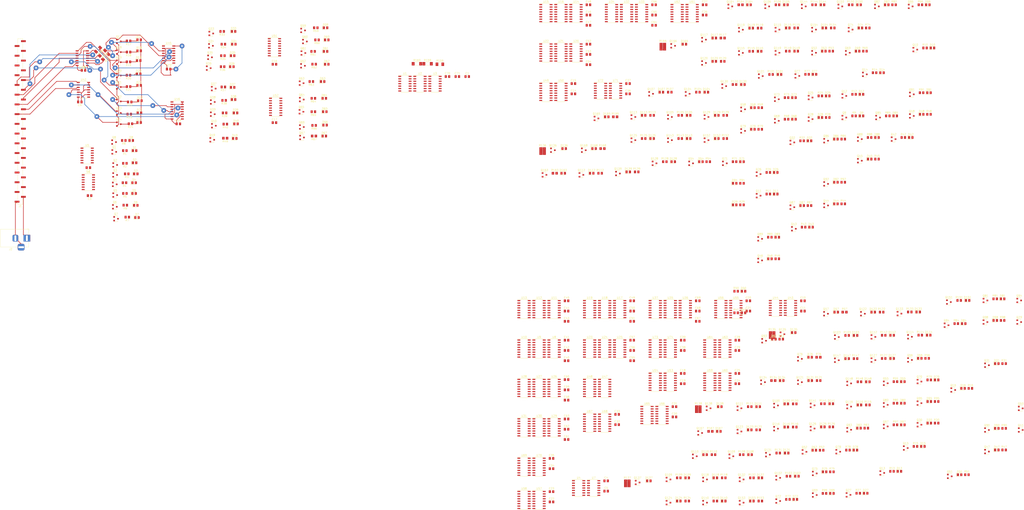
<source format=kicad_pcb>
(kicad_pcb (version 20171130) (host pcbnew 5.0.0-rc2-be01b52~65~ubuntu18.04.1)
  (layers (0 F.Cu signal) (31 B.Cu signal) (34 B.Paste user) (35 F.Paste user) (36 B.SilkS user) (37 F.SilkS user) (38 B.Mask user) (39 F.Mask user) (44 Edge.Cuts user))
  (net 0 "")
  (net 1 GND)
  (net 2 VCC)
  (net 3 "Net-(D1-Pad1)")
  (net 4 "Net-(D2-Pad1)")
  (net 5 "Net-(D3-Pad1)")
  (net 6 "Net-(D4-Pad1)")
  (net 7 "Net-(D5-Pad1)")
  (net 8 "Net-(D6-Pad1)")
  (net 9 "Net-(D7-Pad1)")
  (net 10 "Net-(D8-Pad1)")
  (net 11 "Net-(D9-Pad1)")
  (net 12 "Net-(D10-Pad1)")
  (net 13 "Net-(D11-Pad1)")
  (net 14 "Net-(D12-Pad1)")
  (net 15 "Net-(D13-Pad1)")
  (net 16 "Net-(D14-Pad1)")
  (net 17 "Net-(D15-Pad1)")
  (net 18 "Net-(D16-Pad1)")
  (net 19 "Net-(D17-Pad1)")
  (net 20 "Net-(D18-Pad1)")
  (net 21 "Net-(D19-Pad1)")
  (net 22 "Net-(D20-Pad1)")
  (net 23 "Net-(D21-Pad1)")
  (net 24 "Net-(D22-Pad1)")
  (net 25 "Net-(D23-Pad1)")
  (net 26 "Net-(D24-Pad1)")
  (net 27 "Net-(D25-Pad1)")
  (net 28 "Net-(D26-Pad1)")
  (net 29 "Net-(D27-Pad1)")
  (net 30 "Net-(D28-Pad1)")
  (net 31 "Net-(D29-Pad1)")
  (net 32 "Net-(D30-Pad1)")
  (net 33 "Net-(D31-Pad1)")
  (net 34 "Net-(D32-Pad1)")
  (net 35 "Net-(D33-Pad1)")
  (net 36 "Net-(D34-Pad1)")
  (net 37 "Net-(D35-Pad1)")
  (net 38 "Net-(D36-Pad1)")
  (net 39 "Net-(D37-Pad1)")
  (net 40 "Net-(D38-Pad1)")
  (net 41 "Net-(D39-Pad1)")
  (net 42 "Net-(D40-Pad1)")
  (net 43 "Net-(D41-Pad1)")
  (net 44 "Net-(D42-Pad1)")
  (net 45 "Net-(D43-Pad1)")
  (net 46 "Net-(D44-Pad1)")
  (net 47 "Net-(D45-Pad1)")
  (net 48 "Net-(D46-Pad1)")
  (net 49 "Net-(D47-Pad1)")
  (net 50 "Net-(D48-Pad1)")
  (net 51 "Net-(D49-Pad1)")
  (net 52 "Net-(D50-Pad1)")
  (net 53 "Net-(D51-Pad1)")
  (net 54 "Net-(D52-Pad1)")
  (net 55 "Net-(D53-Pad1)")
  (net 56 "Net-(D54-Pad1)")
  (net 57 "Net-(D55-Pad1)")
  (net 58 "Net-(D56-Pad1)")
  (net 59 "Net-(D57-Pad1)")
  (net 60 "Net-(D58-Pad1)")
  (net 61 "Net-(D59-Pad1)")
  (net 62 "Net-(D60-Pad1)")
  (net 63 "Net-(D61-Pad1)")
  (net 64 "Net-(D62-Pad1)")
  (net 65 "Net-(D63-Pad1)")
  (net 66 "Net-(D64-Pad1)")
  (net 67 "Net-(D65-Pad1)")
  (net 68 "Net-(D66-Pad1)")
  (net 69 "Net-(D67-Pad1)")
  (net 70 "Net-(D68-Pad1)")
  (net 71 "Net-(D69-Pad1)")
  (net 72 "Net-(D70-Pad1)")
  (net 73 "Net-(D71-Pad1)")
  (net 74 "Net-(D72-Pad1)")
  (net 75 "Net-(D73-Pad1)")
  (net 76 "Net-(D74-Pad1)")
  (net 77 "Net-(D75-Pad1)")
  (net 78 "Net-(D76-Pad1)")
  (net 79 "Net-(D77-Pad1)")
  (net 80 "Net-(D78-Pad1)")
  (net 81 "Net-(D79-Pad1)")
  (net 82 "Net-(D80-Pad1)")
  (net 83 "Net-(D81-Pad1)")
  (net 84 "Net-(D82-Pad1)")
  (net 85 "Net-(D83-Pad1)")
  (net 86 "Net-(D84-Pad1)")
  (net 87 "Net-(D85-Pad1)")
  (net 88 "Net-(D86-Pad1)")
  (net 89 "Net-(D87-Pad1)")
  (net 90 "Net-(D88-Pad1)")
  (net 91 "Net-(D89-Pad1)")
  (net 92 "Net-(D90-Pad1)")
  (net 93 "Net-(D91-Pad1)")
  (net 94 "Net-(D92-Pad1)")
  (net 95 "Net-(D93-Pad1)")
  (net 96 "Net-(D94-Pad1)")
  (net 97 "Net-(D95-Pad1)")
  (net 98 "Net-(D96-Pad1)")
  (net 99 "Net-(D97-Pad1)")
  (net 100 "Net-(D98-Pad1)")
  (net 101 "Net-(D99-Pad1)")
  (net 102 "Net-(D100-Pad1)")
  (net 103 "Net-(D101-Pad1)")
  (net 104 "Net-(D102-Pad1)")
  (net 105 "Net-(D103-Pad1)")
  (net 106 "Net-(D104-Pad1)")
  (net 107 "Net-(D105-Pad1)")
  (net 108 "Net-(D106-Pad1)")
  (net 109 "Net-(D107-Pad1)")
  (net 110 "Net-(D108-Pad1)")
  (net 111 "Net-(D109-Pad1)")
  (net 112 "Net-(D110-Pad1)")
  (net 113 "Net-(D111-Pad1)")
  (net 114 "Net-(D112-Pad1)")
  (net 115 "Net-(D113-Pad1)")
  (net 116 "Net-(D114-Pad1)")
  (net 117 "Net-(D115-Pad1)")
  (net 118 "Net-(D116-Pad1)")
  (net 119 "Net-(D117-Pad1)")
  (net 120 "Net-(D118-Pad1)")
  (net 121 "Net-(D119-Pad1)")
  (net 122 "Net-(D120-Pad1)")
  (net 123 "Net-(D121-Pad1)")
  (net 124 "Net-(D122-Pad1)")
  (net 125 "Net-(D123-Pad1)")
  (net 126 "Net-(D124-Pad1)")
  (net 127 "Net-(D125-Pad1)")
  (net 128 "Net-(D126-Pad1)")
  (net 129 "Net-(D127-Pad1)")
  (net 130 "Net-(D128-Pad1)")
  (net 131 "Net-(D129-Pad1)")
  (net 132 "Net-(D130-Pad1)")
  (net 133 "Net-(D131-Pad1)")
  (net 134 "Net-(D132-Pad1)")
  (net 135 "Net-(D133-Pad1)")
  (net 136 "Net-(D134-Pad1)")
  (net 137 "Net-(D135-Pad1)")
  (net 138 "Net-(D136-Pad1)")
  (net 139 "Net-(D137-Pad1)")
  (net 140 "Net-(D138-Pad1)")
  (net 141 "Net-(D139-Pad1)")
  (net 142 "Net-(D140-Pad1)")
  (net 143 "Net-(D141-Pad1)")
  (net 144 "Net-(D142-Pad1)")
  (net 145 "Net-(D143-Pad1)")
  (net 146 "Net-(D144-Pad1)")
  (net 147 "Net-(D145-Pad1)")
  (net 148 "Net-(D146-Pad1)")
  (net 149 "Net-(D147-Pad1)")
  (net 150 "Net-(D148-Pad1)")
  (net 151 "Net-(D149-Pad1)")
  (net 152 "Net-(D150-Pad1)")
  (net 153 "Net-(D151-Pad1)")
  (net 154 "Net-(D152-Pad1)")
  (net 155 "Net-(D153-Pad1)")
  (net 156 "Net-(D154-Pad1)")
  (net 157 "Net-(D163-Pad1)")
  (net 158 "Net-(D164-Pad1)")
  (net 159 "Net-(D165-Pad1)")
  (net 160 "Net-(D166-Pad1)")
  (net 161 "Net-(D167-Pad1)")
  (net 162 "Net-(D168-Pad1)")
  (net 163 /Z6)
  (net 164 /Z4)
  (net 165 /Z2)
  (net 166 /Z0)
  (net 167 /S2)
  (net 168 /S0)
  (net 169 /Cout)
  (net 170 /Cin)
  (net 171 /Y6)
  (net 172 /Y4)
  (net 173 /Y2)
  (net 174 /Y0)
  (net 175 /Bit6_X10)
  (net 176 /Bit4_X10)
  (net 177 /Bit2_X10)
  (net 178 /Bit0_X10)
  (net 179 /Z7)
  (net 180 /Z5)
  (net 181 /Z3)
  (net 182 /Z1)
  (net 183 /S3)
  (net 184 /S1)
  (net 185 /ZFlag)
  (net 186 /CinE)
  (net 187 /Y7)
  (net 188 /Y5)
  (net 189 /Y3)
  (net 190 /Y1)
  (net 191 /Bit7_X10)
  (net 192 /Bit5_X10)
  (net 193 /Bit3_X10)
  (net 194 /Bit1_X10)
  (net 195 /Bit1_X1)
  (net 196 "Net-(Q1-Pad3)")
  (net 197 "Net-(Q2-Pad3)")
  (net 198 /Bit2_X1)
  (net 199 "Net-(Q3-Pad3)")
  (net 200 /Bit3_X1)
  (net 201 "Net-(Q4-Pad3)")
  (net 202 /Bit4_X1)
  (net 203 "Net-(Q5-Pad3)")
  (net 204 /Bit5_X1)
  (net 205 "Net-(Q6-Pad3)")
  (net 206 /Bit6_X1)
  (net 207 "Net-(Q7-Pad3)")
  (net 208 /Bit7_X1)
  (net 209 /Bit0_X1)
  (net 210 "Net-(Q8-Pad3)")
  (net 211 "Net-(Q9-Pad3)")
  (net 212 /Bit0_X2)
  (net 213 /Bit1_X2)
  (net 214 "Net-(Q10-Pad3)")
  (net 215 /Bit2_X2)
  (net 216 "Net-(Q11-Pad3)")
  (net 217 /Bit3_X2)
  (net 218 "Net-(Q12-Pad3)")
  (net 219 /Bit4_X2)
  (net 220 "Net-(Q13-Pad3)")
  (net 221 "Net-(Q14-Pad3)")
  (net 222 /Bit5_X2)
  (net 223 /Bit6_X2)
  (net 224 "Net-(Q15-Pad3)")
  (net 225 /Bit7_X2)
  (net 226 "Net-(Q16-Pad3)")
  (net 227 "Net-(Q17-Pad3)")
  (net 228 /SUB_INC/X0)
  (net 229 /SUB_INC/X1)
  (net 230 "Net-(Q18-Pad3)")
  (net 231 "Net-(Q19-Pad3)")
  (net 232 /SUB_INC/X2)
  (net 233 /SUB_INC/X3)
  (net 234 "Net-(Q20-Pad3)")
  (net 235 /SUB_INC/X4)
  (net 236 "Net-(Q21-Pad3)")
  (net 237 /SUB_INC/X5)
  (net 238 "Net-(Q22-Pad3)")
  (net 239 /SUB_INC/X6)
  (net 240 "Net-(Q23-Pad3)")
  (net 241 /SUB_INC/X7)
  (net 242 "Net-(Q24-Pad3)")
  (net 243 "Net-(Q25-Pad3)")
  (net 244 /Bit0_X3)
  (net 245 /Bit1_X3)
  (net 246 "Net-(Q26-Pad3)")
  (net 247 /Bit2_X3)
  (net 248 "Net-(Q27-Pad3)")
  (net 249 /Bit3_X3)
  (net 250 "Net-(Q28-Pad3)")
  (net 251 "Net-(Q29-Pad3)")
  (net 252 /Bit4_X3)
  (net 253 /Bit5_X3)
  (net 254 "Net-(Q30-Pad3)")
  (net 255 /Bit6_X3)
  (net 256 "Net-(Q31-Pad3)")
  (net 257 /Bit7_X3)
  (net 258 "Net-(Q32-Pad3)")
  (net 259 /SUB_ADD/Y0)
  (net 260 "Net-(Q33-Pad3)")
  (net 261 "Net-(Q34-Pad3)")
  (net 262 /SUB_ADD/Y1)
  (net 263 "Net-(Q35-Pad3)")
  (net 264 /SUB_ADD/Y2)
  (net 265 "Net-(Q36-Pad3)")
  (net 266 /SUB_ADD/Y3)
  (net 267 "Net-(Q37-Pad3)")
  (net 268 /SUB_ADD/Y4)
  (net 269 "Net-(Q38-Pad3)")
  (net 270 /SUB_ADD/Y5)
  (net 271 "Net-(Q39-Pad3)")
  (net 272 /SUB_ADD/Y6)
  (net 273 /SUB_ADD/Y7)
  (net 274 "Net-(Q40-Pad3)")
  (net 275 "Net-(Q41-Pad3)")
  (net 276 /Bit0_X4)
  (net 277 /Bit1_X4)
  (net 278 "Net-(Q42-Pad3)")
  (net 279 "Net-(Q43-Pad3)")
  (net 280 /Bit2_X4)
  (net 281 "Net-(Q44-Pad3)")
  (net 282 /Bit3_X4)
  (net 283 /Bit4_X4)
  (net 284 "Net-(Q45-Pad3)")
  (net 285 "Net-(Q46-Pad3)")
  (net 286 /Bit5_X4)
  (net 287 "Net-(Q47-Pad3)")
  (net 288 /Bit6_X4)
  (net 289 "Net-(Q48-Pad3)")
  (net 290 /Bit7_X4)
  (net 291 /SUB_INC/C_OUT)
  (net 292 "Net-(Q49-Pad3)")
  (net 293 /Bit0_X6)
  (net 294 "Net-(Q50-Pad3)")
  (net 295 /Bit1_X6)
  (net 296 "Net-(Q51-Pad3)")
  (net 297 "Net-(Q52-Pad3)")
  (net 298 /Bit2_X6)
  (net 299 "Net-(Q53-Pad3)")
  (net 300 /Bit3_X6)
  (net 301 /Bit4_X6)
  (net 302 "Net-(Q54-Pad3)")
  (net 303 "Net-(Q55-Pad3)")
  (net 304 /Bit5_X6)
  (net 305 /Bit6_X6)
  (net 306 "Net-(Q56-Pad3)")
  (net 307 "Net-(Q57-Pad3)")
  (net 308 /Cout_4)
  (net 309 /Bit7_X6)
  (net 310 "Net-(Q58-Pad3)")
  (net 311 /Bit0_X0)
  (net 312 "Net-(Q59-Pad3)")
  (net 313 "Net-(Q60-Pad3)")
  (net 314 /Bit1_X0)
  (net 315 "Net-(Q61-Pad3)")
  (net 316 /Bit2_X0)
  (net 317 /Bit3_X0)
  (net 318 "Net-(Q62-Pad3)")
  (net 319 "Net-(Q63-Pad3)")
  (net 320 /Bit4_X0)
  (net 321 "Net-(Q64-Pad3)")
  (net 322 /Bit5_X0)
  (net 323 "Net-(Q65-Pad3)")
  (net 324 /Bit6_X0)
  (net 325 /Bit7_X0)
  (net 326 "Net-(Q66-Pad3)")
  (net 327 "Net-(Q67-Pad3)")
  (net 328 /Cout_6)
  (net 329 "Net-(Q68-Pad3)")
  (net 330 /8-BIT_16-1MUX/16-2MUX0/Z0)
  (net 331 /8-BIT_16-1MUX/16-2MUX0/Z1)
  (net 332 "Net-(Q69-Pad3)")
  (net 333 /8-BIT_16-1MUX/16-2MUX1/Z0)
  (net 334 "Net-(Q70-Pad3)")
  (net 335 "Net-(Q71-Pad3)")
  (net 336 /8-BIT_16-1MUX/16-2MUX1/Z1)
  (net 337 /8-BIT_16-1MUX/16-2MUX2/Z0)
  (net 338 "Net-(Q72-Pad3)")
  (net 339 "Net-(Q73-Pad3)")
  (net 340 /8-BIT_16-1MUX/16-2MUX2/Z1)
  (net 341 /8-BIT_16-1MUX/16-2MUX3/Z0)
  (net 342 "Net-(Q74-Pad3)")
  (net 343 "Net-(Q75-Pad3)")
  (net 344 /8-BIT_16-1MUX/16-2MUX3/Z1)
  (net 345 "Net-(Q76-Pad3)")
  (net 346 /Cout_0)
  (net 347 /8-BIT_16-1MUX/16-2MUX4/Z0)
  (net 348 "Net-(Q77-Pad3)")
  (net 349 /8-BIT_16-1MUX/16-2MUX4/Z1)
  (net 350 "Net-(Q78-Pad3)")
  (net 351 "Net-(Q79-Pad3)")
  (net 352 /8-BIT_16-1MUX/16-2MUX5/Z0)
  (net 353 "Net-(Q80-Pad3)")
  (net 354 /8-BIT_16-1MUX/16-2MUX5/Z1)
  (net 355 "Net-(Q81-Pad3)")
  (net 356 /8-BIT_16-1MUX/16-2MUX6/Z0)
  (net 357 /8-BIT_16-1MUX/16-2MUX6/Z1)
  (net 358 "Net-(Q82-Pad3)")
  (net 359 /8-BIT_16-1MUX/16-2MUX7/Z0)
  (net 360 "Net-(Q83-Pad3)")
  (net 361 "Net-(Q84-Pad3)")
  (net 362 /8-BIT_16-1MUX/16-2MUX7/Z1)
  (net 363 "Net-(Q85-Pad3)")
  (net 364 "Net-(Q86-Pad3)")
  (net 365 "Net-(Q87-Pad3)")
  (net 366 "Net-(Q88-Pad3)")
  (net 367 "Net-(Q89-Pad3)")
  (net 368 "Net-(Q90-Pad3)")
  (net 369 "Net-(Q91-Pad3)")
  (net 370 "Net-(Q92-Pad3)")
  (net 371 "Net-(Q93-Pad3)")
  (net 372 /Bit0_X7)
  (net 373 "Net-(Q94-Pad3)")
  (net 374 /Bit1_X7)
  (net 375 /Bit2_X7)
  (net 376 "Net-(Q95-Pad3)")
  (net 377 /Bit3_X7)
  (net 378 "Net-(Q96-Pad3)")
  (net 379 "Net-(Q97-Pad3)")
  (net 380 /Bit4_X7)
  (net 381 /Bit5_X7)
  (net 382 "Net-(Q98-Pad3)")
  (net 383 /Bit6_X7)
  (net 384 "Net-(Q99-Pad3)")
  (net 385 /Bit7_X7)
  (net 386 "Net-(Q100-Pad3)")
  (net 387 "Net-(Q101-Pad3)")
  (net 388 /Bit0_X5)
  (net 389 /Bit1_X5)
  (net 390 "Net-(Q102-Pad3)")
  (net 391 "Net-(Q103-Pad3)")
  (net 392 /Bit2_X5)
  (net 393 "Net-(Q104-Pad3)")
  (net 394 /Bit3_X5)
  (net 395 "Net-(Q105-Pad3)")
  (net 396 /Bit4_X5)
  (net 397 /Bit5_X5)
  (net 398 "Net-(Q106-Pad3)")
  (net 399 "Net-(Q107-Pad3)")
  (net 400 /Bit6_X5)
  (net 401 "Net-(Q108-Pad3)")
  (net 402 /Bit7_X5)
  (net 403 "Net-(Q109-Pad3)")
  (net 404 /Bit0_X8)
  (net 405 "Net-(Q110-Pad3)")
  (net 406 /Bit1_X8)
  (net 407 "Net-(Q111-Pad3)")
  (net 408 /Bit2_X8)
  (net 409 /Bit3_X8)
  (net 410 "Net-(Q112-Pad3)")
  (net 411 /Bit4_X8)
  (net 412 "Net-(Q113-Pad3)")
  (net 413 /Bit5_X8)
  (net 414 "Net-(Q114-Pad3)")
  (net 415 "Net-(Q115-Pad3)")
  (net 416 /Bit6_X8)
  (net 417 /Bit7_X8)
  (net 418 "Net-(Q116-Pad3)")
  (net 419 /Cout_5)
  (net 420 "Net-(Q117-Pad3)")
  (net 421 /Bit0_X11)
  (net 422 "Net-(Q118-Pad3)")
  (net 423 /Bit1_X11)
  (net 424 "Net-(Q119-Pad3)")
  (net 425 /Bit2_X11)
  (net 426 "Net-(Q120-Pad3)")
  (net 427 "Net-(Q121-Pad3)")
  (net 428 /Bit3_X11)
  (net 429 "Net-(Q122-Pad3)")
  (net 430 /Bit4_X11)
  (net 431 /Bit5_X11)
  (net 432 "Net-(Q123-Pad3)")
  (net 433 "Net-(Q124-Pad3)")
  (net 434 /Bit6_X11)
  (net 435 /Bit7_X11)
  (net 436 "Net-(Q125-Pad3)")
  (net 437 "Net-(Q126-Pad3)")
  (net 438 "Net-(Q127-Pad3)")
  (net 439 "Net-(Q128-Pad3)")
  (net 440 "Net-(Q129-Pad3)")
  (net 441 "Net-(Q130-Pad3)")
  (net 442 "Net-(Q131-Pad3)")
  (net 443 "Net-(Q132-Pad3)")
  (net 444 "Net-(Q133-Pad3)")
  (net 445 "Net-(Q134-Pad3)")
  (net 446 /Cout12-13)
  (net 447 "Net-(Q135-Pad3)")
  (net 448 "Net-(Q136-Pad3)")
  (net 449 "Net-(Q137-Pad3)")
  (net 450 "Net-(Q138-Pad3)")
  (net 451 "Net-(Q139-Pad3)")
  (net 452 "Net-(Q140-Pad3)")
  (net 453 "Net-(Q141-Pad3)")
  (net 454 "Net-(Q142-Pad3)")
  (net 455 "Net-(Q143-Pad3)")
  (net 456 "Net-(Q144-Pad3)")
  (net 457 "Net-(Q145-Pad3)")
  (net 458 "Net-(Q146-Pad3)")
  (net 459 "Net-(Q147-Pad3)")
  (net 460 "Net-(Q148-Pad3)")
  (net 461 "Net-(Q149-Pad3)")
  (net 462 "Net-(Q150-Pad3)")
  (net 463 "Net-(Q151-Pad3)")
  (net 464 "Net-(Q152-Pad3)")
  (net 465 "Net-(Q153-Pad3)")
  (net 466 "Net-(Q154-Pad3)")
  (net 467 "Net-(Q163-Pad3)")
  (net 468 "Net-(Q164-Pad3)")
  (net 469 "Net-(Q165-Pad3)")
  (net 470 "Net-(Q166-Pad3)")
  (net 471 "Net-(Q167-Pad3)")
  (net 472 "Net-(Q168-Pad3)")
  (net 473 /CinL)
  (net 474 "Net-(U1-Pad6)")
  (net 475 "Net-(U1-Pad8)")
  (net 476 "Net-(U1-Pad11)")
  (net 477 "Net-(U2-Pad13)")
  (net 478 "Net-(U2-Pad10)")
  (net 479 "Net-(U2-Pad4)")
  (net 480 "Net-(U2-Pad1)")
  (net 481 "Net-(U3-Pad1)")
  (net 482 "Net-(U3-Pad4)")
  (net 483 "Net-(U3-Pad13)")
  (net 484 "Net-(U8-Pad5)")
  (net 485 "Net-(U8-Pad6)")
  (net 486 "Net-(U9-Pad12)")
  (net 487 "Net-(U9-Pad9)")
  (net 488 "Net-(U9-Pad7)")
  (net 489 "Net-(U10-Pad5)")
  (net 490 "Net-(U10-Pad6)")
  (net 491 "Net-(U11-Pad6)")
  (net 492 "Net-(U11-Pad5)")
  (net 493 "Net-(U12-Pad3)")
  (net 494 "Net-(U12-Pad7)")
  (net 495 "Net-(U12-Pad9)")
  (net 496 "Net-(U12-Pad12)")
  (net 497 "Net-(U13-Pad6)")
  (net 498 "Net-(U14-Pad5)")
  (net 499 "Net-(U14-Pad6)")
  (net 500 "Net-(U15-Pad12)")
  (net 501 "Net-(U15-Pad9)")
  (net 502 "Net-(U15-Pad7)")
  (net 503 "Net-(U15-Pad3)")
  (net 504 "Net-(U16-Pad6)")
  (net 505 "Net-(U17-Pad5)")
  (net 506 "Net-(U17-Pad6)")
  (net 507 "Net-(U18-Pad12)")
  (net 508 "Net-(U18-Pad9)")
  (net 509 "Net-(U18-Pad7)")
  (net 510 "Net-(U18-Pad3)")
  (net 511 "Net-(U19-Pad6)")
  (net 512 "Net-(U20-Pad5)")
  (net 513 "Net-(U20-Pad6)")
  (net 514 "Net-(U21-Pad12)")
  (net 515 "Net-(U21-Pad9)")
  (net 516 "Net-(U21-Pad7)")
  (net 517 "Net-(U21-Pad3)")
  (net 518 "Net-(U22-Pad6)")
  (net 519 "Net-(U23-Pad5)")
  (net 520 "Net-(U23-Pad6)")
  (net 521 "Net-(U24-Pad12)")
  (net 522 "Net-(U24-Pad9)")
  (net 523 "Net-(U24-Pad7)")
  (net 524 "Net-(U24-Pad3)")
  (net 525 "Net-(U25-Pad6)")
  (net 526 "Net-(U26-Pad6)")
  (net 527 "Net-(U26-Pad5)")
  (net 528 "Net-(U27-Pad3)")
  (net 529 "Net-(U27-Pad7)")
  (net 530 "Net-(U27-Pad9)")
  (net 531 "Net-(U27-Pad12)")
  (net 532 "Net-(U28-Pad6)")
  (net 533 "Net-(U29-Pad6)")
  (net 534 "Net-(U29-Pad5)")
  (net 535 "Net-(U30-Pad3)")
  (net 536 "Net-(U30-Pad7)")
  (net 537 "Net-(U30-Pad9)")
  (net 538 "Net-(U30-Pad12)")
  (net 539 "Net-(U31-Pad6)")
  (net 540 "Net-(U32-Pad6)")
  (net 541 "Net-(U32-Pad5)")
  (net 542 "Net-(U33-Pad3)")
  (net 543 "Net-(U33-Pad7)")
  (net 544 "Net-(U33-Pad9)")
  (net 545 "Net-(U33-Pad12)")
  (net 546 "Net-(U34-Pad6)")
  (net 547 "Net-(U35-Pad7)")
  (net 548 "Net-(U35-Pad9)")
  (net 549 "Net-(U35-Pad12)")
  (net 550 "Net-(U42-Pad6)")
  (net 551 "Net-(U42-Pad8)")
  (net 552 "Net-(U42-Pad10)")
  (net 553 "Net-(U42-Pad12)")
  (net 554 "Net-(U45-Pad9)")
  (net 555 "Net-(U47-Pad9)")
  (net 556 "Net-(U49-Pad9)")
  (net 557 "Net-(U51-Pad9)")
  (net 558 "Net-(U55-Pad6)")
  (net 559 "Net-(U56-Pad6)")
  (net 560 "Net-(U57-Pad6)")
  (net 561 "Net-(U58-Pad6)")
  (net 562 "Net-(U59-Pad6)")
  (net 563 "Net-(U60-Pad6)")
  (net 564 "Net-(U61-Pad6)")
  (net 565 "Net-(U62-Pad6)")
  (net 566 "Net-(U63-Pad6)")
  (net 567 "Net-(U64-Pad6)")
  (net 568 "Net-(U65-Pad6)")
  (net 569 "Net-(U66-Pad6)")
  (net 570 "Net-(U67-Pad6)")
  (net 571 "Net-(U68-Pad6)")
  (net 572 "Net-(U69-Pad6)")
  (net 573 "Net-(U70-Pad6)")
  (net 574 "Net-(U72-Pad12)")
  (net 575 "Net-(U72-Pad10)")
  (net 576 "Net-(U72-Pad8)")
  (net 577 "Net-(U72-Pad6)")
  (net 578 "Net-(U73-Pad9)")
  (net 579 "Net-(R156-Pad2)")
  (net 580 "Net-(R155-Pad2)")
  (net 581 "Net-(R158-Pad2)")
  (net 582 "Net-(R157-Pad2)")
  (net 583 "Net-(R160-Pad2)")
  (net 584 "Net-(R159-Pad2)")
  (module Package_SO:SOIC-16_3.9x9.9mm_P1.27mm (layer F.Cu) (at 80.01 18.415)
    (fp_text reference U45 (at 0 -6) (layer F.SilkS))
    (fp_text value 74LS283)
    (pad 1 smd rect (at -2.7 -4.445) (size 1.5 0.6) (layers F.Cu F.Paste F.Mask) (net 262 /SUB_ADD/Y1))
    (pad 2 smd rect (at -2.7 -3.175) (size 1.5 0.6) (layers F.Cu F.Paste F.Mask) (net 1 GND))
    (pad 3 smd rect (at -2.7 -1.905) (size 1.5 0.6) (layers F.Cu F.Paste F.Mask) (net 229 /SUB_INC/X1))
    (pad 4 smd rect (at -2.7 -0.635) (size 1.5 0.6) (layers F.Cu F.Paste F.Mask) (net 259 /SUB_ADD/Y0))
    (pad 5 smd rect (at -2.7 0.635) (size 1.5 0.6) (layers F.Cu F.Paste F.Mask) (net 228 /SUB_INC/X0))
    (pad 6 smd rect (at -2.7 1.905) (size 1.5 0.6) (layers F.Cu F.Paste F.Mask) (net 1 GND))
    (pad 7 smd rect (at -2.7 3.175) (size 1.5 0.6) (layers F.Cu F.Paste F.Mask) (net 2 VCC))
    (pad 8 smd rect (at -2.7 4.445) (size 1.5 0.6) (layers F.Cu F.Paste F.Mask) (net 1 GND))
    (pad 9 smd rect (at 2.7 4.445) (size 1.5 0.6) (layers F.Cu F.Paste F.Mask) (net 554 "Net-(U45-Pad9)"))
    (pad 10 smd rect (at 2.7 3.175) (size 1.5 0.6) (layers F.Cu F.Paste F.Mask) (net 266 /SUB_ADD/Y3))
    (pad 11 smd rect (at 2.7 1.905) (size 1.5 0.6) (layers F.Cu F.Paste F.Mask) (net 1 GND))
    (pad 12 smd rect (at 2.7 0.635) (size 1.5 0.6) (layers F.Cu F.Paste F.Mask) (net 233 /SUB_INC/X3))
    (pad 13 smd rect (at 2.7 -0.635) (size 1.5 0.6) (layers F.Cu F.Paste F.Mask) (net 264 /SUB_ADD/Y2))
    (pad 14 smd rect (at 2.7 -1.905) (size 1.5 0.6) (layers F.Cu F.Paste F.Mask) (net 232 /SUB_INC/X2))
    (pad 15 smd rect (at 2.7 -3.175) (size 1.5 0.6) (layers F.Cu F.Paste F.Mask) (net 1 GND))
    (pad 16 smd rect (at 2.7 -4.445) (size 1.5 0.6) (layers F.Cu F.Paste F.Mask) (net 2 VCC))
  )
  (module Resistor_SMD:R_1806_4516Metric (layer F.Cu) (at 209.630001 23.2275)
    (fp_text reference R160 (at 0 -1.85) (layer F.SilkS))
    (fp_text value 0)
    (pad 2 smd rect (at 1.955 0) (size 1.51 1.8) (layers F.Cu F.Paste F.Mask) (net 583 "Net-(R160-Pad2)"))
    (pad 1 smd rect (at -1.955 0) (size 1.51 1.8) (layers F.Cu F.Paste F.Mask) (net 374 /Bit1_X7))
  )
  (module Resistor_SMD:R_1806_4516Metric (layer F.Cu) (at 47.102394 19.572606 225)
    (fp_text reference R157 (at 0 -1.85 225) (layer F.SilkS))
    (fp_text value 0)
    (pad 1 smd rect (at -1.955 0 225) (size 1.51 1.8) (layers F.Cu F.Paste F.Mask) (net 228 /SUB_INC/X0))
    (pad 2 smd rect (at 1.955 0 225) (size 1.51 1.8) (layers F.Cu F.Paste F.Mask) (net 582 "Net-(R157-Pad2)"))
  )
  (module Resistor_SMD:R_1806_4516Metric (layer F.Cu) (at 45.394359 17.667606 225)
    (fp_text reference R158 (at 0 -1.85 225) (layer F.SilkS))
    (fp_text value 0)
    (pad 2 smd rect (at 1.955 0 225) (size 1.51 1.8) (layers F.Cu F.Paste F.Mask) (net 581 "Net-(R158-Pad2)"))
    (pad 1 smd rect (at -1.955 0 225) (size 1.51 1.8) (layers F.Cu F.Paste F.Mask) (net 229 /SUB_INC/X1))
  )
  (module Resistor_SMD:R_1806_4516Metric (layer F.Cu) (at 215.200001 23.2275)
    (fp_text reference R159 (at 0 -1.85) (layer F.SilkS))
    (fp_text value 0)
    (pad 1 smd rect (at -1.955 0) (size 1.51 1.8) (layers F.Cu F.Paste F.Mask) (net 372 /Bit0_X7))
    (pad 2 smd rect (at 1.955 0) (size 1.51 1.8) (layers F.Cu F.Paste F.Mask) (net 584 "Net-(R159-Pad2)"))
  )
  (module Resistor_SMD:R_1206_3216Metric_Pad1.39x1.80mm_HandSolder (layer F.Cu) (at 43.18 15.875 225)
    (fp_text reference R155 (at 0 -1.85 225) (layer F.SilkS))
    (fp_text value 0)
    (pad 2 smd rect (at 1.5175 0 225) (size 1.395 1.8) (layers F.Cu F.Paste F.Mask) (net 580 "Net-(R155-Pad2)"))
    (pad 1 smd rect (at -1.5175 0 225) (size 1.395 1.8) (layers F.Cu F.Paste F.Mask) (net 232 /SUB_INC/X2))
  )
  (module Resistor_SMD:R_1206_3216Metric_Pad1.39x1.80mm_HandSolder (layer F.Cu) (at 221.615 23.495)
    (fp_text reference R156 (at 0 -1.85) (layer F.SilkS))
    (fp_text value 0)
    (pad 1 smd rect (at -1.5175 0) (size 1.395 1.8) (layers F.Cu F.Paste F.Mask) (net 375 /Bit2_X7))
    (pad 2 smd rect (at 1.5175 0) (size 1.395 1.8) (layers F.Cu F.Paste F.Mask) (net 579 "Net-(R156-Pad2)"))
  )
  (module Package_TO_SOT_SMD:SOT-23 (layer F.Cu) (at 54.009762 54.7675)
    (fp_text reference Q24 (at 0 -2.5) (layer F.SilkS))
    (fp_text value 2N7002)
    (pad 1 smd rect (at -1 -0.95) (size 0.9 0.8) (layers F.Cu F.Paste F.Mask) (net 241 /SUB_INC/X7))
    (pad 2 smd rect (at -1 0.95) (size 0.9 0.8) (layers F.Cu F.Paste F.Mask) (net 1 GND))
    (pad 3 smd rect (at 1 0) (size 0.9 0.8) (layers F.Cu F.Paste F.Mask) (net 242 "Net-(Q24-Pad3)"))
  )
  (module Package_SO:SOIC-14_3.9x8.7mm_P1.27mm (layer F.Cu) (at 34.925 20.32 180)
    (fp_text reference U41 (at 0 -5.375 180) (layer F.SilkS))
    (fp_text value 74HC04)
    (pad 1 smd rect (at -2.7 -3.81 180) (size 1.5 0.6) (layers F.Cu F.Paste F.Mask) (net 174 /Y0))
    (pad 2 smd rect (at -2.7 -2.54 180) (size 1.5 0.6) (layers F.Cu F.Paste F.Mask) (net 582 "Net-(R157-Pad2)"))
    (pad 3 smd rect (at -2.7 -1.27 180) (size 1.5 0.6) (layers F.Cu F.Paste F.Mask) (net 190 /Y1))
    (pad 4 smd rect (at -2.7 0 180) (size 1.5 0.6) (layers F.Cu F.Paste F.Mask) (net 581 "Net-(R158-Pad2)"))
    (pad 5 smd rect (at -2.7 1.27 180) (size 1.5 0.6) (layers F.Cu F.Paste F.Mask) (net 173 /Y2))
    (pad 6 smd rect (at -2.7 2.54 180) (size 1.5 0.6) (layers F.Cu F.Paste F.Mask) (net 580 "Net-(R155-Pad2)"))
    (pad 7 smd rect (at -2.7 3.81 180) (size 1.5 0.6) (layers F.Cu F.Paste F.Mask) (net 1 GND))
    (pad 8 smd rect (at 2.7 3.81 180) (size 1.5 0.6) (layers F.Cu F.Paste F.Mask) (net 233 /SUB_INC/X3))
    (pad 9 smd rect (at 2.7 2.54 180) (size 1.5 0.6) (layers F.Cu F.Paste F.Mask) (net 189 /Y3))
    (pad 10 smd rect (at 2.7 1.27 180) (size 1.5 0.6) (layers F.Cu F.Paste F.Mask) (net 235 /SUB_INC/X4))
    (pad 11 smd rect (at 2.7 0 180) (size 1.5 0.6) (layers F.Cu F.Paste F.Mask) (net 172 /Y4))
    (pad 12 smd rect (at 2.7 -1.27 180) (size 1.5 0.6) (layers F.Cu F.Paste F.Mask) (net 237 /SUB_INC/X5))
    (pad 13 smd rect (at 2.7 -2.54 180) (size 1.5 0.6) (layers F.Cu F.Paste F.Mask) (net 188 /Y5))
    (pad 14 smd rect (at 2.7 -3.81 180) (size 1.5 0.6) (layers F.Cu F.Paste F.Mask) (net 2 VCC))
  )
  (module Capacitor_SMD:C_0805_2012Metric (layer F.Cu) (at 235.899524 29.9125)
    (fp_text reference C1 (at 0 -1.65) (layer F.SilkS))
    (fp_text value 100nF)
    (pad 2 smd rect (at 0.88 0) (size 1.12 1.4) (layers F.Cu F.Paste F.Mask) (net 1 GND))
    (pad 1 smd rect (at -0.88 0) (size 1.12 1.4) (layers F.Cu F.Paste F.Mask) (net 2 VCC))
  )
  (module Capacitor_SMD:C_0805_2012Metric (layer F.Cu) (at 38.1 77.47 180)
    (fp_text reference C2 (at 0 -1.65 180) (layer F.SilkS))
    (fp_text value 100nF)
    (pad 1 smd rect (at -0.88 0 180) (size 1.12 1.4) (layers F.Cu F.Paste F.Mask) (net 2 VCC))
    (pad 2 smd rect (at 0.88 0 180) (size 1.12 1.4) (layers F.Cu F.Paste F.Mask) (net 1 GND))
  )
  (module Capacitor_SMD:C_0805_2012Metric (layer F.Cu) (at 38.735 92.075 180)
    (fp_text reference C3 (at 0 -1.65 180) (layer F.SilkS))
    (fp_text value 100nF)
    (pad 2 smd rect (at 0.88 0 180) (size 1.12 1.4) (layers F.Cu F.Paste F.Mask) (net 1 GND))
    (pad 1 smd rect (at -0.88 0 180) (size 1.12 1.4) (layers F.Cu F.Paste F.Mask) (net 2 VCC))
  )
  (module Capacitor_SMD:C_0805_2012Metric (layer F.Cu) (at 308.414524 240.9925)
    (fp_text reference C4 (at 0 -1.65) (layer F.SilkS))
    (fp_text value 100nF)
    (pad 2 smd rect (at 0.88 0) (size 1.12 1.4) (layers F.Cu F.Paste F.Mask) (net 1 GND))
    (pad 1 smd rect (at -0.88 0) (size 1.12 1.4) (layers F.Cu F.Paste F.Mask) (net 2 VCC))
  )
  (module Capacitor_SMD:C_0805_2012Metric (layer F.Cu) (at 308.414524 246.3425)
    (fp_text reference C5 (at 0 -1.65) (layer F.SilkS))
    (fp_text value 100nF)
    (pad 1 smd rect (at -0.88 0) (size 1.12 1.4) (layers F.Cu F.Paste F.Mask) (net 2 VCC))
    (pad 2 smd rect (at 0.88 0) (size 1.12 1.4) (layers F.Cu F.Paste F.Mask) (net 1 GND))
  )
  (module Capacitor_SMD:C_0805_2012Metric (layer F.Cu) (at 35.56 26.67)
    (fp_text reference C8 (at 0 -1.65) (layer F.SilkS))
    (fp_text value 100nF)
    (pad 1 smd rect (at -0.88 0) (size 1.12 1.4) (layers F.Cu F.Paste F.Mask) (net 2 VCC))
    (pad 2 smd rect (at 0.88 0) (size 1.12 1.4) (layers F.Cu F.Paste F.Mask) (net 1 GND))
  )
  (module Capacitor_SMD:C_0805_2012Metric (layer F.Cu) (at 33.655 43.18 180)
    (fp_text reference C9 (at 0 -1.65 180) (layer F.SilkS))
    (fp_text value 100nF)
    (pad 1 smd rect (at -0.88 0 180) (size 1.12 1.4) (layers F.Cu F.Paste F.Mask) (net 2 VCC))
    (pad 2 smd rect (at 0.88 0 180) (size 1.12 1.4) (layers F.Cu F.Paste F.Mask) (net 1 GND))
  )
  (module Capacitor_SMD:C_0805_2012Metric (layer F.Cu) (at 411.164524 146.9925)
    (fp_text reference C10 (at 0 -1.65) (layer F.SilkS))
    (fp_text value 100nF)
    (pad 1 smd rect (at -0.88 0) (size 1.12 1.4) (layers F.Cu F.Paste F.Mask) (net 2 VCC))
    (pad 2 smd rect (at 0.88 0) (size 1.12 1.4) (layers F.Cu F.Paste F.Mask) (net 1 GND))
  )
  (module Capacitor_SMD:C_0805_2012Metric (layer F.Cu) (at 411.164524 152.3425)
    (fp_text reference C11 (at 0 -1.65) (layer F.SilkS))
    (fp_text value 100nF)
    (pad 2 smd rect (at 0.88 0) (size 1.12 1.4) (layers F.Cu F.Paste F.Mask) (net 1 GND))
    (pad 1 smd rect (at -0.88 0) (size 1.12 1.4) (layers F.Cu F.Paste F.Mask) (net 2 VCC))
  )
  (module Capacitor_SMD:C_0805_2012Metric (layer F.Cu) (at 85.09 54.61)
    (fp_text reference C12 (at 0 -1.65) (layer F.SilkS))
    (fp_text value 100nF)
    (pad 2 smd rect (at 0.88 0) (size 1.12 1.4) (layers F.Cu F.Paste F.Mask) (net 2 VCC))
    (pad 1 smd rect (at -0.88 0) (size 1.12 1.4) (layers F.Cu F.Paste F.Mask) (net 1 GND))
  )
  (module Capacitor_SMD:C_0805_2012Metric (layer F.Cu) (at 80.01 26.035)
    (fp_text reference C13 (at 0 -1.65) (layer F.SilkS))
    (fp_text value 100nF)
    (pad 2 smd rect (at 0.88 0) (size 1.12 1.4) (layers F.Cu F.Paste F.Mask) (net 2 VCC))
    (pad 1 smd rect (at -0.88 0) (size 1.12 1.4) (layers F.Cu F.Paste F.Mask) (net 1 GND))
  )
  (module Capacitor_SMD:C_0805_2012Metric (layer F.Cu) (at 291.334524 38.9375)
    (fp_text reference C14 (at 0 -1.65) (layer F.SilkS))
    (fp_text value 100nF)
    (pad 2 smd rect (at 0.88 0) (size 1.12 1.4) (layers F.Cu F.Paste F.Mask) (net 2 VCC))
    (pad 1 smd rect (at -0.88 0) (size 1.12 1.4) (layers F.Cu F.Paste F.Mask) (net 1 GND))
  )
  (module Capacitor_SMD:C_0805_2012Metric (layer F.Cu) (at 291.334524 33.5875)
    (fp_text reference C15 (at 0 -1.65) (layer F.SilkS))
    (fp_text value 100nF)
    (pad 1 smd rect (at -0.88 0) (size 1.12 1.4) (layers F.Cu F.Paste F.Mask) (net 1 GND))
    (pad 2 smd rect (at 0.88 0) (size 1.12 1.4) (layers F.Cu F.Paste F.Mask) (net 2 VCC))
  )
  (module Capacitor_SMD:C_0805_2012Metric (layer F.Cu) (at 135.255 23.495)
    (fp_text reference C16 (at 0 -1.65) (layer F.SilkS))
    (fp_text value 100nF)
    (pad 2 smd rect (at 0.88 0) (size 1.12 1.4) (layers F.Cu F.Paste F.Mask) (net 2 VCC))
    (pad 1 smd rect (at -0.88 0) (size 1.12 1.4) (layers F.Cu F.Paste F.Mask) (net 1 GND))
  )
  (module Capacitor_SMD:C_0805_2012Metric (layer F.Cu) (at 135.255 53.975)
    (fp_text reference C17 (at 0 -1.65) (layer F.SilkS))
    (fp_text value 100nF)
    (pad 1 smd rect (at -0.88 0) (size 1.12 1.4) (layers F.Cu F.Paste F.Mask) (net 1 GND))
    (pad 2 smd rect (at 0.88 0) (size 1.12 1.4) (layers F.Cu F.Paste F.Mask) (net 2 VCC))
  )
  (module Capacitor_SMD:C_0805_2012Metric (layer F.Cu) (at 348.404524 184.9125)
    (fp_text reference C18 (at 0 -1.65) (layer F.SilkS))
    (fp_text value 100nF)
    (pad 1 smd rect (at -0.88 0) (size 1.12 1.4) (layers F.Cu F.Paste F.Mask) (net 2 VCC))
    (pad 2 smd rect (at 0.88 0) (size 1.12 1.4) (layers F.Cu F.Paste F.Mask) (net 1 GND))
  )
  (module Capacitor_SMD:C_0805_2012Metric (layer F.Cu) (at 348.404524 190.2625)
    (fp_text reference C19 (at 0 -1.65) (layer F.SilkS))
    (fp_text value 100nF)
    (pad 2 smd rect (at 0.88 0) (size 1.12 1.4) (layers F.Cu F.Paste F.Mask) (net 1 GND))
    (pad 1 smd rect (at -0.88 0) (size 1.12 1.4) (layers F.Cu F.Paste F.Mask) (net 2 VCC))
  )
  (module Capacitor_SMD:C_0805_2012Metric (layer F.Cu) (at 382.654524 146.9925)
    (fp_text reference C20 (at 0 -1.65) (layer F.SilkS))
    (fp_text value 100nF)
    (pad 2 smd rect (at 0.88 0) (size 1.12 1.4) (layers F.Cu F.Paste F.Mask) (net 1 GND))
    (pad 1 smd rect (at -0.88 0) (size 1.12 1.4) (layers F.Cu F.Paste F.Mask) (net 2 VCC))
  )
  (module Capacitor_SMD:C_0805_2012Metric (layer F.Cu) (at 382.654524 152.3425)
    (fp_text reference C21 (at 0 -1.65) (layer F.SilkS))
    (fp_text value 100nF)
    (pad 2 smd rect (at 0.88 0) (size 1.12 1.4) (layers F.Cu F.Paste F.Mask) (net 1 GND))
    (pad 1 smd rect (at -0.88 0) (size 1.12 1.4) (layers F.Cu F.Paste F.Mask) (net 2 VCC))
  )
  (module Capacitor_SMD:C_0805_2012Metric (layer F.Cu) (at 279.904524 251.9725)
    (fp_text reference C22 (at 0 -1.65) (layer F.SilkS))
    (fp_text value 100nF)
    (pad 1 smd rect (at -0.88 0) (size 1.12 1.4) (layers F.Cu F.Paste F.Mask) (net 2 VCC))
    (pad 2 smd rect (at 0.88 0) (size 1.12 1.4) (layers F.Cu F.Paste F.Mask) (net 1 GND))
  )
  (module Capacitor_SMD:C_0805_2012Metric (layer F.Cu) (at 279.904524 246.6225)
    (fp_text reference C23 (at 0 -1.65) (layer F.SilkS))
    (fp_text value 100nF)
    (pad 2 smd rect (at 0.88 0) (size 1.12 1.4) (layers F.Cu F.Paste F.Mask) (net 1 GND))
    (pad 1 smd rect (at -0.88 0) (size 1.12 1.4) (layers F.Cu F.Paste F.Mask) (net 2 VCC))
  )
  (module Capacitor_SMD:C_0805_2012Metric (layer F.Cu) (at 376.914524 190.2625)
    (fp_text reference C24 (at 0 -1.65) (layer F.SilkS))
    (fp_text value 100nF)
    (pad 1 smd rect (at -0.88 0) (size 1.12 1.4) (layers F.Cu F.Paste F.Mask) (net 2 VCC))
    (pad 2 smd rect (at 0.88 0) (size 1.12 1.4) (layers F.Cu F.Paste F.Mask) (net 1 GND))
  )
  (module Capacitor_SMD:C_0805_2012Metric (layer F.Cu) (at 376.914524 184.9125)
    (fp_text reference C25 (at 0 -1.65) (layer F.SilkS))
    (fp_text value 100nF)
    (pad 2 smd rect (at 0.88 0) (size 1.12 1.4) (layers F.Cu F.Paste F.Mask) (net 1 GND))
    (pad 1 smd rect (at -0.88 0) (size 1.12 1.4) (layers F.Cu F.Paste F.Mask) (net 2 VCC))
  )
  (module Capacitor_SMD:C_0805_2012Metric (layer F.Cu) (at 359.834524 -2.2025)
    (fp_text reference C26 (at 0 -1.65) (layer F.SilkS))
    (fp_text value 100nF)
    (pad 1 smd rect (at -0.88 0) (size 1.12 1.4) (layers F.Cu F.Paste F.Mask) (net 2 VCC))
    (pad 2 smd rect (at 0.88 0) (size 1.12 1.4) (layers F.Cu F.Paste F.Mask) (net 1 GND))
  )
  (module Capacitor_SMD:C_0805_2012Metric (layer F.Cu) (at 359.834524 -7.5525)
    (fp_text reference C27 (at 0 -1.65) (layer F.SilkS))
    (fp_text value 100nF)
    (pad 2 smd rect (at 0.88 0) (size 1.12 1.4) (layers F.Cu F.Paste F.Mask) (net 1 GND))
    (pad 1 smd rect (at -0.88 0) (size 1.12 1.4) (layers F.Cu F.Paste F.Mask) (net 2 VCC))
  )
  (module Capacitor_SMD:C_0805_2012Metric (layer F.Cu) (at 376.914524 167.5625)
    (fp_text reference C28 (at 0 -1.65) (layer F.SilkS))
    (fp_text value 100nF)
    (pad 1 smd rect (at -0.88 0) (size 1.12 1.4) (layers F.Cu F.Paste F.Mask) (net 2 VCC))
    (pad 2 smd rect (at 0.88 0) (size 1.12 1.4) (layers F.Cu F.Paste F.Mask) (net 1 GND))
  )
  (module Capacitor_SMD:C_0805_2012Metric (layer F.Cu) (at 376.914524 172.9125)
    (fp_text reference C29 (at 0 -1.65) (layer F.SilkS))
    (fp_text value 100nF)
    (pad 2 smd rect (at 0.88 0) (size 1.12 1.4) (layers F.Cu F.Paste F.Mask) (net 1 GND))
    (pad 1 smd rect (at -0.88 0) (size 1.12 1.4) (layers F.Cu F.Paste F.Mask) (net 2 VCC))
  )
  (module Capacitor_SMD:C_0805_2012Metric (layer F.Cu) (at 344.094524 207.6125)
    (fp_text reference C30 (at 0 -1.65) (layer F.SilkS))
    (fp_text value 100nF)
    (pad 1 smd rect (at -0.88 0) (size 1.12 1.4) (layers F.Cu F.Paste F.Mask) (net 2 VCC))
    (pad 2 smd rect (at 0.88 0) (size 1.12 1.4) (layers F.Cu F.Paste F.Mask) (net 1 GND))
  )
  (module Capacitor_SMD:C_0805_2012Metric (layer F.Cu) (at 344.094524 202.2625)
    (fp_text reference C31 (at 0 -1.65) (layer F.SilkS))
    (fp_text value 100nF)
    (pad 2 smd rect (at 0.88 0) (size 1.12 1.4) (layers F.Cu F.Paste F.Mask) (net 1 GND))
    (pad 1 smd rect (at -0.88 0) (size 1.12 1.4) (layers F.Cu F.Paste F.Mask) (net 2 VCC))
  )
  (module Capacitor_SMD:C_0805_2012Metric (layer F.Cu) (at 314.154524 211.6425)
    (fp_text reference C32 (at 0 -1.65) (layer F.SilkS))
    (fp_text value 100nF)
    (pad 1 smd rect (at -0.88 0) (size 1.12 1.4) (layers F.Cu F.Paste F.Mask) (net 2 VCC))
    (pad 2 smd rect (at 0.88 0) (size 1.12 1.4) (layers F.Cu F.Paste F.Mask) (net 1 GND))
  )
  (module Capacitor_SMD:C_0805_2012Metric (layer F.Cu) (at 314.154524 206.2925)
    (fp_text reference C33 (at 0 -1.65) (layer F.SilkS))
    (fp_text value 100nF)
    (pad 2 smd rect (at 0.88 0) (size 1.12 1.4) (layers F.Cu F.Paste F.Mask) (net 1 GND))
    (pad 1 smd rect (at -0.88 0) (size 1.12 1.4) (layers F.Cu F.Paste F.Mask) (net 2 VCC))
  )
  (module Capacitor_SMD:C_0805_2012Metric (layer F.Cu) (at 279.904524 234.6225)
    (fp_text reference C34 (at 0 -1.65) (layer F.SilkS))
    (fp_text value 100nF)
    (pad 1 smd rect (at -0.88 0) (size 1.12 1.4) (layers F.Cu F.Paste F.Mask) (net 2 VCC))
    (pad 2 smd rect (at 0.88 0) (size 1.12 1.4) (layers F.Cu F.Paste F.Mask) (net 1 GND))
  )
  (module Capacitor_SMD:C_0805_2012Metric (layer F.Cu) (at 279.904524 229.2725)
    (fp_text reference C35 (at 0 -1.65) (layer F.SilkS))
    (fp_text value 100nF)
    (pad 2 smd rect (at 0.88 0) (size 1.12 1.4) (layers F.Cu F.Paste F.Mask) (net 1 GND))
    (pad 1 smd rect (at -0.88 0) (size 1.12 1.4) (layers F.Cu F.Paste F.Mask) (net 2 VCC))
  )
  (module Capacitor_SMD:C_0805_2012Metric (layer F.Cu) (at 319.844524 38.9375)
    (fp_text reference C36 (at 0 -1.65) (layer F.SilkS))
    (fp_text value 100nF)
    (pad 2 smd rect (at 0.88 0) (size 1.12 1.4) (layers F.Cu F.Paste F.Mask) (net 1 GND))
    (pad 1 smd rect (at -0.88 0) (size 1.12 1.4) (layers F.Cu F.Paste F.Mask) (net 2 VCC))
  )
  (module Capacitor_SMD:C_0805_2012Metric (layer F.Cu) (at 319.844524 33.5875)
    (fp_text reference C37 (at 0 -1.65) (layer F.SilkS))
    (fp_text value 100nF)
    (pad 1 smd rect (at -0.88 0) (size 1.12 1.4) (layers F.Cu F.Paste F.Mask) (net 2 VCC))
    (pad 2 smd rect (at 0.88 0) (size 1.12 1.4) (layers F.Cu F.Paste F.Mask) (net 1 GND))
  )
  (module Capacitor_SMD:C_0805_2012Metric (layer F.Cu) (at 348.404524 172.9125)
    (fp_text reference C38 (at 0 -1.65) (layer F.SilkS))
    (fp_text value 100nF)
    (pad 1 smd rect (at -0.88 0) (size 1.12 1.4) (layers F.Cu F.Paste F.Mask) (net 1 GND))
    (pad 2 smd rect (at 0.88 0) (size 1.12 1.4) (layers F.Cu F.Paste F.Mask) (net 2 VCC))
  )
  (module Capacitor_SMD:C_0805_2012Metric (layer F.Cu) (at 348.404524 167.5625)
    (fp_text reference C39 (at 0 -1.65) (layer F.SilkS))
    (fp_text value 100nF)
    (pad 2 smd rect (at 0.88 0) (size 1.12 1.4) (layers F.Cu F.Paste F.Mask) (net 2 VCC))
    (pad 1 smd rect (at -0.88 0) (size 1.12 1.4) (layers F.Cu F.Paste F.Mask) (net 1 GND))
  )
  (module Capacitor_SMD:C_0805_2012Metric (layer F.Cu) (at 287.754524 178.2625)
    (fp_text reference C40 (at 0 -1.65) (layer F.SilkS))
    (fp_text value 100nF)
    (pad 1 smd rect (at -0.88 0) (size 1.12 1.4) (layers F.Cu F.Paste F.Mask) (net 2 VCC))
    (pad 2 smd rect (at 0.88 0) (size 1.12 1.4) (layers F.Cu F.Paste F.Mask) (net 1 GND))
  )
  (module Capacitor_SMD:C_0805_2012Metric (layer F.Cu) (at 287.754524 167.5625)
    (fp_text reference C41 (at 0 -1.65) (layer F.SilkS))
    (fp_text value 100nF)
    (pad 2 smd rect (at 0.88 0) (size 1.12 1.4) (layers F.Cu F.Paste F.Mask) (net 1 GND))
    (pad 1 smd rect (at -0.88 0) (size 1.12 1.4) (layers F.Cu F.Paste F.Mask) (net 2 VCC))
  )
  (module Capacitor_SMD:C_0805_2012Metric (layer F.Cu) (at 287.754524 172.9125)
    (fp_text reference C42 (at 0 -1.65) (layer F.SilkS))
    (fp_text value 100nF)
    (pad 1 smd rect (at -0.88 0) (size 1.12 1.4) (layers F.Cu F.Paste F.Mask) (net 2 VCC))
    (pad 2 smd rect (at 0.88 0) (size 1.12 1.4) (layers F.Cu F.Paste F.Mask) (net 1 GND))
  )
  (module Capacitor_SMD:C_0805_2012Metric (layer F.Cu) (at 287.754524 157.6925)
    (fp_text reference C43 (at 0 -1.65) (layer F.SilkS))
    (fp_text value 100nF)
    (pad 2 smd rect (at 0.88 0) (size 1.12 1.4) (layers F.Cu F.Paste F.Mask) (net 1 GND))
    (pad 1 smd rect (at -0.88 0) (size 1.12 1.4) (layers F.Cu F.Paste F.Mask) (net 2 VCC))
  )
  (module Capacitor_SMD:C_0805_2012Metric (layer F.Cu) (at 287.754524 152.3425)
    (fp_text reference C44 (at 0 -1.65) (layer F.SilkS))
    (fp_text value 100nF)
    (pad 1 smd rect (at -0.88 0) (size 1.12 1.4) (layers F.Cu F.Paste F.Mask) (net 2 VCC))
    (pad 2 smd rect (at 0.88 0) (size 1.12 1.4) (layers F.Cu F.Paste F.Mask) (net 1 GND))
  )
  (module Capacitor_SMD:C_0805_2012Metric (layer F.Cu) (at 287.754524 146.9925)
    (fp_text reference C45 (at 0 -1.65) (layer F.SilkS))
    (fp_text value 100nF)
    (pad 2 smd rect (at 0.88 0) (size 1.12 1.4) (layers F.Cu F.Paste F.Mask) (net 1 GND))
    (pad 1 smd rect (at -0.88 0) (size 1.12 1.4) (layers F.Cu F.Paste F.Mask) (net 2 VCC))
  )
  (module Capacitor_SMD:C_0805_2012Metric (layer F.Cu) (at 299.184524 -2.2025)
    (fp_text reference C46 (at 0 -1.65) (layer F.SilkS))
    (fp_text value 100nF)
    (pad 2 smd rect (at 0.88 0) (size 1.12 1.4) (layers F.Cu F.Paste F.Mask) (net 1 GND))
    (pad 1 smd rect (at -0.88 0) (size 1.12 1.4) (layers F.Cu F.Paste F.Mask) (net 2 VCC))
  )
  (module Capacitor_SMD:C_0805_2012Metric (layer F.Cu) (at 299.184524 3.1475)
    (fp_text reference C47 (at 0 -1.65) (layer F.SilkS))
    (fp_text value 100nF)
    (pad 1 smd rect (at -0.88 0) (size 1.12 1.4) (layers F.Cu F.Paste F.Mask) (net 2 VCC))
    (pad 2 smd rect (at 0.88 0) (size 1.12 1.4) (layers F.Cu F.Paste F.Mask) (net 1 GND))
  )
  (module Capacitor_SMD:C_0805_2012Metric (layer F.Cu) (at 299.184524 -7.5525)
    (fp_text reference C48 (at 0 -1.65) (layer F.SilkS))
    (fp_text value 100nF)
    (pad 2 smd rect (at 0.88 0) (size 1.12 1.4) (layers F.Cu F.Paste F.Mask) (net 1 GND))
    (pad 1 smd rect (at -0.88 0) (size 1.12 1.4) (layers F.Cu F.Paste F.Mask) (net 2 VCC))
  )
  (module Capacitor_SMD:C_0805_2012Metric (layer F.Cu) (at 322.004524 146.9925)
    (fp_text reference C49 (at 0 -1.65) (layer F.SilkS))
    (fp_text value 100nF)
    (pad 2 smd rect (at 0.88 0) (size 1.12 1.4) (layers F.Cu F.Paste F.Mask) (net 1 GND))
    (pad 1 smd rect (at -0.88 0) (size 1.12 1.4) (layers F.Cu F.Paste F.Mask) (net 2 VCC))
  )
  (module Capacitor_SMD:C_0805_2012Metric (layer F.Cu) (at 322.004524 152.3425)
    (fp_text reference C50 (at 0 -1.65) (layer F.SilkS))
    (fp_text value 100nF)
    (pad 1 smd rect (at -0.88 0) (size 1.12 1.4) (layers F.Cu F.Paste F.Mask) (net 2 VCC))
    (pad 2 smd rect (at 0.88 0) (size 1.12 1.4) (layers F.Cu F.Paste F.Mask) (net 1 GND))
  )
  (module Capacitor_SMD:C_0805_2012Metric (layer F.Cu) (at 322.004524 157.6925)
    (fp_text reference C51 (at 0 -1.65) (layer F.SilkS))
    (fp_text value 100nF)
    (pad 2 smd rect (at 0.88 0) (size 1.12 1.4) (layers F.Cu F.Paste F.Mask) (net 1 GND))
    (pad 1 smd rect (at -0.88 0) (size 1.12 1.4) (layers F.Cu F.Paste F.Mask) (net 2 VCC))
  )
  (module Capacitor_SMD:C_0805_2012Metric (layer F.Cu) (at 299.184524 13.0175)
    (fp_text reference C52 (at 0 -1.65) (layer F.SilkS))
    (fp_text value 100nF)
    (pad 2 smd rect (at 0.88 0) (size 1.12 1.4) (layers F.Cu F.Paste F.Mask) (net 1 GND))
    (pad 1 smd rect (at -0.88 0) (size 1.12 1.4) (layers F.Cu F.Paste F.Mask) (net 2 VCC))
  )
  (module Capacitor_SMD:C_0805_2012Metric (layer F.Cu) (at 299.184524 18.3675)
    (fp_text reference C53 (at 0 -1.65) (layer F.SilkS))
    (fp_text value 100nF)
    (pad 1 smd rect (at -0.88 0) (size 1.12 1.4) (layers F.Cu F.Paste F.Mask) (net 2 VCC))
    (pad 2 smd rect (at 0.88 0) (size 1.12 1.4) (layers F.Cu F.Paste F.Mask) (net 1 GND))
  )
  (module Capacitor_SMD:C_0805_2012Metric (layer F.Cu) (at 299.184524 23.7175)
    (fp_text reference C54 (at 0 -1.65) (layer F.SilkS))
    (fp_text value 100nF)
    (pad 2 smd rect (at 0.88 0) (size 1.12 1.4) (layers F.Cu F.Paste F.Mask) (net 1 GND))
    (pad 1 smd rect (at -0.88 0) (size 1.12 1.4) (layers F.Cu F.Paste F.Mask) (net 2 VCC))
  )
  (module Capacitor_SMD:C_0805_2012Metric (layer F.Cu) (at 322.004524 178.2625)
    (fp_text reference C55 (at 0 -1.65) (layer F.SilkS))
    (fp_text value 100nF)
    (pad 1 smd rect (at -0.88 0) (size 1.12 1.4) (layers F.Cu F.Paste F.Mask) (net 2 VCC))
    (pad 2 smd rect (at 0.88 0) (size 1.12 1.4) (layers F.Cu F.Paste F.Mask) (net 1 GND))
  )
  (module Capacitor_SMD:C_0805_2012Metric (layer F.Cu) (at 322.004524 172.9125)
    (fp_text reference C56 (at 0 -1.65) (layer F.SilkS))
    (fp_text value 100nF)
    (pad 2 smd rect (at 0.88 0) (size 1.12 1.4) (layers F.Cu F.Paste F.Mask) (net 1 GND))
    (pad 1 smd rect (at -0.88 0) (size 1.12 1.4) (layers F.Cu F.Paste F.Mask) (net 2 VCC))
  )
  (module Capacitor_SMD:C_0805_2012Metric (layer F.Cu) (at 322.004524 167.5625)
    (fp_text reference C57 (at 0 -1.65) (layer F.SilkS))
    (fp_text value 100nF)
    (pad 1 smd rect (at -0.88 0) (size 1.12 1.4) (layers F.Cu F.Paste F.Mask) (net 2 VCC))
    (pad 2 smd rect (at 0.88 0) (size 1.12 1.4) (layers F.Cu F.Paste F.Mask) (net 1 GND))
  )
  (module Capacitor_SMD:C_0805_2012Metric (layer F.Cu) (at 287.754524 198.8325)
    (fp_text reference C58 (at 0 -1.65) (layer F.SilkS))
    (fp_text value 100nF)
    (pad 1 smd rect (at -0.88 0) (size 1.12 1.4) (layers F.Cu F.Paste F.Mask) (net 2 VCC))
    (pad 2 smd rect (at 0.88 0) (size 1.12 1.4) (layers F.Cu F.Paste F.Mask) (net 1 GND))
  )
  (module Capacitor_SMD:C_0805_2012Metric (layer F.Cu) (at 287.754524 193.4825)
    (fp_text reference C59 (at 0 -1.65) (layer F.SilkS))
    (fp_text value 100nF)
    (pad 2 smd rect (at 0.88 0) (size 1.12 1.4) (layers F.Cu F.Paste F.Mask) (net 1 GND))
    (pad 1 smd rect (at -0.88 0) (size 1.12 1.4) (layers F.Cu F.Paste F.Mask) (net 2 VCC))
  )
  (module Capacitor_SMD:C_0805_2012Metric (layer F.Cu) (at 287.754524 188.1325)
    (fp_text reference C60 (at 0 -1.65) (layer F.SilkS))
    (fp_text value 100nF)
    (pad 1 smd rect (at -0.88 0) (size 1.12 1.4) (layers F.Cu F.Paste F.Mask) (net 2 VCC))
    (pad 2 smd rect (at 0.88 0) (size 1.12 1.4) (layers F.Cu F.Paste F.Mask) (net 1 GND))
  )
  (module Capacitor_SMD:C_0805_2012Metric (layer F.Cu) (at 287.754524 219.4025)
    (fp_text reference C61 (at 0 -1.65) (layer F.SilkS))
    (fp_text value 100nF)
    (pad 1 smd rect (at -0.88 0) (size 1.12 1.4) (layers F.Cu F.Paste F.Mask) (net 2 VCC))
    (pad 2 smd rect (at 0.88 0) (size 1.12 1.4) (layers F.Cu F.Paste F.Mask) (net 1 GND))
  )
  (module Capacitor_SMD:C_0805_2012Metric (layer F.Cu) (at 287.754524 214.0525)
    (fp_text reference C62 (at 0 -1.65) (layer F.SilkS))
    (fp_text value 100nF)
    (pad 2 smd rect (at 0.88 0) (size 1.12 1.4) (layers F.Cu F.Paste F.Mask) (net 1 GND))
    (pad 1 smd rect (at -0.88 0) (size 1.12 1.4) (layers F.Cu F.Paste F.Mask) (net 2 VCC))
  )
  (module Capacitor_SMD:C_0805_2012Metric (layer F.Cu) (at 287.754524 208.7025)
    (fp_text reference C63 (at 0 -1.65) (layer F.SilkS))
    (fp_text value 100nF)
    (pad 1 smd rect (at -0.88 0) (size 1.12 1.4) (layers F.Cu F.Paste F.Mask) (net 2 VCC))
    (pad 2 smd rect (at 0.88 0) (size 1.12 1.4) (layers F.Cu F.Paste F.Mask) (net 1 GND))
  )
  (module Capacitor_SMD:C_0805_2012Metric (layer F.Cu) (at 333.434524 3.1475)
    (fp_text reference C64 (at 0 -1.65) (layer F.SilkS))
    (fp_text value 100nF)
    (pad 1 smd rect (at -0.88 0) (size 1.12 1.4) (layers F.Cu F.Paste F.Mask) (net 2 VCC))
    (pad 2 smd rect (at 0.88 0) (size 1.12 1.4) (layers F.Cu F.Paste F.Mask) (net 1 GND))
  )
  (module Capacitor_SMD:C_0805_2012Metric (layer F.Cu) (at 333.434524 -2.2025)
    (fp_text reference C65 (at 0 -1.65) (layer F.SilkS))
    (fp_text value 100nF)
    (pad 2 smd rect (at 0.88 0) (size 1.12 1.4) (layers F.Cu F.Paste F.Mask) (net 1 GND))
    (pad 1 smd rect (at -0.88 0) (size 1.12 1.4) (layers F.Cu F.Paste F.Mask) (net 2 VCC))
  )
  (module Capacitor_SMD:C_0805_2012Metric (layer F.Cu) (at 333.434524 -7.5525)
    (fp_text reference C66 (at 0 -1.65) (layer F.SilkS))
    (fp_text value 100nF)
    (pad 1 smd rect (at -0.88 0) (size 1.12 1.4) (layers F.Cu F.Paste F.Mask) (net 2 VCC))
    (pad 2 smd rect (at 0.88 0) (size 1.12 1.4) (layers F.Cu F.Paste F.Mask) (net 1 GND))
  )
  (module Capacitor_SMD:C_0805_2012Metric (layer F.Cu) (at 356.254524 157.6925)
    (fp_text reference C67 (at 0 -1.65) (layer F.SilkS))
    (fp_text value 100nF)
    (pad 1 smd rect (at -0.88 0) (size 1.12 1.4) (layers F.Cu F.Paste F.Mask) (net 2 VCC))
    (pad 2 smd rect (at 0.88 0) (size 1.12 1.4) (layers F.Cu F.Paste F.Mask) (net 1 GND))
  )
  (module Capacitor_SMD:C_0805_2012Metric (layer F.Cu) (at 356.254524 152.3425)
    (fp_text reference C68 (at 0 -1.65) (layer F.SilkS))
    (fp_text value 100nF)
    (pad 2 smd rect (at 0.88 0) (size 1.12 1.4) (layers F.Cu F.Paste F.Mask) (net 1 GND))
    (pad 1 smd rect (at -0.88 0) (size 1.12 1.4) (layers F.Cu F.Paste F.Mask) (net 2 VCC))
  )
  (module Capacitor_SMD:C_0805_2012Metric (layer F.Cu) (at 356.254524 146.9925)
    (fp_text reference C69 (at 0 -1.65) (layer F.SilkS))
    (fp_text value 100nF)
    (pad 1 smd rect (at -0.88 0) (size 1.12 1.4) (layers F.Cu F.Paste F.Mask) (net 2 VCC))
    (pad 2 smd rect (at 0.88 0) (size 1.12 1.4) (layers F.Cu F.Paste F.Mask) (net 1 GND))
  )
  (module Capacitor_SMD:C_0805_2012Metric (layer F.Cu) (at 225.579524 29.9125)
    (fp_text reference C70 (at 0 -1.65) (layer F.SilkS))
    (fp_text value 100nF)
    (pad 1 smd rect (at -0.88 0) (size 1.12 1.4) (layers F.Cu F.Paste F.Mask) (net 2 VCC))
    (pad 2 smd rect (at 0.88 0) (size 1.12 1.4) (layers F.Cu F.Paste F.Mask) (net 1 GND))
  )
  (module Capacitor_SMD:C_0805_2012Metric (layer F.Cu) (at 230.739524 29.9125)
    (fp_text reference C71 (at 0 -1.65) (layer F.SilkS))
    (fp_text value 100nF)
    (pad 1 smd rect (at -0.88 0) (size 1.12 1.4) (layers F.Cu F.Paste F.Mask) (net 2 VCC))
    (pad 2 smd rect (at 0.88 0) (size 1.12 1.4) (layers F.Cu F.Paste F.Mask) (net 1 GND))
  )
  (module LED_SMD:LED_0805_2012Metric_Pad1.12x1.40mm_HandSolder (layer F.Cu) (at 62.23 68.58)
    (fp_text reference D1 (at 0 -1.65) (layer F.SilkS))
    (fp_text value RED)
    (pad 2 smd rect (at 0.88 0) (size 1.12 1.4) (layers F.Cu F.Paste F.Mask) (net 2 VCC))
    (pad 1 smd rect (at -0.88 0) (size 1.12 1.4) (layers F.Cu F.Paste F.Mask) (net 3 "Net-(D1-Pad1)"))
  )
  (module LED_SMD:LED_0805_2012Metric_Pad1.12x1.40mm_HandSolder (layer F.Cu) (at 62.23 74.93)
    (fp_text reference D2 (at 0 -1.65) (layer F.SilkS))
    (fp_text value RED)
    (pad 1 smd rect (at -0.88 0) (size 1.12 1.4) (layers F.Cu F.Paste F.Mask) (net 4 "Net-(D2-Pad1)"))
    (pad 2 smd rect (at 0.88 0) (size 1.12 1.4) (layers F.Cu F.Paste F.Mask) (net 2 VCC))
  )
  (module LED_SMD:LED_0805_2012Metric_Pad1.12x1.40mm_HandSolder (layer F.Cu) (at 62.865 80.7125)
    (fp_text reference D3 (at 0 -1.65) (layer F.SilkS))
    (fp_text value RED)
    (pad 2 smd rect (at 0.88 0) (size 1.12 1.4) (layers F.Cu F.Paste F.Mask) (net 2 VCC))
    (pad 1 smd rect (at -0.88 0) (size 1.12 1.4) (layers F.Cu F.Paste F.Mask) (net 5 "Net-(D3-Pad1)"))
  )
  (module LED_SMD:LED_0805_2012Metric_Pad1.12x1.40mm_HandSolder (layer F.Cu) (at 61.985 85.3475)
    (fp_text reference D4 (at 0 -1.65) (layer F.SilkS))
    (fp_text value RED)
    (pad 1 smd rect (at -0.88 0) (size 1.12 1.4) (layers F.Cu F.Paste F.Mask) (net 6 "Net-(D4-Pad1)"))
    (pad 2 smd rect (at 0.88 0) (size 1.12 1.4) (layers F.Cu F.Paste F.Mask) (net 2 VCC))
  )
  (module LED_SMD:LED_0805_2012Metric_Pad1.12x1.40mm_HandSolder (layer F.Cu) (at 61.985 90.9425)
    (fp_text reference D5 (at 0 -1.65) (layer F.SilkS))
    (fp_text value RED)
    (pad 2 smd rect (at 0.88 0) (size 1.12 1.4) (layers F.Cu F.Paste F.Mask) (net 2 VCC))
    (pad 1 smd rect (at -0.88 0) (size 1.12 1.4) (layers F.Cu F.Paste F.Mask) (net 7 "Net-(D5-Pad1)"))
  )
  (module LED_SMD:LED_0805_2012Metric_Pad1.12x1.40mm_HandSolder (layer F.Cu) (at 62.865 97.155)
    (fp_text reference D6 (at 0 -1.65) (layer F.SilkS))
    (fp_text value RED)
    (pad 1 smd rect (at -0.88 0) (size 1.12 1.4) (layers F.Cu F.Paste F.Mask) (net 8 "Net-(D6-Pad1)"))
    (pad 2 smd rect (at 0.88 0) (size 1.12 1.4) (layers F.Cu F.Paste F.Mask) (net 2 VCC))
  )
  (module LED_SMD:LED_0805_2012Metric_Pad1.12x1.40mm_HandSolder (layer F.Cu) (at 63.5 103.505)
    (fp_text reference D7 (at 0 -1.65) (layer F.SilkS))
    (fp_text value RED)
    (pad 2 smd rect (at 0.88 0) (size 1.12 1.4) (layers F.Cu F.Paste F.Mask) (net 2 VCC))
    (pad 1 smd rect (at -0.88 0) (size 1.12 1.4) (layers F.Cu F.Paste F.Mask) (net 9 "Net-(D7-Pad1)"))
  )
  (module LED_SMD:LED_0805_2012Metric_Pad1.12x1.40mm_HandSolder (layer F.Cu) (at 60.485001 63.2825)
    (fp_text reference D8 (at 0 -1.65) (layer F.SilkS))
    (fp_text value RED)
    (pad 1 smd rect (at -0.88 0) (size 1.12 1.4) (layers F.Cu F.Paste F.Mask) (net 10 "Net-(D8-Pad1)"))
    (pad 2 smd rect (at 0.88 0) (size 1.12 1.4) (layers F.Cu F.Paste F.Mask) (net 2 VCC))
  )
  (module LED_SMD:LED_0805_2012Metric_Pad1.12x1.40mm_HandSolder (layer F.Cu) (at 441.730001 50.4575)
    (fp_text reference D9 (at 0 -1.65) (layer F.SilkS))
    (fp_text value RED)
    (pad 2 smd rect (at 0.88 0) (size 1.12 1.4) (layers F.Cu F.Paste F.Mask) (net 2 VCC))
    (pad 1 smd rect (at -0.88 0) (size 1.12 1.4) (layers F.Cu F.Paste F.Mask) (net 11 "Net-(D9-Pad1)"))
  )
  (module LED_SMD:LED_0805_2012Metric_Pad1.12x1.40mm_HandSolder (layer F.Cu) (at 478.780001 14.9875)
    (fp_text reference D10 (at 0 -1.65) (layer F.SilkS))
    (fp_text value RED)
    (pad 1 smd rect (at -0.88 0) (size 1.12 1.4) (layers F.Cu F.Paste F.Mask) (net 12 "Net-(D10-Pad1)"))
    (pad 2 smd rect (at 0.88 0) (size 1.12 1.4) (layers F.Cu F.Paste F.Mask) (net 2 VCC))
  )
  (module LED_SMD:LED_0805_2012Metric_Pad1.12x1.40mm_HandSolder (layer F.Cu) (at 396.970001 91.2475)
    (fp_text reference D11 (at 0 -1.65) (layer F.SilkS))
    (fp_text value RED)
    (pad 2 smd rect (at 0.88 0) (size 1.12 1.4) (layers F.Cu F.Paste F.Mask) (net 2 VCC))
    (pad 1 smd rect (at -0.88 0) (size 1.12 1.4) (layers F.Cu F.Paste F.Mask) (net 13 "Net-(D11-Pad1)"))
  )
  (module LED_SMD:LED_0805_2012Metric_Pad1.12x1.40mm_HandSolder (layer F.Cu) (at 441.730001 39.1875)
    (fp_text reference D12 (at 0 -1.65) (layer F.SilkS))
    (fp_text value RED)
    (pad 1 smd rect (at -0.88 0) (size 1.12 1.4) (layers F.Cu F.Paste F.Mask) (net 14 "Net-(D12-Pad1)"))
    (pad 2 smd rect (at 0.88 0) (size 1.12 1.4) (layers F.Cu F.Paste F.Mask) (net 2 VCC))
  )
  (module LED_SMD:LED_0805_2012Metric_Pad1.12x1.40mm_HandSolder (layer F.Cu) (at 461.530001 236.0025)
    (fp_text reference D13 (at 0 -1.65) (layer F.SilkS))
    (fp_text value RED)
    (pad 2 smd rect (at 0.88 0) (size 1.12 1.4) (layers F.Cu F.Paste F.Mask) (net 2 VCC))
    (pad 1 smd rect (at -0.88 0) (size 1.12 1.4) (layers F.Cu F.Paste F.Mask) (net 15 "Net-(D13-Pad1)"))
  )
  (module LED_SMD:LED_0805_2012Metric_Pad1.12x1.40mm_HandSolder (layer F.Cu) (at 452.440001 27.9175)
    (fp_text reference D14 (at 0 -1.65) (layer F.SilkS))
    (fp_text value RED)
    (pad 1 smd rect (at -0.88 0) (size 1.12 1.4) (layers F.Cu F.Paste F.Mask) (net 16 "Net-(D14-Pad1)"))
    (pad 2 smd rect (at 0.88 0) (size 1.12 1.4) (layers F.Cu F.Paste F.Mask) (net 2 VCC))
  )
  (module LED_SMD:LED_0805_2012Metric_Pad1.12x1.40mm_HandSolder (layer F.Cu) (at 473.790001 223.0025)
    (fp_text reference D15 (at 0 -1.65) (layer F.SilkS))
    (fp_text value RED)
    (pad 2 smd rect (at 0.88 0) (size 1.12 1.4) (layers F.Cu F.Paste F.Mask) (net 2 VCC))
    (pad 1 smd rect (at -0.88 0) (size 1.12 1.4) (layers F.Cu F.Paste F.Mask) (net 17 "Net-(D15-Pad1)"))
  )
  (module LED_SMD:LED_0805_2012Metric_Pad1.12x1.40mm_HandSolder (layer F.Cu) (at 494.750001 192.7025)
    (fp_text reference D16 (at 0 -1.65) (layer F.SilkS))
    (fp_text value RED)
    (pad 1 smd rect (at -0.88 0) (size 1.12 1.4) (layers F.Cu F.Paste F.Mask) (net 18 "Net-(D16-Pad1)"))
    (pad 2 smd rect (at 0.88 0) (size 1.12 1.4) (layers F.Cu F.Paste F.Mask) (net 2 VCC))
  )
  (module LED_SMD:LED_0805_2012Metric_Pad1.12x1.40mm_HandSolder (layer F.Cu) (at 64.610001 10.7025)
    (fp_text reference D17 (at 0 -1.65) (layer F.SilkS))
    (fp_text value RED)
    (pad 1 smd rect (at -0.88 0) (size 1.12 1.4) (layers F.Cu F.Paste F.Mask) (net 19 "Net-(D17-Pad1)"))
    (pad 2 smd rect (at 0.88 0) (size 1.12 1.4) (layers F.Cu F.Paste F.Mask) (net 2 VCC))
  )
  (module LED_SMD:LED_0805_2012Metric_Pad1.12x1.40mm_HandSolder (layer F.Cu) (at 64.610001 16.4825)
    (fp_text reference D18 (at 0 -1.65) (layer F.SilkS))
    (fp_text value RED)
    (pad 2 smd rect (at 0.88 0) (size 1.12 1.4) (layers F.Cu F.Paste F.Mask) (net 2 VCC))
    (pad 1 smd rect (at -0.88 0) (size 1.12 1.4) (layers F.Cu F.Paste F.Mask) (net 20 "Net-(D18-Pad1)"))
  )
  (module LED_SMD:LED_0805_2012Metric_Pad1.12x1.40mm_HandSolder (layer F.Cu) (at 64.38 21.59)
    (fp_text reference D19 (at 0 -1.65) (layer F.SilkS))
    (fp_text value RED)
    (pad 1 smd rect (at -0.88 0) (size 1.12 1.4) (layers F.Cu F.Paste F.Mask) (net 21 "Net-(D19-Pad1)"))
    (pad 2 smd rect (at 0.88 0) (size 1.12 1.4) (layers F.Cu F.Paste F.Mask) (net 2 VCC))
  )
  (module LED_SMD:LED_0805_2012Metric_Pad1.12x1.40mm_HandSolder (layer F.Cu) (at 64.38 28.575)
    (fp_text reference D20 (at 0 -1.65) (layer F.SilkS))
    (fp_text value RED)
    (pad 1 smd rect (at -0.88 0) (size 1.12 1.4) (layers F.Cu F.Paste F.Mask) (net 22 "Net-(D20-Pad1)"))
    (pad 2 smd rect (at 0.88 0) (size 1.12 1.4) (layers F.Cu F.Paste F.Mask) (net 2 VCC))
  )
  (module LED_SMD:LED_0805_2012Metric_Pad1.12x1.40mm_HandSolder (layer F.Cu) (at 64.610001 34.5175)
    (fp_text reference D21 (at 0 -1.65) (layer F.SilkS))
    (fp_text value RED)
    (pad 2 smd rect (at 0.88 0) (size 1.12 1.4) (layers F.Cu F.Paste F.Mask) (net 2 VCC))
    (pad 1 smd rect (at -0.88 0) (size 1.12 1.4) (layers F.Cu F.Paste F.Mask) (net 23 "Net-(D21-Pad1)"))
  )
  (module LED_SMD:LED_0805_2012Metric_Pad1.12x1.40mm_HandSolder (layer F.Cu) (at 65.015 42.545)
    (fp_text reference D22 (at 0 -1.65) (layer F.SilkS))
    (fp_text value RED)
    (pad 1 smd rect (at -0.88 0) (size 1.12 1.4) (layers F.Cu F.Paste F.Mask) (net 24 "Net-(D22-Pad1)"))
    (pad 2 smd rect (at 0.88 0) (size 1.12 1.4) (layers F.Cu F.Paste F.Mask) (net 2 VCC))
  )
  (module LED_SMD:LED_0805_2012Metric_Pad1.12x1.40mm_HandSolder (layer F.Cu) (at 64.77 48.895)
    (fp_text reference D23 (at 0 -1.65) (layer F.SilkS))
    (fp_text value RED)
    (pad 1 smd rect (at -0.88 0) (size 1.12 1.4) (layers F.Cu F.Paste F.Mask) (net 25 "Net-(D23-Pad1)"))
    (pad 2 smd rect (at 0.88 0) (size 1.12 1.4) (layers F.Cu F.Paste F.Mask) (net 2 VCC))
  )
  (module LED_SMD:LED_0805_2012Metric_Pad1.12x1.40mm_HandSolder (layer F.Cu) (at 64.610001 53.9175)
    (fp_text reference D24 (at 0 -1.65) (layer F.SilkS))
    (fp_text value RED)
    (pad 1 smd rect (at -0.88 0) (size 1.12 1.4) (layers F.Cu F.Paste F.Mask) (net 26 "Net-(D24-Pad1)"))
    (pad 2 smd rect (at 0.88 0) (size 1.12 1.4) (layers F.Cu F.Paste F.Mask) (net 2 VCC))
  )
  (module LED_SMD:LED_0805_2012Metric_Pad1.12x1.40mm_HandSolder (layer F.Cu) (at 424.110001 40.0175)
    (fp_text reference D25 (at 0 -1.65) (layer F.SilkS))
    (fp_text value RED)
    (pad 2 smd rect (at 0.88 0) (size 1.12 1.4) (layers F.Cu F.Paste F.Mask) (net 2 VCC))
    (pad 1 smd rect (at -0.88 0) (size 1.12 1.4) (layers F.Cu F.Paste F.Mask) (net 27 "Net-(D25-Pad1)"))
  )
  (module LED_SMD:LED_0805_2012Metric_Pad1.12x1.40mm_HandSolder (layer F.Cu) (at 396.970001 79.9775)
    (fp_text reference D26 (at 0 -1.65) (layer F.SilkS))
    (fp_text value RED)
    (pad 1 smd rect (at -0.88 0) (size 1.12 1.4) (layers F.Cu F.Paste F.Mask) (net 28 "Net-(D26-Pad1)"))
    (pad 2 smd rect (at 0.88 0) (size 1.12 1.4) (layers F.Cu F.Paste F.Mask) (net 2 VCC))
  )
  (module LED_SMD:LED_0805_2012Metric_Pad1.12x1.40mm_HandSolder (layer F.Cu) (at 443.910001 247.4625)
    (fp_text reference D27 (at 0 -1.65) (layer F.SilkS))
    (fp_text value RED)
    (pad 2 smd rect (at 0.88 0) (size 1.12 1.4) (layers F.Cu F.Paste F.Mask) (net 2 VCC))
    (pad 1 smd rect (at -0.88 0) (size 1.12 1.4) (layers F.Cu F.Paste F.Mask) (net 29 "Net-(D27-Pad1)"))
  )
  (module LED_SMD:LED_0805_2012Metric_Pad1.12x1.40mm_HandSolder (layer F.Cu) (at 420.280001 51.2875)
    (fp_text reference D28 (at 0 -1.65) (layer F.SilkS))
    (fp_text value RED)
    (pad 1 smd rect (at -0.88 0) (size 1.12 1.4) (layers F.Cu F.Paste F.Mask) (net 30 "Net-(D28-Pad1)"))
    (pad 2 smd rect (at 0.88 0) (size 1.12 1.4) (layers F.Cu F.Paste F.Mask) (net 2 VCC))
  )
  (module LED_SMD:LED_0805_2012Metric_Pad1.12x1.40mm_HandSolder (layer F.Cu) (at 375.520001 96.9075)
    (fp_text reference D29 (at 0 -1.65) (layer F.SilkS))
    (fp_text value RED)
    (pad 2 smd rect (at 0.88 0) (size 1.12 1.4) (layers F.Cu F.Paste F.Mask) (net 2 VCC))
    (pad 1 smd rect (at -0.88 0) (size 1.12 1.4) (layers F.Cu F.Paste F.Mask) (net 31 "Net-(D29-Pad1)"))
  )
  (module LED_SMD:LED_0805_2012Metric_Pad1.12x1.40mm_HandSolder (layer F.Cu) (at 477.130001 210.8325)
    (fp_text reference D30 (at 0 -1.65) (layer F.SilkS))
    (fp_text value RED)
    (pad 2 smd rect (at 0.88 0) (size 1.12 1.4) (layers F.Cu F.Paste F.Mask) (net 2 VCC))
    (pad 1 smd rect (at -0.88 0) (size 1.12 1.4) (layers F.Cu F.Paste F.Mask) (net 32 "Net-(D30-Pad1)"))
  )
  (module LED_SMD:LED_0805_2012Metric_Pad1.12x1.40mm_HandSolder (layer F.Cu) (at 512.370001 179.7725)
    (fp_text reference D31 (at 0 -1.65) (layer F.SilkS))
    (fp_text value RED)
    (pad 2 smd rect (at 0.88 0) (size 1.12 1.4) (layers F.Cu F.Paste F.Mask) (net 2 VCC))
    (pad 1 smd rect (at -0.88 0) (size 1.12 1.4) (layers F.Cu F.Paste F.Mask) (net 33 "Net-(D31-Pad1)"))
  )
  (module LED_SMD:LED_0805_2012Metric_Pad1.12x1.40mm_HandSolder (layer F.Cu) (at 414.590001 63.4575)
    (fp_text reference D32 (at 0 -1.65) (layer F.SilkS))
    (fp_text value RED)
    (pad 1 smd rect (at -0.88 0) (size 1.12 1.4) (layers F.Cu F.Paste F.Mask) (net 34 "Net-(D32-Pad1)"))
    (pad 2 smd rect (at 0.88 0) (size 1.12 1.4) (layers F.Cu F.Paste F.Mask) (net 2 VCC))
  )
  (module LED_SMD:LED_0805_2012Metric_Pad1.12x1.40mm_HandSolder (layer F.Cu) (at 113.91 6.35)
    (fp_text reference D33 (at 0 -1.65) (layer F.SilkS))
    (fp_text value RED)
    (pad 2 smd rect (at 0.88 0) (size 1.12 1.4) (layers F.Cu F.Paste F.Mask) (net 2 VCC))
    (pad 1 smd rect (at -0.88 0) (size 1.12 1.4) (layers F.Cu F.Paste F.Mask) (net 35 "Net-(D33-Pad1)"))
  )
  (module LED_SMD:LED_0805_2012Metric_Pad1.12x1.40mm_HandSolder (layer F.Cu) (at 114.055 13.0225)
    (fp_text reference D34 (at 0 -1.65) (layer F.SilkS))
    (fp_text value RED)
    (pad 1 smd rect (at -0.88 0) (size 1.12 1.4) (layers F.Cu F.Paste F.Mask) (net 36 "Net-(D34-Pad1)"))
    (pad 2 smd rect (at 0.88 0) (size 1.12 1.4) (layers F.Cu F.Paste F.Mask) (net 2 VCC))
  )
  (module LED_SMD:LED_0805_2012Metric_Pad1.12x1.40mm_HandSolder (layer F.Cu) (at 113.42 19.0225)
    (fp_text reference D35 (at 0 -1.65) (layer F.SilkS))
    (fp_text value RED)
    (pad 2 smd rect (at 0.88 0) (size 1.12 1.4) (layers F.Cu F.Paste F.Mask) (net 2 VCC))
    (pad 1 smd rect (at -0.88 0) (size 1.12 1.4) (layers F.Cu F.Paste F.Mask) (net 37 "Net-(D35-Pad1)"))
  )
  (module LED_SMD:LED_0805_2012Metric_Pad1.12x1.40mm_HandSolder (layer F.Cu) (at 113.03 24.765)
    (fp_text reference D36 (at 0 -1.65) (layer F.SilkS))
    (fp_text value RED)
    (pad 1 smd rect (at -0.88 0) (size 1.12 1.4) (layers F.Cu F.Paste F.Mask) (net 38 "Net-(D36-Pad1)"))
    (pad 2 smd rect (at 0.88 0) (size 1.12 1.4) (layers F.Cu F.Paste F.Mask) (net 2 VCC))
  )
  (module LED_SMD:LED_0805_2012Metric_Pad1.12x1.40mm_HandSolder (layer F.Cu) (at 113.42 35.56)
    (fp_text reference D37 (at 0 -1.65) (layer F.SilkS))
    (fp_text value RED)
    (pad 1 smd rect (at -0.88 0) (size 1.12 1.4) (layers F.Cu F.Paste F.Mask) (net 39 "Net-(D37-Pad1)"))
    (pad 2 smd rect (at 0.88 0) (size 1.12 1.4) (layers F.Cu F.Paste F.Mask) (net 2 VCC))
  )
  (module LED_SMD:LED_0805_2012Metric_Pad1.12x1.40mm_HandSolder (layer F.Cu) (at 113.91 41.91)
    (fp_text reference D38 (at 0 -1.65) (layer F.SilkS))
    (fp_text value RED)
    (pad 2 smd rect (at 0.88 0) (size 1.12 1.4) (layers F.Cu F.Paste F.Mask) (net 2 VCC))
    (pad 1 smd rect (at -0.88 0) (size 1.12 1.4) (layers F.Cu F.Paste F.Mask) (net 40 "Net-(D38-Pad1)"))
  )
  (module LED_SMD:LED_0805_2012Metric_Pad1.12x1.40mm_HandSolder (layer F.Cu) (at 114.935 48.895)
    (fp_text reference D39 (at 0 -1.65) (layer F.SilkS))
    (fp_text value RED)
    (pad 2 smd rect (at 0.88 0) (size 1.12 1.4) (layers F.Cu F.Paste F.Mask) (net 2 VCC))
    (pad 1 smd rect (at -0.88 0) (size 1.12 1.4) (layers F.Cu F.Paste F.Mask) (net 41 "Net-(D39-Pad1)"))
  )
  (module LED_SMD:LED_0805_2012Metric_Pad1.12x1.40mm_HandSolder (layer F.Cu) (at 115.18 54.61)
    (fp_text reference D40 (at 0 -1.65) (layer F.SilkS))
    (fp_text value RED)
    (pad 1 smd rect (at -0.88 0) (size 1.12 1.4) (layers F.Cu F.Paste F.Mask) (net 42 "Net-(D40-Pad1)"))
    (pad 2 smd rect (at 0.88 0) (size 1.12 1.4) (layers F.Cu F.Paste F.Mask) (net 2 VCC))
  )
  (module LED_SMD:LED_0805_2012Metric_Pad1.12x1.40mm_HandSolder (layer F.Cu) (at 380.150001 153.2575)
    (fp_text reference D41 (at 0 -1.65) (layer F.SilkS))
    (fp_text value RED)
    (pad 2 smd rect (at 0.88 0) (size 1.12 1.4) (layers F.Cu F.Paste F.Mask) (net 2 VCC))
    (pad 1 smd rect (at -0.88 0) (size 1.12 1.4) (layers F.Cu F.Paste F.Mask) (net 43 "Net-(D41-Pad1)"))
  )
  (module LED_SMD:LED_0805_2012Metric_Pad1.12x1.40mm_HandSolder (layer F.Cu) (at 467.450001 61.7275)
    (fp_text reference D42 (at 0 -1.65) (layer F.SilkS))
    (fp_text value RED)
    (pad 1 smd rect (at -0.88 0) (size 1.12 1.4) (layers F.Cu F.Paste F.Mask) (net 44 "Net-(D42-Pad1)"))
    (pad 2 smd rect (at 0.88 0) (size 1.12 1.4) (layers F.Cu F.Paste F.Mask) (net 2 VCC))
  )
  (module LED_SMD:LED_0805_2012Metric_Pad1.12x1.40mm_HandSolder (layer F.Cu) (at 415.390001 108.5375)
    (fp_text reference D43 (at 0 -1.65) (layer F.SilkS))
    (fp_text value RED)
    (pad 2 smd rect (at 0.88 0) (size 1.12 1.4) (layers F.Cu F.Paste F.Mask) (net 2 VCC))
    (pad 1 smd rect (at -0.88 0) (size 1.12 1.4) (layers F.Cu F.Paste F.Mask) (net 45 "Net-(D43-Pad1)"))
  )
  (module LED_SMD:LED_0805_2012Metric_Pad1.12x1.40mm_HandSolder (layer F.Cu) (at 428.380001 96.3675)
    (fp_text reference D44 (at 0 -1.65) (layer F.SilkS))
    (fp_text value RED)
    (pad 1 smd rect (at -0.88 0) (size 1.12 1.4) (layers F.Cu F.Paste F.Mask) (net 46 "Net-(D44-Pad1)"))
    (pad 2 smd rect (at 0.88 0) (size 1.12 1.4) (layers F.Cu F.Paste F.Mask) (net 2 VCC))
  )
  (module LED_SMD:LED_0805_2012Metric_Pad1.12x1.40mm_HandSolder (layer F.Cu) (at 446.000001 72.9975)
    (fp_text reference D45 (at 0 -1.65) (layer F.SilkS))
    (fp_text value RED)
    (pad 2 smd rect (at 0.88 0) (size 1.12 1.4) (layers F.Cu F.Paste F.Mask) (net 2 VCC))
    (pad 1 smd rect (at -0.88 0) (size 1.12 1.4) (layers F.Cu F.Paste F.Mask) (net 47 "Net-(D45-Pad1)"))
  )
  (module LED_SMD:LED_0805_2012Metric_Pad1.12x1.40mm_HandSolder (layer F.Cu) (at 393.940001 125.0575)
    (fp_text reference D46 (at 0 -1.65) (layer F.SilkS))
    (fp_text value RED)
    (pad 1 smd rect (at -0.88 0) (size 1.12 1.4) (layers F.Cu F.Paste F.Mask) (net 48 "Net-(D46-Pad1)"))
    (pad 2 smd rect (at 0.88 0) (size 1.12 1.4) (layers F.Cu F.Paste F.Mask) (net 2 VCC))
  )
  (module LED_SMD:LED_0805_2012Metric_Pad1.12x1.40mm_HandSolder (layer F.Cu) (at 512.370001 224.8525)
    (fp_text reference D47 (at 0 -1.65) (layer F.SilkS))
    (fp_text value RED)
    (pad 2 smd rect (at 0.88 0) (size 1.12 1.4) (layers F.Cu F.Paste F.Mask) (net 2 VCC))
    (pad 1 smd rect (at -0.88 0) (size 1.12 1.4) (layers F.Cu F.Paste F.Mask) (net 49 "Net-(D47-Pad1)"))
  )
  (module LED_SMD:LED_0805_2012Metric_Pad1.12x1.40mm_HandSolder (layer F.Cu) (at 473.140001 49.6275)
    (fp_text reference D48 (at 0 -1.65) (layer F.SilkS))
    (fp_text value RED)
    (pad 2 smd rect (at 0.88 0) (size 1.12 1.4) (layers F.Cu F.Paste F.Mask) (net 2 VCC))
    (pad 1 smd rect (at -0.88 0) (size 1.12 1.4) (layers F.Cu F.Paste F.Mask) (net 50 "Net-(D48-Pad1)"))
  )
  (module LED_SMD:LED_0805_2012Metric_Pad1.12x1.40mm_HandSolder (layer F.Cu) (at 114.545 62.23)
    (fp_text reference D49 (at 0 -1.65) (layer F.SilkS))
    (fp_text value BLUE)
    (pad 1 smd rect (at -0.88 0) (size 1.12 1.4) (layers F.Cu F.Paste F.Mask) (net 51 "Net-(D49-Pad1)"))
    (pad 2 smd rect (at 0.88 0) (size 1.12 1.4) (layers F.Cu F.Paste F.Mask) (net 2 VCC))
  )
  (module LED_SMD:LED_0805_2012Metric_Pad1.12x1.40mm_HandSolder (layer F.Cu) (at 380.150001 141.9875)
    (fp_text reference D50 (at 0 -1.65) (layer F.SilkS))
    (fp_text value RED)
    (pad 1 smd rect (at -0.88 0) (size 1.12 1.4) (layers F.Cu F.Paste F.Mask) (net 52 "Net-(D50-Pad1)"))
    (pad 2 smd rect (at 0.88 0) (size 1.12 1.4) (layers F.Cu F.Paste F.Mask) (net 2 VCC))
  )
  (module LED_SMD:LED_0805_2012Metric_Pad1.12x1.40mm_HandSolder (layer F.Cu) (at 492.940001 237.7825)
    (fp_text reference D51 (at 0 -1.65) (layer F.SilkS))
    (fp_text value RED)
    (pad 2 smd rect (at 0.88 0) (size 1.12 1.4) (layers F.Cu F.Paste F.Mask) (net 2 VCC))
    (pad 1 smd rect (at -0.88 0) (size 1.12 1.4) (layers F.Cu F.Paste F.Mask) (net 53 "Net-(D51-Pad1)"))
  )
  (module LED_SMD:LED_0805_2012Metric_Pad1.12x1.40mm_HandSolder (layer F.Cu) (at 417.100001 224.9925)
    (fp_text reference D52 (at 0 -1.65) (layer F.SilkS))
    (fp_text value RED)
    (pad 2 smd rect (at 0.88 0) (size 1.12 1.4) (layers F.Cu F.Paste F.Mask) (net 2 VCC))
    (pad 1 smd rect (at -0.88 0) (size 1.12 1.4) (layers F.Cu F.Paste F.Mask) (net 54 "Net-(D52-Pad1)"))
  )
  (module LED_SMD:LED_0805_2012Metric_Pad1.12x1.40mm_HandSolder (layer F.Cu) (at 422.090001 16.6475)
    (fp_text reference D53 (at 0 -1.65) (layer F.SilkS))
    (fp_text value RED)
    (pad 2 smd rect (at 0.88 0) (size 1.12 1.4) (layers F.Cu F.Paste F.Mask) (net 2 VCC))
    (pad 1 smd rect (at -0.88 0) (size 1.12 1.4) (layers F.Cu F.Paste F.Mask) (net 55 "Net-(D53-Pad1)"))
  )
  (module LED_SMD:LED_0805_2012Metric_Pad1.12x1.40mm_HandSolder (layer F.Cu) (at 357.900001 74.3675)
    (fp_text reference D54 (at 0 -1.65) (layer F.SilkS))
    (fp_text value RED)
    (pad 1 smd rect (at -0.88 0) (size 1.12 1.4) (layers F.Cu F.Paste F.Mask) (net 56 "Net-(D54-Pad1)"))
    (pad 2 smd rect (at 0.88 0) (size 1.12 1.4) (layers F.Cu F.Paste F.Mask) (net 2 VCC))
  )
  (module LED_SMD:LED_0805_2012Metric_Pad1.12x1.40mm_HandSolder (layer F.Cu) (at 463.340001 189.1925)
    (fp_text reference D55 (at 0 -1.65) (layer F.SilkS))
    (fp_text value RED)
    (pad 2 smd rect (at 0.88 0) (size 1.12 1.4) (layers F.Cu F.Paste F.Mask) (net 2 VCC))
    (pad 1 smd rect (at -0.88 0) (size 1.12 1.4) (layers F.Cu F.Paste F.Mask) (net 57 "Net-(D55-Pad1)"))
  )
  (module LED_SMD:LED_0805_2012Metric_Pad1.12x1.40mm_HandSolder (layer F.Cu) (at 472.170001 177.0225)
    (fp_text reference D56 (at 0 -1.65) (layer F.SilkS))
    (fp_text value RED)
    (pad 1 smd rect (at -0.88 0) (size 1.12 1.4) (layers F.Cu F.Paste F.Mask) (net 58 "Net-(D56-Pad1)"))
    (pad 2 smd rect (at 0.88 0) (size 1.12 1.4) (layers F.Cu F.Paste F.Mask) (net 2 VCC))
  )
  (module LED_SMD:LED_0805_2012Metric_Pad1.12x1.40mm_HandSolder (layer F.Cu) (at 428.525952 152.8925)
    (fp_text reference D57 (at 0 -1.65) (layer F.SilkS))
    (fp_text value BLUE)
    (pad 1 smd rect (at -0.88 0) (size 1.12 1.4) (layers F.Cu F.Paste F.Mask) (net 59 "Net-(D57-Pad1)"))
    (pad 2 smd rect (at 0.88 0) (size 1.12 1.4) (layers F.Cu F.Paste F.Mask) (net 2 VCC))
  )
  (module LED_SMD:LED_0805_2012Metric_Pad1.12x1.40mm_HandSolder (layer F.Cu) (at 385.040001 46.1675)
    (fp_text reference D58 (at 0 -1.65) (layer F.SilkS))
    (fp_text value RED)
    (pad 2 smd rect (at 0.88 0) (size 1.12 1.4) (layers F.Cu F.Paste F.Mask) (net 2 VCC))
    (pad 1 smd rect (at -0.88 0) (size 1.12 1.4) (layers F.Cu F.Paste F.Mask) (net 60 "Net-(D58-Pad1)"))
  )
  (module LED_SMD:LED_0805_2012Metric_Pad1.12x1.40mm_HandSolder (layer F.Cu) (at 161.925 4.445)
    (fp_text reference D59 (at 0 -1.65) (layer F.SilkS))
    (fp_text value RED)
    (pad 2 smd rect (at 0.88 0) (size 1.12 1.4) (layers F.Cu F.Paste F.Mask) (net 2 VCC))
    (pad 1 smd rect (at -0.88 0) (size 1.12 1.4) (layers F.Cu F.Paste F.Mask) (net 61 "Net-(D59-Pad1)"))
  )
  (module LED_SMD:LED_0805_2012Metric_Pad1.12x1.40mm_HandSolder (layer F.Cu) (at 162.56 10.7725)
    (fp_text reference D60 (at 0 -1.65) (layer F.SilkS))
    (fp_text value RED)
    (pad 1 smd rect (at -0.88 0) (size 1.12 1.4) (layers F.Cu F.Paste F.Mask) (net 62 "Net-(D60-Pad1)"))
    (pad 2 smd rect (at 0.88 0) (size 1.12 1.4) (layers F.Cu F.Paste F.Mask) (net 2 VCC))
  )
  (module LED_SMD:LED_0805_2012Metric_Pad1.12x1.40mm_HandSolder (layer F.Cu) (at 161.925 16.7825)
    (fp_text reference D61 (at 0 -1.65) (layer F.SilkS))
    (fp_text value RED)
    (pad 2 smd rect (at 0.88 0) (size 1.12 1.4) (layers F.Cu F.Paste F.Mask) (net 2 VCC))
    (pad 1 smd rect (at -0.88 0) (size 1.12 1.4) (layers F.Cu F.Paste F.Mask) (net 63 "Net-(D61-Pad1)"))
  )
  (module LED_SMD:LED_0805_2012Metric_Pad1.12x1.40mm_HandSolder (layer F.Cu) (at 162.56 23.495)
    (fp_text reference D62 (at 0 -1.65) (layer F.SilkS))
    (fp_text value RED)
    (pad 1 smd rect (at -0.88 0) (size 1.12 1.4) (layers F.Cu F.Paste F.Mask) (net 64 "Net-(D62-Pad1)"))
    (pad 2 smd rect (at 0.88 0) (size 1.12 1.4) (layers F.Cu F.Paste F.Mask) (net 2 VCC))
  )
  (module LED_SMD:LED_0805_2012Metric_Pad1.12x1.40mm_HandSolder (layer F.Cu) (at 160.41 32.515)
    (fp_text reference D63 (at 0 -1.65) (layer F.SilkS))
    (fp_text value RED)
    (pad 2 smd rect (at 0.88 0) (size 1.12 1.4) (layers F.Cu F.Paste F.Mask) (net 2 VCC))
    (pad 1 smd rect (at -0.88 0) (size 1.12 1.4) (layers F.Cu F.Paste F.Mask) (net 65 "Net-(D63-Pad1)"))
  )
  (module LED_SMD:LED_0805_2012Metric_Pad1.12x1.40mm_HandSolder (layer F.Cu) (at 161.29 41.275)
    (fp_text reference D64 (at 0 -1.65) (layer F.SilkS))
    (fp_text value RED)
    (pad 1 smd rect (at -0.88 0) (size 1.12 1.4) (layers F.Cu F.Paste F.Mask) (net 66 "Net-(D64-Pad1)"))
    (pad 2 smd rect (at 0.88 0) (size 1.12 1.4) (layers F.Cu F.Paste F.Mask) (net 2 VCC))
  )
  (module LED_SMD:LED_0805_2012Metric_Pad1.12x1.40mm_HandSolder (layer F.Cu) (at 161.535 48.26)
    (fp_text reference D65 (at 0 -1.65) (layer F.SilkS))
    (fp_text value RED)
    (pad 1 smd rect (at -0.88 0) (size 1.12 1.4) (layers F.Cu F.Paste F.Mask) (net 67 "Net-(D65-Pad1)"))
    (pad 2 smd rect (at 0.88 0) (size 1.12 1.4) (layers F.Cu F.Paste F.Mask) (net 2 VCC))
  )
  (module LED_SMD:LED_0805_2012Metric_Pad1.12x1.40mm_HandSolder (layer F.Cu) (at 161.68 55.245)
    (fp_text reference D66 (at 0 -1.65) (layer F.SilkS))
    (fp_text value RED)
    (pad 1 smd rect (at -0.88 0) (size 1.12 1.4) (layers F.Cu F.Paste F.Mask) (net 68 "Net-(D66-Pad1)"))
    (pad 2 smd rect (at 0.88 0) (size 1.12 1.4) (layers F.Cu F.Paste F.Mask) (net 2 VCC))
  )
  (module LED_SMD:LED_0805_2012Metric_Pad1.12x1.40mm_HandSolder (layer F.Cu) (at 161.29 60.96)
    (fp_text reference D67 (at 0 -1.65) (layer F.SilkS))
    (fp_text value BLUE)
    (pad 1 smd rect (at -0.88 0) (size 1.12 1.4) (layers F.Cu F.Paste F.Mask) (net 69 "Net-(D67-Pad1)"))
    (pad 2 smd rect (at 0.88 0) (size 1.12 1.4) (layers F.Cu F.Paste F.Mask) (net 2 VCC))
  )
  (module LED_SMD:LED_0805_2012Metric_Pad1.12x1.40mm_HandSolder (layer F.Cu) (at 406.490001 52.1875)
    (fp_text reference D68 (at 0 -1.65) (layer F.SilkS))
    (fp_text value RED)
    (pad 1 smd rect (at -0.88 0) (size 1.12 1.4) (layers F.Cu F.Paste F.Mask) (net 70 "Net-(D68-Pad1)"))
    (pad 2 smd rect (at 0.88 0) (size 1.12 1.4) (layers F.Cu F.Paste F.Mask) (net 2 VCC))
  )
  (module LED_SMD:LED_0805_2012Metric_Pad1.12x1.40mm_HandSolder (layer F.Cu) (at 439.710001 16.6475)
    (fp_text reference D69 (at 0 -1.65) (layer F.SilkS))
    (fp_text value RED)
    (pad 2 smd rect (at 0.88 0) (size 1.12 1.4) (layers F.Cu F.Paste F.Mask) (net 2 VCC))
    (pad 1 smd rect (at -0.88 0) (size 1.12 1.4) (layers F.Cu F.Paste F.Mask) (net 71 "Net-(D69-Pad1)"))
  )
  (module LED_SMD:LED_0805_2012Metric_Pad1.12x1.40mm_HandSolder (layer F.Cu) (at 480.960001 188.2925)
    (fp_text reference D70 (at 0 -1.65) (layer F.SilkS))
    (fp_text value RED)
    (pad 1 smd rect (at -0.88 0) (size 1.12 1.4) (layers F.Cu F.Paste F.Mask) (net 72 "Net-(D70-Pad1)"))
    (pad 2 smd rect (at 0.88 0) (size 1.12 1.4) (layers F.Cu F.Paste F.Mask) (net 2 VCC))
  )
  (module LED_SMD:LED_0805_2012Metric_Pad1.12x1.40mm_HandSolder (layer F.Cu) (at 379.350001 74.3675)
    (fp_text reference D71 (at 0 -1.65) (layer F.SilkS))
    (fp_text value RED)
    (pad 2 smd rect (at 0.88 0) (size 1.12 1.4) (layers F.Cu F.Paste F.Mask) (net 2 VCC))
    (pad 1 smd rect (at -0.88 0) (size 1.12 1.4) (layers F.Cu F.Paste F.Mask) (net 73 "Net-(D71-Pad1)"))
  )
  (module LED_SMD:LED_0805_2012Metric_Pad1.12x1.40mm_HandSolder (layer F.Cu) (at 407.200001 250.6625)
    (fp_text reference D72 (at 0 -1.65) (layer F.SilkS))
    (fp_text value RED)
    (pad 1 smd rect (at -0.88 0) (size 1.12 1.4) (layers F.Cu F.Paste F.Mask) (net 74 "Net-(D72-Pad1)"))
    (pad 2 smd rect (at 0.88 0) (size 1.12 1.4) (layers F.Cu F.Paste F.Mask) (net 2 VCC))
  )
  (module LED_SMD:LED_0805_2012Metric_Pad1.12x1.40mm_HandSolder (layer F.Cu) (at 406.490001 40.9175)
    (fp_text reference D73 (at 0 -1.65) (layer F.SilkS))
    (fp_text value RED)
    (pad 2 smd rect (at 0.88 0) (size 1.12 1.4) (layers F.Cu F.Paste F.Mask) (net 2 VCC))
    (pad 1 smd rect (at -0.88 0) (size 1.12 1.4) (layers F.Cu F.Paste F.Mask) (net 75 "Net-(D73-Pad1)"))
  )
  (module LED_SMD:LED_0805_2012Metric_Pad1.12x1.40mm_HandSolder (layer F.Cu) (at 441.180001 4.5475)
    (fp_text reference D74 (at 0 -1.65) (layer F.SilkS))
    (fp_text value RED)
    (pad 1 smd rect (at -0.88 0) (size 1.12 1.4) (layers F.Cu F.Paste F.Mask) (net 76 "Net-(D74-Pad1)"))
    (pad 2 smd rect (at 0.88 0) (size 1.12 1.4) (layers F.Cu F.Paste F.Mask) (net 2 VCC))
  )
  (module LED_SMD:LED_0805_2012Metric_Pad1.12x1.40mm_HandSolder (layer F.Cu) (at 422.460001 236.2625)
    (fp_text reference D75 (at 0 -1.65) (layer F.SilkS))
    (fp_text value RED)
    (pad 2 smd rect (at 0.88 0) (size 1.12 1.4) (layers F.Cu F.Paste F.Mask) (net 2 VCC))
    (pad 1 smd rect (at -0.88 0) (size 1.12 1.4) (layers F.Cu F.Paste F.Mask) (net 77 "Net-(D75-Pad1)"))
  )
  (module LED_SMD:LED_0805_2012Metric_Pad1.12x1.40mm_HandSolder (layer F.Cu) (at 414.915952 176.4525)
    (fp_text reference D76 (at 0 -1.65) (layer F.SilkS))
    (fp_text value BLUE)
    (pad 2 smd rect (at 0.88 0) (size 1.12 1.4) (layers F.Cu F.Paste F.Mask) (net 2 VCC))
    (pad 1 smd rect (at -0.88 0) (size 1.12 1.4) (layers F.Cu F.Paste F.Mask) (net 78 "Net-(D76-Pad1)"))
  )
  (module LED_SMD:LED_0805_2012Metric_Pad1.12x1.40mm_HandSolder (layer F.Cu) (at 417.200001 28.7475)
    (fp_text reference D77 (at 0 -1.65) (layer F.SilkS))
    (fp_text value RED)
    (pad 1 smd rect (at -0.88 0) (size 1.12 1.4) (layers F.Cu F.Paste F.Mask) (net 79 "Net-(D77-Pad1)"))
    (pad 2 smd rect (at 0.88 0) (size 1.12 1.4) (layers F.Cu F.Paste F.Mask) (net 2 VCC))
  )
  (module LED_SMD:LED_0805_2012Metric_Pad1.12x1.40mm_HandSolder (layer F.Cu) (at 438.550001 224.9225)
    (fp_text reference D78 (at 0 -1.65) (layer F.SilkS))
    (fp_text value RED)
    (pad 2 smd rect (at 0.88 0) (size 1.12 1.4) (layers F.Cu F.Paste F.Mask) (net 2 VCC))
    (pad 1 smd rect (at -0.88 0) (size 1.12 1.4) (layers F.Cu F.Paste F.Mask) (net 80 "Net-(D78-Pad1)"))
  )
  (module LED_SMD:LED_0805_2012Metric_Pad1.12x1.40mm_HandSolder (layer F.Cu) (at 385.040001 57.4375)
    (fp_text reference D79 (at 0 -1.65) (layer F.SilkS))
    (fp_text value RED)
    (pad 1 smd rect (at -0.88 0) (size 1.12 1.4) (layers F.Cu F.Paste F.Mask) (net 81 "Net-(D79-Pad1)"))
    (pad 2 smd rect (at 0.88 0) (size 1.12 1.4) (layers F.Cu F.Paste F.Mask) (net 2 VCC))
  )
  (module LED_SMD:LED_0805_2012Metric_Pad1.12x1.40mm_HandSolder (layer F.Cu) (at 463.340001 200.4625)
    (fp_text reference D80 (at 0 -1.65) (layer F.SilkS))
    (fp_text value RED)
    (pad 2 smd rect (at 0.88 0) (size 1.12 1.4) (layers F.Cu F.Paste F.Mask) (net 2 VCC))
    (pad 1 smd rect (at -0.88 0) (size 1.12 1.4) (layers F.Cu F.Paste F.Mask) (net 82 "Net-(D80-Pad1)"))
  )
  (module LED_SMD:LED_0805_2012Metric_Pad1.12x1.40mm_HandSolder (layer F.Cu) (at 515.400001 145.9625)
    (fp_text reference D81 (at 0 -1.65) (layer F.SilkS))
    (fp_text value RED)
    (pad 1 smd rect (at -0.88 0) (size 1.12 1.4) (layers F.Cu F.Paste F.Mask) (net 83 "Net-(D81-Pad1)"))
    (pad 2 smd rect (at 0.88 0) (size 1.12 1.4) (layers F.Cu F.Paste F.Mask) (net 2 VCC))
  )
  (module LED_SMD:LED_0805_2012Metric_Pad1.12x1.40mm_HandSolder (layer F.Cu) (at 454.910001 -7.5525)
    (fp_text reference D82 (at 0 -1.65) (layer F.SilkS))
    (fp_text value RED)
    (pad 2 smd rect (at 0.88 0) (size 1.12 1.4) (layers F.Cu F.Paste F.Mask) (net 2 VCC))
    (pad 1 smd rect (at -0.88 0) (size 1.12 1.4) (layers F.Cu F.Paste F.Mask) (net 84 "Net-(D82-Pad1)"))
  )
  (module LED_SMD:LED_0805_2012Metric_Pad1.12x1.40mm_HandSolder (layer F.Cu) (at 440.420001 213.4625)
    (fp_text reference D83 (at 0 -1.65) (layer F.SilkS))
    (fp_text value RED)
    (pad 2 smd rect (at 0.88 0) (size 1.12 1.4) (layers F.Cu F.Paste F.Mask) (net 2 VCC))
    (pad 1 smd rect (at -0.88 0) (size 1.12 1.4) (layers F.Cu F.Paste F.Mask) (net 85 "Net-(D83-Pad1)"))
  )
  (module LED_SMD:LED_0805_2012Metric_Pad1.12x1.40mm_HandSolder (layer F.Cu) (at 495.090001 158.8925)
    (fp_text reference D84 (at 0 -1.65) (layer F.SilkS))
    (fp_text value RED)
    (pad 2 smd rect (at 0.88 0) (size 1.12 1.4) (layers F.Cu F.Paste F.Mask) (net 2 VCC))
    (pad 1 smd rect (at -0.88 0) (size 1.12 1.4) (layers F.Cu F.Paste F.Mask) (net 86 "Net-(D84-Pad1)"))
  )
  (module LED_SMD:LED_0805_2012Metric_Pad1.12x1.40mm_HandSolder (layer F.Cu) (at 459.350001 50.4575)
    (fp_text reference D85 (at 0 -1.65) (layer F.SilkS))
    (fp_text value RED)
    (pad 2 smd rect (at 0.88 0) (size 1.12 1.4) (layers F.Cu F.Paste F.Mask) (net 2 VCC))
    (pad 1 smd rect (at -0.88 0) (size 1.12 1.4) (layers F.Cu F.Paste F.Mask) (net 87 "Net-(D85-Pad1)"))
  )
  (module LED_SMD:LED_0805_2012Metric_Pad1.12x1.40mm_HandSolder (layer F.Cu) (at 428.380001 62.5575)
    (fp_text reference D86 (at 0 -1.65) (layer F.SilkS))
    (fp_text value RED)
    (pad 1 smd rect (at -0.88 0) (size 1.12 1.4) (layers F.Cu F.Paste F.Mask) (net 88 "Net-(D86-Pad1)"))
    (pad 2 smd rect (at 0.88 0) (size 1.12 1.4) (layers F.Cu F.Paste F.Mask) (net 2 VCC))
  )
  (module LED_SMD:LED_0805_2012Metric_Pad1.12x1.40mm_HandSolder (layer F.Cu) (at 410.760001 97.2675)
    (fp_text reference D87 (at 0 -1.65) (layer F.SilkS))
    (fp_text value RED)
    (pad 1 smd rect (at -0.88 0) (size 1.12 1.4) (layers F.Cu F.Paste F.Mask) (net 89 "Net-(D87-Pad1)"))
    (pad 2 smd rect (at 0.88 0) (size 1.12 1.4) (layers F.Cu F.Paste F.Mask) (net 2 VCC))
  )
  (module LED_SMD:LED_0805_2012Metric_Pad1.12x1.40mm_HandSolder (layer F.Cu) (at 449.830001 61.7275)
    (fp_text reference D88 (at 0 -1.65) (layer F.SilkS))
    (fp_text value RED)
    (pad 2 smd rect (at 0.88 0) (size 1.12 1.4) (layers F.Cu F.Paste F.Mask) (net 2 VCC))
    (pad 1 smd rect (at -0.88 0) (size 1.12 1.4) (layers F.Cu F.Paste F.Mask) (net 90 "Net-(D88-Pad1)"))
  )
  (module LED_SMD:LED_0805_2012Metric_Pad1.12x1.40mm_HandSolder (layer F.Cu) (at 397.770001 113.7875)
    (fp_text reference D89 (at 0 -1.65) (layer F.SilkS))
    (fp_text value RED)
    (pad 1 smd rect (at -0.88 0) (size 1.12 1.4) (layers F.Cu F.Paste F.Mask) (net 91 "Net-(D89-Pad1)"))
    (pad 2 smd rect (at 0.88 0) (size 1.12 1.4) (layers F.Cu F.Paste F.Mask) (net 2 VCC))
  )
  (module LED_SMD:LED_0805_2012Metric_Pad1.12x1.40mm_HandSolder (layer F.Cu) (at 512.370001 213.5825)
    (fp_text reference D90 (at 0 -1.65) (layer F.SilkS))
    (fp_text value RED)
    (pad 2 smd rect (at 0.88 0) (size 1.12 1.4) (layers F.Cu F.Paste F.Mask) (net 2 VCC))
    (pad 1 smd rect (at -0.88 0) (size 1.12 1.4) (layers F.Cu F.Paste F.Mask) (net 92 "Net-(D90-Pad1)"))
  )
  (module LED_SMD:LED_0805_2012Metric_Pad1.12x1.40mm_HandSolder (layer F.Cu) (at 476.970001 38.3575)
    (fp_text reference D91 (at 0 -1.65) (layer F.SilkS))
    (fp_text value RED)
    (pad 1 smd rect (at -0.88 0) (size 1.12 1.4) (layers F.Cu F.Paste F.Mask) (net 93 "Net-(D91-Pad1)"))
    (pad 2 smd rect (at 0.88 0) (size 1.12 1.4) (layers F.Cu F.Paste F.Mask) (net 2 VCC))
  )
  (module LED_SMD:LED_0805_2012Metric_Pad1.12x1.40mm_HandSolder (layer F.Cu) (at 428.380001 85.0975)
    (fp_text reference D92 (at 0 -1.65) (layer F.SilkS))
    (fp_text value RED)
    (pad 2 smd rect (at 0.88 0) (size 1.12 1.4) (layers F.Cu F.Paste F.Mask) (net 2 VCC))
    (pad 1 smd rect (at -0.88 0) (size 1.12 1.4) (layers F.Cu F.Paste F.Mask) (net 94 "Net-(D92-Pad1)"))
  )
  (module LED_SMD:LED_0805_2012Metric_Pad1.12x1.40mm_HandSolder (layer F.Cu) (at 396.010001 166.9875)
    (fp_text reference D93 (at 0 -1.65) (layer F.SilkS))
    (fp_text value RED)
    (pad 1 smd rect (at -0.88 0) (size 1.12 1.4) (layers F.Cu F.Paste F.Mask) (net 95 "Net-(D93-Pad1)"))
    (pad 2 smd rect (at 0.88 0) (size 1.12 1.4) (layers F.Cu F.Paste F.Mask) (net 2 VCC))
  )
  (module LED_SMD:LED_0805_2012Metric_Pad1.12x1.40mm_HandSolder (layer F.Cu) (at 375.520001 85.6375)
    (fp_text reference D94 (at 0 -1.65) (layer F.SilkS))
    (fp_text value RED)
    (pad 2 smd rect (at 0.88 0) (size 1.12 1.4) (layers F.Cu F.Paste F.Mask) (net 2 VCC))
    (pad 1 smd rect (at -0.88 0) (size 1.12 1.4) (layers F.Cu F.Paste F.Mask) (net 96 "Net-(D94-Pad1)"))
  )
  (module LED_SMD:LED_0805_2012Metric_Pad1.12x1.40mm_HandSolder (layer F.Cu) (at 477.130001 199.5625)
    (fp_text reference D95 (at 0 -1.65) (layer F.SilkS))
    (fp_text value RED)
    (pad 1 smd rect (at -0.88 0) (size 1.12 1.4) (layers F.Cu F.Paste F.Mask) (net 97 "Net-(D95-Pad1)"))
    (pad 2 smd rect (at 0.88 0) (size 1.12 1.4) (layers F.Cu F.Paste F.Mask) (net 2 VCC))
  )
  (module LED_SMD:LED_0805_2012Metric_Pad1.12x1.40mm_HandSolder (layer F.Cu) (at 476.360001 -7.5525)
    (fp_text reference D96 (at 0 -1.65) (layer F.SilkS))
    (fp_text value RED)
    (pad 2 smd rect (at 0.88 0) (size 1.12 1.4) (layers F.Cu F.Paste F.Mask) (net 2 VCC))
    (pad 1 smd rect (at -0.88 0) (size 1.12 1.4) (layers F.Cu F.Paste F.Mask) (net 98 "Net-(D96-Pad1)"))
  )
  (module LED_SMD:LED_0805_2012Metric_Pad1.12x1.40mm_HandSolder (layer F.Cu) (at 463.340001 211.7325)
    (fp_text reference D97 (at 0 -1.65) (layer F.SilkS))
    (fp_text value RED)
    (pad 1 smd rect (at -0.88 0) (size 1.12 1.4) (layers F.Cu F.Paste F.Mask) (net 99 "Net-(D97-Pad1)"))
    (pad 2 smd rect (at 0.88 0) (size 1.12 1.4) (layers F.Cu F.Paste F.Mask) (net 2 VCC))
  )
  (module LED_SMD:LED_0805_2012Metric_Pad1.12x1.40mm_HandSolder (layer F.Cu) (at 511.570001 157.2325)
    (fp_text reference D98 (at 0 -1.65) (layer F.SilkS))
    (fp_text value RED)
    (pad 2 smd rect (at 0.88 0) (size 1.12 1.4) (layers F.Cu F.Paste F.Mask) (net 2 VCC))
    (pad 1 smd rect (at -0.88 0) (size 1.12 1.4) (layers F.Cu F.Paste F.Mask) (net 100 "Net-(D98-Pad1)"))
  )
  (module LED_SMD:LED_0805_2012Metric_Pad1.12x1.40mm_HandSolder (layer F.Cu) (at 426.290001 247.5325)
    (fp_text reference D99 (at 0 -1.65) (layer F.SilkS))
    (fp_text value RED)
    (pad 1 smd rect (at -0.88 0) (size 1.12 1.4) (layers F.Cu F.Paste F.Mask) (net 101 "Net-(D99-Pad1)"))
    (pad 2 smd rect (at 0.88 0) (size 1.12 1.4) (layers F.Cu F.Paste F.Mask) (net 2 VCC))
  )
  (module LED_SMD:LED_0805_2012Metric_Pad1.12x1.40mm_HandSolder (layer F.Cu) (at 402.483571 200.7925)
    (fp_text reference D100 (at 0 -1.65) (layer F.SilkS))
    (fp_text value RED)
    (pad 2 smd rect (at 0.88 0) (size 1.12 1.4) (layers F.Cu F.Paste F.Mask) (net 2 VCC))
    (pad 1 smd rect (at -0.88 0) (size 1.12 1.4) (layers F.Cu F.Paste F.Mask) (net 102 "Net-(D100-Pad1)"))
  )
  (module LED_SMD:LED_0805_2012Metric_Pad1.12x1.40mm_HandSolder (layer F.Cu) (at 398.923571 28.8175)
    (fp_text reference D101 (at 0 -1.65) (layer F.SilkS))
    (fp_text value RED)
    (pad 2 smd rect (at 0.88 0) (size 1.12 1.4) (layers F.Cu F.Paste F.Mask) (net 2 VCC))
    (pad 1 smd rect (at -0.88 0) (size 1.12 1.4) (layers F.Cu F.Paste F.Mask) (net 103 "Net-(D101-Pad1)"))
  )
  (module LED_SMD:LED_0805_2012Metric_Pad1.12x1.40mm_HandSolder (layer F.Cu) (at 408.013571 238.5625)
    (fp_text reference D102 (at 0 -1.65) (layer F.SilkS))
    (fp_text value RED)
    (pad 1 smd rect (at -0.88 0) (size 1.12 1.4) (layers F.Cu F.Paste F.Mask) (net 104 "Net-(D102-Pad1)"))
    (pad 2 smd rect (at 0.88 0) (size 1.12 1.4) (layers F.Cu F.Paste F.Mask) (net 2 VCC))
  )
  (module LED_SMD:LED_0805_2012Metric_Pad1.12x1.40mm_HandSolder (layer F.Cu) (at 438.633571 165.0625)
    (fp_text reference D103 (at 0 -1.65) (layer F.SilkS))
    (fp_text value RED)
    (pad 2 smd rect (at 0.88 0) (size 1.12 1.4) (layers F.Cu F.Paste F.Mask) (net 2 VCC))
    (pad 1 smd rect (at -0.88 0) (size 1.12 1.4) (layers F.Cu F.Paste F.Mask) (net 105 "Net-(D103-Pad1)"))
  )
  (module LED_SMD:LED_0805_2012Metric_Pad1.12x1.40mm_HandSolder (layer F.Cu) (at 360.743571 38.0675)
    (fp_text reference D104 (at 0 -1.65) (layer F.SilkS))
    (fp_text value RED)
    (pad 1 smd rect (at -0.88 0) (size 1.12 1.4) (layers F.Cu F.Paste F.Mask) (net 106 "Net-(D104-Pad1)"))
    (pad 2 smd rect (at 0.88 0) (size 1.12 1.4) (layers F.Cu F.Paste F.Mask) (net 2 VCC))
  )
  (module LED_SMD:LED_0805_2012Metric_Pad1.12x1.40mm_HandSolder (layer F.Cu) (at 351.503571 50.1675)
    (fp_text reference D105 (at 0 -1.65) (layer F.SilkS))
    (fp_text value RED)
    (pad 2 smd rect (at 0.88 0) (size 1.12 1.4) (layers F.Cu F.Paste F.Mask) (net 2 VCC))
    (pad 1 smd rect (at -0.88 0) (size 1.12 1.4) (layers F.Cu F.Paste F.Mask) (net 107 "Net-(D105-Pad1)"))
  )
  (module LED_SMD:LED_0805_2012Metric_Pad1.12x1.40mm_HandSolder (layer F.Cu) (at 402.283571 -7.5525)
    (fp_text reference D106 (at 0 -1.65) (layer F.SilkS))
    (fp_text value RED)
    (pad 1 smd rect (at -0.88 0) (size 1.12 1.4) (layers F.Cu F.Paste F.Mask) (net 108 "Net-(D106-Pad1)"))
    (pad 2 smd rect (at 0.88 0) (size 1.12 1.4) (layers F.Cu F.Paste F.Mask) (net 2 VCC))
  )
  (module LED_SMD:LED_0805_2012Metric_Pad1.12x1.40mm_HandSolder (layer F.Cu) (at 337.253571 38.0675)
    (fp_text reference D107 (at 0 -1.65) (layer F.SilkS))
    (fp_text value RED)
    (pad 2 smd rect (at 0.88 0) (size 1.12 1.4) (layers F.Cu F.Paste F.Mask) (net 2 VCC))
    (pad 1 smd rect (at -0.88 0) (size 1.12 1.4) (layers F.Cu F.Paste F.Mask) (net 109 "Net-(D107-Pad1)"))
  )
  (module LED_SMD:LED_0805_2012Metric_Pad1.12x1.40mm_HandSolder (layer F.Cu) (at 383.563571 227.3125)
    (fp_text reference D108 (at 0 -1.65) (layer F.SilkS))
    (fp_text value RED)
    (pad 1 smd rect (at -0.88 0) (size 1.12 1.4) (layers F.Cu F.Paste F.Mask) (net 110 "Net-(D108-Pad1)"))
    (pad 2 smd rect (at 0.88 0) (size 1.12 1.4) (layers F.Cu F.Paste F.Mask) (net 2 VCC))
  )
  (module LED_SMD:LED_0805_2012Metric_Pad1.12x1.40mm_HandSolder (layer F.Cu) (at 350.743571 239.4125)
    (fp_text reference D109 (at 0 -1.65) (layer F.SilkS))
    (fp_text value RED)
    (pad 2 smd rect (at 0.88 0) (size 1.12 1.4) (layers F.Cu F.Paste F.Mask) (net 2 VCC))
    (pad 1 smd rect (at -0.88 0) (size 1.12 1.4) (layers F.Cu F.Paste F.Mask) (net 111 "Net-(D109-Pad1)"))
  )
  (module LED_SMD:LED_0805_2012Metric_Pad1.12x1.40mm_HandSolder (layer F.Cu) (at 360.073571 227.3125)
    (fp_text reference D110 (at 0 -1.65) (layer F.SilkS))
    (fp_text value RED)
    (pad 1 smd rect (at -0.88 0) (size 1.12 1.4) (layers F.Cu F.Paste F.Mask) (net 112 "Net-(D110-Pad1)"))
    (pad 2 smd rect (at 0.88 0) (size 1.12 1.4) (layers F.Cu F.Paste F.Mask) (net 2 VCC))
  )
  (module LED_SMD:LED_0805_2012Metric_Pad1.12x1.40mm_HandSolder (layer F.Cu) (at 387.793571 202.2625)
    (fp_text reference D111 (at 0 -1.65) (layer F.SilkS))
    (fp_text value RED)
    (pad 1 smd rect (at -0.88 0) (size 1.12 1.4) (layers F.Cu F.Paste F.Mask) (net 113 "Net-(D111-Pad1)"))
    (pad 2 smd rect (at 0.88 0) (size 1.12 1.4) (layers F.Cu F.Paste F.Mask) (net 2 VCC))
  )
  (module LED_SMD:LED_0805_2012Metric_Pad1.12x1.40mm_HandSolder (layer F.Cu) (at 300.873571 80.3975)
    (fp_text reference D112 (at 0 -1.65) (layer F.SilkS))
    (fp_text value RED)
    (pad 2 smd rect (at 0.88 0) (size 1.12 1.4) (layers F.Cu F.Paste F.Mask) (net 2 VCC))
    (pad 1 smd rect (at -0.88 0) (size 1.12 1.4) (layers F.Cu F.Paste F.Mask) (net 114 "Net-(D112-Pad1)"))
  )
  (module LED_SMD:LED_0805_2012Metric_Pad1.12x1.40mm_HandSolder (layer F.Cu) (at 328.013571 50.1675)
    (fp_text reference D113 (at 0 -1.65) (layer F.SilkS))
    (fp_text value RED)
    (pad 1 smd rect (at -0.88 0) (size 1.12 1.4) (layers F.Cu F.Paste F.Mask) (net 115 "Net-(D113-Pad1)"))
    (pad 2 smd rect (at 0.88 0) (size 1.12 1.4) (layers F.Cu F.Paste F.Mask) (net 2 VCC))
  )
  (module LED_SMD:LED_0805_2012Metric_Pad1.12x1.40mm_HandSolder (layer F.Cu) (at 476.813571 164.9225)
    (fp_text reference D114 (at 0 -1.65) (layer F.SilkS))
    (fp_text value RED)
    (pad 1 smd rect (at -0.88 0) (size 1.12 1.4) (layers F.Cu F.Paste F.Mask) (net 116 "Net-(D114-Pad1)"))
    (pad 2 smd rect (at 0.88 0) (size 1.12 1.4) (layers F.Cu F.Paste F.Mask) (net 2 VCC))
  )
  (module LED_SMD:LED_0805_2012Metric_Pad1.12x1.40mm_HandSolder (layer F.Cu) (at 403.243571 4.5475)
    (fp_text reference D115 (at 0 -1.65) (layer F.SilkS))
    (fp_text value RED)
    (pad 1 smd rect (at -0.88 0) (size 1.12 1.4) (layers F.Cu F.Paste F.Mask) (net 117 "Net-(D115-Pad1)"))
    (pad 2 smd rect (at 0.88 0) (size 1.12 1.4) (layers F.Cu F.Paste F.Mask) (net 2 VCC))
  )
  (module LED_SMD:LED_0805_2012Metric_Pad1.12x1.40mm_HandSolder (layer F.Cu) (at 440.663571 201.3625)
    (fp_text reference D116 (at 0 -1.65) (layer F.SilkS))
    (fp_text value RED)
    (pad 1 smd rect (at -0.88 0) (size 1.12 1.4) (layers F.Cu F.Paste F.Mask) (net 118 "Net-(D116-Pad1)"))
    (pad 2 smd rect (at 0.88 0) (size 1.12 1.4) (layers F.Cu F.Paste F.Mask) (net 2 VCC))
  )
  (module LED_SMD:LED_0805_2012Metric_Pad1.12x1.40mm_HandSolder (layer F.Cu) (at 364.883571 9.7975)
    (fp_text reference D117 (at 0 -1.65) (layer F.SilkS))
    (fp_text value BLUE)
    (pad 2 smd rect (at 0.88 0) (size 1.12 1.4) (layers F.Cu F.Paste F.Mask) (net 2 VCC))
    (pad 1 smd rect (at -0.88 0) (size 1.12 1.4) (layers F.Cu F.Paste F.Mask) (net 119 "Net-(D117-Pad1)"))
  )
  (module LED_SMD:LED_0805_2012Metric_Pad1.12x1.40mm_HandSolder (layer F.Cu) (at 365.433571 239.4125)
    (fp_text reference D118 (at 0 -1.65) (layer F.SilkS))
    (fp_text value RED)
    (pad 1 smd rect (at -0.88 0) (size 1.12 1.4) (layers F.Cu F.Paste F.Mask) (net 120 "Net-(D118-Pad1)"))
    (pad 2 smd rect (at 0.88 0) (size 1.12 1.4) (layers F.Cu F.Paste F.Mask) (net 2 VCC))
  )
  (module LED_SMD:LED_0805_2012Metric_Pad1.12x1.40mm_HandSolder (layer F.Cu) (at 384.153571 4.6175)
    (fp_text reference D119 (at 0 -1.65) (layer F.SilkS))
    (fp_text value RED)
    (pad 2 smd rect (at 0.88 0) (size 1.12 1.4) (layers F.Cu F.Paste F.Mask) (net 2 VCC))
    (pad 1 smd rect (at -0.88 0) (size 1.12 1.4) (layers F.Cu F.Paste F.Mask) (net 121 "Net-(D119-Pad1)"))
  )
  (module LED_SMD:LED_0805_2012Metric_Pad1.12x1.40mm_HandSolder (layer F.Cu) (at 364.883571 21.9675)
    (fp_text reference D120 (at 0 -1.65) (layer F.SilkS))
    (fp_text value RED)
    (pad 1 smd rect (at -0.88 0) (size 1.12 1.4) (layers F.Cu F.Paste F.Mask) (net 122 "Net-(D120-Pad1)"))
    (pad 2 smd rect (at 0.88 0) (size 1.12 1.4) (layers F.Cu F.Paste F.Mask) (net 2 VCC))
  )
  (module LED_SMD:LED_0805_2012Metric_Pad1.12x1.40mm_HandSolder (layer F.Cu) (at 414.963571 188.6225)
    (fp_text reference D121 (at 0 -1.65) (layer F.SilkS))
    (fp_text value RED)
    (pad 2 smd rect (at 0.88 0) (size 1.12 1.4) (layers F.Cu F.Paste F.Mask) (net 2 VCC))
    (pad 1 smd rect (at -0.88 0) (size 1.12 1.4) (layers F.Cu F.Paste F.Mask) (net 123 "Net-(D121-Pad1)"))
  )
  (module LED_SMD:LED_0805_2012Metric_Pad1.12x1.40mm_HandSolder (layer F.Cu) (at 447.843571 152.8925)
    (fp_text reference D122 (at 0 -1.65) (layer F.SilkS))
    (fp_text value RED)
    (pad 2 smd rect (at 0.88 0) (size 1.12 1.4) (layers F.Cu F.Paste F.Mask) (net 2 VCC))
    (pad 1 smd rect (at -0.88 0) (size 1.12 1.4) (layers F.Cu F.Paste F.Mask) (net 124 "Net-(D122-Pad1)"))
  )
  (module LED_SMD:LED_0805_2012Metric_Pad1.12x1.40mm_HandSolder (layer F.Cu) (at 383.393571 214.3625)
    (fp_text reference D123 (at 0 -1.65) (layer F.SilkS))
    (fp_text value RED)
    (pad 1 smd rect (at -0.88 0) (size 1.12 1.4) (layers F.Cu F.Paste F.Mask) (net 125 "Net-(D123-Pad1)"))
    (pad 2 smd rect (at 0.88 0) (size 1.12 1.4) (layers F.Cu F.Paste F.Mask) (net 2 VCC))
  )
  (module LED_SMD:LED_0805_2012Metric_Pad1.12x1.40mm_HandSolder (layer F.Cu) (at 346.343571 251.5125)
    (fp_text reference D124 (at 0 -1.65) (layer F.SilkS))
    (fp_text value RED)
    (pad 2 smd rect (at 0.88 0) (size 1.12 1.4) (layers F.Cu F.Paste F.Mask) (net 2 VCC))
    (pad 1 smd rect (at -0.88 0) (size 1.12 1.4) (layers F.Cu F.Paste F.Mask) (net 126 "Net-(D124-Pad1)"))
  )
  (module LED_SMD:LED_0805_2012Metric_Pad1.12x1.40mm_HandSolder (layer F.Cu) (at 332.413571 62.2675)
    (fp_text reference D125 (at 0 -1.65) (layer F.SilkS))
    (fp_text value RED)
    (pad 2 smd rect (at 0.88 0) (size 1.12 1.4) (layers F.Cu F.Paste F.Mask) (net 2 VCC))
    (pad 1 smd rect (at -0.88 0) (size 1.12 1.4) (layers F.Cu F.Paste F.Mask) (net 127 "Net-(D125-Pad1)"))
  )
  (module LED_SMD:LED_0805_2012Metric_Pad1.12x1.40mm_HandSolder (layer F.Cu) (at 421.573571 212.8225)
    (fp_text reference D126 (at 0 -1.65) (layer F.SilkS))
    (fp_text value RED)
    (pad 2 smd rect (at 0.88 0) (size 1.12 1.4) (layers F.Cu F.Paste F.Mask) (net 2 VCC))
    (pad 1 smd rect (at -0.88 0) (size 1.12 1.4) (layers F.Cu F.Paste F.Mask) (net 128 "Net-(D126-Pad1)"))
  )
  (module LED_SMD:LED_0805_2012Metric_Pad1.12x1.40mm_HandSolder (layer F.Cu) (at 457.723571 177.0925)
    (fp_text reference D127 (at 0 -1.65) (layer F.SilkS))
    (fp_text value RED)
    (pad 1 smd rect (at -0.88 0) (size 1.12 1.4) (layers F.Cu F.Paste F.Mask) (net 129 "Net-(D127-Pad1)"))
    (pad 2 smd rect (at 0.88 0) (size 1.12 1.4) (layers F.Cu F.Paste F.Mask) (net 2 VCC))
  )
  (module LED_SMD:LED_0805_2012Metric_Pad1.12x1.40mm_HandSolder (layer F.Cu) (at 343.453571 74.3675)
    (fp_text reference D128 (at 0 -1.65) (layer F.SilkS))
    (fp_text value RED)
    (pad 2 smd rect (at 0.88 0) (size 1.12 1.4) (layers F.Cu F.Paste F.Mask) (net 2 VCC))
    (pad 1 smd rect (at -0.88 0) (size 1.12 1.4) (layers F.Cu F.Paste F.Mask) (net 130 "Net-(D128-Pad1)"))
  )
  (module LED_SMD:LED_0805_2012Metric_Pad1.12x1.40mm_HandSolder (layer F.Cu) (at 366.193571 50.1675)
    (fp_text reference D129 (at 0 -1.65) (layer F.SilkS))
    (fp_text value RED)
    (pad 1 smd rect (at -0.88 0) (size 1.12 1.4) (layers F.Cu F.Paste F.Mask) (net 131 "Net-(D129-Pad1)"))
    (pad 2 smd rect (at 0.88 0) (size 1.12 1.4) (layers F.Cu F.Paste F.Mask) (net 2 VCC))
  )
  (module LED_SMD:LED_0805_2012Metric_Pad1.12x1.40mm_HandSolder (layer F.Cu) (at 379.833571 34.0675)
    (fp_text reference D130 (at 0 -1.65) (layer F.SilkS))
    (fp_text value RED)
    (pad 1 smd rect (at -0.88 0) (size 1.12 1.4) (layers F.Cu F.Paste F.Mask) (net 132 "Net-(D130-Pad1)"))
    (pad 2 smd rect (at 0.88 0) (size 1.12 1.4) (layers F.Cu F.Paste F.Mask) (net 2 VCC))
  )
  (module LED_SMD:LED_0805_2012Metric_Pad1.12x1.40mm_HandSolder (layer F.Cu) (at 402.653571 226.4625)
    (fp_text reference D131 (at 0 -1.65) (layer F.SilkS))
    (fp_text value RED)
    (pad 2 smd rect (at 0.88 0) (size 1.12 1.4) (layers F.Cu F.Paste F.Mask) (net 2 VCC))
    (pad 1 smd rect (at -0.88 0) (size 1.12 1.4) (layers F.Cu F.Paste F.Mask) (net 133 "Net-(D131-Pad1)"))
  )
  (module LED_SMD:LED_0805_2012Metric_Pad1.12x1.40mm_HandSolder (layer F.Cu) (at 388.923571 239.4125)
    (fp_text reference D132 (at 0 -1.65) (layer F.SilkS))
    (fp_text value RED)
    (pad 1 smd rect (at -0.88 0) (size 1.12 1.4) (layers F.Cu F.Paste F.Mask) (net 134 "Net-(D132-Pad1)"))
    (pad 2 smd rect (at 0.88 0) (size 1.12 1.4) (layers F.Cu F.Paste F.Mask) (net 2 VCC))
  )
  (module LED_SMD:LED_0805_2012Metric_Pad1.12x1.40mm_HandSolder (layer F.Cu) (at 471.333571 152.8225)
    (fp_text reference D133 (at 0 -1.65) (layer F.SilkS))
    (fp_text value RED)
    (pad 2 smd rect (at 0.88 0) (size 1.12 1.4) (layers F.Cu F.Paste F.Mask) (net 2 VCC))
    (pad 1 smd rect (at -0.88 0) (size 1.12 1.4) (layers F.Cu F.Paste F.Mask) (net 135 "Net-(D133-Pad1)"))
  )
  (module LED_SMD:LED_0805_2012Metric_Pad1.12x1.40mm_HandSolder (layer F.Cu) (at 400.093571 188.6225)
    (fp_text reference D134 (at 0 -1.65) (layer F.SilkS))
    (fp_text value BLUE)
    (pad 1 smd rect (at -0.88 0) (size 1.12 1.4) (layers F.Cu F.Paste F.Mask) (net 136 "Net-(D134-Pad1)"))
    (pad 2 smd rect (at 0.88 0) (size 1.12 1.4) (layers F.Cu F.Paste F.Mask) (net 2 VCC))
  )
  (module LED_SMD:LED_0805_2012Metric_Pad1.12x1.40mm_HandSolder (layer F.Cu) (at 406.333571 163.5725)
    (fp_text reference D135 (at 0 -1.65) (layer F.SilkS))
    (fp_text value GREEN)
    (pad 2 smd rect (at 0.88 0) (size 1.12 1.4) (layers F.Cu F.Paste F.Mask) (net 2 VCC))
    (pad 1 smd rect (at -0.88 0) (size 1.12 1.4) (layers F.Cu F.Paste F.Mask) (net 137 "Net-(D135-Pad1)"))
  )
  (module LED_SMD:LED_0805_2012Metric_Pad1.12x1.40mm_HandSolder (layer F.Cu) (at 286.503571 67.5175)
    (fp_text reference D136 (at 0 -1.65) (layer F.SilkS))
    (fp_text value GREEN)
    (pad 2 smd rect (at 0.88 0) (size 1.12 1.4) (layers F.Cu F.Paste F.Mask) (net 2 VCC))
    (pad 1 smd rect (at -0.88 0) (size 1.12 1.4) (layers F.Cu F.Paste F.Mask) (net 138 "Net-(D136-Pad1)"))
  )
  (module LED_SMD:LED_0805_2012Metric_Pad1.12x1.40mm_HandSolder (layer F.Cu) (at 330.723571 240.9925)
    (fp_text reference D137 (at 0 -1.65) (layer F.SilkS))
    (fp_text value GREEN)
    (pad 1 smd rect (at -0.88 0) (size 1.12 1.4) (layers F.Cu F.Paste F.Mask) (net 139 "Net-(D137-Pad1)"))
    (pad 2 smd rect (at 0.88 0) (size 1.12 1.4) (layers F.Cu F.Paste F.Mask) (net 2 VCC))
  )
  (module LED_SMD:LED_0805_2012Metric_Pad1.12x1.40mm_HandSolder (layer F.Cu) (at 367.773571 202.2625)
    (fp_text reference D138 (at 0 -1.65) (layer F.SilkS))
    (fp_text value GREEN)
    (pad 2 smd rect (at 0.88 0) (size 1.12 1.4) (layers F.Cu F.Paste F.Mask) (net 2 VCC))
    (pad 1 smd rect (at -0.88 0) (size 1.12 1.4) (layers F.Cu F.Paste F.Mask) (net 140 "Net-(D138-Pad1)"))
  )
  (module LED_SMD:LED_0805_2012Metric_Pad1.12x1.40mm_HandSolder (layer F.Cu) (at 319.963571 79.6875)
    (fp_text reference D139 (at 0 -1.65) (layer F.SilkS))
    (fp_text value RED)
    (pad 2 smd rect (at 0.88 0) (size 1.12 1.4) (layers F.Cu F.Paste F.Mask) (net 2 VCC))
    (pad 1 smd rect (at -0.88 0) (size 1.12 1.4) (layers F.Cu F.Paste F.Mask) (net 141 "Net-(D139-Pad1)"))
  )
  (module LED_SMD:LED_0805_2012Metric_Pad1.12x1.40mm_HandSolder (layer F.Cu) (at 369.833571 251.5125)
    (fp_text reference D140 (at 0 -1.65) (layer F.SilkS))
    (fp_text value RED)
    (pad 1 smd rect (at -0.88 0) (size 1.12 1.4) (layers F.Cu F.Paste F.Mask) (net 142 "Net-(D140-Pad1)"))
    (pad 2 smd rect (at 0.88 0) (size 1.12 1.4) (layers F.Cu F.Paste F.Mask) (net 2 VCC))
  )
  (module LED_SMD:LED_0805_2012Metric_Pad1.12x1.40mm_HandSolder (layer F.Cu) (at 425.973571 200.7225)
    (fp_text reference D141 (at 0 -1.65) (layer F.SilkS))
    (fp_text value RED)
    (pad 2 smd rect (at 0.88 0) (size 1.12 1.4) (layers F.Cu F.Paste F.Mask) (net 2 VCC))
    (pad 1 smd rect (at -0.88 0) (size 1.12 1.4) (layers F.Cu F.Paste F.Mask) (net 143 "Net-(D141-Pad1)"))
  )
  (module LED_SMD:LED_0805_2012Metric_Pad1.12x1.40mm_HandSolder (layer F.Cu) (at 457.723571 164.9925)
    (fp_text reference D142 (at 0 -1.65) (layer F.SilkS))
    (fp_text value RED)
    (pad 1 smd rect (at -0.88 0) (size 1.12 1.4) (layers F.Cu F.Paste F.Mask) (net 144 "Net-(D142-Pad1)"))
    (pad 2 smd rect (at 0.88 0) (size 1.12 1.4) (layers F.Cu F.Paste F.Mask) (net 2 VCC))
  )
  (module LED_SMD:LED_0805_2012Metric_Pad1.12x1.40mm_HandSolder (layer F.Cu) (at 351.503571 62.2675)
    (fp_text reference D143 (at 0 -1.65) (layer F.SilkS))
    (fp_text value RED)
    (pad 2 smd rect (at 0.88 0) (size 1.12 1.4) (layers F.Cu F.Paste F.Mask) (net 2 VCC))
    (pad 1 smd rect (at -0.88 0) (size 1.12 1.4) (layers F.Cu F.Paste F.Mask) (net 145 "Net-(D143-Pad1)"))
  )
  (module LED_SMD:LED_0805_2012Metric_Pad1.12x1.40mm_HandSolder (layer F.Cu) (at 421.373571 -7.5525)
    (fp_text reference D144 (at 0 -1.65) (layer F.SilkS))
    (fp_text value RED)
    (pad 1 smd rect (at -0.88 0) (size 1.12 1.4) (layers F.Cu F.Paste F.Mask) (net 146 "Net-(D144-Pad1)"))
    (pad 2 smd rect (at 0.88 0) (size 1.12 1.4) (layers F.Cu F.Paste F.Mask) (net 2 VCC))
  )
  (module LED_SMD:LED_0805_2012Metric_Pad1.12x1.40mm_HandSolder (layer F.Cu) (at 388.553571 16.7175)
    (fp_text reference D145 (at 0 -1.65) (layer F.SilkS))
    (fp_text value RED)
    (pad 1 smd rect (at -0.88 0) (size 1.12 1.4) (layers F.Cu F.Paste F.Mask) (net 147 "Net-(D145-Pad1)"))
    (pad 2 smd rect (at 0.88 0) (size 1.12 1.4) (layers F.Cu F.Paste F.Mask) (net 2 VCC))
  )
  (module LED_SMD:LED_0805_2012Metric_Pad1.12x1.40mm_HandSolder (layer F.Cu) (at 402.483571 212.8925)
    (fp_text reference D146 (at 0 -1.65) (layer F.SilkS))
    (fp_text value RED)
    (pad 1 smd rect (at -0.88 0) (size 1.12 1.4) (layers F.Cu F.Paste F.Mask) (net 148 "Net-(D146-Pad1)"))
    (pad 2 smd rect (at 0.88 0) (size 1.12 1.4) (layers F.Cu F.Paste F.Mask) (net 2 VCC))
  )
  (module LED_SMD:LED_0805_2012Metric_Pad1.12x1.40mm_HandSolder (layer F.Cu) (at 434.233571 177.1625)
    (fp_text reference D147 (at 0 -1.65) (layer F.SilkS))
    (fp_text value RED)
    (pad 2 smd rect (at 0.88 0) (size 1.12 1.4) (layers F.Cu F.Paste F.Mask) (net 2 VCC))
    (pad 1 smd rect (at -0.88 0) (size 1.12 1.4) (layers F.Cu F.Paste F.Mask) (net 149 "Net-(D147-Pad1)"))
  )
  (module LED_SMD:LED_0805_2012Metric_Pad1.12x1.40mm_HandSolder (layer F.Cu) (at 445.063571 189.2625)
    (fp_text reference D148 (at 0 -1.65) (layer F.SilkS))
    (fp_text value RED)
    (pad 1 smd rect (at -0.88 0) (size 1.12 1.4) (layers F.Cu F.Paste F.Mask) (net 150 "Net-(D148-Pad1)"))
    (pad 2 smd rect (at 0.88 0) (size 1.12 1.4) (layers F.Cu F.Paste F.Mask) (net 2 VCC))
  )
  (module LED_SMD:LED_0805_2012Metric_Pad1.12x1.40mm_HandSolder (layer F.Cu) (at 407.643571 16.6475)
    (fp_text reference D149 (at 0 -1.65) (layer F.SilkS))
    (fp_text value RED)
    (pad 1 smd rect (at -0.88 0) (size 1.12 1.4) (layers F.Cu F.Paste F.Mask) (net 151 "Net-(D149-Pad1)"))
    (pad 2 smd rect (at 0.88 0) (size 1.12 1.4) (layers F.Cu F.Paste F.Mask) (net 2 VCC))
  )
  (module LED_SMD:LED_0805_2012Metric_Pad1.12x1.40mm_HandSolder (layer F.Cu) (at 440.463571 -7.5525)
    (fp_text reference D150 (at 0 -1.65) (layer F.SilkS))
    (fp_text value RED)
    (pad 2 smd rect (at 0.88 0) (size 1.12 1.4) (layers F.Cu F.Paste F.Mask) (net 2 VCC))
    (pad 1 smd rect (at -0.88 0) (size 1.12 1.4) (layers F.Cu F.Paste F.Mask) (net 152 "Net-(D150-Pad1)"))
  )
  (module LED_SMD:LED_0805_2012Metric_Pad1.12x1.40mm_HandSolder (layer F.Cu) (at 497.123571 146.7925)
    (fp_text reference D151 (at 0 -1.65) (layer F.SilkS))
    (fp_text value RED)
    (pad 1 smd rect (at -0.88 0) (size 1.12 1.4) (layers F.Cu F.Paste F.Mask) (net 153 "Net-(D151-Pad1)"))
    (pad 2 smd rect (at 0.88 0) (size 1.12 1.4) (layers F.Cu F.Paste F.Mask) (net 2 VCC))
  )
  (module LED_SMD:LED_0805_2012Metric_Pad1.12x1.40mm_HandSolder (layer F.Cu) (at 366.193571 62.2675)
    (fp_text reference D152 (at 0 -1.65) (layer F.SilkS))
    (fp_text value RED)
    (pad 2 smd rect (at 0.88 0) (size 1.12 1.4) (layers F.Cu F.Paste F.Mask) (net 2 VCC))
    (pad 1 smd rect (at -0.88 0) (size 1.12 1.4) (layers F.Cu F.Paste F.Mask) (net 154 "Net-(D152-Pad1)"))
  )
  (module LED_SMD:LED_0805_2012Metric_Pad1.12x1.40mm_HandSolder (layer F.Cu) (at 384.523571 251.5125)
    (fp_text reference D153 (at 0 -1.65) (layer F.SilkS))
    (fp_text value RED)
    (pad 1 smd rect (at -0.88 0) (size 1.12 1.4) (layers F.Cu F.Paste F.Mask) (net 155 "Net-(D153-Pad1)"))
    (pad 2 smd rect (at 0.88 0) (size 1.12 1.4) (layers F.Cu F.Paste F.Mask) (net 2 VCC))
  )
  (module LED_SMD:LED_0805_2012Metric_Pad1.12x1.40mm_HandSolder (layer F.Cu) (at 422.333571 4.5475)
    (fp_text reference D154 (at 0 -1.65) (layer F.SilkS))
    (fp_text value RED)
    (pad 2 smd rect (at 0.88 0) (size 1.12 1.4) (layers F.Cu F.Paste F.Mask) (net 2 VCC))
    (pad 1 smd rect (at -0.88 0) (size 1.12 1.4) (layers F.Cu F.Paste F.Mask) (net 156 "Net-(D154-Pad1)"))
  )
  (module LED_SMD:LED_0805_2012Metric_Pad1.12x1.40mm_HandSolder (layer F.Cu) (at 286.003571 80.3975)
    (fp_text reference D163 (at 0 -1.65) (layer F.SilkS))
    (fp_text value BLUE)
    (pad 1 smd rect (at -0.88 0) (size 1.12 1.4) (layers F.Cu F.Paste F.Mask) (net 157 "Net-(D163-Pad1)"))
    (pad 2 smd rect (at 0.88 0) (size 1.12 1.4) (layers F.Cu F.Paste F.Mask) (net 2 VCC))
  )
  (module LED_SMD:LED_0805_2012Metric_Pad1.12x1.40mm_HandSolder (layer F.Cu) (at 383.013571 -7.5525)
    (fp_text reference D164 (at 0 -1.65) (layer F.SilkS))
    (fp_text value BLUE)
    (pad 2 smd rect (at 0.88 0) (size 1.12 1.4) (layers F.Cu F.Paste F.Mask) (net 2 VCC))
    (pad 1 smd rect (at -0.88 0) (size 1.12 1.4) (layers F.Cu F.Paste F.Mask) (net 158 "Net-(D164-Pad1)"))
  )
  (module LED_SMD:LED_0805_2012Metric_Pad1.12x1.40mm_HandSolder (layer F.Cu) (at 308.743571 50.9375)
    (fp_text reference D165 (at 0 -1.65) (layer F.SilkS))
    (fp_text value BLUE)
    (pad 2 smd rect (at 0.88 0) (size 1.12 1.4) (layers F.Cu F.Paste F.Mask) (net 2 VCC))
    (pad 1 smd rect (at -0.88 0) (size 1.12 1.4) (layers F.Cu F.Paste F.Mask) (net 159 "Net-(D165-Pad1)"))
  )
  (module LED_SMD:LED_0805_2012Metric_Pad1.12x1.40mm_HandSolder (layer F.Cu) (at 349.263571 13.0175)
    (fp_text reference D166 (at 0 -1.65) (layer F.SilkS))
    (fp_text value GREEN)
    (pad 1 smd rect (at -0.88 0) (size 1.12 1.4) (layers F.Cu F.Paste F.Mask) (net 160 "Net-(D166-Pad1)"))
    (pad 2 smd rect (at 0.88 0) (size 1.12 1.4) (layers F.Cu F.Paste F.Mask) (net 2 VCC))
  )
  (module LED_SMD:LED_0805_2012Metric_Pad1.12x1.40mm_HandSolder (layer F.Cu) (at 367.273571 215.1425)
    (fp_text reference D167 (at 0 -1.65) (layer F.SilkS))
    (fp_text value BLUE)
    (pad 2 smd rect (at 0.88 0) (size 1.12 1.4) (layers F.Cu F.Paste F.Mask) (net 2 VCC))
    (pad 1 smd rect (at -0.88 0) (size 1.12 1.4) (layers F.Cu F.Paste F.Mask) (net 161 "Net-(D167-Pad1)"))
  )
  (module LED_SMD:LED_0805_2012Metric_Pad1.12x1.40mm_HandSolder (layer F.Cu) (at 302.123571 67.5175)
    (fp_text reference D168 (at 0 -1.65) (layer F.SilkS))
    (fp_text value BLUE)
    (pad 2 smd rect (at 0.88 0) (size 1.12 1.4) (layers F.Cu F.Paste F.Mask) (net 2 VCC))
    (pad 1 smd rect (at -0.88 0) (size 1.12 1.4) (layers F.Cu F.Paste F.Mask) (net 162 "Net-(D168-Pad1)"))
  )
  (module Connector_PinHeader_2.54mm:PinHeader_1x34_P2.54mm_Vertical_SMD_Pin1Right (layer F.Cu) (at 2.54 53.34 180)
    (fp_text reference J1 (at 0 -44.24 180) (layer F.SilkS))
    (fp_text value Conn_01x34)
    (pad 2 smd rect (at -1.655 -39.37 180) (size 2.51 1) (layers F.Cu F.Paste F.Mask) (net 2 VCC))
    (pad 4 smd rect (at -1.655 -34.29 180) (size 2.51 1) (layers F.Cu F.Paste F.Mask) (net 163 /Z6))
    (pad 6 smd rect (at -1.655 -29.21 180) (size 2.51 1) (layers F.Cu F.Paste F.Mask) (net 164 /Z4))
    (pad 8 smd rect (at -1.655 -24.13 180) (size 2.51 1) (layers F.Cu F.Paste F.Mask) (net 165 /Z2))
    (pad 10 smd rect (at -1.655 -19.05 180) (size 2.51 1) (layers F.Cu F.Paste F.Mask) (net 166 /Z0))
    (pad 12 smd rect (at -1.655 -13.97 180) (size 2.51 1) (layers F.Cu F.Paste F.Mask) (net 167 /S2))
    (pad 14 smd rect (at -1.655 -8.89 180) (size 2.51 1) (layers F.Cu F.Paste F.Mask) (net 168 /S0))
    (pad 16 smd rect (at -1.655 -3.81 180) (size 2.51 1) (layers F.Cu F.Paste F.Mask) (net 169 /Cout))
    (pad 18 smd rect (at -1.655 1.27 180) (size 2.51 1) (layers F.Cu F.Paste F.Mask) (net 170 /Cin))
    (pad 20 smd rect (at -1.655 6.35 180) (size 2.51 1) (layers F.Cu F.Paste F.Mask) (net 171 /Y6))
    (pad 22 smd rect (at -1.655 11.43 180) (size 2.51 1) (layers F.Cu F.Paste F.Mask) (net 172 /Y4))
    (pad 24 smd rect (at -1.655 16.51 180) (size 2.51 1) (layers F.Cu F.Paste F.Mask) (net 173 /Y2))
    (pad 26 smd rect (at -1.655 21.59 180) (size 2.51 1) (layers F.Cu F.Paste F.Mask) (net 174 /Y0))
    (pad 28 smd rect (at -1.655 26.67 180) (size 2.51 1) (layers F.Cu F.Paste F.Mask) (net 175 /Bit6_X10))
    (pad 30 smd rect (at -1.655 31.75 180) (size 2.51 1) (layers F.Cu F.Paste F.Mask) (net 176 /Bit4_X10))
    (pad 32 smd rect (at -1.655 36.83 180) (size 2.51 1) (layers F.Cu F.Paste F.Mask) (net 177 /Bit2_X10))
    (pad 34 smd rect (at -1.655 41.91 180) (size 2.51 1) (layers F.Cu F.Paste F.Mask) (net 178 /Bit0_X10))
    (pad 1 smd rect (at 1.655 -41.91 180) (size 2.51 1) (layers F.Cu F.Paste F.Mask) (net 1 GND))
    (pad 3 smd rect (at 1.655 -36.83 180) (size 2.51 1) (layers F.Cu F.Paste F.Mask) (net 179 /Z7))
    (pad 5 smd rect (at 1.655 -31.75 180) (size 2.51 1) (layers F.Cu F.Paste F.Mask) (net 180 /Z5))
    (pad 7 smd rect (at 1.655 -26.67 180) (size 2.51 1) (layers F.Cu F.Paste F.Mask) (net 181 /Z3))
    (pad 9 smd rect (at 1.655 -21.59 180) (size 2.51 1) (layers F.Cu F.Paste F.Mask) (net 182 /Z1))
    (pad 11 smd rect (at 1.655 -16.51 180) (size 2.51 1) (layers F.Cu F.Paste F.Mask) (net 183 /S3))
    (pad 13 smd rect (at 1.655 -11.43 180) (size 2.51 1) (layers F.Cu F.Paste F.Mask) (net 184 /S1))
    (pad 15 smd rect (at 1.655 -6.35 180) (size 2.51 1) (layers F.Cu F.Paste F.Mask) (net 185 /ZFlag))
    (pad 17 smd rect (at 1.655 -1.27 180) (size 2.51 1) (layers F.Cu F.Paste F.Mask) (net 186 /CinE))
    (pad 19 smd rect (at 1.655 3.81 180) (size 2.51 1) (layers F.Cu F.Paste F.Mask) (net 187 /Y7))
    (pad 21 smd rect (at 1.655 8.89 180) (size 2.51 1) (layers F.Cu F.Paste F.Mask) (net 188 /Y5))
    (pad 23 smd rect (at 1.655 13.97 180) (size 2.51 1) (layers F.Cu F.Paste F.Mask) (net 189 /Y3))
    (pad 25 smd rect (at 1.655 19.05 180) (size 2.51 1) (layers F.Cu F.Paste F.Mask) (net 190 /Y1))
    (pad 27 smd rect (at 1.655 24.13 180) (size 2.51 1) (layers F.Cu F.Paste F.Mask) (net 191 /Bit7_X10))
    (pad 29 smd rect (at 1.655 29.21 180) (size 2.51 1) (layers F.Cu F.Paste F.Mask) (net 192 /Bit5_X10))
    (pad 31 smd rect (at 1.655 34.29 180) (size 2.51 1) (layers F.Cu F.Paste F.Mask) (net 193 /Bit3_X10))
    (pad 33 smd rect (at 1.655 39.37 180) (size 2.51 1) (layers F.Cu F.Paste F.Mask) (net 194 /Bit1_X10))
  )
  (module Connector_BarrelJack:BarrelJack_Horizontal (layer F.Cu) (at 6 114.3)
    (fp_text reference J2 (at -8.45 5.75) (layer F.SilkS))
    (fp_text value Barrel_Jack)
    (pad 1 thru_hole rect (at 0 0) (size 3.5 3.5) (drill oval 1 3) (layers *.Cu *.Mask) (net 2 VCC))
    (pad 2 thru_hole roundrect (at -6 0) (size 3 3.5) (drill oval 1 3) (layers *.Cu *.Mask) (net 1 GND))
    (pad 3 thru_hole roundrect (at -3 4.7) (size 3.5 3.5) (drill oval 3 1) (layers *.Cu *.Mask) (net 1 GND))
  )
  (module Package_TO_SOT_SMD:SOT-23 (layer F.Cu) (at 51.609762 69.2475)
    (fp_text reference Q1 (at 0 -2.5) (layer F.SilkS))
    (fp_text value 2N7002)
    (pad 1 smd rect (at -1 -0.95) (size 0.9 0.8) (layers F.Cu F.Paste F.Mask) (net 195 /Bit1_X1))
    (pad 2 smd rect (at -1 0.95) (size 0.9 0.8) (layers F.Cu F.Paste F.Mask) (net 1 GND))
    (pad 3 smd rect (at 1 0) (size 0.9 0.8) (layers F.Cu F.Paste F.Mask) (net 196 "Net-(Q1-Pad3)"))
  )
  (module Package_TO_SOT_SMD:SOT-23 (layer F.Cu) (at 52.094762 76.0625)
    (fp_text reference Q2 (at 0 -2.5) (layer F.SilkS))
    (fp_text value 2N7002)
    (pad 3 smd rect (at 1 0) (size 0.9 0.8) (layers F.Cu F.Paste F.Mask) (net 197 "Net-(Q2-Pad3)"))
    (pad 2 smd rect (at -1 0.95) (size 0.9 0.8) (layers F.Cu F.Paste F.Mask) (net 1 GND))
    (pad 1 smd rect (at -1 -0.95) (size 0.9 0.8) (layers F.Cu F.Paste F.Mask) (net 198 /Bit2_X1))
  )
  (module Package_TO_SOT_SMD:SOT-23 (layer F.Cu) (at 52.07 81.28)
    (fp_text reference Q3 (at 0 -2.5) (layer F.SilkS))
    (fp_text value 2N7002)
    (pad 3 smd rect (at 1 0) (size 0.9 0.8) (layers F.Cu F.Paste F.Mask) (net 199 "Net-(Q3-Pad3)"))
    (pad 2 smd rect (at -1 0.95) (size 0.9 0.8) (layers F.Cu F.Paste F.Mask) (net 1 GND))
    (pad 1 smd rect (at -1 -0.95) (size 0.9 0.8) (layers F.Cu F.Paste F.Mask) (net 200 /Bit3_X1))
  )
  (module Package_TO_SOT_SMD:SOT-23 (layer F.Cu) (at 51.884762 86.1975)
    (fp_text reference Q4 (at 0 -2.5) (layer F.SilkS))
    (fp_text value 2N7002)
    (pad 3 smd rect (at 1 0) (size 0.9 0.8) (layers F.Cu F.Paste F.Mask) (net 201 "Net-(Q4-Pad3)"))
    (pad 2 smd rect (at -1 0.95) (size 0.9 0.8) (layers F.Cu F.Paste F.Mask) (net 1 GND))
    (pad 1 smd rect (at -1 -0.95) (size 0.9 0.8) (layers F.Cu F.Paste F.Mask) (net 202 /Bit4_X1))
  )
  (module Package_TO_SOT_SMD:SOT-23 (layer F.Cu) (at 52.104762 91.7925)
    (fp_text reference Q5 (at 0 -2.5) (layer F.SilkS))
    (fp_text value 2N7002)
    (pad 3 smd rect (at 1 0) (size 0.9 0.8) (layers F.Cu F.Paste F.Mask) (net 203 "Net-(Q5-Pad3)"))
    (pad 2 smd rect (at -1 0.95) (size 0.9 0.8) (layers F.Cu F.Paste F.Mask) (net 1 GND))
    (pad 1 smd rect (at -1 -0.95) (size 0.9 0.8) (layers F.Cu F.Paste F.Mask) (net 204 /Bit5_X1))
  )
  (module Package_TO_SOT_SMD:SOT-23 (layer F.Cu) (at 51.944762 97.9125)
    (fp_text reference Q6 (at 0 -2.5) (layer F.SilkS))
    (fp_text value 2N7002)
    (pad 3 smd rect (at 1 0) (size 0.9 0.8) (layers F.Cu F.Paste F.Mask) (net 205 "Net-(Q6-Pad3)"))
    (pad 2 smd rect (at -1 0.95) (size 0.9 0.8) (layers F.Cu F.Paste F.Mask) (net 1 GND))
    (pad 1 smd rect (at -1 -0.95) (size 0.9 0.8) (layers F.Cu F.Paste F.Mask) (net 206 /Bit6_X1))
  )
  (module Package_TO_SOT_SMD:SOT-23 (layer F.Cu) (at 52.569762 104.1525)
    (fp_text reference Q7 (at 0 -2.5) (layer F.SilkS))
    (fp_text value 2N7002)
    (pad 3 smd rect (at 1 0) (size 0.9 0.8) (layers F.Cu F.Paste F.Mask) (net 207 "Net-(Q7-Pad3)"))
    (pad 2 smd rect (at -1 0.95) (size 0.9 0.8) (layers F.Cu F.Paste F.Mask) (net 1 GND))
    (pad 1 smd rect (at -1 -0.95) (size 0.9 0.8) (layers F.Cu F.Paste F.Mask) (net 208 /Bit7_X1))
  )
  (module Package_TO_SOT_SMD:SOT-23 (layer F.Cu) (at 51.524762 64.1325)
    (fp_text reference Q8 (at 0 -2.5) (layer F.SilkS))
    (fp_text value 2N7002)
    (pad 1 smd rect (at -1 -0.95) (size 0.9 0.8) (layers F.Cu F.Paste F.Mask) (net 209 /Bit0_X1))
    (pad 2 smd rect (at -1 0.95) (size 0.9 0.8) (layers F.Cu F.Paste F.Mask) (net 1 GND))
    (pad 3 smd rect (at 1 0) (size 0.9 0.8) (layers F.Cu F.Paste F.Mask) (net 210 "Net-(Q8-Pad3)"))
  )
  (module Package_TO_SOT_SMD:SOT-23 (layer F.Cu) (at 432.769762 51.3075)
    (fp_text reference Q9 (at 0 -2.5) (layer F.SilkS))
    (fp_text value 2N7002)
    (pad 3 smd rect (at 1 0) (size 0.9 0.8) (layers F.Cu F.Paste F.Mask) (net 211 "Net-(Q9-Pad3)"))
    (pad 2 smd rect (at -1 0.95) (size 0.9 0.8) (layers F.Cu F.Paste F.Mask) (net 1 GND))
    (pad 1 smd rect (at -1 -0.95) (size 0.9 0.8) (layers F.Cu F.Paste F.Mask) (net 212 /Bit0_X2))
  )
  (module Package_TO_SOT_SMD:SOT-23 (layer F.Cu) (at 469.819762 15.8375)
    (fp_text reference Q10 (at 0 -2.5) (layer F.SilkS))
    (fp_text value 2N7002)
    (pad 1 smd rect (at -1 -0.95) (size 0.9 0.8) (layers F.Cu F.Paste F.Mask) (net 213 /Bit1_X2))
    (pad 2 smd rect (at -1 0.95) (size 0.9 0.8) (layers F.Cu F.Paste F.Mask) (net 1 GND))
    (pad 3 smd rect (at 1 0) (size 0.9 0.8) (layers F.Cu F.Paste F.Mask) (net 214 "Net-(Q10-Pad3)"))
  )
  (module Package_TO_SOT_SMD:SOT-23 (layer F.Cu) (at 388.009762 92.0975)
    (fp_text reference Q11 (at 0 -2.5) (layer F.SilkS))
    (fp_text value 2N7002)
    (pad 1 smd rect (at -1 -0.95) (size 0.9 0.8) (layers F.Cu F.Paste F.Mask) (net 215 /Bit2_X2))
    (pad 2 smd rect (at -1 0.95) (size 0.9 0.8) (layers F.Cu F.Paste F.Mask) (net 1 GND))
    (pad 3 smd rect (at 1 0) (size 0.9 0.8) (layers F.Cu F.Paste F.Mask) (net 216 "Net-(Q11-Pad3)"))
  )
  (module Package_TO_SOT_SMD:SOT-23 (layer F.Cu) (at 432.769762 40.0375)
    (fp_text reference Q12 (at 0 -2.5) (layer F.SilkS))
    (fp_text value 2N7002)
    (pad 1 smd rect (at -1 -0.95) (size 0.9 0.8) (layers F.Cu F.Paste F.Mask) (net 217 /Bit3_X2))
    (pad 2 smd rect (at -1 0.95) (size 0.9 0.8) (layers F.Cu F.Paste F.Mask) (net 1 GND))
    (pad 3 smd rect (at 1 0) (size 0.9 0.8) (layers F.Cu F.Paste F.Mask) (net 218 "Net-(Q12-Pad3)"))
  )
  (module Package_TO_SOT_SMD:SOT-23 (layer F.Cu) (at 452.569762 236.8525)
    (fp_text reference Q13 (at 0 -2.5) (layer F.SilkS))
    (fp_text value 2N7002)
    (pad 1 smd rect (at -1 -0.95) (size 0.9 0.8) (layers F.Cu F.Paste F.Mask) (net 219 /Bit4_X2))
    (pad 2 smd rect (at -1 0.95) (size 0.9 0.8) (layers F.Cu F.Paste F.Mask) (net 1 GND))
    (pad 3 smd rect (at 1 0) (size 0.9 0.8) (layers F.Cu F.Paste F.Mask) (net 220 "Net-(Q13-Pad3)"))
  )
  (module Package_TO_SOT_SMD:SOT-23 (layer F.Cu) (at 443.479762 28.7675)
    (fp_text reference Q14 (at 0 -2.5) (layer F.SilkS))
    (fp_text value 2N7002)
    (pad 3 smd rect (at 1 0) (size 0.9 0.8) (layers F.Cu F.Paste F.Mask) (net 221 "Net-(Q14-Pad3)"))
    (pad 2 smd rect (at -1 0.95) (size 0.9 0.8) (layers F.Cu F.Paste F.Mask) (net 1 GND))
    (pad 1 smd rect (at -1 -0.95) (size 0.9 0.8) (layers F.Cu F.Paste F.Mask) (net 222 /Bit5_X2))
  )
  (module Package_TO_SOT_SMD:SOT-23 (layer F.Cu) (at 464.829762 223.8525)
    (fp_text reference Q15 (at 0 -2.5) (layer F.SilkS))
    (fp_text value 2N7002)
    (pad 1 smd rect (at -1 -0.95) (size 0.9 0.8) (layers F.Cu F.Paste F.Mask) (net 223 /Bit6_X2))
    (pad 2 smd rect (at -1 0.95) (size 0.9 0.8) (layers F.Cu F.Paste F.Mask) (net 1 GND))
    (pad 3 smd rect (at 1 0) (size 0.9 0.8) (layers F.Cu F.Paste F.Mask) (net 224 "Net-(Q15-Pad3)"))
  )
  (module Package_TO_SOT_SMD:SOT-23 (layer F.Cu) (at 489.619762 193.5525)
    (fp_text reference Q16 (at 0 -2.5) (layer F.SilkS))
    (fp_text value 2N7002)
    (pad 1 smd rect (at -1 -0.95) (size 0.9 0.8) (layers F.Cu F.Paste F.Mask) (net 225 /Bit7_X2))
    (pad 2 smd rect (at -1 0.95) (size 0.9 0.8) (layers F.Cu F.Paste F.Mask) (net 1 GND))
    (pad 3 smd rect (at 1 0) (size 0.9 0.8) (layers F.Cu F.Paste F.Mask) (net 226 "Net-(Q16-Pad3)"))
  )
  (module Package_TO_SOT_SMD:SOT-23 (layer F.Cu) (at 54.009762 11.5525)
    (fp_text reference Q17 (at 0 -2.5) (layer F.SilkS))
    (fp_text value 2N7002)
    (pad 3 smd rect (at 1 0) (size 0.9 0.8) (layers F.Cu F.Paste F.Mask) (net 227 "Net-(Q17-Pad3)"))
    (pad 2 smd rect (at -1 0.95) (size 0.9 0.8) (layers F.Cu F.Paste F.Mask) (net 1 GND))
    (pad 1 smd rect (at -1 -0.95) (size 0.9 0.8) (layers F.Cu F.Paste F.Mask) (net 228 /SUB_INC/X0))
  )
  (module Package_TO_SOT_SMD:SOT-23 (layer F.Cu) (at 54.009762 17.145)
    (fp_text reference Q18 (at 0 -2.5) (layer F.SilkS))
    (fp_text value 2N7002)
    (pad 1 smd rect (at -1 -0.95) (size 0.9 0.8) (layers F.Cu F.Paste F.Mask) (net 229 /SUB_INC/X1))
    (pad 2 smd rect (at -1 0.95) (size 0.9 0.8) (layers F.Cu F.Paste F.Mask) (net 1 GND))
    (pad 3 smd rect (at 1 0) (size 0.9 0.8) (layers F.Cu F.Paste F.Mask) (net 230 "Net-(Q18-Pad3)"))
  )
  (module Package_TO_SOT_SMD:SOT-23 (layer F.Cu) (at 54.009762 22.4175)
    (fp_text reference Q19 (at 0 -2.5) (layer F.SilkS))
    (fp_text value 2N7002)
    (pad 3 smd rect (at 1 0) (size 0.9 0.8) (layers F.Cu F.Paste F.Mask) (net 231 "Net-(Q19-Pad3)"))
    (pad 2 smd rect (at -1 0.95) (size 0.9 0.8) (layers F.Cu F.Paste F.Mask) (net 1 GND))
    (pad 1 smd rect (at -1 -0.95) (size 0.9 0.8) (layers F.Cu F.Paste F.Mask) (net 232 /SUB_INC/X2))
  )
  (module Package_TO_SOT_SMD:SOT-23 (layer F.Cu) (at 54.009762 29.3675)
    (fp_text reference Q20 (at 0 -2.5) (layer F.SilkS))
    (fp_text value 2N7002)
    (pad 1 smd rect (at -1 -0.95) (size 0.9 0.8) (layers F.Cu F.Paste F.Mask) (net 233 /SUB_INC/X3))
    (pad 2 smd rect (at -1 0.95) (size 0.9 0.8) (layers F.Cu F.Paste F.Mask) (net 1 GND))
    (pad 3 smd rect (at 1 0) (size 0.9 0.8) (layers F.Cu F.Paste F.Mask) (net 234 "Net-(Q20-Pad3)"))
  )
  (module Package_TO_SOT_SMD:SOT-23 (layer F.Cu) (at 54.009762 35.3675)
    (fp_text reference Q21 (at 0 -2.5) (layer F.SilkS))
    (fp_text value 2N7002)
    (pad 1 smd rect (at -1 -0.95) (size 0.9 0.8) (layers F.Cu F.Paste F.Mask) (net 235 /SUB_INC/X4))
    (pad 2 smd rect (at -1 0.95) (size 0.9 0.8) (layers F.Cu F.Paste F.Mask) (net 1 GND))
    (pad 3 smd rect (at 1 0) (size 0.9 0.8) (layers F.Cu F.Paste F.Mask) (net 236 "Net-(Q21-Pad3)"))
  )
  (module Package_TO_SOT_SMD:SOT-23 (layer F.Cu) (at 54.009762 42.8875)
    (fp_text reference Q22 (at 0 -2.5) (layer F.SilkS))
    (fp_text value 2N7002)
    (pad 1 smd rect (at -1 -0.95) (size 0.9 0.8) (layers F.Cu F.Paste F.Mask) (net 237 /SUB_INC/X5))
    (pad 2 smd rect (at -1 0.95) (size 0.9 0.8) (layers F.Cu F.Paste F.Mask) (net 1 GND))
    (pad 3 smd rect (at 1 0) (size 0.9 0.8) (layers F.Cu F.Paste F.Mask) (net 238 "Net-(Q22-Pad3)"))
  )
  (module Package_TO_SOT_SMD:SOT-23 (layer F.Cu) (at 54.009762 48.9325)
    (fp_text reference Q23 (at 0 -2.5) (layer F.SilkS))
    (fp_text value 2N7002)
    (pad 1 smd rect (at -1 -0.95) (size 0.9 0.8) (layers F.Cu F.Paste F.Mask) (net 239 /SUB_INC/X6))
    (pad 2 smd rect (at -1 0.95) (size 0.9 0.8) (layers F.Cu F.Paste F.Mask) (net 1 GND))
    (pad 3 smd rect (at 1 0) (size 0.9 0.8) (layers F.Cu F.Paste F.Mask) (net 240 "Net-(Q23-Pad3)"))
  )
  (module Package_TO_SOT_SMD:SOT-23 (layer F.Cu) (at 415.149762 40.8675)
    (fp_text reference Q25 (at 0 -2.5) (layer F.SilkS))
    (fp_text value 2N7002)
    (pad 3 smd rect (at 1 0) (size 0.9 0.8) (layers F.Cu F.Paste F.Mask) (net 243 "Net-(Q25-Pad3)"))
    (pad 2 smd rect (at -1 0.95) (size 0.9 0.8) (layers F.Cu F.Paste F.Mask) (net 1 GND))
    (pad 1 smd rect (at -1 -0.95) (size 0.9 0.8) (layers F.Cu F.Paste F.Mask) (net 244 /Bit0_X3))
  )
  (module Package_TO_SOT_SMD:SOT-23 (layer F.Cu) (at 388.009762 80.8275)
    (fp_text reference Q26 (at 0 -2.5) (layer F.SilkS))
    (fp_text value 2N7002)
    (pad 1 smd rect (at -1 -0.95) (size 0.9 0.8) (layers F.Cu F.Paste F.Mask) (net 245 /Bit1_X3))
    (pad 2 smd rect (at -1 0.95) (size 0.9 0.8) (layers F.Cu F.Paste F.Mask) (net 1 GND))
    (pad 3 smd rect (at 1 0) (size 0.9 0.8) (layers F.Cu F.Paste F.Mask) (net 246 "Net-(Q26-Pad3)"))
  )
  (module Package_TO_SOT_SMD:SOT-23 (layer F.Cu) (at 434.949762 248.3125)
    (fp_text reference Q27 (at 0 -2.5) (layer F.SilkS))
    (fp_text value 2N7002)
    (pad 1 smd rect (at -1 -0.95) (size 0.9 0.8) (layers F.Cu F.Paste F.Mask) (net 247 /Bit2_X3))
    (pad 2 smd rect (at -1 0.95) (size 0.9 0.8) (layers F.Cu F.Paste F.Mask) (net 1 GND))
    (pad 3 smd rect (at 1 0) (size 0.9 0.8) (layers F.Cu F.Paste F.Mask) (net 248 "Net-(Q27-Pad3)"))
  )
  (module Package_TO_SOT_SMD:SOT-23 (layer F.Cu) (at 415.149762 52.1375)
    (fp_text reference Q28 (at 0 -2.5) (layer F.SilkS))
    (fp_text value 2N7002)
    (pad 1 smd rect (at -1 -0.95) (size 0.9 0.8) (layers F.Cu F.Paste F.Mask) (net 249 /Bit3_X3))
    (pad 2 smd rect (at -1 0.95) (size 0.9 0.8) (layers F.Cu F.Paste F.Mask) (net 1 GND))
    (pad 3 smd rect (at 1 0) (size 0.9 0.8) (layers F.Cu F.Paste F.Mask) (net 250 "Net-(Q28-Pad3)"))
  )
  (module Package_TO_SOT_SMD:SOT-23 (layer F.Cu) (at 524.059762 158.0825)
    (fp_text reference Q29 (at 0 -2.5) (layer F.SilkS))
    (fp_text value 2N7002)
    (pad 3 smd rect (at 1 0) (size 0.9 0.8) (layers F.Cu F.Paste F.Mask) (net 251 "Net-(Q29-Pad3)"))
    (pad 2 smd rect (at -1 0.95) (size 0.9 0.8) (layers F.Cu F.Paste F.Mask) (net 1 GND))
    (pad 1 smd rect (at -1 -0.95) (size 0.9 0.8) (layers F.Cu F.Paste F.Mask) (net 252 /Bit4_X3))
  )
  (module Package_TO_SOT_SMD:SOT-23 (layer F.Cu) (at 471.999762 211.6825)
    (fp_text reference Q30 (at 0 -2.5) (layer F.SilkS))
    (fp_text value 2N7002)
    (pad 1 smd rect (at -1 -0.95) (size 0.9 0.8) (layers F.Cu F.Paste F.Mask) (net 253 /Bit5_X3))
    (pad 2 smd rect (at -1 0.95) (size 0.9 0.8) (layers F.Cu F.Paste F.Mask) (net 1 GND))
    (pad 3 smd rect (at 1 0) (size 0.9 0.8) (layers F.Cu F.Paste F.Mask) (net 254 "Net-(Q30-Pad3)"))
  )
  (module Package_TO_SOT_SMD:SOT-23 (layer F.Cu) (at 507.239762 180.6225)
    (fp_text reference Q31 (at 0 -2.5) (layer F.SilkS))
    (fp_text value 2N7002)
    (pad 1 smd rect (at -1 -0.95) (size 0.9 0.8) (layers F.Cu F.Paste F.Mask) (net 255 /Bit6_X3))
    (pad 2 smd rect (at -1 0.95) (size 0.9 0.8) (layers F.Cu F.Paste F.Mask) (net 1 GND))
    (pad 3 smd rect (at 1 0) (size 0.9 0.8) (layers F.Cu F.Paste F.Mask) (net 256 "Net-(Q31-Pad3)"))
  )
  (module Package_TO_SOT_SMD:SOT-23 (layer F.Cu) (at 405.629762 64.3075)
    (fp_text reference Q32 (at 0 -2.5) (layer F.SilkS))
    (fp_text value 2N7002)
    (pad 1 smd rect (at -1 -0.95) (size 0.9 0.8) (layers F.Cu F.Paste F.Mask) (net 257 /Bit7_X3))
    (pad 2 smd rect (at -1 0.95) (size 0.9 0.8) (layers F.Cu F.Paste F.Mask) (net 1 GND))
    (pad 3 smd rect (at 1 0) (size 0.9 0.8) (layers F.Cu F.Paste F.Mask) (net 258 "Net-(Q32-Pad3)"))
  )
  (module Package_TO_SOT_SMD:SOT-23 (layer F.Cu) (at 102.269762 7.4275)
    (fp_text reference Q33 (at 0 -2.5) (layer F.SilkS))
    (fp_text value 2N7002)
    (pad 1 smd rect (at -1 -0.95) (size 0.9 0.8) (layers F.Cu F.Paste F.Mask) (net 259 /SUB_ADD/Y0))
    (pad 2 smd rect (at -1 0.95) (size 0.9 0.8) (layers F.Cu F.Paste F.Mask) (net 1 GND))
    (pad 3 smd rect (at 1 0) (size 0.9 0.8) (layers F.Cu F.Paste F.Mask) (net 260 "Net-(Q33-Pad3)"))
  )
  (module Package_TO_SOT_SMD:SOT-23 (layer F.Cu) (at 102.104762 13.8725)
    (fp_text reference Q34 (at 0 -2.5) (layer F.SilkS))
    (fp_text value 2N7002)
    (pad 3 smd rect (at 1 0) (size 0.9 0.8) (layers F.Cu F.Paste F.Mask) (net 261 "Net-(Q34-Pad3)"))
    (pad 2 smd rect (at -1 0.95) (size 0.9 0.8) (layers F.Cu F.Paste F.Mask) (net 1 GND))
    (pad 1 smd rect (at -1 -0.95) (size 0.9 0.8) (layers F.Cu F.Paste F.Mask) (net 262 /SUB_ADD/Y1))
  )
  (module Package_TO_SOT_SMD:SOT-23 (layer F.Cu) (at 101.619762 19.8725)
    (fp_text reference Q35 (at 0 -2.5) (layer F.SilkS))
    (fp_text value 2N7002)
    (pad 3 smd rect (at 1 0) (size 0.9 0.8) (layers F.Cu F.Paste F.Mask) (net 263 "Net-(Q35-Pad3)"))
    (pad 2 smd rect (at -1 0.95) (size 0.9 0.8) (layers F.Cu F.Paste F.Mask) (net 1 GND))
    (pad 1 smd rect (at -1 -0.95) (size 0.9 0.8) (layers F.Cu F.Paste F.Mask) (net 264 /SUB_ADD/Y2))
  )
  (module Package_TO_SOT_SMD:SOT-23 (layer F.Cu) (at 100.934762 25.5175)
    (fp_text reference Q36 (at 0 -2.5) (layer F.SilkS))
    (fp_text value 2N7002)
    (pad 3 smd rect (at 1 0) (size 0.9 0.8) (layers F.Cu F.Paste F.Mask) (net 265 "Net-(Q36-Pad3)"))
    (pad 2 smd rect (at -1 0.95) (size 0.9 0.8) (layers F.Cu F.Paste F.Mask) (net 1 GND))
    (pad 1 smd rect (at -1 -0.95) (size 0.9 0.8) (layers F.Cu F.Paste F.Mask) (net 266 /SUB_ADD/Y3))
  )
  (module Package_TO_SOT_SMD:SOT-23 (layer F.Cu) (at 103.534762 36.2025)
    (fp_text reference Q37 (at 0 -2.5) (layer F.SilkS))
    (fp_text value 2N7002)
    (pad 3 smd rect (at 1 0) (size 0.9 0.8) (layers F.Cu F.Paste F.Mask) (net 267 "Net-(Q37-Pad3)"))
    (pad 2 smd rect (at -1 0.95) (size 0.9 0.8) (layers F.Cu F.Paste F.Mask) (net 1 GND))
    (pad 1 smd rect (at -1 -0.95) (size 0.9 0.8) (layers F.Cu F.Paste F.Mask) (net 268 /SUB_ADD/Y4))
  )
  (module Package_TO_SOT_SMD:SOT-23 (layer F.Cu) (at 103.059762 43.1975)
    (fp_text reference Q38 (at 0 -2.5) (layer F.SilkS))
    (fp_text value 2N7002)
    (pad 3 smd rect (at 1 0) (size 0.9 0.8) (layers F.Cu F.Paste F.Mask) (net 269 "Net-(Q38-Pad3)"))
    (pad 2 smd rect (at -1 0.95) (size 0.9 0.8) (layers F.Cu F.Paste F.Mask) (net 1 GND))
    (pad 1 smd rect (at -1 -0.95) (size 0.9 0.8) (layers F.Cu F.Paste F.Mask) (net 270 /SUB_ADD/Y5))
  )
  (module Package_TO_SOT_SMD:SOT-23 (layer F.Cu) (at 103.049762 49.5575)
    (fp_text reference Q39 (at 0 -2.5) (layer F.SilkS))
    (fp_text value 2N7002)
    (pad 3 smd rect (at 1 0) (size 0.9 0.8) (layers F.Cu F.Paste F.Mask) (net 271 "Net-(Q39-Pad3)"))
    (pad 2 smd rect (at -1 0.95) (size 0.9 0.8) (layers F.Cu F.Paste F.Mask) (net 1 GND))
    (pad 1 smd rect (at -1 -0.95) (size 0.9 0.8) (layers F.Cu F.Paste F.Mask) (net 272 /SUB_ADD/Y6))
  )
  (module Package_TO_SOT_SMD:SOT-23 (layer F.Cu) (at 103.634762 55.5925)
    (fp_text reference Q40 (at 0 -2.5) (layer F.SilkS))
    (fp_text value 2N7002)
    (pad 1 smd rect (at -1 -0.95) (size 0.9 0.8) (layers F.Cu F.Paste F.Mask) (net 273 /SUB_ADD/Y7))
    (pad 2 smd rect (at -1 0.95) (size 0.9 0.8) (layers F.Cu F.Paste F.Mask) (net 1 GND))
    (pad 3 smd rect (at 1 0) (size 0.9 0.8) (layers F.Cu F.Paste F.Mask) (net 274 "Net-(Q40-Pad3)"))
  )
  (module Package_TO_SOT_SMD:SOT-23 (layer F.Cu) (at 524.859762 214.4325)
    (fp_text reference Q41 (at 0 -2.5) (layer F.SilkS))
    (fp_text value 2N7002)
    (pad 3 smd rect (at 1 0) (size 0.9 0.8) (layers F.Cu F.Paste F.Mask) (net 275 "Net-(Q41-Pad3)"))
    (pad 2 smd rect (at -1 0.95) (size 0.9 0.8) (layers F.Cu F.Paste F.Mask) (net 1 GND))
    (pad 1 smd rect (at -1 -0.95) (size 0.9 0.8) (layers F.Cu F.Paste F.Mask) (net 276 /Bit0_X4))
  )
  (module Package_TO_SOT_SMD:SOT-23 (layer F.Cu) (at 458.489762 62.5775)
    (fp_text reference Q42 (at 0 -2.5) (layer F.SilkS))
    (fp_text value 2N7002)
    (pad 1 smd rect (at -1 -0.95) (size 0.9 0.8) (layers F.Cu F.Paste F.Mask) (net 277 /Bit1_X4))
    (pad 2 smd rect (at -1 0.95) (size 0.9 0.8) (layers F.Cu F.Paste F.Mask) (net 1 GND))
    (pad 3 smd rect (at 1 0) (size 0.9 0.8) (layers F.Cu F.Paste F.Mask) (net 278 "Net-(Q42-Pad3)"))
  )
  (module Package_TO_SOT_SMD:SOT-23 (layer F.Cu) (at 406.429762 109.3875)
    (fp_text reference Q43 (at 0 -2.5) (layer F.SilkS))
    (fp_text value 2N7002)
    (pad 3 smd rect (at 1 0) (size 0.9 0.8) (layers F.Cu F.Paste F.Mask) (net 279 "Net-(Q43-Pad3)"))
    (pad 2 smd rect (at -1 0.95) (size 0.9 0.8) (layers F.Cu F.Paste F.Mask) (net 1 GND))
    (pad 1 smd rect (at -1 -0.95) (size 0.9 0.8) (layers F.Cu F.Paste F.Mask) (net 280 /Bit2_X4))
  )
  (module Package_TO_SOT_SMD:SOT-23 (layer F.Cu) (at 423.249762 97.2175)
    (fp_text reference Q44 (at 0 -2.5) (layer F.SilkS))
    (fp_text value 2N7002)
    (pad 3 smd rect (at 1 0) (size 0.9 0.8) (layers F.Cu F.Paste F.Mask) (net 281 "Net-(Q44-Pad3)"))
    (pad 2 smd rect (at -1 0.95) (size 0.9 0.8) (layers F.Cu F.Paste F.Mask) (net 1 GND))
    (pad 1 smd rect (at -1 -0.95) (size 0.9 0.8) (layers F.Cu F.Paste F.Mask) (net 282 /Bit3_X4))
  )
  (module Package_TO_SOT_SMD:SOT-23 (layer F.Cu) (at 440.869762 73.8475)
    (fp_text reference Q45 (at 0 -2.5) (layer F.SilkS))
    (fp_text value 2N7002)
    (pad 1 smd rect (at -1 -0.95) (size 0.9 0.8) (layers F.Cu F.Paste F.Mask) (net 283 /Bit4_X4))
    (pad 2 smd rect (at -1 0.95) (size 0.9 0.8) (layers F.Cu F.Paste F.Mask) (net 1 GND))
    (pad 3 smd rect (at 1 0) (size 0.9 0.8) (layers F.Cu F.Paste F.Mask) (net 284 "Net-(Q45-Pad3)"))
  )
  (module Package_TO_SOT_SMD:SOT-23 (layer F.Cu) (at 388.809762 125.9075)
    (fp_text reference Q46 (at 0 -2.5) (layer F.SilkS))
    (fp_text value 2N7002)
    (pad 3 smd rect (at 1 0) (size 0.9 0.8) (layers F.Cu F.Paste F.Mask) (net 285 "Net-(Q46-Pad3)"))
    (pad 2 smd rect (at -1 0.95) (size 0.9 0.8) (layers F.Cu F.Paste F.Mask) (net 1 GND))
    (pad 1 smd rect (at -1 -0.95) (size 0.9 0.8) (layers F.Cu F.Paste F.Mask) (net 286 /Bit5_X4))
  )
  (module Package_TO_SOT_SMD:SOT-23 (layer F.Cu) (at 507.239762 225.7025)
    (fp_text reference Q47 (at 0 -2.5) (layer F.SilkS))
    (fp_text value 2N7002)
    (pad 3 smd rect (at 1 0) (size 0.9 0.8) (layers F.Cu F.Paste F.Mask) (net 287 "Net-(Q47-Pad3)"))
    (pad 2 smd rect (at -1 0.95) (size 0.9 0.8) (layers F.Cu F.Paste F.Mask) (net 1 GND))
    (pad 1 smd rect (at -1 -0.95) (size 0.9 0.8) (layers F.Cu F.Paste F.Mask) (net 288 /Bit6_X4))
  )
  (module Package_TO_SOT_SMD:SOT-23 (layer F.Cu) (at 468.009762 50.4775)
    (fp_text reference Q48 (at 0 -2.5) (layer F.SilkS))
    (fp_text value 2N7002)
    (pad 3 smd rect (at 1 0) (size 0.9 0.8) (layers F.Cu F.Paste F.Mask) (net 289 "Net-(Q48-Pad3)"))
    (pad 2 smd rect (at -1 0.95) (size 0.9 0.8) (layers F.Cu F.Paste F.Mask) (net 1 GND))
    (pad 1 smd rect (at -1 -0.95) (size 0.9 0.8) (layers F.Cu F.Paste F.Mask) (net 290 /Bit7_X4))
  )
  (module Package_TO_SOT_SMD:SOT-23 (layer F.Cu) (at 102.769762 62.9425)
    (fp_text reference Q49 (at 0 -2.5) (layer F.SilkS))
    (fp_text value 2N7002)
    (pad 1 smd rect (at -1 -0.95) (size 0.9 0.8) (layers F.Cu F.Paste F.Mask) (net 291 /SUB_INC/C_OUT))
    (pad 2 smd rect (at -1 0.95) (size 0.9 0.8) (layers F.Cu F.Paste F.Mask) (net 1 GND))
    (pad 3 smd rect (at 1 0) (size 0.9 0.8) (layers F.Cu F.Paste F.Mask) (net 292 "Net-(Q49-Pad3)"))
  )
  (module Package_TO_SOT_SMD:SOT-23 (layer F.Cu) (at 524.859762 203.1625)
    (fp_text reference Q50 (at 0 -2.5) (layer F.SilkS))
    (fp_text value 2N7002)
    (pad 1 smd rect (at -1 -0.95) (size 0.9 0.8) (layers F.Cu F.Paste F.Mask) (net 293 /Bit0_X6))
    (pad 2 smd rect (at -1 0.95) (size 0.9 0.8) (layers F.Cu F.Paste F.Mask) (net 1 GND))
    (pad 3 smd rect (at 1 0) (size 0.9 0.8) (layers F.Cu F.Paste F.Mask) (net 294 "Net-(Q50-Pad3)"))
  )
  (module Package_TO_SOT_SMD:SOT-23 (layer F.Cu) (at 487.809762 238.6325)
    (fp_text reference Q51 (at 0 -2.5) (layer F.SilkS))
    (fp_text value 2N7002)
    (pad 1 smd rect (at -1 -0.95) (size 0.9 0.8) (layers F.Cu F.Paste F.Mask) (net 295 /Bit1_X6))
    (pad 2 smd rect (at -1 0.95) (size 0.9 0.8) (layers F.Cu F.Paste F.Mask) (net 1 GND))
    (pad 3 smd rect (at 1 0) (size 0.9 0.8) (layers F.Cu F.Paste F.Mask) (net 296 "Net-(Q51-Pad3)"))
  )
  (module Package_TO_SOT_SMD:SOT-23 (layer F.Cu) (at 411.969762 225.8425)
    (fp_text reference Q52 (at 0 -2.5) (layer F.SilkS))
    (fp_text value 2N7002)
    (pad 3 smd rect (at 1 0) (size 0.9 0.8) (layers F.Cu F.Paste F.Mask) (net 297 "Net-(Q52-Pad3)"))
    (pad 2 smd rect (at -1 0.95) (size 0.9 0.8) (layers F.Cu F.Paste F.Mask) (net 1 GND))
    (pad 1 smd rect (at -1 -0.95) (size 0.9 0.8) (layers F.Cu F.Paste F.Mask) (net 298 /Bit2_X6))
  )
  (module Package_TO_SOT_SMD:SOT-23 (layer F.Cu) (at 416.959762 17.4975)
    (fp_text reference Q53 (at 0 -2.5) (layer F.SilkS))
    (fp_text value 2N7002)
    (pad 3 smd rect (at 1 0) (size 0.9 0.8) (layers F.Cu F.Paste F.Mask) (net 299 "Net-(Q53-Pad3)"))
    (pad 2 smd rect (at -1 0.95) (size 0.9 0.8) (layers F.Cu F.Paste F.Mask) (net 1 GND))
    (pad 1 smd rect (at -1 -0.95) (size 0.9 0.8) (layers F.Cu F.Paste F.Mask) (net 300 /Bit3_X6))
  )
  (module Package_TO_SOT_SMD:SOT-23 (layer F.Cu) (at 352.769762 75.2175)
    (fp_text reference Q54 (at 0 -2.5) (layer F.SilkS))
    (fp_text value 2N7002)
    (pad 1 smd rect (at -1 -0.95) (size 0.9 0.8) (layers F.Cu F.Paste F.Mask) (net 301 /Bit4_X6))
    (pad 2 smd rect (at -1 0.95) (size 0.9 0.8) (layers F.Cu F.Paste F.Mask) (net 1 GND))
    (pad 3 smd rect (at 1 0) (size 0.9 0.8) (layers F.Cu F.Paste F.Mask) (net 302 "Net-(Q54-Pad3)"))
  )
  (module Package_TO_SOT_SMD:SOT-23 (layer F.Cu) (at 454.379762 190.0425)
    (fp_text reference Q55 (at 0 -2.5) (layer F.SilkS))
    (fp_text value 2N7002)
    (pad 3 smd rect (at 1 0) (size 0.9 0.8) (layers F.Cu F.Paste F.Mask) (net 303 "Net-(Q55-Pad3)"))
    (pad 2 smd rect (at -1 0.95) (size 0.9 0.8) (layers F.Cu F.Paste F.Mask) (net 1 GND))
    (pad 1 smd rect (at -1 -0.95) (size 0.9 0.8) (layers F.Cu F.Paste F.Mask) (net 304 /Bit5_X6))
  )
  (module Package_TO_SOT_SMD:SOT-23 (layer F.Cu) (at 467.039762 177.8725)
    (fp_text reference Q56 (at 0 -2.5) (layer F.SilkS))
    (fp_text value 2N7002)
    (pad 1 smd rect (at -1 -0.95) (size 0.9 0.8) (layers F.Cu F.Paste F.Mask) (net 305 /Bit6_X6))
    (pad 2 smd rect (at -1 0.95) (size 0.9 0.8) (layers F.Cu F.Paste F.Mask) (net 1 GND))
    (pad 3 smd rect (at 1 0) (size 0.9 0.8) (layers F.Cu F.Paste F.Mask) (net 306 "Net-(Q56-Pad3)"))
  )
  (module Package_TO_SOT_SMD:SOT-23 (layer F.Cu) (at 423.199762 153.7425)
    (fp_text reference Q57 (at 0 -2.5) (layer F.SilkS))
    (fp_text value 2N7002)
    (pad 3 smd rect (at 1 0) (size 0.9 0.8) (layers F.Cu F.Paste F.Mask) (net 307 "Net-(Q57-Pad3)"))
    (pad 2 smd rect (at -1 0.95) (size 0.9 0.8) (layers F.Cu F.Paste F.Mask) (net 1 GND))
    (pad 1 smd rect (at -1 -0.95) (size 0.9 0.8) (layers F.Cu F.Paste F.Mask) (net 308 /Cout_4))
  )
  (module Package_TO_SOT_SMD:SOT-23 (layer F.Cu) (at 379.909762 47.0175)
    (fp_text reference Q58 (at 0 -2.5) (layer F.SilkS))
    (fp_text value 2N7002)
    (pad 1 smd rect (at -1 -0.95) (size 0.9 0.8) (layers F.Cu F.Paste F.Mask) (net 309 /Bit7_X6))
    (pad 2 smd rect (at -1 0.95) (size 0.9 0.8) (layers F.Cu F.Paste F.Mask) (net 1 GND))
    (pad 3 smd rect (at 1 0) (size 0.9 0.8) (layers F.Cu F.Paste F.Mask) (net 310 "Net-(Q58-Pad3)"))
  )
  (module Package_TO_SOT_SMD:SOT-23 (layer F.Cu) (at 150.209762 5.8375)
    (fp_text reference Q59 (at 0 -2.5) (layer F.SilkS))
    (fp_text value 2N7002)
    (pad 1 smd rect (at -1 -0.95) (size 0.9 0.8) (layers F.Cu F.Paste F.Mask) (net 311 /Bit0_X0))
    (pad 2 smd rect (at -1 0.95) (size 0.9 0.8) (layers F.Cu F.Paste F.Mask) (net 1 GND))
    (pad 3 smd rect (at 1 0) (size 0.9 0.8) (layers F.Cu F.Paste F.Mask) (net 312 "Net-(Q59-Pad3)"))
  )
  (module Package_TO_SOT_SMD:SOT-23 (layer F.Cu) (at 151.164762 11.6225)
    (fp_text reference Q60 (at 0 -2.5) (layer F.SilkS))
    (fp_text value 2N7002)
    (pad 3 smd rect (at 1 0) (size 0.9 0.8) (layers F.Cu F.Paste F.Mask) (net 313 "Net-(Q60-Pad3)"))
    (pad 2 smd rect (at -1 0.95) (size 0.9 0.8) (layers F.Cu F.Paste F.Mask) (net 1 GND))
    (pad 1 smd rect (at -1 -0.95) (size 0.9 0.8) (layers F.Cu F.Paste F.Mask) (net 314 /Bit1_X0))
  )
  (module Package_TO_SOT_SMD:SOT-23 (layer F.Cu) (at 150.359762 17.6325)
    (fp_text reference Q61 (at 0 -2.5) (layer F.SilkS))
    (fp_text value 2N7002)
    (pad 3 smd rect (at 1 0) (size 0.9 0.8) (layers F.Cu F.Paste F.Mask) (net 315 "Net-(Q61-Pad3)"))
    (pad 2 smd rect (at -1 0.95) (size 0.9 0.8) (layers F.Cu F.Paste F.Mask) (net 1 GND))
    (pad 1 smd rect (at -1 -0.95) (size 0.9 0.8) (layers F.Cu F.Paste F.Mask) (net 316 /Bit2_X0))
  )
  (module Package_TO_SOT_SMD:SOT-23 (layer F.Cu) (at 150.149762 24.3025)
    (fp_text reference Q62 (at 0 -2.5) (layer F.SilkS))
    (fp_text value 2N7002)
    (pad 1 smd rect (at -1 -0.95) (size 0.9 0.8) (layers F.Cu F.Paste F.Mask) (net 317 /Bit3_X0))
    (pad 2 smd rect (at -1 0.95) (size 0.9 0.8) (layers F.Cu F.Paste F.Mask) (net 1 GND))
    (pad 3 smd rect (at 1 0) (size 0.9 0.8) (layers F.Cu F.Paste F.Mask) (net 318 "Net-(Q62-Pad3)"))
  )
  (module Package_TO_SOT_SMD:SOT-23 (layer F.Cu) (at 149.434763 33.365)
    (fp_text reference Q63 (at 0 -2.5) (layer F.SilkS))
    (fp_text value 2N7002)
    (pad 3 smd rect (at 1 0) (size 0.9 0.8) (layers F.Cu F.Paste F.Mask) (net 319 "Net-(Q63-Pad3)"))
    (pad 2 smd rect (at -1 0.95) (size 0.9 0.8) (layers F.Cu F.Paste F.Mask) (net 1 GND))
    (pad 1 smd rect (at -1 -0.95) (size 0.9 0.8) (layers F.Cu F.Paste F.Mask) (net 320 /Bit4_X0))
  )
  (module Package_TO_SOT_SMD:SOT-23 (layer F.Cu) (at 149.514762 41.9225)
    (fp_text reference Q64 (at 0 -2.5) (layer F.SilkS))
    (fp_text value 2N7002)
    (pad 3 smd rect (at 1 0) (size 0.9 0.8) (layers F.Cu F.Paste F.Mask) (net 321 "Net-(Q64-Pad3)"))
    (pad 2 smd rect (at -1 0.95) (size 0.9 0.8) (layers F.Cu F.Paste F.Mask) (net 1 GND))
    (pad 1 smd rect (at -1 -0.95) (size 0.9 0.8) (layers F.Cu F.Paste F.Mask) (net 322 /Bit5_X0))
  )
  (module Package_TO_SOT_SMD:SOT-23 (layer F.Cu) (at 149.354762 48.2925)
    (fp_text reference Q65 (at 0 -2.5) (layer F.SilkS))
    (fp_text value 2N7002)
    (pad 3 smd rect (at 1 0) (size 0.9 0.8) (layers F.Cu F.Paste F.Mask) (net 323 "Net-(Q65-Pad3)"))
    (pad 2 smd rect (at -1 0.95) (size 0.9 0.8) (layers F.Cu F.Paste F.Mask) (net 1 GND))
    (pad 1 smd rect (at -1 -0.95) (size 0.9 0.8) (layers F.Cu F.Paste F.Mask) (net 324 /Bit6_X0))
  )
  (module Package_TO_SOT_SMD:SOT-23 (layer F.Cu) (at 149.564762 56.2625)
    (fp_text reference Q66 (at 0 -2.5) (layer F.SilkS))
    (fp_text value 2N7002)
    (pad 1 smd rect (at -1 -0.95) (size 0.9 0.8) (layers F.Cu F.Paste F.Mask) (net 325 /Bit7_X0))
    (pad 2 smd rect (at -1 0.95) (size 0.9 0.8) (layers F.Cu F.Paste F.Mask) (net 1 GND))
    (pad 3 smd rect (at 1 0) (size 0.9 0.8) (layers F.Cu F.Paste F.Mask) (net 326 "Net-(Q66-Pad3)"))
  )
  (module Package_TO_SOT_SMD:SOT-23 (layer F.Cu) (at 149.654762 61.7325)
    (fp_text reference Q67 (at 0 -2.5) (layer F.SilkS))
    (fp_text value 2N7002)
    (pad 3 smd rect (at 1 0) (size 0.9 0.8) (layers F.Cu F.Paste F.Mask) (net 327 "Net-(Q67-Pad3)"))
    (pad 2 smd rect (at -1 0.95) (size 0.9 0.8) (layers F.Cu F.Paste F.Mask) (net 1 GND))
    (pad 1 smd rect (at -1 -0.95) (size 0.9 0.8) (layers F.Cu F.Paste F.Mask) (net 328 /Cout_6))
  )
  (module Package_TO_SOT_SMD:SOT-23 (layer F.Cu) (at 397.529762 53.0375)
    (fp_text reference Q68 (at 0 -2.5) (layer F.SilkS))
    (fp_text value 2N7002)
    (pad 3 smd rect (at 1 0) (size 0.9 0.8) (layers F.Cu F.Paste F.Mask) (net 329 "Net-(Q68-Pad3)"))
    (pad 2 smd rect (at -1 0.95) (size 0.9 0.8) (layers F.Cu F.Paste F.Mask) (net 1 GND))
    (pad 1 smd rect (at -1 -0.95) (size 0.9 0.8) (layers F.Cu F.Paste F.Mask) (net 330 /8-BIT_16-1MUX/16-2MUX0/Z0))
  )
  (module Package_TO_SOT_SMD:SOT-23 (layer F.Cu) (at 434.579762 17.4975)
    (fp_text reference Q69 (at 0 -2.5) (layer F.SilkS))
    (fp_text value 2N7002)
    (pad 1 smd rect (at -1 -0.95) (size 0.9 0.8) (layers F.Cu F.Paste F.Mask) (net 331 /8-BIT_16-1MUX/16-2MUX0/Z1))
    (pad 2 smd rect (at -1 0.95) (size 0.9 0.8) (layers F.Cu F.Paste F.Mask) (net 1 GND))
    (pad 3 smd rect (at 1 0) (size 0.9 0.8) (layers F.Cu F.Paste F.Mask) (net 332 "Net-(Q69-Pad3)"))
  )
  (module Package_TO_SOT_SMD:SOT-23 (layer F.Cu) (at 471.999762 189.1425)
    (fp_text reference Q70 (at 0 -2.5) (layer F.SilkS))
    (fp_text value 2N7002)
    (pad 1 smd rect (at -1 -0.95) (size 0.9 0.8) (layers F.Cu F.Paste F.Mask) (net 333 /8-BIT_16-1MUX/16-2MUX1/Z0))
    (pad 2 smd rect (at -1 0.95) (size 0.9 0.8) (layers F.Cu F.Paste F.Mask) (net 1 GND))
    (pad 3 smd rect (at 1 0) (size 0.9 0.8) (layers F.Cu F.Paste F.Mask) (net 334 "Net-(Q70-Pad3)"))
  )
  (module Package_TO_SOT_SMD:SOT-23 (layer F.Cu) (at 370.389762 75.2175)
    (fp_text reference Q71 (at 0 -2.5) (layer F.SilkS))
    (fp_text value 2N7002)
    (pad 3 smd rect (at 1 0) (size 0.9 0.8) (layers F.Cu F.Paste F.Mask) (net 335 "Net-(Q71-Pad3)"))
    (pad 2 smd rect (at -1 0.95) (size 0.9 0.8) (layers F.Cu F.Paste F.Mask) (net 1 GND))
    (pad 1 smd rect (at -1 -0.95) (size 0.9 0.8) (layers F.Cu F.Paste F.Mask) (net 336 /8-BIT_16-1MUX/16-2MUX1/Z1))
  )
  (module Package_TO_SOT_SMD:SOT-23 (layer F.Cu) (at 398.239762 251.5125)
    (fp_text reference Q72 (at 0 -2.5) (layer F.SilkS))
    (fp_text value 2N7002)
    (pad 1 smd rect (at -1 -0.95) (size 0.9 0.8) (layers F.Cu F.Paste F.Mask) (net 337 /8-BIT_16-1MUX/16-2MUX2/Z0))
    (pad 2 smd rect (at -1 0.95) (size 0.9 0.8) (layers F.Cu F.Paste F.Mask) (net 1 GND))
    (pad 3 smd rect (at 1 0) (size 0.9 0.8) (layers F.Cu F.Paste F.Mask) (net 338 "Net-(Q72-Pad3)"))
  )
  (module Package_TO_SOT_SMD:SOT-23 (layer F.Cu) (at 397.529762 41.7675)
    (fp_text reference Q73 (at 0 -2.5) (layer F.SilkS))
    (fp_text value 2N7002)
    (pad 3 smd rect (at 1 0) (size 0.9 0.8) (layers F.Cu F.Paste F.Mask) (net 339 "Net-(Q73-Pad3)"))
    (pad 2 smd rect (at -1 0.95) (size 0.9 0.8) (layers F.Cu F.Paste F.Mask) (net 1 GND))
    (pad 1 smd rect (at -1 -0.95) (size 0.9 0.8) (layers F.Cu F.Paste F.Mask) (net 340 /8-BIT_16-1MUX/16-2MUX2/Z1))
  )
  (module Package_TO_SOT_SMD:SOT-23 (layer F.Cu) (at 436.049762 5.3975)
    (fp_text reference Q74 (at 0 -2.5) (layer F.SilkS))
    (fp_text value 2N7002)
    (pad 1 smd rect (at -1 -0.95) (size 0.9 0.8) (layers F.Cu F.Paste F.Mask) (net 341 /8-BIT_16-1MUX/16-2MUX3/Z0))
    (pad 2 smd rect (at -1 0.95) (size 0.9 0.8) (layers F.Cu F.Paste F.Mask) (net 1 GND))
    (pad 3 smd rect (at 1 0) (size 0.9 0.8) (layers F.Cu F.Paste F.Mask) (net 342 "Net-(Q74-Pad3)"))
  )
  (module Package_TO_SOT_SMD:SOT-23 (layer F.Cu) (at 417.329762 237.1125)
    (fp_text reference Q75 (at 0 -2.5) (layer F.SilkS))
    (fp_text value 2N7002)
    (pad 3 smd rect (at 1 0) (size 0.9 0.8) (layers F.Cu F.Paste F.Mask) (net 343 "Net-(Q75-Pad3)"))
    (pad 2 smd rect (at -1 0.95) (size 0.9 0.8) (layers F.Cu F.Paste F.Mask) (net 1 GND))
    (pad 1 smd rect (at -1 -0.95) (size 0.9 0.8) (layers F.Cu F.Paste F.Mask) (net 344 /8-BIT_16-1MUX/16-2MUX3/Z1))
  )
  (module Package_TO_SOT_SMD:SOT-23 (layer F.Cu) (at 409.589762 177.3025)
    (fp_text reference Q76 (at 0 -2.5) (layer F.SilkS))
    (fp_text value 2N7002)
    (pad 3 smd rect (at 1 0) (size 0.9 0.8) (layers F.Cu F.Paste F.Mask) (net 345 "Net-(Q76-Pad3)"))
    (pad 2 smd rect (at -1 0.95) (size 0.9 0.8) (layers F.Cu F.Paste F.Mask) (net 1 GND))
    (pad 1 smd rect (at -1 -0.95) (size 0.9 0.8) (layers F.Cu F.Paste F.Mask) (net 346 /Cout_0))
  )
  (module Package_TO_SOT_SMD:SOT-23 (layer F.Cu) (at 408.239762 29.5975)
    (fp_text reference Q77 (at 0 -2.5) (layer F.SilkS))
    (fp_text value 2N7002)
    (pad 1 smd rect (at -1 -0.95) (size 0.9 0.8) (layers F.Cu F.Paste F.Mask) (net 347 /8-BIT_16-1MUX/16-2MUX4/Z0))
    (pad 2 smd rect (at -1 0.95) (size 0.9 0.8) (layers F.Cu F.Paste F.Mask) (net 1 GND))
    (pad 3 smd rect (at 1 0) (size 0.9 0.8) (layers F.Cu F.Paste F.Mask) (net 348 "Net-(Q77-Pad3)"))
  )
  (module Package_TO_SOT_SMD:SOT-23 (layer F.Cu) (at 429.589762 225.7725)
    (fp_text reference Q78 (at 0 -2.5) (layer F.SilkS))
    (fp_text value 2N7002)
    (pad 1 smd rect (at -1 -0.95) (size 0.9 0.8) (layers F.Cu F.Paste F.Mask) (net 349 /8-BIT_16-1MUX/16-2MUX4/Z1))
    (pad 2 smd rect (at -1 0.95) (size 0.9 0.8) (layers F.Cu F.Paste F.Mask) (net 1 GND))
    (pad 3 smd rect (at 1 0) (size 0.9 0.8) (layers F.Cu F.Paste F.Mask) (net 350 "Net-(Q78-Pad3)"))
  )
  (module Package_TO_SOT_SMD:SOT-23 (layer F.Cu) (at 379.909762 58.2875)
    (fp_text reference Q79 (at 0 -2.5) (layer F.SilkS))
    (fp_text value 2N7002)
    (pad 3 smd rect (at 1 0) (size 0.9 0.8) (layers F.Cu F.Paste F.Mask) (net 351 "Net-(Q79-Pad3)"))
    (pad 2 smd rect (at -1 0.95) (size 0.9 0.8) (layers F.Cu F.Paste F.Mask) (net 1 GND))
    (pad 1 smd rect (at -1 -0.95) (size 0.9 0.8) (layers F.Cu F.Paste F.Mask) (net 352 /8-BIT_16-1MUX/16-2MUX5/Z0))
  )
  (module Package_TO_SOT_SMD:SOT-23 (layer F.Cu) (at 454.379762 201.3125)
    (fp_text reference Q80 (at 0 -2.5) (layer F.SilkS))
    (fp_text value 2N7002)
    (pad 3 smd rect (at 1 0) (size 0.9 0.8) (layers F.Cu F.Paste F.Mask) (net 353 "Net-(Q80-Pad3)"))
    (pad 2 smd rect (at -1 0.95) (size 0.9 0.8) (layers F.Cu F.Paste F.Mask) (net 1 GND))
    (pad 1 smd rect (at -1 -0.95) (size 0.9 0.8) (layers F.Cu F.Paste F.Mask) (net 354 /8-BIT_16-1MUX/16-2MUX5/Z1))
  )
  (module Package_TO_SOT_SMD:SOT-23 (layer F.Cu) (at 506.439762 146.8125)
    (fp_text reference Q81 (at 0 -2.5) (layer F.SilkS))
    (fp_text value 2N7002)
    (pad 3 smd rect (at 1 0) (size 0.9 0.8) (layers F.Cu F.Paste F.Mask) (net 355 "Net-(Q81-Pad3)"))
    (pad 2 smd rect (at -1 0.95) (size 0.9 0.8) (layers F.Cu F.Paste F.Mask) (net 1 GND))
    (pad 1 smd rect (at -1 -0.95) (size 0.9 0.8) (layers F.Cu F.Paste F.Mask) (net 356 /8-BIT_16-1MUX/16-2MUX6/Z0))
  )
  (module Package_TO_SOT_SMD:SOT-23 (layer F.Cu) (at 449.779762 -6.7025)
    (fp_text reference Q82 (at 0 -2.5) (layer F.SilkS))
    (fp_text value 2N7002)
    (pad 1 smd rect (at -1 -0.95) (size 0.9 0.8) (layers F.Cu F.Paste F.Mask) (net 357 /8-BIT_16-1MUX/16-2MUX6/Z1))
    (pad 2 smd rect (at -1 0.95) (size 0.9 0.8) (layers F.Cu F.Paste F.Mask) (net 1 GND))
    (pad 3 smd rect (at 1 0) (size 0.9 0.8) (layers F.Cu F.Paste F.Mask) (net 358 "Net-(Q82-Pad3)"))
  )
  (module Package_TO_SOT_SMD:SOT-23 (layer F.Cu) (at 435.289762 214.3125)
    (fp_text reference Q83 (at 0 -2.5) (layer F.SilkS))
    (fp_text value 2N7002)
    (pad 1 smd rect (at -1 -0.95) (size 0.9 0.8) (layers F.Cu F.Paste F.Mask) (net 359 /8-BIT_16-1MUX/16-2MUX7/Z0))
    (pad 2 smd rect (at -1 0.95) (size 0.9 0.8) (layers F.Cu F.Paste F.Mask) (net 1 GND))
    (pad 3 smd rect (at 1 0) (size 0.9 0.8) (layers F.Cu F.Paste F.Mask) (net 360 "Net-(Q83-Pad3)"))
  )
  (module Package_TO_SOT_SMD:SOT-23 (layer F.Cu) (at 486.129762 159.7425)
    (fp_text reference Q84 (at 0 -2.5) (layer F.SilkS))
    (fp_text value 2N7002)
    (pad 3 smd rect (at 1 0) (size 0.9 0.8) (layers F.Cu F.Paste F.Mask) (net 361 "Net-(Q84-Pad3)"))
    (pad 2 smd rect (at -1 0.95) (size 0.9 0.8) (layers F.Cu F.Paste F.Mask) (net 1 GND))
    (pad 1 smd rect (at -1 -0.95) (size 0.9 0.8) (layers F.Cu F.Paste F.Mask) (net 362 /8-BIT_16-1MUX/16-2MUX7/Z1))
  )
  (module Package_TO_SOT_SMD:SOT-23 (layer F.Cu) (at 450.389762 51.3075)
    (fp_text reference Q85 (at 0 -2.5) (layer F.SilkS))
    (fp_text value 2N7002)
    (pad 1 smd rect (at -1 -0.95) (size 0.9 0.8) (layers F.Cu F.Paste F.Mask) (net 166 /Z0))
    (pad 2 smd rect (at -1 0.95) (size 0.9 0.8) (layers F.Cu F.Paste F.Mask) (net 1 GND))
    (pad 3 smd rect (at 1 0) (size 0.9 0.8) (layers F.Cu F.Paste F.Mask) (net 363 "Net-(Q85-Pad3)"))
  )
  (module Package_TO_SOT_SMD:SOT-23 (layer F.Cu) (at 423.249762 63.4075)
    (fp_text reference Q86 (at 0 -2.5) (layer F.SilkS))
    (fp_text value 2N7002)
    (pad 1 smd rect (at -1 -0.95) (size 0.9 0.8) (layers F.Cu F.Paste F.Mask) (net 182 /Z1))
    (pad 2 smd rect (at -1 0.95) (size 0.9 0.8) (layers F.Cu F.Paste F.Mask) (net 1 GND))
    (pad 3 smd rect (at 1 0) (size 0.9 0.8) (layers F.Cu F.Paste F.Mask) (net 364 "Net-(Q86-Pad3)"))
  )
  (module Package_TO_SOT_SMD:SOT-23 (layer F.Cu) (at 405.629762 98.1175)
    (fp_text reference Q87 (at 0 -2.5) (layer F.SilkS))
    (fp_text value 2N7002)
    (pad 1 smd rect (at -1 -0.95) (size 0.9 0.8) (layers F.Cu F.Paste F.Mask) (net 165 /Z2))
    (pad 2 smd rect (at -1 0.95) (size 0.9 0.8) (layers F.Cu F.Paste F.Mask) (net 1 GND))
    (pad 3 smd rect (at 1 0) (size 0.9 0.8) (layers F.Cu F.Paste F.Mask) (net 365 "Net-(Q87-Pad3)"))
  )
  (module Package_TO_SOT_SMD:SOT-23 (layer F.Cu) (at 440.869762 62.5775)
    (fp_text reference Q88 (at 0 -2.5) (layer F.SilkS))
    (fp_text value 2N7002)
    (pad 3 smd rect (at 1 0) (size 0.9 0.8) (layers F.Cu F.Paste F.Mask) (net 366 "Net-(Q88-Pad3)"))
    (pad 2 smd rect (at -1 0.95) (size 0.9 0.8) (layers F.Cu F.Paste F.Mask) (net 1 GND))
    (pad 1 smd rect (at -1 -0.95) (size 0.9 0.8) (layers F.Cu F.Paste F.Mask) (net 181 /Z3))
  )
  (module Package_TO_SOT_SMD:SOT-23 (layer F.Cu) (at 388.809762 114.6375)
    (fp_text reference Q89 (at 0 -2.5) (layer F.SilkS))
    (fp_text value 2N7002)
    (pad 1 smd rect (at -1 -0.95) (size 0.9 0.8) (layers F.Cu F.Paste F.Mask) (net 164 /Z4))
    (pad 2 smd rect (at -1 0.95) (size 0.9 0.8) (layers F.Cu F.Paste F.Mask) (net 1 GND))
    (pad 3 smd rect (at 1 0) (size 0.9 0.8) (layers F.Cu F.Paste F.Mask) (net 367 "Net-(Q89-Pad3)"))
  )
  (module Package_TO_SOT_SMD:SOT-23 (layer F.Cu) (at 507.239762 214.4325)
    (fp_text reference Q90 (at 0 -2.5) (layer F.SilkS))
    (fp_text value 2N7002)
    (pad 3 smd rect (at 1 0) (size 0.9 0.8) (layers F.Cu F.Paste F.Mask) (net 368 "Net-(Q90-Pad3)"))
    (pad 2 smd rect (at -1 0.95) (size 0.9 0.8) (layers F.Cu F.Paste F.Mask) (net 1 GND))
    (pad 1 smd rect (at -1 -0.95) (size 0.9 0.8) (layers F.Cu F.Paste F.Mask) (net 180 /Z5))
  )
  (module Package_TO_SOT_SMD:SOT-23 (layer F.Cu) (at 468.009762 39.2075)
    (fp_text reference Q91 (at 0 -2.5) (layer F.SilkS))
    (fp_text value 2N7002)
    (pad 1 smd rect (at -1 -0.95) (size 0.9 0.8) (layers F.Cu F.Paste F.Mask) (net 163 /Z6))
    (pad 2 smd rect (at -1 0.95) (size 0.9 0.8) (layers F.Cu F.Paste F.Mask) (net 1 GND))
    (pad 3 smd rect (at 1 0) (size 0.9 0.8) (layers F.Cu F.Paste F.Mask) (net 369 "Net-(Q91-Pad3)"))
  )
  (module Package_TO_SOT_SMD:SOT-23 (layer F.Cu) (at 423.249762 85.9475)
    (fp_text reference Q92 (at 0 -2.5) (layer F.SilkS))
    (fp_text value 2N7002)
    (pad 3 smd rect (at 1 0) (size 0.9 0.8) (layers F.Cu F.Paste F.Mask) (net 370 "Net-(Q92-Pad3)"))
    (pad 2 smd rect (at -1 0.95) (size 0.9 0.8) (layers F.Cu F.Paste F.Mask) (net 1 GND))
    (pad 1 smd rect (at -1 -0.95) (size 0.9 0.8) (layers F.Cu F.Paste F.Mask) (net 179 /Z7))
  )
  (module Package_TO_SOT_SMD:SOT-23 (layer F.Cu) (at 390.879762 167.8375)
    (fp_text reference Q93 (at 0 -2.5) (layer F.SilkS))
    (fp_text value 2N7002)
    (pad 3 smd rect (at 1 0) (size 0.9 0.8) (layers F.Cu F.Paste F.Mask) (net 371 "Net-(Q93-Pad3)"))
    (pad 2 smd rect (at -1 0.95) (size 0.9 0.8) (layers F.Cu F.Paste F.Mask) (net 1 GND))
    (pad 1 smd rect (at -1 -0.95) (size 0.9 0.8) (layers F.Cu F.Paste F.Mask) (net 372 /Bit0_X7))
  )
  (module Package_TO_SOT_SMD:SOT-23 (layer F.Cu) (at 524.059762 146.8125)
    (fp_text reference Q94 (at 0 -2.5) (layer F.SilkS))
    (fp_text value 2N7002)
    (pad 3 smd rect (at 1 0) (size 0.9 0.8) (layers F.Cu F.Paste F.Mask) (net 373 "Net-(Q94-Pad3)"))
    (pad 2 smd rect (at -1 0.95) (size 0.9 0.8) (layers F.Cu F.Paste F.Mask) (net 1 GND))
    (pad 1 smd rect (at -1 -0.95) (size 0.9 0.8) (layers F.Cu F.Paste F.Mask) (net 374 /Bit1_X7))
  )
  (module Package_TO_SOT_SMD:SOT-23 (layer F.Cu) (at 471.999762 200.4125)
    (fp_text reference Q95 (at 0 -2.5) (layer F.SilkS))
    (fp_text value 2N7002)
    (pad 1 smd rect (at -1 -0.95) (size 0.9 0.8) (layers F.Cu F.Paste F.Mask) (net 375 /Bit2_X7))
    (pad 2 smd rect (at -1 0.95) (size 0.9 0.8) (layers F.Cu F.Paste F.Mask) (net 1 GND))
    (pad 3 smd rect (at 1 0) (size 0.9 0.8) (layers F.Cu F.Paste F.Mask) (net 376 "Net-(Q95-Pad3)"))
  )
  (module Package_TO_SOT_SMD:SOT-23 (layer F.Cu) (at 467.399762 -6.7025)
    (fp_text reference Q96 (at 0 -2.5) (layer F.SilkS))
    (fp_text value 2N7002)
    (pad 1 smd rect (at -1 -0.95) (size 0.9 0.8) (layers F.Cu F.Paste F.Mask) (net 377 /Bit3_X7))
    (pad 2 smd rect (at -1 0.95) (size 0.9 0.8) (layers F.Cu F.Paste F.Mask) (net 1 GND))
    (pad 3 smd rect (at 1 0) (size 0.9 0.8) (layers F.Cu F.Paste F.Mask) (net 378 "Net-(Q96-Pad3)"))
  )
  (module Package_TO_SOT_SMD:SOT-23 (layer F.Cu) (at 454.379762 212.5825)
    (fp_text reference Q97 (at 0 -2.5) (layer F.SilkS))
    (fp_text value 2N7002)
    (pad 3 smd rect (at 1 0) (size 0.9 0.8) (layers F.Cu F.Paste F.Mask) (net 379 "Net-(Q97-Pad3)"))
    (pad 2 smd rect (at -1 0.95) (size 0.9 0.8) (layers F.Cu F.Paste F.Mask) (net 1 GND))
    (pad 1 smd rect (at -1 -0.95) (size 0.9 0.8) (layers F.Cu F.Paste F.Mask) (net 380 /Bit4_X7))
  )
  (module Package_TO_SOT_SMD:SOT-23 (layer F.Cu) (at 506.439762 158.0825)
    (fp_text reference Q98 (at 0 -2.5) (layer F.SilkS))
    (fp_text value 2N7002)
    (pad 1 smd rect (at -1 -0.95) (size 0.9 0.8) (layers F.Cu F.Paste F.Mask) (net 381 /Bit5_X7))
    (pad 2 smd rect (at -1 0.95) (size 0.9 0.8) (layers F.Cu F.Paste F.Mask) (net 1 GND))
    (pad 3 smd rect (at 1 0) (size 0.9 0.8) (layers F.Cu F.Paste F.Mask) (net 382 "Net-(Q98-Pad3)"))
  )
  (module Package_TO_SOT_SMD:SOT-23 (layer F.Cu) (at 417.329762 248.3825)
    (fp_text reference Q99 (at 0 -2.5) (layer F.SilkS))
    (fp_text value 2N7002)
    (pad 1 smd rect (at -1 -0.95) (size 0.9 0.8) (layers F.Cu F.Paste F.Mask) (net 383 /Bit6_X7))
    (pad 2 smd rect (at -1 0.95) (size 0.9 0.8) (layers F.Cu F.Paste F.Mask) (net 1 GND))
    (pad 3 smd rect (at 1 0) (size 0.9 0.8) (layers F.Cu F.Paste F.Mask) (net 384 "Net-(Q99-Pad3)"))
  )
  (module Package_TO_SOT_SMD:SOT-23 (layer F.Cu) (at 397.109762 201.6425)
    (fp_text reference Q100 (at 0 -2.5) (layer F.SilkS))
    (fp_text value 2N7002)
    (pad 1 smd rect (at -1 -0.95) (size 0.9 0.8) (layers F.Cu F.Paste F.Mask) (net 385 /Bit7_X7))
    (pad 2 smd rect (at -1 0.95) (size 0.9 0.8) (layers F.Cu F.Paste F.Mask) (net 1 GND))
    (pad 3 smd rect (at 1 0) (size 0.9 0.8) (layers F.Cu F.Paste F.Mask) (net 386 "Net-(Q100-Pad3)"))
  )
  (module Package_TO_SOT_SMD:SOT-23 (layer F.Cu) (at 389.149762 29.6675)
    (fp_text reference Q101 (at 0 -2.5) (layer F.SilkS))
    (fp_text value 2N7002)
    (pad 3 smd rect (at 1 0) (size 0.9 0.8) (layers F.Cu F.Paste F.Mask) (net 387 "Net-(Q101-Pad3)"))
    (pad 2 smd rect (at -1 0.95) (size 0.9 0.8) (layers F.Cu F.Paste F.Mask) (net 1 GND))
    (pad 1 smd rect (at -1 -0.95) (size 0.9 0.8) (layers F.Cu F.Paste F.Mask) (net 388 /Bit0_X5))
  )
  (module Package_TO_SOT_SMD:SOT-23 (layer F.Cu) (at 398.239762 239.4125)
    (fp_text reference Q102 (at 0 -2.5) (layer F.SilkS))
    (fp_text value 2N7002)
    (pad 1 smd rect (at -1 -0.95) (size 0.9 0.8) (layers F.Cu F.Paste F.Mask) (net 389 /Bit1_X5))
    (pad 2 smd rect (at -1 0.95) (size 0.9 0.8) (layers F.Cu F.Paste F.Mask) (net 1 GND))
    (pad 3 smd rect (at 1 0) (size 0.9 0.8) (layers F.Cu F.Paste F.Mask) (net 390 "Net-(Q102-Pad3)"))
  )
  (module Package_TO_SOT_SMD:SOT-23 (layer F.Cu) (at 428.859762 165.9125)
    (fp_text reference Q103 (at 0 -2.5) (layer F.SilkS))
    (fp_text value 2N7002)
    (pad 3 smd rect (at 1 0) (size 0.9 0.8) (layers F.Cu F.Paste F.Mask) (net 391 "Net-(Q103-Pad3)"))
    (pad 2 smd rect (at -1 0.95) (size 0.9 0.8) (layers F.Cu F.Paste F.Mask) (net 1 GND))
    (pad 1 smd rect (at -1 -0.95) (size 0.9 0.8) (layers F.Cu F.Paste F.Mask) (net 392 /Bit2_X5))
  )
  (module Package_TO_SOT_SMD:SOT-23 (layer F.Cu) (at 350.969762 38.9175)
    (fp_text reference Q104 (at 0 -2.5) (layer F.SilkS))
    (fp_text value 2N7002)
    (pad 3 smd rect (at 1 0) (size 0.9 0.8) (layers F.Cu F.Paste F.Mask) (net 393 "Net-(Q104-Pad3)"))
    (pad 2 smd rect (at -1 0.95) (size 0.9 0.8) (layers F.Cu F.Paste F.Mask) (net 1 GND))
    (pad 1 smd rect (at -1 -0.95) (size 0.9 0.8) (layers F.Cu F.Paste F.Mask) (net 394 /Bit3_X5))
  )
  (module Package_TO_SOT_SMD:SOT-23 (layer F.Cu) (at 341.729762 51.0175)
    (fp_text reference Q105 (at 0 -2.5) (layer F.SilkS))
    (fp_text value 2N7002)
    (pad 3 smd rect (at 1 0) (size 0.9 0.8) (layers F.Cu F.Paste F.Mask) (net 395 "Net-(Q105-Pad3)"))
    (pad 2 smd rect (at -1 0.95) (size 0.9 0.8) (layers F.Cu F.Paste F.Mask) (net 1 GND))
    (pad 1 smd rect (at -1 -0.95) (size 0.9 0.8) (layers F.Cu F.Paste F.Mask) (net 396 /Bit4_X5))
  )
  (module Package_TO_SOT_SMD:SOT-23 (layer F.Cu) (at 392.509762 -6.7025)
    (fp_text reference Q106 (at 0 -2.5) (layer F.SilkS))
    (fp_text value 2N7002)
    (pad 1 smd rect (at -1 -0.95) (size 0.9 0.8) (layers F.Cu F.Paste F.Mask) (net 397 /Bit5_X5))
    (pad 2 smd rect (at -1 0.95) (size 0.9 0.8) (layers F.Cu F.Paste F.Mask) (net 1 GND))
    (pad 3 smd rect (at 1 0) (size 0.9 0.8) (layers F.Cu F.Paste F.Mask) (net 398 "Net-(Q106-Pad3)"))
  )
  (module Package_TO_SOT_SMD:SOT-23 (layer F.Cu) (at 331.879762 38.9175)
    (fp_text reference Q107 (at 0 -2.5) (layer F.SilkS))
    (fp_text value 2N7002)
    (pad 3 smd rect (at 1 0) (size 0.9 0.8) (layers F.Cu F.Paste F.Mask) (net 399 "Net-(Q107-Pad3)"))
    (pad 2 smd rect (at -1 0.95) (size 0.9 0.8) (layers F.Cu F.Paste F.Mask) (net 1 GND))
    (pad 1 smd rect (at -1 -0.95) (size 0.9 0.8) (layers F.Cu F.Paste F.Mask) (net 400 /Bit6_X5))
  )
  (module Package_TO_SOT_SMD:SOT-23 (layer F.Cu) (at 373.789762 228.1625)
    (fp_text reference Q108 (at 0 -2.5) (layer F.SilkS))
    (fp_text value 2N7002)
    (pad 3 smd rect (at 1 0) (size 0.9 0.8) (layers F.Cu F.Paste F.Mask) (net 401 "Net-(Q108-Pad3)"))
    (pad 2 smd rect (at -1 0.95) (size 0.9 0.8) (layers F.Cu F.Paste F.Mask) (net 1 GND))
    (pad 1 smd rect (at -1 -0.95) (size 0.9 0.8) (layers F.Cu F.Paste F.Mask) (net 402 /Bit7_X5))
  )
  (module Package_TO_SOT_SMD:SOT-23 (layer F.Cu) (at 340.969762 240.2625)
    (fp_text reference Q109 (at 0 -2.5) (layer F.SilkS))
    (fp_text value 2N7002)
    (pad 3 smd rect (at 1 0) (size 0.9 0.8) (layers F.Cu F.Paste F.Mask) (net 403 "Net-(Q109-Pad3)"))
    (pad 2 smd rect (at -1 0.95) (size 0.9 0.8) (layers F.Cu F.Paste F.Mask) (net 1 GND))
    (pad 1 smd rect (at -1 -0.95) (size 0.9 0.8) (layers F.Cu F.Paste F.Mask) (net 404 /Bit0_X8))
  )
  (module Package_TO_SOT_SMD:SOT-23 (layer F.Cu) (at 354.699762 228.1625)
    (fp_text reference Q110 (at 0 -2.5) (layer F.SilkS))
    (fp_text value 2N7002)
    (pad 3 smd rect (at 1 0) (size 0.9 0.8) (layers F.Cu F.Paste F.Mask) (net 405 "Net-(Q110-Pad3)"))
    (pad 2 smd rect (at -1 0.95) (size 0.9 0.8) (layers F.Cu F.Paste F.Mask) (net 1 GND))
    (pad 1 smd rect (at -1 -0.95) (size 0.9 0.8) (layers F.Cu F.Paste F.Mask) (net 406 /Bit1_X8))
  )
  (module Package_TO_SOT_SMD:SOT-23 (layer F.Cu) (at 378.019762 203.1125)
    (fp_text reference Q111 (at 0 -2.5) (layer F.SilkS))
    (fp_text value 2N7002)
    (pad 3 smd rect (at 1 0) (size 0.9 0.8) (layers F.Cu F.Paste F.Mask) (net 407 "Net-(Q111-Pad3)"))
    (pad 2 smd rect (at -1 0.95) (size 0.9 0.8) (layers F.Cu F.Paste F.Mask) (net 1 GND))
    (pad 1 smd rect (at -1 -0.95) (size 0.9 0.8) (layers F.Cu F.Paste F.Mask) (net 408 /Bit2_X8))
  )
  (module Package_TO_SOT_SMD:SOT-23 (layer F.Cu) (at 295.499762 81.2475)
    (fp_text reference Q112 (at 0 -2.5) (layer F.SilkS))
    (fp_text value 2N7002)
    (pad 1 smd rect (at -1 -0.95) (size 0.9 0.8) (layers F.Cu F.Paste F.Mask) (net 409 /Bit3_X8))
    (pad 2 smd rect (at -1 0.95) (size 0.9 0.8) (layers F.Cu F.Paste F.Mask) (net 1 GND))
    (pad 3 smd rect (at 1 0) (size 0.9 0.8) (layers F.Cu F.Paste F.Mask) (net 410 "Net-(Q112-Pad3)"))
  )
  (module Package_TO_SOT_SMD:SOT-23 (layer F.Cu) (at 322.639762 51.0175)
    (fp_text reference Q113 (at 0 -2.5) (layer F.SilkS))
    (fp_text value 2N7002)
    (pad 1 smd rect (at -1 -0.95) (size 0.9 0.8) (layers F.Cu F.Paste F.Mask) (net 411 /Bit4_X8))
    (pad 2 smd rect (at -1 0.95) (size 0.9 0.8) (layers F.Cu F.Paste F.Mask) (net 1 GND))
    (pad 3 smd rect (at 1 0) (size 0.9 0.8) (layers F.Cu F.Paste F.Mask) (net 412 "Net-(Q113-Pad3)"))
  )
  (module Package_TO_SOT_SMD:SOT-23 (layer F.Cu) (at 467.039762 165.7725)
    (fp_text reference Q114 (at 0 -2.5) (layer F.SilkS))
    (fp_text value 2N7002)
    (pad 1 smd rect (at -1 -0.95) (size 0.9 0.8) (layers F.Cu F.Paste F.Mask) (net 413 /Bit5_X8))
    (pad 2 smd rect (at -1 0.95) (size 0.9 0.8) (layers F.Cu F.Paste F.Mask) (net 1 GND))
    (pad 3 smd rect (at 1 0) (size 0.9 0.8) (layers F.Cu F.Paste F.Mask) (net 414 "Net-(Q114-Pad3)"))
  )
  (module Package_TO_SOT_SMD:SOT-23 (layer F.Cu) (at 397.869762 5.3975)
    (fp_text reference Q115 (at 0 -2.5) (layer F.SilkS))
    (fp_text value 2N7002)
    (pad 3 smd rect (at 1 0) (size 0.9 0.8) (layers F.Cu F.Paste F.Mask) (net 415 "Net-(Q115-Pad3)"))
    (pad 2 smd rect (at -1 0.95) (size 0.9 0.8) (layers F.Cu F.Paste F.Mask) (net 1 GND))
    (pad 1 smd rect (at -1 -0.95) (size 0.9 0.8) (layers F.Cu F.Paste F.Mask) (net 416 /Bit6_X8))
  )
  (module Package_TO_SOT_SMD:SOT-23 (layer F.Cu) (at 435.289762 202.2125)
    (fp_text reference Q116 (at 0 -2.5) (layer F.SilkS))
    (fp_text value 2N7002)
    (pad 1 smd rect (at -1 -0.95) (size 0.9 0.8) (layers F.Cu F.Paste F.Mask) (net 417 /Bit7_X8))
    (pad 2 smd rect (at -1 0.95) (size 0.9 0.8) (layers F.Cu F.Paste F.Mask) (net 1 GND))
    (pad 3 smd rect (at 1 0) (size 0.9 0.8) (layers F.Cu F.Paste F.Mask) (net 418 "Net-(Q116-Pad3)"))
  )
  (module Package_TO_SOT_SMD:SOT-23 (layer F.Cu) (at 359.509762 10.6475)
    (fp_text reference Q117 (at 0 -2.5) (layer F.SilkS))
    (fp_text value 2N7002)
    (pad 1 smd rect (at -1 -0.95) (size 0.9 0.8) (layers F.Cu F.Paste F.Mask) (net 419 /Cout_5))
    (pad 2 smd rect (at -1 0.95) (size 0.9 0.8) (layers F.Cu F.Paste F.Mask) (net 1 GND))
    (pad 3 smd rect (at 1 0) (size 0.9 0.8) (layers F.Cu F.Paste F.Mask) (net 420 "Net-(Q117-Pad3)"))
  )
  (module Package_TO_SOT_SMD:SOT-23 (layer F.Cu) (at 360.059762 240.2625)
    (fp_text reference Q118 (at 0 -2.5) (layer F.SilkS))
    (fp_text value 2N7002)
    (pad 1 smd rect (at -1 -0.95) (size 0.9 0.8) (layers F.Cu F.Paste F.Mask) (net 421 /Bit0_X11))
    (pad 2 smd rect (at -1 0.95) (size 0.9 0.8) (layers F.Cu F.Paste F.Mask) (net 1 GND))
    (pad 3 smd rect (at 1 0) (size 0.9 0.8) (layers F.Cu F.Paste F.Mask) (net 422 "Net-(Q118-Pad3)"))
  )
  (module Package_TO_SOT_SMD:SOT-23 (layer F.Cu) (at 378.779762 5.4675)
    (fp_text reference Q119 (at 0 -2.5) (layer F.SilkS))
    (fp_text value 2N7002)
    (pad 1 smd rect (at -1 -0.95) (size 0.9 0.8) (layers F.Cu F.Paste F.Mask) (net 423 /Bit1_X11))
    (pad 2 smd rect (at -1 0.95) (size 0.9 0.8) (layers F.Cu F.Paste F.Mask) (net 1 GND))
    (pad 3 smd rect (at 1 0) (size 0.9 0.8) (layers F.Cu F.Paste F.Mask) (net 424 "Net-(Q119-Pad3)"))
  )
  (module Package_TO_SOT_SMD:SOT-23 (layer F.Cu) (at 359.509762 22.8175)
    (fp_text reference Q120 (at 0 -2.5) (layer F.SilkS))
    (fp_text value 2N7002)
    (pad 1 smd rect (at -1 -0.95) (size 0.9 0.8) (layers F.Cu F.Paste F.Mask) (net 425 /Bit2_X11))
    (pad 2 smd rect (at -1 0.95) (size 0.9 0.8) (layers F.Cu F.Paste F.Mask) (net 1 GND))
    (pad 3 smd rect (at 1 0) (size 0.9 0.8) (layers F.Cu F.Paste F.Mask) (net 426 "Net-(Q120-Pad3)"))
  )
  (module Package_TO_SOT_SMD:SOT-23 (layer F.Cu) (at 409.589762 189.4725)
    (fp_text reference Q121 (at 0 -2.5) (layer F.SilkS))
    (fp_text value 2N7002)
    (pad 3 smd rect (at 1 0) (size 0.9 0.8) (layers F.Cu F.Paste F.Mask) (net 427 "Net-(Q121-Pad3)"))
    (pad 2 smd rect (at -1 0.95) (size 0.9 0.8) (layers F.Cu F.Paste F.Mask) (net 1 GND))
    (pad 1 smd rect (at -1 -0.95) (size 0.9 0.8) (layers F.Cu F.Paste F.Mask) (net 428 /Bit3_X11))
  )
  (module Package_TO_SOT_SMD:SOT-23 (layer F.Cu) (at 442.469762 153.7425)
    (fp_text reference Q122 (at 0 -2.5) (layer F.SilkS))
    (fp_text value 2N7002)
    (pad 3 smd rect (at 1 0) (size 0.9 0.8) (layers F.Cu F.Paste F.Mask) (net 429 "Net-(Q122-Pad3)"))
    (pad 2 smd rect (at -1 0.95) (size 0.9 0.8) (layers F.Cu F.Paste F.Mask) (net 1 GND))
    (pad 1 smd rect (at -1 -0.95) (size 0.9 0.8) (layers F.Cu F.Paste F.Mask) (net 430 /Bit4_X11))
  )
  (module Package_TO_SOT_SMD:SOT-23 (layer F.Cu) (at 378.019762 215.2125)
    (fp_text reference Q123 (at 0 -2.5) (layer F.SilkS))
    (fp_text value 2N7002)
    (pad 1 smd rect (at -1 -0.95) (size 0.9 0.8) (layers F.Cu F.Paste F.Mask) (net 431 /Bit5_X11))
    (pad 2 smd rect (at -1 0.95) (size 0.9 0.8) (layers F.Cu F.Paste F.Mask) (net 1 GND))
    (pad 3 smd rect (at 1 0) (size 0.9 0.8) (layers F.Cu F.Paste F.Mask) (net 432 "Net-(Q123-Pad3)"))
  )
  (module Package_TO_SOT_SMD:SOT-23 (layer F.Cu) (at 340.969762 252.3625)
    (fp_text reference Q124 (at 0 -2.5) (layer F.SilkS))
    (fp_text value 2N7002)
    (pad 3 smd rect (at 1 0) (size 0.9 0.8) (layers F.Cu F.Paste F.Mask) (net 433 "Net-(Q124-Pad3)"))
    (pad 2 smd rect (at -1 0.95) (size 0.9 0.8) (layers F.Cu F.Paste F.Mask) (net 1 GND))
    (pad 1 smd rect (at -1 -0.95) (size 0.9 0.8) (layers F.Cu F.Paste F.Mask) (net 434 /Bit6_X11))
  )
  (module Package_TO_SOT_SMD:SOT-23 (layer F.Cu) (at 322.639762 63.1175)
    (fp_text reference Q125 (at 0 -2.5) (layer F.SilkS))
    (fp_text value 2N7002)
    (pad 1 smd rect (at -1 -0.95) (size 0.9 0.8) (layers F.Cu F.Paste F.Mask) (net 435 /Bit7_X11))
    (pad 2 smd rect (at -1 0.95) (size 0.9 0.8) (layers F.Cu F.Paste F.Mask) (net 1 GND))
    (pad 3 smd rect (at 1 0) (size 0.9 0.8) (layers F.Cu F.Paste F.Mask) (net 436 "Net-(Q125-Pad3)"))
  )
  (module Package_TO_SOT_SMD:SOT-23 (layer F.Cu) (at 416.199762 213.6725)
    (fp_text reference Q126 (at 0 -2.5) (layer F.SilkS))
    (fp_text value 2N7002)
    (pad 3 smd rect (at 1 0) (size 0.9 0.8) (layers F.Cu F.Paste F.Mask) (net 437 "Net-(Q126-Pad3)"))
    (pad 2 smd rect (at -1 0.95) (size 0.9 0.8) (layers F.Cu F.Paste F.Mask) (net 1 GND))
    (pad 1 smd rect (at -1 -0.95) (size 0.9 0.8) (layers F.Cu F.Paste F.Mask) (net 174 /Y0))
  )
  (module Package_TO_SOT_SMD:SOT-23 (layer F.Cu) (at 447.949762 177.9425)
    (fp_text reference Q127 (at 0 -2.5) (layer F.SilkS))
    (fp_text value 2N7002)
    (pad 3 smd rect (at 1 0) (size 0.9 0.8) (layers F.Cu F.Paste F.Mask) (net 438 "Net-(Q127-Pad3)"))
    (pad 2 smd rect (at -1 0.95) (size 0.9 0.8) (layers F.Cu F.Paste F.Mask) (net 1 GND))
    (pad 1 smd rect (at -1 -0.95) (size 0.9 0.8) (layers F.Cu F.Paste F.Mask) (net 190 /Y1))
  )
  (module Package_TO_SOT_SMD:SOT-23 (layer F.Cu) (at 333.679762 75.2175)
    (fp_text reference Q128 (at 0 -2.5) (layer F.SilkS))
    (fp_text value 2N7002)
    (pad 3 smd rect (at 1 0) (size 0.9 0.8) (layers F.Cu F.Paste F.Mask) (net 439 "Net-(Q128-Pad3)"))
    (pad 2 smd rect (at -1 0.95) (size 0.9 0.8) (layers F.Cu F.Paste F.Mask) (net 1 GND))
    (pad 1 smd rect (at -1 -0.95) (size 0.9 0.8) (layers F.Cu F.Paste F.Mask) (net 173 /Y2))
  )
  (module Package_TO_SOT_SMD:SOT-23 (layer F.Cu) (at 360.819762 51.0175)
    (fp_text reference Q129 (at 0 -2.5) (layer F.SilkS))
    (fp_text value 2N7002)
    (pad 1 smd rect (at -1 -0.95) (size 0.9 0.8) (layers F.Cu F.Paste F.Mask) (net 189 /Y3))
    (pad 2 smd rect (at -1 0.95) (size 0.9 0.8) (layers F.Cu F.Paste F.Mask) (net 1 GND))
    (pad 3 smd rect (at 1 0) (size 0.9 0.8) (layers F.Cu F.Paste F.Mask) (net 440 "Net-(Q129-Pad3)"))
  )
  (module Package_TO_SOT_SMD:SOT-23 (layer F.Cu) (at 370.059762 34.9175)
    (fp_text reference Q130 (at 0 -2.5) (layer F.SilkS))
    (fp_text value 2N7002)
    (pad 3 smd rect (at 1 0) (size 0.9 0.8) (layers F.Cu F.Paste F.Mask) (net 441 "Net-(Q130-Pad3)"))
    (pad 2 smd rect (at -1 0.95) (size 0.9 0.8) (layers F.Cu F.Paste F.Mask) (net 1 GND))
    (pad 1 smd rect (at -1 -0.95) (size 0.9 0.8) (layers F.Cu F.Paste F.Mask) (net 172 /Y4))
  )
  (module Package_TO_SOT_SMD:SOT-23 (layer F.Cu) (at 392.879762 227.3125)
    (fp_text reference Q131 (at 0 -2.5) (layer F.SilkS))
    (fp_text value 2N7002)
    (pad 3 smd rect (at 1 0) (size 0.9 0.8) (layers F.Cu F.Paste F.Mask) (net 442 "Net-(Q131-Pad3)"))
    (pad 2 smd rect (at -1 0.95) (size 0.9 0.8) (layers F.Cu F.Paste F.Mask) (net 1 GND))
    (pad 1 smd rect (at -1 -0.95) (size 0.9 0.8) (layers F.Cu F.Paste F.Mask) (net 188 /Y5))
  )
  (module Package_TO_SOT_SMD:SOT-23 (layer F.Cu) (at 379.149762 240.2625)
    (fp_text reference Q132 (at 0 -2.5) (layer F.SilkS))
    (fp_text value 2N7002)
    (pad 1 smd rect (at -1 -0.95) (size 0.9 0.8) (layers F.Cu F.Paste F.Mask) (net 171 /Y6))
    (pad 2 smd rect (at -1 0.95) (size 0.9 0.8) (layers F.Cu F.Paste F.Mask) (net 1 GND))
    (pad 3 smd rect (at 1 0) (size 0.9 0.8) (layers F.Cu F.Paste F.Mask) (net 443 "Net-(Q132-Pad3)"))
  )
  (module Package_TO_SOT_SMD:SOT-23 (layer F.Cu) (at 461.559762 153.6725)
    (fp_text reference Q133 (at 0 -2.5) (layer F.SilkS))
    (fp_text value 2N7002)
    (pad 3 smd rect (at 1 0) (size 0.9 0.8) (layers F.Cu F.Paste F.Mask) (net 444 "Net-(Q133-Pad3)"))
    (pad 2 smd rect (at -1 0.95) (size 0.9 0.8) (layers F.Cu F.Paste F.Mask) (net 1 GND))
    (pad 1 smd rect (at -1 -0.95) (size 0.9 0.8) (layers F.Cu F.Paste F.Mask) (net 187 /Y7))
  )
  (module Package_TO_SOT_SMD:SOT-23 (layer F.Cu) (at 390.319762 189.4725)
    (fp_text reference Q134 (at 0 -2.5) (layer F.SilkS))
    (fp_text value 2N7002)
    (pad 3 smd rect (at 1 0) (size 0.9 0.8) (layers F.Cu F.Paste F.Mask) (net 445 "Net-(Q134-Pad3)"))
    (pad 2 smd rect (at -1 0.95) (size 0.9 0.8) (layers F.Cu F.Paste F.Mask) (net 1 GND))
    (pad 1 smd rect (at -1 -0.95) (size 0.9 0.8) (layers F.Cu F.Paste F.Mask) (net 446 /Cout12-13))
  )
  (module Package_TO_SOT_SMD:SOT-23 (layer F.Cu) (at 400.459762 164.4225)
    (fp_text reference Q135 (at 0 -2.5) (layer F.SilkS))
    (fp_text value 2N7002)
    (pad 1 smd rect (at -1 -0.95) (size 0.9 0.8) (layers F.Cu F.Paste F.Mask) (net 183 /S3))
    (pad 2 smd rect (at -1 0.95) (size 0.9 0.8) (layers F.Cu F.Paste F.Mask) (net 1 GND))
    (pad 3 smd rect (at 1 0) (size 0.9 0.8) (layers F.Cu F.Paste F.Mask) (net 447 "Net-(Q135-Pad3)"))
  )
  (module Package_TO_SOT_SMD:SOT-23 (layer F.Cu) (at 280.629762 68.3675)
    (fp_text reference Q136 (at 0 -2.5) (layer F.SilkS))
    (fp_text value 2N7002)
    (pad 3 smd rect (at 1 0) (size 0.9 0.8) (layers F.Cu F.Paste F.Mask) (net 448 "Net-(Q136-Pad3)"))
    (pad 2 smd rect (at -1 0.95) (size 0.9 0.8) (layers F.Cu F.Paste F.Mask) (net 1 GND))
    (pad 1 smd rect (at -1 -0.95) (size 0.9 0.8) (layers F.Cu F.Paste F.Mask) (net 167 /S2))
  )
  (module Package_TO_SOT_SMD:SOT-23 (layer F.Cu) (at 324.849762 241.8425)
    (fp_text reference Q137 (at 0 -2.5) (layer F.SilkS))
    (fp_text value 2N7002)
    (pad 1 smd rect (at -1 -0.95) (size 0.9 0.8) (layers F.Cu F.Paste F.Mask) (net 184 /S1))
    (pad 2 smd rect (at -1 0.95) (size 0.9 0.8) (layers F.Cu F.Paste F.Mask) (net 1 GND))
    (pad 3 smd rect (at 1 0) (size 0.9 0.8) (layers F.Cu F.Paste F.Mask) (net 449 "Net-(Q137-Pad3)"))
  )
  (module Package_TO_SOT_SMD:SOT-23 (layer F.Cu) (at 361.899762 203.1125)
    (fp_text reference Q138 (at 0 -2.5) (layer F.SilkS))
    (fp_text value 2N7002)
    (pad 1 smd rect (at -1 -0.95) (size 0.9 0.8) (layers F.Cu F.Paste F.Mask) (net 168 /S0))
    (pad 2 smd rect (at -1 0.95) (size 0.9 0.8) (layers F.Cu F.Paste F.Mask) (net 1 GND))
    (pad 3 smd rect (at 1 0) (size 0.9 0.8) (layers F.Cu F.Paste F.Mask) (net 450 "Net-(Q138-Pad3)"))
  )
  (module Package_TO_SOT_SMD:SOT-23 (layer F.Cu) (at 314.589762 80.5375)
    (fp_text reference Q139 (at 0 -2.5) (layer F.SilkS))
    (fp_text value 2N7002)
    (pad 1 smd rect (at -1 -0.95) (size 0.9 0.8) (layers F.Cu F.Paste F.Mask) (net 166 /Z0))
    (pad 2 smd rect (at -1 0.95) (size 0.9 0.8) (layers F.Cu F.Paste F.Mask) (net 1 GND))
    (pad 3 smd rect (at 1 0) (size 0.9 0.8) (layers F.Cu F.Paste F.Mask) (net 451 "Net-(Q139-Pad3)"))
  )
  (module Package_TO_SOT_SMD:SOT-23 (layer F.Cu) (at 360.059762 252.3625)
    (fp_text reference Q140 (at 0 -2.5) (layer F.SilkS))
    (fp_text value 2N7002)
    (pad 1 smd rect (at -1 -0.95) (size 0.9 0.8) (layers F.Cu F.Paste F.Mask) (net 182 /Z1))
    (pad 2 smd rect (at -1 0.95) (size 0.9 0.8) (layers F.Cu F.Paste F.Mask) (net 1 GND))
    (pad 3 smd rect (at 1 0) (size 0.9 0.8) (layers F.Cu F.Paste F.Mask) (net 452 "Net-(Q140-Pad3)"))
  )
  (module Package_TO_SOT_SMD:SOT-23 (layer F.Cu) (at 416.199762 201.5725)
    (fp_text reference Q141 (at 0 -2.5) (layer F.SilkS))
    (fp_text value 2N7002)
    (pad 1 smd rect (at -1 -0.95) (size 0.9 0.8) (layers F.Cu F.Paste F.Mask) (net 165 /Z2))
    (pad 2 smd rect (at -1 0.95) (size 0.9 0.8) (layers F.Cu F.Paste F.Mask) (net 1 GND))
    (pad 3 smd rect (at 1 0) (size 0.9 0.8) (layers F.Cu F.Paste F.Mask) (net 453 "Net-(Q141-Pad3)"))
  )
  (module Package_TO_SOT_SMD:SOT-23 (layer F.Cu) (at 447.949762 165.8425)
    (fp_text reference Q142 (at 0 -2.5) (layer F.SilkS))
    (fp_text value 2N7002)
    (pad 3 smd rect (at 1 0) (size 0.9 0.8) (layers F.Cu F.Paste F.Mask) (net 454 "Net-(Q142-Pad3)"))
    (pad 2 smd rect (at -1 0.95) (size 0.9 0.8) (layers F.Cu F.Paste F.Mask) (net 1 GND))
    (pad 1 smd rect (at -1 -0.95) (size 0.9 0.8) (layers F.Cu F.Paste F.Mask) (net 181 /Z3))
  )
  (module Package_TO_SOT_SMD:SOT-23 (layer F.Cu) (at 341.729762 63.1175)
    (fp_text reference Q143 (at 0 -2.5) (layer F.SilkS))
    (fp_text value 2N7002)
    (pad 1 smd rect (at -1 -0.95) (size 0.9 0.8) (layers F.Cu F.Paste F.Mask) (net 164 /Z4))
    (pad 2 smd rect (at -1 0.95) (size 0.9 0.8) (layers F.Cu F.Paste F.Mask) (net 1 GND))
    (pad 3 smd rect (at 1 0) (size 0.9 0.8) (layers F.Cu F.Paste F.Mask) (net 455 "Net-(Q143-Pad3)"))
  )
  (module Package_TO_SOT_SMD:SOT-23 (layer F.Cu) (at 411.599762 -6.7025)
    (fp_text reference Q144 (at 0 -2.5) (layer F.SilkS))
    (fp_text value 2N7002)
    (pad 1 smd rect (at -1 -0.95) (size 0.9 0.8) (layers F.Cu F.Paste F.Mask) (net 180 /Z5))
    (pad 2 smd rect (at -1 0.95) (size 0.9 0.8) (layers F.Cu F.Paste F.Mask) (net 1 GND))
    (pad 3 smd rect (at 1 0) (size 0.9 0.8) (layers F.Cu F.Paste F.Mask) (net 456 "Net-(Q144-Pad3)"))
  )
  (module Package_TO_SOT_SMD:SOT-23 (layer F.Cu) (at 378.779762 17.5675)
    (fp_text reference Q145 (at 0 -2.5) (layer F.SilkS))
    (fp_text value 2N7002)
    (pad 3 smd rect (at 1 0) (size 0.9 0.8) (layers F.Cu F.Paste F.Mask) (net 457 "Net-(Q145-Pad3)"))
    (pad 2 smd rect (at -1 0.95) (size 0.9 0.8) (layers F.Cu F.Paste F.Mask) (net 1 GND))
    (pad 1 smd rect (at -1 -0.95) (size 0.9 0.8) (layers F.Cu F.Paste F.Mask) (net 163 /Z6))
  )
  (module Package_TO_SOT_SMD:SOT-23 (layer F.Cu) (at 397.109762 213.7425)
    (fp_text reference Q146 (at 0 -2.5) (layer F.SilkS))
    (fp_text value 2N7002)
    (pad 3 smd rect (at 1 0) (size 0.9 0.8) (layers F.Cu F.Paste F.Mask) (net 458 "Net-(Q146-Pad3)"))
    (pad 2 smd rect (at -1 0.95) (size 0.9 0.8) (layers F.Cu F.Paste F.Mask) (net 1 GND))
    (pad 1 smd rect (at -1 -0.95) (size 0.9 0.8) (layers F.Cu F.Paste F.Mask) (net 179 /Z7))
  )
  (module Package_TO_SOT_SMD:SOT-23 (layer F.Cu) (at 428.859762 178.0125)
    (fp_text reference Q147 (at 0 -2.5) (layer F.SilkS))
    (fp_text value 2N7002)
    (pad 3 smd rect (at 1 0) (size 0.9 0.8) (layers F.Cu F.Paste F.Mask) (net 459 "Net-(Q147-Pad3)"))
    (pad 2 smd rect (at -1 0.95) (size 0.9 0.8) (layers F.Cu F.Paste F.Mask) (net 1 GND))
    (pad 1 smd rect (at -1 -0.95) (size 0.9 0.8) (layers F.Cu F.Paste F.Mask) (net 178 /Bit0_X10))
  )
  (module Package_TO_SOT_SMD:SOT-23 (layer F.Cu) (at 435.289762 190.1125)
    (fp_text reference Q148 (at 0 -2.5) (layer F.SilkS))
    (fp_text value 2N7002)
    (pad 1 smd rect (at -1 -0.95) (size 0.9 0.8) (layers F.Cu F.Paste F.Mask) (net 194 /Bit1_X10))
    (pad 2 smd rect (at -1 0.95) (size 0.9 0.8) (layers F.Cu F.Paste F.Mask) (net 1 GND))
    (pad 3 smd rect (at 1 0) (size 0.9 0.8) (layers F.Cu F.Paste F.Mask) (net 460 "Net-(Q148-Pad3)"))
  )
  (module Package_TO_SOT_SMD:SOT-23 (layer F.Cu) (at 397.869762 17.4975)
    (fp_text reference Q149 (at 0 -2.5) (layer F.SilkS))
    (fp_text value 2N7002)
    (pad 3 smd rect (at 1 0) (size 0.9 0.8) (layers F.Cu F.Paste F.Mask) (net 461 "Net-(Q149-Pad3)"))
    (pad 2 smd rect (at -1 0.95) (size 0.9 0.8) (layers F.Cu F.Paste F.Mask) (net 1 GND))
    (pad 1 smd rect (at -1 -0.95) (size 0.9 0.8) (layers F.Cu F.Paste F.Mask) (net 177 /Bit2_X10))
  )
  (module Package_TO_SOT_SMD:SOT-23 (layer F.Cu) (at 430.689762 -6.7025)
    (fp_text reference Q150 (at 0 -2.5) (layer F.SilkS))
    (fp_text value 2N7002)
    (pad 1 smd rect (at -1 -0.95) (size 0.9 0.8) (layers F.Cu F.Paste F.Mask) (net 193 /Bit3_X10))
    (pad 2 smd rect (at -1 0.95) (size 0.9 0.8) (layers F.Cu F.Paste F.Mask) (net 1 GND))
    (pad 3 smd rect (at 1 0) (size 0.9 0.8) (layers F.Cu F.Paste F.Mask) (net 462 "Net-(Q150-Pad3)"))
  )
  (module Package_TO_SOT_SMD:SOT-23 (layer F.Cu) (at 487.349762 147.6425)
    (fp_text reference Q151 (at 0 -2.5) (layer F.SilkS))
    (fp_text value 2N7002)
    (pad 3 smd rect (at 1 0) (size 0.9 0.8) (layers F.Cu F.Paste F.Mask) (net 463 "Net-(Q151-Pad3)"))
    (pad 2 smd rect (at -1 0.95) (size 0.9 0.8) (layers F.Cu F.Paste F.Mask) (net 1 GND))
    (pad 1 smd rect (at -1 -0.95) (size 0.9 0.8) (layers F.Cu F.Paste F.Mask) (net 176 /Bit4_X10))
  )
  (module Package_TO_SOT_SMD:SOT-23 (layer F.Cu) (at 360.819762 63.1175)
    (fp_text reference Q152 (at 0 -2.5) (layer F.SilkS))
    (fp_text value 2N7002)
    (pad 3 smd rect (at 1 0) (size 0.9 0.8) (layers F.Cu F.Paste F.Mask) (net 464 "Net-(Q152-Pad3)"))
    (pad 2 smd rect (at -1 0.95) (size 0.9 0.8) (layers F.Cu F.Paste F.Mask) (net 1 GND))
    (pad 1 smd rect (at -1 -0.95) (size 0.9 0.8) (layers F.Cu F.Paste F.Mask) (net 192 /Bit5_X10))
  )
  (module Package_TO_SOT_SMD:SOT-23 (layer F.Cu) (at 379.149762 252.3625)
    (fp_text reference Q153 (at 0 -2.5) (layer F.SilkS))
    (fp_text value 2N7002)
    (pad 1 smd rect (at -1 -0.95) (size 0.9 0.8) (layers F.Cu F.Paste F.Mask) (net 175 /Bit6_X10))
    (pad 2 smd rect (at -1 0.95) (size 0.9 0.8) (layers F.Cu F.Paste F.Mask) (net 1 GND))
    (pad 3 smd rect (at 1 0) (size 0.9 0.8) (layers F.Cu F.Paste F.Mask) (net 465 "Net-(Q153-Pad3)"))
  )
  (module Package_TO_SOT_SMD:SOT-23 (layer F.Cu) (at 416.959762 5.3975)
    (fp_text reference Q154 (at 0 -2.5) (layer F.SilkS))
    (fp_text value 2N7002)
    (pad 1 smd rect (at -1 -0.95) (size 0.9 0.8) (layers F.Cu F.Paste F.Mask) (net 191 /Bit7_X10))
    (pad 2 smd rect (at -1 0.95) (size 0.9 0.8) (layers F.Cu F.Paste F.Mask) (net 1 GND))
    (pad 3 smd rect (at 1 0) (size 0.9 0.8) (layers F.Cu F.Paste F.Mask) (net 466 "Net-(Q154-Pad3)"))
  )
  (module Package_TO_SOT_SMD:SOT-23 (layer F.Cu) (at 276.229762 81.2475)
    (fp_text reference Q163 (at 0 -2.5) (layer F.SilkS))
    (fp_text value 2N7002)
    (pad 3 smd rect (at 1 0) (size 0.9 0.8) (layers F.Cu F.Paste F.Mask) (net 467 "Net-(Q163-Pad3)"))
    (pad 2 smd rect (at -1 0.95) (size 0.9 0.8) (layers F.Cu F.Paste F.Mask) (net 1 GND))
    (pad 1 smd rect (at -1 -0.95) (size 0.9 0.8) (layers F.Cu F.Paste F.Mask) (net 169 /Cout))
  )
  (module Package_TO_SOT_SMD:SOT-23 (layer F.Cu) (at 373.239762 -6.7025)
    (fp_text reference Q164 (at 0 -2.5) (layer F.SilkS))
    (fp_text value 2N7002)
    (pad 3 smd rect (at 1 0) (size 0.9 0.8) (layers F.Cu F.Paste F.Mask) (net 468 "Net-(Q164-Pad3)"))
    (pad 2 smd rect (at -1 0.95) (size 0.9 0.8) (layers F.Cu F.Paste F.Mask) (net 1 GND))
    (pad 1 smd rect (at -1 -0.95) (size 0.9 0.8) (layers F.Cu F.Paste F.Mask) (net 185 /ZFlag))
  )
  (module Package_TO_SOT_SMD:SOT-23 (layer F.Cu) (at 303.369762 51.7875)
    (fp_text reference Q165 (at 0 -2.5) (layer F.SilkS))
    (fp_text value 2N7002)
    (pad 1 smd rect (at -1 -0.95) (size 0.9 0.8) (layers F.Cu F.Paste F.Mask) (net 170 /Cin))
    (pad 2 smd rect (at -1 0.95) (size 0.9 0.8) (layers F.Cu F.Paste F.Mask) (net 1 GND))
    (pad 3 smd rect (at 1 0) (size 0.9 0.8) (layers F.Cu F.Paste F.Mask) (net 469 "Net-(Q165-Pad3)"))
  )
  (module Package_TO_SOT_SMD:SOT-23 (layer F.Cu) (at 343.389762 13.8675)
    (fp_text reference Q166 (at 0 -2.5) (layer F.SilkS))
    (fp_text value 2N7002)
    (pad 1 smd rect (at -1 -0.95) (size 0.9 0.8) (layers F.Cu F.Paste F.Mask) (net 186 /CinE))
    (pad 2 smd rect (at -1 0.95) (size 0.9 0.8) (layers F.Cu F.Paste F.Mask) (net 1 GND))
    (pad 3 smd rect (at 1 0) (size 0.9 0.8) (layers F.Cu F.Paste F.Mask) (net 470 "Net-(Q166-Pad3)"))
  )
  (module Package_TO_SOT_SMD:SOT-23 (layer F.Cu) (at 357.499762 215.9925)
    (fp_text reference Q167 (at 0 -2.5) (layer F.SilkS))
    (fp_text value 2N7002)
    (pad 1 smd rect (at -1 -0.95) (size 0.9 0.8) (layers F.Cu F.Paste F.Mask) (net 185 /ZFlag))
    (pad 2 smd rect (at -1 0.95) (size 0.9 0.8) (layers F.Cu F.Paste F.Mask) (net 1 GND))
    (pad 3 smd rect (at 1 0) (size 0.9 0.8) (layers F.Cu F.Paste F.Mask) (net 471 "Net-(Q167-Pad3)"))
  )
  (module Package_TO_SOT_SMD:SOT-23 (layer F.Cu) (at 296.749762 68.3675)
    (fp_text reference Q168 (at 0 -2.5) (layer F.SilkS))
    (fp_text value 2N7002)
    (pad 3 smd rect (at 1 0) (size 0.9 0.8) (layers F.Cu F.Paste F.Mask) (net 472 "Net-(Q168-Pad3)"))
    (pad 2 smd rect (at -1 0.95) (size 0.9 0.8) (layers F.Cu F.Paste F.Mask) (net 1 GND))
    (pad 1 smd rect (at -1 -0.95) (size 0.9 0.8) (layers F.Cu F.Paste F.Mask) (net 169 /Cout))
  )
  (module Resistor_SMD:R_0805_2012Metric (layer F.Cu) (at 57.15 68.58 180)
    (fp_text reference R1 (at 0 -1.65 180) (layer F.SilkS))
    (fp_text value 1k)
    (pad 2 smd rect (at 0.88 0 180) (size 1.12 1.4) (layers F.Cu F.Paste F.Mask) (net 196 "Net-(Q1-Pad3)"))
    (pad 1 smd rect (at -0.88 0 180) (size 1.12 1.4) (layers F.Cu F.Paste F.Mask) (net 3 "Net-(D1-Pad1)"))
  )
  (module Resistor_SMD:R_0805_2012Metric (layer F.Cu) (at 57.180001 75.2125 180)
    (fp_text reference R2 (at 0 -1.65 180) (layer F.SilkS))
    (fp_text value 1k)
    (pad 1 smd rect (at -0.88 0 180) (size 1.12 1.4) (layers F.Cu F.Paste F.Mask) (net 4 "Net-(D2-Pad1)"))
    (pad 2 smd rect (at 0.88 0 180) (size 1.12 1.4) (layers F.Cu F.Paste F.Mask) (net 197 "Net-(Q2-Pad3)"))
  )
  (module Resistor_SMD:R_0805_2012Metric (layer F.Cu) (at 58.140001 80.7125 180)
    (fp_text reference R3 (at 0 -1.65 180) (layer F.SilkS))
    (fp_text value 1k)
    (pad 1 smd rect (at -0.88 0 180) (size 1.12 1.4) (layers F.Cu F.Paste F.Mask) (net 5 "Net-(D3-Pad1)"))
    (pad 2 smd rect (at 0.88 0 180) (size 1.12 1.4) (layers F.Cu F.Paste F.Mask) (net 199 "Net-(Q3-Pad3)"))
  )
  (module Resistor_SMD:R_0805_2012Metric (layer F.Cu) (at 56.970001 85.3475 180)
    (fp_text reference R4 (at 0 -1.65 180) (layer F.SilkS))
    (fp_text value 1k)
    (pad 2 smd rect (at 0.88 0 180) (size 1.12 1.4) (layers F.Cu F.Paste F.Mask) (net 201 "Net-(Q4-Pad3)"))
    (pad 1 smd rect (at -0.88 0 180) (size 1.12 1.4) (layers F.Cu F.Paste F.Mask) (net 6 "Net-(D4-Pad1)"))
  )
  (module Resistor_SMD:R_0805_2012Metric (layer F.Cu) (at 57.190001 90.9425 180)
    (fp_text reference R5 (at 0 -1.65 180) (layer F.SilkS))
    (fp_text value 1k)
    (pad 1 smd rect (at -0.88 0 180) (size 1.12 1.4) (layers F.Cu F.Paste F.Mask) (net 7 "Net-(D5-Pad1)"))
    (pad 2 smd rect (at 0.88 0 180) (size 1.12 1.4) (layers F.Cu F.Paste F.Mask) (net 203 "Net-(Q5-Pad3)"))
  )
  (module Resistor_SMD:R_0805_2012Metric (layer F.Cu) (at 57.395 97.0625 180)
    (fp_text reference R6 (at 0 -1.65 180) (layer F.SilkS))
    (fp_text value 1k)
    (pad 2 smd rect (at 0.88 0 180) (size 1.12 1.4) (layers F.Cu F.Paste F.Mask) (net 205 "Net-(Q6-Pad3)"))
    (pad 1 smd rect (at -0.88 0 180) (size 1.12 1.4) (layers F.Cu F.Paste F.Mask) (net 8 "Net-(D6-Pad1)"))
  )
  (module Resistor_SMD:R_0805_2012Metric (layer F.Cu) (at 58.42 103.3025 180)
    (fp_text reference R7 (at 0 -1.65 180) (layer F.SilkS))
    (fp_text value 1k)
    (pad 2 smd rect (at 0.88 0 180) (size 1.12 1.4) (layers F.Cu F.Paste F.Mask) (net 207 "Net-(Q7-Pad3)"))
    (pad 1 smd rect (at -0.88 0 180) (size 1.12 1.4) (layers F.Cu F.Paste F.Mask) (net 9 "Net-(D7-Pad1)"))
  )
  (module Resistor_SMD:R_0805_2012Metric (layer F.Cu) (at 56.610001 63.2825 180)
    (fp_text reference R8 (at 0 -1.65 180) (layer F.SilkS))
    (fp_text value 1k)
    (pad 1 smd rect (at -0.88 0 180) (size 1.12 1.4) (layers F.Cu F.Paste F.Mask) (net 10 "Net-(D8-Pad1)"))
    (pad 2 smd rect (at 0.88 0 180) (size 1.12 1.4) (layers F.Cu F.Paste F.Mask) (net 210 "Net-(Q8-Pad3)"))
  )
  (module Resistor_SMD:R_0805_2012Metric (layer F.Cu) (at 437.855001 50.4575)
    (fp_text reference R9 (at 0 -1.65) (layer F.SilkS))
    (fp_text value 1k)
    (pad 2 smd rect (at 0.88 0) (size 1.12 1.4) (layers F.Cu F.Paste F.Mask) (net 211 "Net-(Q9-Pad3)"))
    (pad 1 smd rect (at -0.88 0) (size 1.12 1.4) (layers F.Cu F.Paste F.Mask) (net 11 "Net-(D9-Pad1)"))
  )
  (module Resistor_SMD:R_0805_2012Metric (layer F.Cu) (at 474.905001 14.9875)
    (fp_text reference R10 (at 0 -1.65) (layer F.SilkS))
    (fp_text value 1k)
    (pad 2 smd rect (at 0.88 0) (size 1.12 1.4) (layers F.Cu F.Paste F.Mask) (net 214 "Net-(Q10-Pad3)"))
    (pad 1 smd rect (at -0.88 0) (size 1.12 1.4) (layers F.Cu F.Paste F.Mask) (net 12 "Net-(D10-Pad1)"))
  )
  (module Resistor_SMD:R_0805_2012Metric (layer F.Cu) (at 393.095001 91.2475)
    (fp_text reference R11 (at 0 -1.65) (layer F.SilkS))
    (fp_text value 1k)
    (pad 2 smd rect (at 0.88 0) (size 1.12 1.4) (layers F.Cu F.Paste F.Mask) (net 216 "Net-(Q11-Pad3)"))
    (pad 1 smd rect (at -0.88 0) (size 1.12 1.4) (layers F.Cu F.Paste F.Mask) (net 13 "Net-(D11-Pad1)"))
  )
  (module Resistor_SMD:R_0805_2012Metric (layer F.Cu) (at 437.855001 39.1875)
    (fp_text reference R12 (at 0 -1.65) (layer F.SilkS))
    (fp_text value 1k)
    (pad 1 smd rect (at -0.88 0) (size 1.12 1.4) (layers F.Cu F.Paste F.Mask) (net 14 "Net-(D12-Pad1)"))
    (pad 2 smd rect (at 0.88 0) (size 1.12 1.4) (layers F.Cu F.Paste F.Mask) (net 218 "Net-(Q12-Pad3)"))
  )
  (module Resistor_SMD:R_0805_2012Metric (layer F.Cu) (at 457.655001 236.0025)
    (fp_text reference R13 (at 0 -1.65) (layer F.SilkS))
    (fp_text value 1k)
    (pad 1 smd rect (at -0.88 0) (size 1.12 1.4) (layers F.Cu F.Paste F.Mask) (net 15 "Net-(D13-Pad1)"))
    (pad 2 smd rect (at 0.88 0) (size 1.12 1.4) (layers F.Cu F.Paste F.Mask) (net 220 "Net-(Q13-Pad3)"))
  )
  (module Resistor_SMD:R_0805_2012Metric (layer F.Cu) (at 448.565001 27.9175)
    (fp_text reference R14 (at 0 -1.65) (layer F.SilkS))
    (fp_text value 1k)
    (pad 2 smd rect (at 0.88 0) (size 1.12 1.4) (layers F.Cu F.Paste F.Mask) (net 221 "Net-(Q14-Pad3)"))
    (pad 1 smd rect (at -0.88 0) (size 1.12 1.4) (layers F.Cu F.Paste F.Mask) (net 16 "Net-(D14-Pad1)"))
  )
  (module Resistor_SMD:R_0805_2012Metric (layer F.Cu) (at 469.915001 223.0025)
    (fp_text reference R15 (at 0 -1.65) (layer F.SilkS))
    (fp_text value 1k)
    (pad 2 smd rect (at 0.88 0) (size 1.12 1.4) (layers F.Cu F.Paste F.Mask) (net 224 "Net-(Q15-Pad3)"))
    (pad 1 smd rect (at -0.88 0) (size 1.12 1.4) (layers F.Cu F.Paste F.Mask) (net 17 "Net-(D15-Pad1)"))
  )
  (module Resistor_SMD:R_0805_2012Metric (layer F.Cu) (at 498.575001 192.7025)
    (fp_text reference R16 (at 0 -1.65) (layer F.SilkS))
    (fp_text value 1k)
    (pad 2 smd rect (at 0.88 0) (size 1.12 1.4) (layers F.Cu F.Paste F.Mask) (net 226 "Net-(Q16-Pad3)"))
    (pad 1 smd rect (at -0.88 0) (size 1.12 1.4) (layers F.Cu F.Paste F.Mask) (net 18 "Net-(D16-Pad1)"))
  )
  (module Resistor_SMD:R_0805_2012Metric (layer F.Cu) (at 59.095001 11.3375 180)
    (fp_text reference R17 (at 0 -1.65 180) (layer F.SilkS))
    (fp_text value 1k)
    (pad 1 smd rect (at -0.88 0 180) (size 1.12 1.4) (layers F.Cu F.Paste F.Mask) (net 19 "Net-(D17-Pad1)"))
    (pad 2 smd rect (at 0.88 0 180) (size 1.12 1.4) (layers F.Cu F.Paste F.Mask) (net 227 "Net-(Q17-Pad3)"))
  )
  (module Resistor_SMD:R_0805_2012Metric (layer F.Cu) (at 59.095001 17.1175 180)
    (fp_text reference R18 (at 0 -1.65 180) (layer F.SilkS))
    (fp_text value 1k)
    (pad 1 smd rect (at -0.88 0 180) (size 1.12 1.4) (layers F.Cu F.Paste F.Mask) (net 20 "Net-(D18-Pad1)"))
    (pad 2 smd rect (at 0.88 0 180) (size 1.12 1.4) (layers F.Cu F.Paste F.Mask) (net 230 "Net-(Q18-Pad3)"))
  )
  (module Resistor_SMD:R_0805_2012Metric (layer F.Cu) (at 59.055 22.225 180)
    (fp_text reference R19 (at 0 -1.65 180) (layer F.SilkS))
    (fp_text value 1k)
    (pad 1 smd rect (at -0.88 0 180) (size 1.12 1.4) (layers F.Cu F.Paste F.Mask) (net 21 "Net-(D19-Pad1)"))
    (pad 2 smd rect (at 0.88 0 180) (size 1.12 1.4) (layers F.Cu F.Paste F.Mask) (net 231 "Net-(Q19-Pad3)"))
  )
  (module Resistor_SMD:R_0805_2012Metric (layer F.Cu) (at 59.055 29.21 180)
    (fp_text reference R20 (at 0 -1.65 180) (layer F.SilkS))
    (fp_text value 1k)
    (pad 2 smd rect (at 0.88 0 180) (size 1.12 1.4) (layers F.Cu F.Paste F.Mask) (net 234 "Net-(Q20-Pad3)"))
    (pad 1 smd rect (at -0.88 0 180) (size 1.12 1.4) (layers F.Cu F.Paste F.Mask) (net 22 "Net-(D20-Pad1)"))
  )
  (module Resistor_SMD:R_0805_2012Metric (layer F.Cu) (at 59.095001 35.1525 180)
    (fp_text reference R21 (at 0 -1.65 180) (layer F.SilkS))
    (fp_text value 1k)
    (pad 1 smd rect (at -0.88 0 180) (size 1.12 1.4) (layers F.Cu F.Paste F.Mask) (net 23 "Net-(D21-Pad1)"))
    (pad 2 smd rect (at 0.88 0 180) (size 1.12 1.4) (layers F.Cu F.Paste F.Mask) (net 236 "Net-(Q21-Pad3)"))
  )
  (module Resistor_SMD:R_0805_2012Metric (layer F.Cu) (at 59.69 43.18 180)
    (fp_text reference R22 (at 0 -1.65 180) (layer F.SilkS))
    (fp_text value 1k)
    (pad 1 smd rect (at -0.88 0 180) (size 1.12 1.4) (layers F.Cu F.Paste F.Mask) (net 24 "Net-(D22-Pad1)"))
    (pad 2 smd rect (at 0.88 0 180) (size 1.12 1.4) (layers F.Cu F.Paste F.Mask) (net 238 "Net-(Q22-Pad3)"))
  )
  (module Resistor_SMD:R_0805_2012Metric (layer F.Cu) (at 59.445 49.53 180)
    (fp_text reference R23 (at 0 -1.65 180) (layer F.SilkS))
    (fp_text value 1k)
    (pad 2 smd rect (at 0.88 0 180) (size 1.12 1.4) (layers F.Cu F.Paste F.Mask) (net 240 "Net-(Q23-Pad3)"))
    (pad 1 smd rect (at -0.88 0 180) (size 1.12 1.4) (layers F.Cu F.Paste F.Mask) (net 25 "Net-(D23-Pad1)"))
  )
  (module Resistor_SMD:R_0805_2012Metric (layer F.Cu) (at 60.08 54.5525 180)
    (fp_text reference R24 (at 0 -1.65 180) (layer F.SilkS))
    (fp_text value 1k)
    (pad 1 smd rect (at -0.88 0 180) (size 1.12 1.4) (layers F.Cu F.Paste F.Mask) (net 26 "Net-(D24-Pad1)"))
    (pad 2 smd rect (at 0.88 0 180) (size 1.12 1.4) (layers F.Cu F.Paste F.Mask) (net 242 "Net-(Q24-Pad3)"))
  )
  (module Resistor_SMD:R_0805_2012Metric (layer F.Cu) (at 420.235001 40.0175)
    (fp_text reference R25 (at 0 -1.65) (layer F.SilkS))
    (fp_text value 1k)
    (pad 2 smd rect (at 0.88 0) (size 1.12 1.4) (layers F.Cu F.Paste F.Mask) (net 243 "Net-(Q25-Pad3)"))
    (pad 1 smd rect (at -0.88 0) (size 1.12 1.4) (layers F.Cu F.Paste F.Mask) (net 27 "Net-(D25-Pad1)"))
  )
  (module Resistor_SMD:R_0805_2012Metric (layer F.Cu) (at 393.095001 79.9775)
    (fp_text reference R26 (at 0 -1.65) (layer F.SilkS))
    (fp_text value 1k)
    (pad 1 smd rect (at -0.88 0) (size 1.12 1.4) (layers F.Cu F.Paste F.Mask) (net 28 "Net-(D26-Pad1)"))
    (pad 2 smd rect (at 0.88 0) (size 1.12 1.4) (layers F.Cu F.Paste F.Mask) (net 246 "Net-(Q26-Pad3)"))
  )
  (module Resistor_SMD:R_0805_2012Metric (layer F.Cu) (at 440.035001 247.4625)
    (fp_text reference R27 (at 0 -1.65) (layer F.SilkS))
    (fp_text value 1k)
    (pad 1 smd rect (at -0.88 0) (size 1.12 1.4) (layers F.Cu F.Paste F.Mask) (net 29 "Net-(D27-Pad1)"))
    (pad 2 smd rect (at 0.88 0) (size 1.12 1.4) (layers F.Cu F.Paste F.Mask) (net 248 "Net-(Q27-Pad3)"))
  )
  (module Resistor_SMD:R_0805_2012Metric (layer F.Cu) (at 424.105001 51.2875)
    (fp_text reference R28 (at 0 -1.65) (layer F.SilkS))
    (fp_text value 1k)
    (pad 2 smd rect (at 0.88 0) (size 1.12 1.4) (layers F.Cu F.Paste F.Mask) (net 250 "Net-(Q28-Pad3)"))
    (pad 1 smd rect (at -0.88 0) (size 1.12 1.4) (layers F.Cu F.Paste F.Mask) (net 30 "Net-(D28-Pad1)"))
  )
  (module Resistor_SMD:R_0805_2012Metric (layer F.Cu) (at 379.345001 96.9075)
    (fp_text reference R29 (at 0 -1.65) (layer F.SilkS))
    (fp_text value 1k)
    (pad 2 smd rect (at 0.88 0) (size 1.12 1.4) (layers F.Cu F.Paste F.Mask) (net 251 "Net-(Q29-Pad3)"))
    (pad 1 smd rect (at -0.88 0) (size 1.12 1.4) (layers F.Cu F.Paste F.Mask) (net 31 "Net-(D29-Pad1)"))
  )
  (module Resistor_SMD:R_0805_2012Metric (layer F.Cu) (at 480.955001 210.8325)
    (fp_text reference R30 (at 0 -1.65) (layer F.SilkS))
    (fp_text value 1k)
    (pad 1 smd rect (at -0.88 0) (size 1.12 1.4) (layers F.Cu F.Paste F.Mask) (net 32 "Net-(D30-Pad1)"))
    (pad 2 smd rect (at 0.88 0) (size 1.12 1.4) (layers F.Cu F.Paste F.Mask) (net 254 "Net-(Q30-Pad3)"))
  )
  (module Resistor_SMD:R_0805_2012Metric (layer F.Cu) (at 516.195001 179.7725)
    (fp_text reference R31 (at 0 -1.65) (layer F.SilkS))
    (fp_text value 1k)
    (pad 2 smd rect (at 0.88 0) (size 1.12 1.4) (layers F.Cu F.Paste F.Mask) (net 256 "Net-(Q31-Pad3)"))
    (pad 1 smd rect (at -0.88 0) (size 1.12 1.4) (layers F.Cu F.Paste F.Mask) (net 33 "Net-(D31-Pad1)"))
  )
  (module Resistor_SMD:R_0805_2012Metric (layer F.Cu) (at 410.715001 63.4575)
    (fp_text reference R32 (at 0 -1.65) (layer F.SilkS))
    (fp_text value 1k)
    (pad 1 smd rect (at -0.88 0) (size 1.12 1.4) (layers F.Cu F.Paste F.Mask) (net 34 "Net-(D32-Pad1)"))
    (pad 2 smd rect (at 0.88 0) (size 1.12 1.4) (layers F.Cu F.Paste F.Mask) (net 258 "Net-(Q32-Pad3)"))
  )
  (module Resistor_SMD:R_0805_2012Metric (layer F.Cu) (at 107.95 6.35 180)
    (fp_text reference R33 (at 0 -1.65 180) (layer F.SilkS))
    (fp_text value 1k)
    (pad 2 smd rect (at 0.88 0 180) (size 1.12 1.4) (layers F.Cu F.Paste F.Mask) (net 260 "Net-(Q33-Pad3)"))
    (pad 1 smd rect (at -0.88 0 180) (size 1.12 1.4) (layers F.Cu F.Paste F.Mask) (net 35 "Net-(D33-Pad1)"))
  )
  (module Resistor_SMD:R_0805_2012Metric (layer F.Cu) (at 108.585 13.0225 180)
    (fp_text reference R34 (at 0 -1.65 180) (layer F.SilkS))
    (fp_text value 1k)
    (pad 2 smd rect (at 0.88 0 180) (size 1.12 1.4) (layers F.Cu F.Paste F.Mask) (net 261 "Net-(Q34-Pad3)"))
    (pad 1 smd rect (at -0.88 0 180) (size 1.12 1.4) (layers F.Cu F.Paste F.Mask) (net 36 "Net-(D34-Pad1)"))
  )
  (module Resistor_SMD:R_0805_2012Metric (layer F.Cu) (at 108.34 19.0225 180)
    (fp_text reference R35 (at 0 -1.65 180) (layer F.SilkS))
    (fp_text value 1k)
    (pad 1 smd rect (at -0.88 0 180) (size 1.12 1.4) (layers F.Cu F.Paste F.Mask) (net 37 "Net-(D35-Pad1)"))
    (pad 2 smd rect (at 0.88 0 180) (size 1.12 1.4) (layers F.Cu F.Paste F.Mask) (net 263 "Net-(Q35-Pad3)"))
  )
  (module Resistor_SMD:R_0805_2012Metric (layer F.Cu) (at 108.195 24.765 180)
    (fp_text reference R36 (at 0 -1.65 180) (layer F.SilkS))
    (fp_text value 1k)
    (pad 2 smd rect (at 0.88 0 180) (size 1.12 1.4) (layers F.Cu F.Paste F.Mask) (net 265 "Net-(Q36-Pad3)"))
    (pad 1 smd rect (at -0.88 0 180) (size 1.12 1.4) (layers F.Cu F.Paste F.Mask) (net 38 "Net-(D36-Pad1)"))
  )
  (module Resistor_SMD:R_0805_2012Metric (layer F.Cu) (at 108.585 35.3525 180)
    (fp_text reference R37 (at 0 -1.65 180) (layer F.SilkS))
    (fp_text value 1k)
    (pad 2 smd rect (at 0.88 0 180) (size 1.12 1.4) (layers F.Cu F.Paste F.Mask) (net 267 "Net-(Q37-Pad3)"))
    (pad 1 smd rect (at -0.88 0 180) (size 1.12 1.4) (layers F.Cu F.Paste F.Mask) (net 39 "Net-(D37-Pad1)"))
  )
  (module Resistor_SMD:R_0805_2012Metric (layer F.Cu) (at 108.975 42.3475 180)
    (fp_text reference R38 (at 0 -1.65 180) (layer F.SilkS))
    (fp_text value 1k)
    (pad 2 smd rect (at 0.88 0 180) (size 1.12 1.4) (layers F.Cu F.Paste F.Mask) (net 269 "Net-(Q38-Pad3)"))
    (pad 1 smd rect (at -0.88 0 180) (size 1.12 1.4) (layers F.Cu F.Paste F.Mask) (net 40 "Net-(D38-Pad1)"))
  )
  (module Resistor_SMD:R_0805_2012Metric (layer F.Cu) (at 109.22 48.895 180)
    (fp_text reference R39 (at 0 -1.65 180) (layer F.SilkS))
    (fp_text value 1k)
    (pad 1 smd rect (at -0.88 0 180) (size 1.12 1.4) (layers F.Cu F.Paste F.Mask) (net 41 "Net-(D39-Pad1)"))
    (pad 2 smd rect (at 0.88 0 180) (size 1.12 1.4) (layers F.Cu F.Paste F.Mask) (net 271 "Net-(Q39-Pad3)"))
  )
  (module Resistor_SMD:R_0805_2012Metric (layer F.Cu) (at 109.61 54.7425 180)
    (fp_text reference R40 (at 0 -1.65 180) (layer F.SilkS))
    (fp_text value 1k)
    (pad 1 smd rect (at -0.88 0 180) (size 1.12 1.4) (layers F.Cu F.Paste F.Mask) (net 42 "Net-(D40-Pad1)"))
    (pad 2 smd rect (at 0.88 0 180) (size 1.12 1.4) (layers F.Cu F.Paste F.Mask) (net 274 "Net-(Q40-Pad3)"))
  )
  (module Resistor_SMD:R_0805_2012Metric (layer F.Cu) (at 376.275001 153.2575)
    (fp_text reference R41 (at 0 -1.65) (layer F.SilkS))
    (fp_text value 1k)
    (pad 1 smd rect (at -0.88 0) (size 1.12 1.4) (layers F.Cu F.Paste F.Mask) (net 43 "Net-(D41-Pad1)"))
    (pad 2 smd rect (at 0.88 0) (size 1.12 1.4) (layers F.Cu F.Paste F.Mask) (net 275 "Net-(Q41-Pad3)"))
  )
  (module Resistor_SMD:R_0805_2012Metric (layer F.Cu) (at 463.575001 61.7275)
    (fp_text reference R42 (at 0 -1.65) (layer F.SilkS))
    (fp_text value 1k)
    (pad 1 smd rect (at -0.88 0) (size 1.12 1.4) (layers F.Cu F.Paste F.Mask) (net 44 "Net-(D42-Pad1)"))
    (pad 2 smd rect (at 0.88 0) (size 1.12 1.4) (layers F.Cu F.Paste F.Mask) (net 278 "Net-(Q42-Pad3)"))
  )
  (module Resistor_SMD:R_0805_2012Metric (layer F.Cu) (at 411.515001 108.5375)
    (fp_text reference R43 (at 0 -1.65) (layer F.SilkS))
    (fp_text value 1k)
    (pad 2 smd rect (at 0.88 0) (size 1.12 1.4) (layers F.Cu F.Paste F.Mask) (net 279 "Net-(Q43-Pad3)"))
    (pad 1 smd rect (at -0.88 0) (size 1.12 1.4) (layers F.Cu F.Paste F.Mask) (net 45 "Net-(D43-Pad1)"))
  )
  (module Resistor_SMD:R_0805_2012Metric (layer F.Cu) (at 432.205001 96.3675)
    (fp_text reference R44 (at 0 -1.65) (layer F.SilkS))
    (fp_text value 1k)
    (pad 2 smd rect (at 0.88 0) (size 1.12 1.4) (layers F.Cu F.Paste F.Mask) (net 281 "Net-(Q44-Pad3)"))
    (pad 1 smd rect (at -0.88 0) (size 1.12 1.4) (layers F.Cu F.Paste F.Mask) (net 46 "Net-(D44-Pad1)"))
  )
  (module Resistor_SMD:R_0805_2012Metric (layer F.Cu) (at 449.825001 72.9975)
    (fp_text reference R45 (at 0 -1.65) (layer F.SilkS))
    (fp_text value 1k)
    (pad 2 smd rect (at 0.88 0) (size 1.12 1.4) (layers F.Cu F.Paste F.Mask) (net 284 "Net-(Q45-Pad3)"))
    (pad 1 smd rect (at -0.88 0) (size 1.12 1.4) (layers F.Cu F.Paste F.Mask) (net 47 "Net-(D45-Pad1)"))
  )
  (module Resistor_SMD:R_0805_2012Metric (layer F.Cu) (at 397.765001 125.0575)
    (fp_text reference R46 (at 0 -1.65) (layer F.SilkS))
    (fp_text value 1k)
    (pad 1 smd rect (at -0.88 0) (size 1.12 1.4) (layers F.Cu F.Paste F.Mask) (net 48 "Net-(D46-Pad1)"))
    (pad 2 smd rect (at 0.88 0) (size 1.12 1.4) (layers F.Cu F.Paste F.Mask) (net 285 "Net-(Q46-Pad3)"))
  )
  (module Resistor_SMD:R_0805_2012Metric (layer F.Cu) (at 516.195001 224.8525)
    (fp_text reference R47 (at 0 -1.65) (layer F.SilkS))
    (fp_text value 1k)
    (pad 2 smd rect (at 0.88 0) (size 1.12 1.4) (layers F.Cu F.Paste F.Mask) (net 287 "Net-(Q47-Pad3)"))
    (pad 1 smd rect (at -0.88 0) (size 1.12 1.4) (layers F.Cu F.Paste F.Mask) (net 49 "Net-(D47-Pad1)"))
  )
  (module Resistor_SMD:R_0805_2012Metric (layer F.Cu) (at 476.965001 49.6275)
    (fp_text reference R48 (at 0 -1.65) (layer F.SilkS))
    (fp_text value 1k)
    (pad 1 smd rect (at -0.88 0) (size 1.12 1.4) (layers F.Cu F.Paste F.Mask) (net 50 "Net-(D48-Pad1)"))
    (pad 2 smd rect (at 0.88 0) (size 1.12 1.4) (layers F.Cu F.Paste F.Mask) (net 289 "Net-(Q48-Pad3)"))
  )
  (module Resistor_SMD:R_0805_2012Metric_Pad1.29x1.40mm_HandSolder (layer F.Cu) (at 109.5525 62.0925 180)
    (fp_text reference R49 (at 0 -1.65 180) (layer F.SilkS))
    (fp_text value 820R)
    (pad 1 smd rect (at -0.9675 0 180) (size 1.295 1.4) (layers F.Cu F.Paste F.Mask) (net 51 "Net-(D49-Pad1)"))
    (pad 2 smd rect (at 0.9675 0 180) (size 1.295 1.4) (layers F.Cu F.Paste F.Mask) (net 292 "Net-(Q49-Pad3)"))
  )
  (module Resistor_SMD:R_0805_2012Metric (layer F.Cu) (at 376.275001 141.9875)
    (fp_text reference R50 (at 0 -1.65) (layer F.SilkS))
    (fp_text value 1k)
    (pad 1 smd rect (at -0.88 0) (size 1.12 1.4) (layers F.Cu F.Paste F.Mask) (net 52 "Net-(D50-Pad1)"))
    (pad 2 smd rect (at 0.88 0) (size 1.12 1.4) (layers F.Cu F.Paste F.Mask) (net 294 "Net-(Q50-Pad3)"))
  )
  (module Resistor_SMD:R_0805_2012Metric (layer F.Cu) (at 496.765001 237.7825)
    (fp_text reference R51 (at 0 -1.65) (layer F.SilkS))
    (fp_text value 1k)
    (pad 2 smd rect (at 0.88 0) (size 1.12 1.4) (layers F.Cu F.Paste F.Mask) (net 296 "Net-(Q51-Pad3)"))
    (pad 1 smd rect (at -0.88 0) (size 1.12 1.4) (layers F.Cu F.Paste F.Mask) (net 53 "Net-(D51-Pad1)"))
  )
  (module Resistor_SMD:R_0805_2012Metric (layer F.Cu) (at 420.925001 224.9925)
    (fp_text reference R52 (at 0 -1.65) (layer F.SilkS))
    (fp_text value 1k)
    (pad 2 smd rect (at 0.88 0) (size 1.12 1.4) (layers F.Cu F.Paste F.Mask) (net 297 "Net-(Q52-Pad3)"))
    (pad 1 smd rect (at -0.88 0) (size 1.12 1.4) (layers F.Cu F.Paste F.Mask) (net 54 "Net-(D52-Pad1)"))
  )
  (module Resistor_SMD:R_0805_2012Metric (layer F.Cu) (at 425.915001 16.6475)
    (fp_text reference R53 (at 0 -1.65) (layer F.SilkS))
    (fp_text value 1k)
    (pad 1 smd rect (at -0.88 0) (size 1.12 1.4) (layers F.Cu F.Paste F.Mask) (net 55 "Net-(D53-Pad1)"))
    (pad 2 smd rect (at 0.88 0) (size 1.12 1.4) (layers F.Cu F.Paste F.Mask) (net 299 "Net-(Q53-Pad3)"))
  )
  (module Resistor_SMD:R_0805_2012Metric (layer F.Cu) (at 361.725001 74.3675)
    (fp_text reference R54 (at 0 -1.65) (layer F.SilkS))
    (fp_text value 1k)
    (pad 2 smd rect (at 0.88 0) (size 1.12 1.4) (layers F.Cu F.Paste F.Mask) (net 302 "Net-(Q54-Pad3)"))
    (pad 1 smd rect (at -0.88 0) (size 1.12 1.4) (layers F.Cu F.Paste F.Mask) (net 56 "Net-(D54-Pad1)"))
  )
  (module Resistor_SMD:R_0805_2012Metric (layer F.Cu) (at 459.465001 189.1925)
    (fp_text reference R55 (at 0 -1.65) (layer F.SilkS))
    (fp_text value 1k)
    (pad 2 smd rect (at 0.88 0) (size 1.12 1.4) (layers F.Cu F.Paste F.Mask) (net 303 "Net-(Q55-Pad3)"))
    (pad 1 smd rect (at -0.88 0) (size 1.12 1.4) (layers F.Cu F.Paste F.Mask) (net 57 "Net-(D55-Pad1)"))
  )
  (module Resistor_SMD:R_0805_2012Metric (layer F.Cu) (at 475.995001 177.0225)
    (fp_text reference R56 (at 0 -1.65) (layer F.SilkS))
    (fp_text value 1k)
    (pad 2 smd rect (at 0.88 0) (size 1.12 1.4) (layers F.Cu F.Paste F.Mask) (net 306 "Net-(Q56-Pad3)"))
    (pad 1 smd rect (at -0.88 0) (size 1.12 1.4) (layers F.Cu F.Paste F.Mask) (net 58 "Net-(D56-Pad1)"))
  )
  (module Resistor_SMD:R_0805_2012Metric_Pad1.29x1.40mm_HandSolder (layer F.Cu) (at 432.883571 152.8925)
    (fp_text reference R57 (at 0 -1.65) (layer F.SilkS))
    (fp_text value 820R)
    (pad 2 smd rect (at 0.9675 0) (size 1.295 1.4) (layers F.Cu F.Paste F.Mask) (net 307 "Net-(Q57-Pad3)"))
    (pad 1 smd rect (at -0.9675 0) (size 1.295 1.4) (layers F.Cu F.Paste F.Mask) (net 59 "Net-(D57-Pad1)"))
  )
  (module Resistor_SMD:R_0805_2012Metric (layer F.Cu) (at 388.865001 46.1675)
    (fp_text reference R58 (at 0 -1.65) (layer F.SilkS))
    (fp_text value 1k)
    (pad 1 smd rect (at -0.88 0) (size 1.12 1.4) (layers F.Cu F.Paste F.Mask) (net 60 "Net-(D58-Pad1)"))
    (pad 2 smd rect (at 0.88 0) (size 1.12 1.4) (layers F.Cu F.Paste F.Mask) (net 310 "Net-(Q58-Pad3)"))
  )
  (module Resistor_SMD:R_0805_2012Metric (layer F.Cu) (at 156.845 4.445 180)
    (fp_text reference R59 (at 0 -1.65 180) (layer F.SilkS))
    (fp_text value 1k)
    (pad 1 smd rect (at -0.88 0 180) (size 1.12 1.4) (layers F.Cu F.Paste F.Mask) (net 61 "Net-(D59-Pad1)"))
    (pad 2 smd rect (at 0.88 0 180) (size 1.12 1.4) (layers F.Cu F.Paste F.Mask) (net 312 "Net-(Q59-Pad3)"))
  )
  (module Resistor_SMD:R_0805_2012Metric (layer F.Cu) (at 157.48 10.7725 180)
    (fp_text reference R60 (at 0 -1.65 180) (layer F.SilkS))
    (fp_text value 1k)
    (pad 2 smd rect (at 0.88 0 180) (size 1.12 1.4) (layers F.Cu F.Paste F.Mask) (net 313 "Net-(Q60-Pad3)"))
    (pad 1 smd rect (at -0.88 0 180) (size 1.12 1.4) (layers F.Cu F.Paste F.Mask) (net 62 "Net-(D60-Pad1)"))
  )
  (module Resistor_SMD:R_0805_2012Metric (layer F.Cu) (at 155.445001 16.7825 180)
    (fp_text reference R61 (at 0 -1.65 180) (layer F.SilkS))
    (fp_text value 1k)
    (pad 1 smd rect (at -0.88 0 180) (size 1.12 1.4) (layers F.Cu F.Paste F.Mask) (net 63 "Net-(D61-Pad1)"))
    (pad 2 smd rect (at 0.88 0 180) (size 1.12 1.4) (layers F.Cu F.Paste F.Mask) (net 315 "Net-(Q61-Pad3)"))
  )
  (module Resistor_SMD:R_0805_2012Metric (layer F.Cu) (at 155.965 23.4525 180)
    (fp_text reference R62 (at 0 -1.65 180) (layer F.SilkS))
    (fp_text value 1k)
    (pad 1 smd rect (at -0.88 0 180) (size 1.12 1.4) (layers F.Cu F.Paste F.Mask) (net 64 "Net-(D62-Pad1)"))
    (pad 2 smd rect (at 0.88 0 180) (size 1.12 1.4) (layers F.Cu F.Paste F.Mask) (net 318 "Net-(Q62-Pad3)"))
  )
  (module Resistor_SMD:R_0805_2012Metric (layer F.Cu) (at 154.520002 32.515 180)
    (fp_text reference R63 (at 0 -1.65 180) (layer F.SilkS))
    (fp_text value 1k)
    (pad 1 smd rect (at -0.88 0 180) (size 1.12 1.4) (layers F.Cu F.Paste F.Mask) (net 65 "Net-(D63-Pad1)"))
    (pad 2 smd rect (at 0.88 0 180) (size 1.12 1.4) (layers F.Cu F.Paste F.Mask) (net 319 "Net-(Q63-Pad3)"))
  )
  (module Resistor_SMD:R_0805_2012Metric (layer F.Cu) (at 155.575 41.275 180)
    (fp_text reference R64 (at 0 -1.65 180) (layer F.SilkS))
    (fp_text value 1k)
    (pad 2 smd rect (at 0.88 0 180) (size 1.12 1.4) (layers F.Cu F.Paste F.Mask) (net 321 "Net-(Q64-Pad3)"))
    (pad 1 smd rect (at -0.88 0 180) (size 1.12 1.4) (layers F.Cu F.Paste F.Mask) (net 66 "Net-(D64-Pad1)"))
  )
  (module Resistor_SMD:R_0805_2012Metric (layer F.Cu) (at 155.575 48.26 180)
    (fp_text reference R65 (at 0 -1.65 180) (layer F.SilkS))
    (fp_text value 1k)
    (pad 2 smd rect (at 0.88 0 180) (size 1.12 1.4) (layers F.Cu F.Paste F.Mask) (net 323 "Net-(Q65-Pad3)"))
    (pad 1 smd rect (at -0.88 0 180) (size 1.12 1.4) (layers F.Cu F.Paste F.Mask) (net 67 "Net-(D65-Pad1)"))
  )
  (module Resistor_SMD:R_0805_2012Metric (layer F.Cu) (at 155.965 55.4125 180)
    (fp_text reference R66 (at 0 -1.65 180) (layer F.SilkS))
    (fp_text value 1k)
    (pad 2 smd rect (at 0.88 0 180) (size 1.12 1.4) (layers F.Cu F.Paste F.Mask) (net 326 "Net-(Q66-Pad3)"))
    (pad 1 smd rect (at -0.88 0 180) (size 1.12 1.4) (layers F.Cu F.Paste F.Mask) (net 68 "Net-(D66-Pad1)"))
  )
  (module Resistor_SMD:R_0805_2012Metric_Pad1.29x1.40mm_HandSolder (layer F.Cu) (at 155.9075 60.96 180)
    (fp_text reference R67 (at 0 -1.65 180) (layer F.SilkS))
    (fp_text value 820R)
    (pad 1 smd rect (at -0.9675 0 180) (size 1.295 1.4) (layers F.Cu F.Paste F.Mask) (net 69 "Net-(D67-Pad1)"))
    (pad 2 smd rect (at 0.9675 0 180) (size 1.295 1.4) (layers F.Cu F.Paste F.Mask) (net 327 "Net-(Q67-Pad3)"))
  )
  (module Resistor_SMD:R_0805_2012Metric (layer F.Cu) (at 402.615001 52.1875)
    (fp_text reference R68 (at 0 -1.65) (layer F.SilkS))
    (fp_text value 1k)
    (pad 1 smd rect (at -0.88 0) (size 1.12 1.4) (layers F.Cu F.Paste F.Mask) (net 70 "Net-(D68-Pad1)"))
    (pad 2 smd rect (at 0.88 0) (size 1.12 1.4) (layers F.Cu F.Paste F.Mask) (net 329 "Net-(Q68-Pad3)"))
  )
  (module Resistor_SMD:R_0805_2012Metric (layer F.Cu) (at 443.535001 16.6475)
    (fp_text reference R69 (at 0 -1.65) (layer F.SilkS))
    (fp_text value 1k)
    (pad 2 smd rect (at 0.88 0) (size 1.12 1.4) (layers F.Cu F.Paste F.Mask) (net 332 "Net-(Q69-Pad3)"))
    (pad 1 smd rect (at -0.88 0) (size 1.12 1.4) (layers F.Cu F.Paste F.Mask) (net 71 "Net-(D69-Pad1)"))
  )
  (module Resistor_SMD:R_0805_2012Metric (layer F.Cu) (at 477.085001 188.2925)
    (fp_text reference R70 (at 0 -1.65) (layer F.SilkS))
    (fp_text value 1k)
    (pad 1 smd rect (at -0.88 0) (size 1.12 1.4) (layers F.Cu F.Paste F.Mask) (net 72 "Net-(D70-Pad1)"))
    (pad 2 smd rect (at 0.88 0) (size 1.12 1.4) (layers F.Cu F.Paste F.Mask) (net 334 "Net-(Q70-Pad3)"))
  )
  (module Resistor_SMD:R_0805_2012Metric (layer F.Cu) (at 375.475001 74.3675)
    (fp_text reference R71 (at 0 -1.65) (layer F.SilkS))
    (fp_text value 1k)
    (pad 2 smd rect (at 0.88 0) (size 1.12 1.4) (layers F.Cu F.Paste F.Mask) (net 335 "Net-(Q71-Pad3)"))
    (pad 1 smd rect (at -0.88 0) (size 1.12 1.4) (layers F.Cu F.Paste F.Mask) (net 73 "Net-(D71-Pad1)"))
  )
  (module Resistor_SMD:R_0805_2012Metric (layer F.Cu) (at 403.325001 250.6625)
    (fp_text reference R72 (at 0 -1.65) (layer F.SilkS))
    (fp_text value 1k)
    (pad 1 smd rect (at -0.88 0) (size 1.12 1.4) (layers F.Cu F.Paste F.Mask) (net 74 "Net-(D72-Pad1)"))
    (pad 2 smd rect (at 0.88 0) (size 1.12 1.4) (layers F.Cu F.Paste F.Mask) (net 338 "Net-(Q72-Pad3)"))
  )
  (module Resistor_SMD:R_0805_2012Metric (layer F.Cu) (at 402.615001 40.9175)
    (fp_text reference R73 (at 0 -1.65) (layer F.SilkS))
    (fp_text value 1k)
    (pad 2 smd rect (at 0.88 0) (size 1.12 1.4) (layers F.Cu F.Paste F.Mask) (net 339 "Net-(Q73-Pad3)"))
    (pad 1 smd rect (at -0.88 0) (size 1.12 1.4) (layers F.Cu F.Paste F.Mask) (net 75 "Net-(D73-Pad1)"))
  )
  (module Resistor_SMD:R_0805_2012Metric (layer F.Cu) (at 445.005001 4.5475)
    (fp_text reference R74 (at 0 -1.65) (layer F.SilkS))
    (fp_text value 1k)
    (pad 1 smd rect (at -0.88 0) (size 1.12 1.4) (layers F.Cu F.Paste F.Mask) (net 76 "Net-(D74-Pad1)"))
    (pad 2 smd rect (at 0.88 0) (size 1.12 1.4) (layers F.Cu F.Paste F.Mask) (net 342 "Net-(Q74-Pad3)"))
  )
  (module Resistor_SMD:R_0805_2012Metric (layer F.Cu) (at 426.285001 236.2625)
    (fp_text reference R75 (at 0 -1.65) (layer F.SilkS))
    (fp_text value 1k)
    (pad 2 smd rect (at 0.88 0) (size 1.12 1.4) (layers F.Cu F.Paste F.Mask) (net 343 "Net-(Q75-Pad3)"))
    (pad 1 smd rect (at -0.88 0) (size 1.12 1.4) (layers F.Cu F.Paste F.Mask) (net 77 "Net-(D75-Pad1)"))
  )
  (module Resistor_SMD:R_0805_2012Metric_Pad1.29x1.40mm_HandSolder (layer F.Cu) (at 419.273571 176.4525)
    (fp_text reference R76 (at 0 -1.65) (layer F.SilkS))
    (fp_text value 820R)
    (pad 2 smd rect (at 0.9675 0) (size 1.295 1.4) (layers F.Cu F.Paste F.Mask) (net 345 "Net-(Q76-Pad3)"))
    (pad 1 smd rect (at -0.9675 0) (size 1.295 1.4) (layers F.Cu F.Paste F.Mask) (net 78 "Net-(D76-Pad1)"))
  )
  (module Resistor_SMD:R_0805_2012Metric (layer F.Cu) (at 413.325001 28.7475)
    (fp_text reference R77 (at 0 -1.65) (layer F.SilkS))
    (fp_text value 1k)
    (pad 2 smd rect (at 0.88 0) (size 1.12 1.4) (layers F.Cu F.Paste F.Mask) (net 348 "Net-(Q77-Pad3)"))
    (pad 1 smd rect (at -0.88 0) (size 1.12 1.4) (layers F.Cu F.Paste F.Mask) (net 79 "Net-(D77-Pad1)"))
  )
  (module Resistor_SMD:R_0805_2012Metric (layer F.Cu) (at 434.675001 224.9225)
    (fp_text reference R78 (at 0 -1.65) (layer F.SilkS))
    (fp_text value 1k)
    (pad 2 smd rect (at 0.88 0) (size 1.12 1.4) (layers F.Cu F.Paste F.Mask) (net 350 "Net-(Q78-Pad3)"))
    (pad 1 smd rect (at -0.88 0) (size 1.12 1.4) (layers F.Cu F.Paste F.Mask) (net 80 "Net-(D78-Pad1)"))
  )
  (module Resistor_SMD:R_0805_2012Metric (layer F.Cu) (at 388.865001 57.4375)
    (fp_text reference R79 (at 0 -1.65) (layer F.SilkS))
    (fp_text value 1k)
    (pad 1 smd rect (at -0.88 0) (size 1.12 1.4) (layers F.Cu F.Paste F.Mask) (net 81 "Net-(D79-Pad1)"))
    (pad 2 smd rect (at 0.88 0) (size 1.12 1.4) (layers F.Cu F.Paste F.Mask) (net 351 "Net-(Q79-Pad3)"))
  )
  (module Resistor_SMD:R_0805_2012Metric (layer F.Cu) (at 459.465001 200.4625)
    (fp_text reference R80 (at 0 -1.65) (layer F.SilkS))
    (fp_text value 1k)
    (pad 1 smd rect (at -0.88 0) (size 1.12 1.4) (layers F.Cu F.Paste F.Mask) (net 82 "Net-(D80-Pad1)"))
    (pad 2 smd rect (at 0.88 0) (size 1.12 1.4) (layers F.Cu F.Paste F.Mask) (net 353 "Net-(Q80-Pad3)"))
  )
  (module Resistor_SMD:R_0805_2012Metric (layer F.Cu) (at 511.525001 145.9625)
    (fp_text reference R81 (at 0 -1.65) (layer F.SilkS))
    (fp_text value 1k)
    (pad 2 smd rect (at 0.88 0) (size 1.12 1.4) (layers F.Cu F.Paste F.Mask) (net 355 "Net-(Q81-Pad3)"))
    (pad 1 smd rect (at -0.88 0) (size 1.12 1.4) (layers F.Cu F.Paste F.Mask) (net 83 "Net-(D81-Pad1)"))
  )
  (module Resistor_SMD:R_0805_2012Metric (layer F.Cu) (at 458.735001 -7.5525)
    (fp_text reference R82 (at 0 -1.65) (layer F.SilkS))
    (fp_text value 1k)
    (pad 1 smd rect (at -0.88 0) (size 1.12 1.4) (layers F.Cu F.Paste F.Mask) (net 84 "Net-(D82-Pad1)"))
    (pad 2 smd rect (at 0.88 0) (size 1.12 1.4) (layers F.Cu F.Paste F.Mask) (net 358 "Net-(Q82-Pad3)"))
  )
  (module Resistor_SMD:R_0805_2012Metric (layer F.Cu) (at 444.245001 213.4625)
    (fp_text reference R83 (at 0 -1.65) (layer F.SilkS))
    (fp_text value 1k)
    (pad 1 smd rect (at -0.88 0) (size 1.12 1.4) (layers F.Cu F.Paste F.Mask) (net 85 "Net-(D83-Pad1)"))
    (pad 2 smd rect (at 0.88 0) (size 1.12 1.4) (layers F.Cu F.Paste F.Mask) (net 360 "Net-(Q83-Pad3)"))
  )
  (module Resistor_SMD:R_0805_2012Metric (layer F.Cu) (at 491.215001 158.8925)
    (fp_text reference R84 (at 0 -1.65) (layer F.SilkS))
    (fp_text value 1k)
    (pad 1 smd rect (at -0.88 0) (size 1.12 1.4) (layers F.Cu F.Paste F.Mask) (net 86 "Net-(D84-Pad1)"))
    (pad 2 smd rect (at 0.88 0) (size 1.12 1.4) (layers F.Cu F.Paste F.Mask) (net 361 "Net-(Q84-Pad3)"))
  )
  (module Resistor_SMD:R_0805_2012Metric (layer F.Cu) (at 455.475001 50.4575)
    (fp_text reference R85 (at 0 -1.65) (layer F.SilkS))
    (fp_text value 1k)
    (pad 2 smd rect (at 0.88 0) (size 1.12 1.4) (layers F.Cu F.Paste F.Mask) (net 363 "Net-(Q85-Pad3)"))
    (pad 1 smd rect (at -0.88 0) (size 1.12 1.4) (layers F.Cu F.Paste F.Mask) (net 87 "Net-(D85-Pad1)"))
  )
  (module Resistor_SMD:R_0805_2012Metric (layer F.Cu) (at 432.205001 62.5575)
    (fp_text reference R86 (at 0 -1.65) (layer F.SilkS))
    (fp_text value 1k)
    (pad 1 smd rect (at -0.88 0) (size 1.12 1.4) (layers F.Cu F.Paste F.Mask) (net 88 "Net-(D86-Pad1)"))
    (pad 2 smd rect (at 0.88 0) (size 1.12 1.4) (layers F.Cu F.Paste F.Mask) (net 364 "Net-(Q86-Pad3)"))
  )
  (module Resistor_SMD:R_0805_2012Metric (layer F.Cu) (at 414.585001 97.2675)
    (fp_text reference R87 (at 0 -1.65) (layer F.SilkS))
    (fp_text value 1k)
    (pad 2 smd rect (at 0.88 0) (size 1.12 1.4) (layers F.Cu F.Paste F.Mask) (net 365 "Net-(Q87-Pad3)"))
    (pad 1 smd rect (at -0.88 0) (size 1.12 1.4) (layers F.Cu F.Paste F.Mask) (net 89 "Net-(D87-Pad1)"))
  )
  (module Resistor_SMD:R_0805_2012Metric (layer F.Cu) (at 445.955001 61.7275)
    (fp_text reference R88 (at 0 -1.65) (layer F.SilkS))
    (fp_text value 1k)
    (pad 1 smd rect (at -0.88 0) (size 1.12 1.4) (layers F.Cu F.Paste F.Mask) (net 90 "Net-(D88-Pad1)"))
    (pad 2 smd rect (at 0.88 0) (size 1.12 1.4) (layers F.Cu F.Paste F.Mask) (net 366 "Net-(Q88-Pad3)"))
  )
  (module Resistor_SMD:R_0805_2012Metric (layer F.Cu) (at 393.895001 113.7875)
    (fp_text reference R89 (at 0 -1.65) (layer F.SilkS))
    (fp_text value 1k)
    (pad 1 smd rect (at -0.88 0) (size 1.12 1.4) (layers F.Cu F.Paste F.Mask) (net 91 "Net-(D89-Pad1)"))
    (pad 2 smd rect (at 0.88 0) (size 1.12 1.4) (layers F.Cu F.Paste F.Mask) (net 367 "Net-(Q89-Pad3)"))
  )
  (module Resistor_SMD:R_0805_2012Metric (layer F.Cu) (at 516.195001 213.5825)
    (fp_text reference R90 (at 0 -1.65) (layer F.SilkS))
    (fp_text value 1k)
    (pad 2 smd rect (at 0.88 0) (size 1.12 1.4) (layers F.Cu F.Paste F.Mask) (net 368 "Net-(Q90-Pad3)"))
    (pad 1 smd rect (at -0.88 0) (size 1.12 1.4) (layers F.Cu F.Paste F.Mask) (net 92 "Net-(D90-Pad1)"))
  )
  (module Resistor_SMD:R_0805_2012Metric (layer F.Cu) (at 473.095001 38.3575)
    (fp_text reference R91 (at 0 -1.65) (layer F.SilkS))
    (fp_text value 1k)
    (pad 1 smd rect (at -0.88 0) (size 1.12 1.4) (layers F.Cu F.Paste F.Mask) (net 93 "Net-(D91-Pad1)"))
    (pad 2 smd rect (at 0.88 0) (size 1.12 1.4) (layers F.Cu F.Paste F.Mask) (net 369 "Net-(Q91-Pad3)"))
  )
  (module Resistor_SMD:R_0805_2012Metric (layer F.Cu) (at 432.205001 85.0975)
    (fp_text reference R92 (at 0 -1.65) (layer F.SilkS))
    (fp_text value 1k)
    (pad 1 smd rect (at -0.88 0) (size 1.12 1.4) (layers F.Cu F.Paste F.Mask) (net 94 "Net-(D92-Pad1)"))
    (pad 2 smd rect (at 0.88 0) (size 1.12 1.4) (layers F.Cu F.Paste F.Mask) (net 370 "Net-(Q92-Pad3)"))
  )
  (module Resistor_SMD:R_0805_2012Metric (layer F.Cu) (at 399.835001 166.9875)
    (fp_text reference R93 (at 0 -1.65) (layer F.SilkS))
    (fp_text value 1k)
    (pad 2 smd rect (at 0.88 0) (size 1.12 1.4) (layers F.Cu F.Paste F.Mask) (net 371 "Net-(Q93-Pad3)"))
    (pad 1 smd rect (at -0.88 0) (size 1.12 1.4) (layers F.Cu F.Paste F.Mask) (net 95 "Net-(D93-Pad1)"))
  )
  (module Resistor_SMD:R_0805_2012Metric (layer F.Cu) (at 379.345001 85.6375)
    (fp_text reference R94 (at 0 -1.65) (layer F.SilkS))
    (fp_text value 1k)
    (pad 2 smd rect (at 0.88 0) (size 1.12 1.4) (layers F.Cu F.Paste F.Mask) (net 373 "Net-(Q94-Pad3)"))
    (pad 1 smd rect (at -0.88 0) (size 1.12 1.4) (layers F.Cu F.Paste F.Mask) (net 96 "Net-(D94-Pad1)"))
  )
  (module Resistor_SMD:R_0805_2012Metric (layer F.Cu) (at 480.955001 199.5625)
    (fp_text reference R95 (at 0 -1.65) (layer F.SilkS))
    (fp_text value 1k)
    (pad 1 smd rect (at -0.88 0) (size 1.12 1.4) (layers F.Cu F.Paste F.Mask) (net 97 "Net-(D95-Pad1)"))
    (pad 2 smd rect (at 0.88 0) (size 1.12 1.4) (layers F.Cu F.Paste F.Mask) (net 376 "Net-(Q95-Pad3)"))
  )
  (module Resistor_SMD:R_0805_2012Metric (layer F.Cu) (at 472.485001 -7.5525)
    (fp_text reference R96 (at 0 -1.65) (layer F.SilkS))
    (fp_text value 1k)
    (pad 2 smd rect (at 0.88 0) (size 1.12 1.4) (layers F.Cu F.Paste F.Mask) (net 378 "Net-(Q96-Pad3)"))
    (pad 1 smd rect (at -0.88 0) (size 1.12 1.4) (layers F.Cu F.Paste F.Mask) (net 98 "Net-(D96-Pad1)"))
  )
  (module Resistor_SMD:R_0805_2012Metric (layer F.Cu) (at 459.465001 211.7325)
    (fp_text reference R97 (at 0 -1.65) (layer F.SilkS))
    (fp_text value 1k)
    (pad 1 smd rect (at -0.88 0) (size 1.12 1.4) (layers F.Cu F.Paste F.Mask) (net 99 "Net-(D97-Pad1)"))
    (pad 2 smd rect (at 0.88 0) (size 1.12 1.4) (layers F.Cu F.Paste F.Mask) (net 379 "Net-(Q97-Pad3)"))
  )
  (module Resistor_SMD:R_0805_2012Metric (layer F.Cu) (at 515.395001 157.2325)
    (fp_text reference R98 (at 0 -1.65) (layer F.SilkS))
    (fp_text value 1k)
    (pad 1 smd rect (at -0.88 0) (size 1.12 1.4) (layers F.Cu F.Paste F.Mask) (net 100 "Net-(D98-Pad1)"))
    (pad 2 smd rect (at 0.88 0) (size 1.12 1.4) (layers F.Cu F.Paste F.Mask) (net 382 "Net-(Q98-Pad3)"))
  )
  (module Resistor_SMD:R_0805_2012Metric (layer F.Cu) (at 422.415001 247.5325)
    (fp_text reference R99 (at 0 -1.65) (layer F.SilkS))
    (fp_text value 1k)
    (pad 2 smd rect (at 0.88 0) (size 1.12 1.4) (layers F.Cu F.Paste F.Mask) (net 384 "Net-(Q99-Pad3)"))
    (pad 1 smd rect (at -0.88 0) (size 1.12 1.4) (layers F.Cu F.Paste F.Mask) (net 101 "Net-(D99-Pad1)"))
  )
  (module Resistor_SMD:R_0805_2012Metric (layer F.Cu) (at 406.883571 200.7925)
    (fp_text reference R100 (at 0 -1.65) (layer F.SilkS))
    (fp_text value 1k)
    (pad 2 smd rect (at 0.88 0) (size 1.12 1.4) (layers F.Cu F.Paste F.Mask) (net 386 "Net-(Q100-Pad3)"))
    (pad 1 smd rect (at -0.88 0) (size 1.12 1.4) (layers F.Cu F.Paste F.Mask) (net 102 "Net-(D100-Pad1)"))
  )
  (module Resistor_SMD:R_0805_2012Metric (layer F.Cu) (at 394.523571 28.8175)
    (fp_text reference R101 (at 0 -1.65) (layer F.SilkS))
    (fp_text value 1k)
    (pad 1 smd rect (at -0.88 0) (size 1.12 1.4) (layers F.Cu F.Paste F.Mask) (net 103 "Net-(D101-Pad1)"))
    (pad 2 smd rect (at 0.88 0) (size 1.12 1.4) (layers F.Cu F.Paste F.Mask) (net 387 "Net-(Q101-Pad3)"))
  )
  (module Resistor_SMD:R_0805_2012Metric (layer F.Cu) (at 403.613571 238.5625)
    (fp_text reference R102 (at 0 -1.65) (layer F.SilkS))
    (fp_text value 1k)
    (pad 1 smd rect (at -0.88 0) (size 1.12 1.4) (layers F.Cu F.Paste F.Mask) (net 104 "Net-(D102-Pad1)"))
    (pad 2 smd rect (at 0.88 0) (size 1.12 1.4) (layers F.Cu F.Paste F.Mask) (net 390 "Net-(Q102-Pad3)"))
  )
  (module Resistor_SMD:R_0805_2012Metric (layer F.Cu) (at 434.233571 165.0625)
    (fp_text reference R103 (at 0 -1.65) (layer F.SilkS))
    (fp_text value 1k)
    (pad 2 smd rect (at 0.88 0) (size 1.12 1.4) (layers F.Cu F.Paste F.Mask) (net 391 "Net-(Q103-Pad3)"))
    (pad 1 smd rect (at -0.88 0) (size 1.12 1.4) (layers F.Cu F.Paste F.Mask) (net 105 "Net-(D103-Pad1)"))
  )
  (module Resistor_SMD:R_0805_2012Metric (layer F.Cu) (at 356.343571 38.0675)
    (fp_text reference R104 (at 0 -1.65) (layer F.SilkS))
    (fp_text value 1k)
    (pad 1 smd rect (at -0.88 0) (size 1.12 1.4) (layers F.Cu F.Paste F.Mask) (net 106 "Net-(D104-Pad1)"))
    (pad 2 smd rect (at 0.88 0) (size 1.12 1.4) (layers F.Cu F.Paste F.Mask) (net 393 "Net-(Q104-Pad3)"))
  )
  (module Resistor_SMD:R_0805_2012Metric (layer F.Cu) (at 347.103571 50.1675)
    (fp_text reference R105 (at 0 -1.65) (layer F.SilkS))
    (fp_text value 1k)
    (pad 1 smd rect (at -0.88 0) (size 1.12 1.4) (layers F.Cu F.Paste F.Mask) (net 107 "Net-(D105-Pad1)"))
    (pad 2 smd rect (at 0.88 0) (size 1.12 1.4) (layers F.Cu F.Paste F.Mask) (net 395 "Net-(Q105-Pad3)"))
  )
  (module Resistor_SMD:R_0805_2012Metric (layer F.Cu) (at 397.883571 -7.5525)
    (fp_text reference R106 (at 0 -1.65) (layer F.SilkS))
    (fp_text value 1k)
    (pad 1 smd rect (at -0.88 0) (size 1.12 1.4) (layers F.Cu F.Paste F.Mask) (net 108 "Net-(D106-Pad1)"))
    (pad 2 smd rect (at 0.88 0) (size 1.12 1.4) (layers F.Cu F.Paste F.Mask) (net 398 "Net-(Q106-Pad3)"))
  )
  (module Resistor_SMD:R_0805_2012Metric (layer F.Cu) (at 341.653571 38.0675)
    (fp_text reference R107 (at 0 -1.65) (layer F.SilkS))
    (fp_text value 1k)
    (pad 2 smd rect (at 0.88 0) (size 1.12 1.4) (layers F.Cu F.Paste F.Mask) (net 399 "Net-(Q107-Pad3)"))
    (pad 1 smd rect (at -0.88 0) (size 1.12 1.4) (layers F.Cu F.Paste F.Mask) (net 109 "Net-(D107-Pad1)"))
  )
  (module Resistor_SMD:R_0805_2012Metric (layer F.Cu) (at 379.163571 227.3125)
    (fp_text reference R108 (at 0 -1.65) (layer F.SilkS))
    (fp_text value 1k)
    (pad 1 smd rect (at -0.88 0) (size 1.12 1.4) (layers F.Cu F.Paste F.Mask) (net 110 "Net-(D108-Pad1)"))
    (pad 2 smd rect (at 0.88 0) (size 1.12 1.4) (layers F.Cu F.Paste F.Mask) (net 401 "Net-(Q108-Pad3)"))
  )
  (module Resistor_SMD:R_0805_2012Metric (layer F.Cu) (at 346.343571 239.4125)
    (fp_text reference R109 (at 0 -1.65) (layer F.SilkS))
    (fp_text value 1k)
    (pad 2 smd rect (at 0.88 0) (size 1.12 1.4) (layers F.Cu F.Paste F.Mask) (net 403 "Net-(Q109-Pad3)"))
    (pad 1 smd rect (at -0.88 0) (size 1.12 1.4) (layers F.Cu F.Paste F.Mask) (net 111 "Net-(D109-Pad1)"))
  )
  (module Resistor_SMD:R_0805_2012Metric (layer F.Cu) (at 364.473571 227.3125)
    (fp_text reference R110 (at 0 -1.65) (layer F.SilkS))
    (fp_text value 1k)
    (pad 1 smd rect (at -0.88 0) (size 1.12 1.4) (layers F.Cu F.Paste F.Mask) (net 112 "Net-(D110-Pad1)"))
    (pad 2 smd rect (at 0.88 0) (size 1.12 1.4) (layers F.Cu F.Paste F.Mask) (net 405 "Net-(Q110-Pad3)"))
  )
  (module Resistor_SMD:R_0805_2012Metric (layer F.Cu) (at 383.393571 202.2625)
    (fp_text reference R111 (at 0 -1.65) (layer F.SilkS))
    (fp_text value 1k)
    (pad 2 smd rect (at 0.88 0) (size 1.12 1.4) (layers F.Cu F.Paste F.Mask) (net 407 "Net-(Q111-Pad3)"))
    (pad 1 smd rect (at -0.88 0) (size 1.12 1.4) (layers F.Cu F.Paste F.Mask) (net 113 "Net-(D111-Pad1)"))
  )
  (module Resistor_SMD:R_0805_2012Metric (layer F.Cu) (at 305.273571 80.3975)
    (fp_text reference R112 (at 0 -1.65) (layer F.SilkS))
    (fp_text value 1k)
    (pad 2 smd rect (at 0.88 0) (size 1.12 1.4) (layers F.Cu F.Paste F.Mask) (net 410 "Net-(Q112-Pad3)"))
    (pad 1 smd rect (at -0.88 0) (size 1.12 1.4) (layers F.Cu F.Paste F.Mask) (net 114 "Net-(D112-Pad1)"))
  )
  (module Resistor_SMD:R_0805_2012Metric (layer F.Cu) (at 332.413571 50.1675)
    (fp_text reference R113 (at 0 -1.65) (layer F.SilkS))
    (fp_text value 1k)
    (pad 1 smd rect (at -0.88 0) (size 1.12 1.4) (layers F.Cu F.Paste F.Mask) (net 115 "Net-(D113-Pad1)"))
    (pad 2 smd rect (at 0.88 0) (size 1.12 1.4) (layers F.Cu F.Paste F.Mask) (net 412 "Net-(Q113-Pad3)"))
  )
  (module Resistor_SMD:R_0805_2012Metric (layer F.Cu) (at 472.413571 164.9225)
    (fp_text reference R114 (at 0 -1.65) (layer F.SilkS))
    (fp_text value 1k)
    (pad 2 smd rect (at 0.88 0) (size 1.12 1.4) (layers F.Cu F.Paste F.Mask) (net 414 "Net-(Q114-Pad3)"))
    (pad 1 smd rect (at -0.88 0) (size 1.12 1.4) (layers F.Cu F.Paste F.Mask) (net 116 "Net-(D114-Pad1)"))
  )
  (module Resistor_SMD:R_0805_2012Metric (layer F.Cu) (at 407.643571 4.5475)
    (fp_text reference R115 (at 0 -1.65) (layer F.SilkS))
    (fp_text value 1k)
    (pad 1 smd rect (at -0.88 0) (size 1.12 1.4) (layers F.Cu F.Paste F.Mask) (net 117 "Net-(D115-Pad1)"))
    (pad 2 smd rect (at 0.88 0) (size 1.12 1.4) (layers F.Cu F.Paste F.Mask) (net 415 "Net-(Q115-Pad3)"))
  )
  (module Resistor_SMD:R_0805_2012Metric (layer F.Cu) (at 445.063571 201.3625)
    (fp_text reference R116 (at 0 -1.65) (layer F.SilkS))
    (fp_text value 1k)
    (pad 2 smd rect (at 0.88 0) (size 1.12 1.4) (layers F.Cu F.Paste F.Mask) (net 418 "Net-(Q116-Pad3)"))
    (pad 1 smd rect (at -0.88 0) (size 1.12 1.4) (layers F.Cu F.Paste F.Mask) (net 118 "Net-(D116-Pad1)"))
  )
  (module Resistor_SMD:R_0805_2012Metric_Pad1.29x1.40mm_HandSolder (layer F.Cu) (at 369.283571 9.7975)
    (fp_text reference R117 (at 0 -1.65) (layer F.SilkS))
    (fp_text value 820R)
    (pad 1 smd rect (at -0.9675 0) (size 1.295 1.4) (layers F.Cu F.Paste F.Mask) (net 119 "Net-(D117-Pad1)"))
    (pad 2 smd rect (at 0.9675 0) (size 1.295 1.4) (layers F.Cu F.Paste F.Mask) (net 420 "Net-(Q117-Pad3)"))
  )
  (module Resistor_SMD:R_0805_2012Metric (layer F.Cu) (at 369.833571 239.4125)
    (fp_text reference R118 (at 0 -1.65) (layer F.SilkS))
    (fp_text value 1k)
    (pad 1 smd rect (at -0.88 0) (size 1.12 1.4) (layers F.Cu F.Paste F.Mask) (net 120 "Net-(D118-Pad1)"))
    (pad 2 smd rect (at 0.88 0) (size 1.12 1.4) (layers F.Cu F.Paste F.Mask) (net 422 "Net-(Q118-Pad3)"))
  )
  (module Resistor_SMD:R_0805_2012Metric (layer F.Cu) (at 388.553571 4.6175)
    (fp_text reference R119 (at 0 -1.65) (layer F.SilkS))
    (fp_text value 1k)
    (pad 1 smd rect (at -0.88 0) (size 1.12 1.4) (layers F.Cu F.Paste F.Mask) (net 121 "Net-(D119-Pad1)"))
    (pad 2 smd rect (at 0.88 0) (size 1.12 1.4) (layers F.Cu F.Paste F.Mask) (net 424 "Net-(Q119-Pad3)"))
  )
  (module Resistor_SMD:R_0805_2012Metric (layer F.Cu) (at 369.283571 21.9675)
    (fp_text reference R120 (at 0 -1.65) (layer F.SilkS))
    (fp_text value 1k)
    (pad 1 smd rect (at -0.88 0) (size 1.12 1.4) (layers F.Cu F.Paste F.Mask) (net 122 "Net-(D120-Pad1)"))
    (pad 2 smd rect (at 0.88 0) (size 1.12 1.4) (layers F.Cu F.Paste F.Mask) (net 426 "Net-(Q120-Pad3)"))
  )
  (module Resistor_SMD:R_0805_2012Metric (layer F.Cu) (at 419.363571 188.6225)
    (fp_text reference R121 (at 0 -1.65) (layer F.SilkS))
    (fp_text value 1k)
    (pad 2 smd rect (at 0.88 0) (size 1.12 1.4) (layers F.Cu F.Paste F.Mask) (net 427 "Net-(Q121-Pad3)"))
    (pad 1 smd rect (at -0.88 0) (size 1.12 1.4) (layers F.Cu F.Paste F.Mask) (net 123 "Net-(D121-Pad1)"))
  )
  (module Resistor_SMD:R_0805_2012Metric (layer F.Cu) (at 452.243571 152.8925)
    (fp_text reference R122 (at 0 -1.65) (layer F.SilkS))
    (fp_text value 1k)
    (pad 2 smd rect (at 0.88 0) (size 1.12 1.4) (layers F.Cu F.Paste F.Mask) (net 429 "Net-(Q122-Pad3)"))
    (pad 1 smd rect (at -0.88 0) (size 1.12 1.4) (layers F.Cu F.Paste F.Mask) (net 124 "Net-(D122-Pad1)"))
  )
  (module Resistor_SMD:R_0805_2012Metric (layer F.Cu) (at 387.793571 214.3625)
    (fp_text reference R123 (at 0 -1.65) (layer F.SilkS))
    (fp_text value 1k)
    (pad 1 smd rect (at -0.88 0) (size 1.12 1.4) (layers F.Cu F.Paste F.Mask) (net 125 "Net-(D123-Pad1)"))
    (pad 2 smd rect (at 0.88 0) (size 1.12 1.4) (layers F.Cu F.Paste F.Mask) (net 432 "Net-(Q123-Pad3)"))
  )
  (module Resistor_SMD:R_0805_2012Metric (layer F.Cu) (at 350.743571 251.5125)
    (fp_text reference R124 (at 0 -1.65) (layer F.SilkS))
    (fp_text value 1k)
    (pad 1 smd rect (at -0.88 0) (size 1.12 1.4) (layers F.Cu F.Paste F.Mask) (net 126 "Net-(D124-Pad1)"))
    (pad 2 smd rect (at 0.88 0) (size 1.12 1.4) (layers F.Cu F.Paste F.Mask) (net 433 "Net-(Q124-Pad3)"))
  )
  (module Resistor_SMD:R_0805_2012Metric (layer F.Cu) (at 328.013571 62.2675)
    (fp_text reference R125 (at 0 -1.65) (layer F.SilkS))
    (fp_text value 1k)
    (pad 1 smd rect (at -0.88 0) (size 1.12 1.4) (layers F.Cu F.Paste F.Mask) (net 127 "Net-(D125-Pad1)"))
    (pad 2 smd rect (at 0.88 0) (size 1.12 1.4) (layers F.Cu F.Paste F.Mask) (net 436 "Net-(Q125-Pad3)"))
  )
  (module Resistor_SMD:R_0805_2012Metric (layer F.Cu) (at 425.973571 212.8225)
    (fp_text reference R126 (at 0 -1.65) (layer F.SilkS))
    (fp_text value 1k)
    (pad 2 smd rect (at 0.88 0) (size 1.12 1.4) (layers F.Cu F.Paste F.Mask) (net 437 "Net-(Q126-Pad3)"))
    (pad 1 smd rect (at -0.88 0) (size 1.12 1.4) (layers F.Cu F.Paste F.Mask) (net 128 "Net-(D126-Pad1)"))
  )
  (module Resistor_SMD:R_0805_2012Metric (layer F.Cu) (at 453.323571 177.0925)
    (fp_text reference R127 (at 0 -1.65) (layer F.SilkS))
    (fp_text value 1k)
    (pad 1 smd rect (at -0.88 0) (size 1.12 1.4) (layers F.Cu F.Paste F.Mask) (net 129 "Net-(D127-Pad1)"))
    (pad 2 smd rect (at 0.88 0) (size 1.12 1.4) (layers F.Cu F.Paste F.Mask) (net 438 "Net-(Q127-Pad3)"))
  )
  (module Resistor_SMD:R_0805_2012Metric (layer F.Cu) (at 339.053571 74.3675)
    (fp_text reference R128 (at 0 -1.65) (layer F.SilkS))
    (fp_text value 1k)
    (pad 1 smd rect (at -0.88 0) (size 1.12 1.4) (layers F.Cu F.Paste F.Mask) (net 130 "Net-(D128-Pad1)"))
    (pad 2 smd rect (at 0.88 0) (size 1.12 1.4) (layers F.Cu F.Paste F.Mask) (net 439 "Net-(Q128-Pad3)"))
  )
  (module Resistor_SMD:R_0805_2012Metric (layer F.Cu) (at 370.593571 50.1675)
    (fp_text reference R129 (at 0 -1.65) (layer F.SilkS))
    (fp_text value 1k)
    (pad 2 smd rect (at 0.88 0) (size 1.12 1.4) (layers F.Cu F.Paste F.Mask) (net 440 "Net-(Q129-Pad3)"))
    (pad 1 smd rect (at -0.88 0) (size 1.12 1.4) (layers F.Cu F.Paste F.Mask) (net 131 "Net-(D129-Pad1)"))
  )
  (module Resistor_SMD:R_0805_2012Metric (layer F.Cu) (at 375.433571 34.0675)
    (fp_text reference R130 (at 0 -1.65) (layer F.SilkS))
    (fp_text value 1k)
    (pad 2 smd rect (at 0.88 0) (size 1.12 1.4) (layers F.Cu F.Paste F.Mask) (net 441 "Net-(Q130-Pad3)"))
    (pad 1 smd rect (at -0.88 0) (size 1.12 1.4) (layers F.Cu F.Paste F.Mask) (net 132 "Net-(D130-Pad1)"))
  )
  (module Resistor_SMD:R_0805_2012Metric (layer F.Cu) (at 398.253571 226.4625)
    (fp_text reference R131 (at 0 -1.65) (layer F.SilkS))
    (fp_text value 1k)
    (pad 2 smd rect (at 0.88 0) (size 1.12 1.4) (layers F.Cu F.Paste F.Mask) (net 442 "Net-(Q131-Pad3)"))
    (pad 1 smd rect (at -0.88 0) (size 1.12 1.4) (layers F.Cu F.Paste F.Mask) (net 133 "Net-(D131-Pad1)"))
  )
  (module Resistor_SMD:R_0805_2012Metric (layer F.Cu) (at 384.523571 239.4125)
    (fp_text reference R132 (at 0 -1.65) (layer F.SilkS))
    (fp_text value 1k)
    (pad 1 smd rect (at -0.88 0) (size 1.12 1.4) (layers F.Cu F.Paste F.Mask) (net 134 "Net-(D132-Pad1)"))
    (pad 2 smd rect (at 0.88 0) (size 1.12 1.4) (layers F.Cu F.Paste F.Mask) (net 443 "Net-(Q132-Pad3)"))
  )
  (module Resistor_SMD:R_0805_2012Metric (layer F.Cu) (at 466.933571 152.8225)
    (fp_text reference R133 (at 0 -1.65) (layer F.SilkS))
    (fp_text value 1k)
    (pad 1 smd rect (at -0.88 0) (size 1.12 1.4) (layers F.Cu F.Paste F.Mask) (net 135 "Net-(D133-Pad1)"))
    (pad 2 smd rect (at 0.88 0) (size 1.12 1.4) (layers F.Cu F.Paste F.Mask) (net 444 "Net-(Q133-Pad3)"))
  )
  (module Resistor_SMD:R_0805_2012Metric_Pad1.29x1.40mm_HandSolder (layer F.Cu) (at 395.693571 188.6225)
    (fp_text reference R134 (at 0 -1.65) (layer F.SilkS))
    (fp_text value 820R)
    (pad 2 smd rect (at 0.9675 0) (size 1.295 1.4) (layers F.Cu F.Paste F.Mask) (net 445 "Net-(Q134-Pad3)"))
    (pad 1 smd rect (at -0.9675 0) (size 1.295 1.4) (layers F.Cu F.Paste F.Mask) (net 136 "Net-(D134-Pad1)"))
  )
  (module Resistor_SMD:R_0815_2038Metric_Pad1.64x4.00mm_HandSolder (layer F.Cu) (at 395.083571 164.8725)
    (fp_text reference R135 (at 0 -2.95) (layer F.SilkS))
    (fp_text value 1k)
    (pad 1 smd rect (at -0.8875 0) (size 1.635 4) (layers F.Cu F.Paste F.Mask) (net 137 "Net-(D135-Pad1)"))
    (pad 2 smd rect (at 0.8875 0) (size 1.635 4) (layers F.Cu F.Paste F.Mask) (net 447 "Net-(Q135-Pad3)"))
  )
  (module Resistor_SMD:R_0815_2038Metric_Pad1.64x4.00mm_HandSolder (layer F.Cu) (at 275.253571 68.8175)
    (fp_text reference R136 (at 0 -2.95) (layer F.SilkS))
    (fp_text value 1k)
    (pad 1 smd rect (at -0.8875 0) (size 1.635 4) (layers F.Cu F.Paste F.Mask) (net 138 "Net-(D136-Pad1)"))
    (pad 2 smd rect (at 0.8875 0) (size 1.635 4) (layers F.Cu F.Paste F.Mask) (net 448 "Net-(Q136-Pad3)"))
  )
  (module Resistor_SMD:R_0815_2038Metric_Pad1.64x4.00mm_HandSolder (layer F.Cu) (at 319.473571 242.2925)
    (fp_text reference R137 (at 0 -2.95) (layer F.SilkS))
    (fp_text value 1k)
    (pad 1 smd rect (at -0.8875 0) (size 1.635 4) (layers F.Cu F.Paste F.Mask) (net 139 "Net-(D137-Pad1)"))
    (pad 2 smd rect (at 0.8875 0) (size 1.635 4) (layers F.Cu F.Paste F.Mask) (net 449 "Net-(Q137-Pad3)"))
  )
  (module Resistor_SMD:R_0815_2038Metric_Pad1.64x4.00mm_HandSolder (layer F.Cu) (at 356.523571 203.5625)
    (fp_text reference R138 (at 0 -2.95) (layer F.SilkS))
    (fp_text value 1k)
    (pad 2 smd rect (at 0.8875 0) (size 1.635 4) (layers F.Cu F.Paste F.Mask) (net 450 "Net-(Q138-Pad3)"))
    (pad 1 smd rect (at -0.8875 0) (size 1.635 4) (layers F.Cu F.Paste F.Mask) (net 140 "Net-(D138-Pad1)"))
  )
  (module Resistor_SMD:R_0805_2012Metric (layer F.Cu) (at 324.363571 79.6875)
    (fp_text reference R139 (at 0 -1.65) (layer F.SilkS))
    (fp_text value 1k)
    (pad 1 smd rect (at -0.88 0) (size 1.12 1.4) (layers F.Cu F.Paste F.Mask) (net 141 "Net-(D139-Pad1)"))
    (pad 2 smd rect (at 0.88 0) (size 1.12 1.4) (layers F.Cu F.Paste F.Mask) (net 451 "Net-(Q139-Pad3)"))
  )
  (module Resistor_SMD:R_0805_2012Metric (layer F.Cu) (at 365.433571 251.5125)
    (fp_text reference R140 (at 0 -1.65) (layer F.SilkS))
    (fp_text value 1k)
    (pad 2 smd rect (at 0.88 0) (size 1.12 1.4) (layers F.Cu F.Paste F.Mask) (net 452 "Net-(Q140-Pad3)"))
    (pad 1 smd rect (at -0.88 0) (size 1.12 1.4) (layers F.Cu F.Paste F.Mask) (net 142 "Net-(D140-Pad1)"))
  )
  (module Resistor_SMD:R_0805_2012Metric (layer F.Cu) (at 421.573571 200.7225)
    (fp_text reference R141 (at 0 -1.65) (layer F.SilkS))
    (fp_text value 1k)
    (pad 1 smd rect (at -0.88 0) (size 1.12 1.4) (layers F.Cu F.Paste F.Mask) (net 143 "Net-(D141-Pad1)"))
    (pad 2 smd rect (at 0.88 0) (size 1.12 1.4) (layers F.Cu F.Paste F.Mask) (net 453 "Net-(Q141-Pad3)"))
  )
  (module Resistor_SMD:R_0805_2012Metric (layer F.Cu) (at 453.323571 164.9925)
    (fp_text reference R142 (at 0 -1.65) (layer F.SilkS))
    (fp_text value 1k)
    (pad 2 smd rect (at 0.88 0) (size 1.12 1.4) (layers F.Cu F.Paste F.Mask) (net 454 "Net-(Q142-Pad3)"))
    (pad 1 smd rect (at -0.88 0) (size 1.12 1.4) (layers F.Cu F.Paste F.Mask) (net 144 "Net-(D142-Pad1)"))
  )
  (module Resistor_SMD:R_0805_2012Metric (layer F.Cu) (at 347.103571 62.2675)
    (fp_text reference R143 (at 0 -1.65) (layer F.SilkS))
    (fp_text value 1k)
    (pad 2 smd rect (at 0.88 0) (size 1.12 1.4) (layers F.Cu F.Paste F.Mask) (net 455 "Net-(Q143-Pad3)"))
    (pad 1 smd rect (at -0.88 0) (size 1.12 1.4) (layers F.Cu F.Paste F.Mask) (net 145 "Net-(D143-Pad1)"))
  )
  (module Resistor_SMD:R_0805_2012Metric (layer F.Cu) (at 416.973571 -7.5525)
    (fp_text reference R144 (at 0 -1.65) (layer F.SilkS))
    (fp_text value 1k)
    (pad 1 smd rect (at -0.88 0) (size 1.12 1.4) (layers F.Cu F.Paste F.Mask) (net 146 "Net-(D144-Pad1)"))
    (pad 2 smd rect (at 0.88 0) (size 1.12 1.4) (layers F.Cu F.Paste F.Mask) (net 456 "Net-(Q144-Pad3)"))
  )
  (module Resistor_SMD:R_0805_2012Metric (layer F.Cu) (at 384.153571 16.7175)
    (fp_text reference R145 (at 0 -1.65) (layer F.SilkS))
    (fp_text value 1k)
    (pad 1 smd rect (at -0.88 0) (size 1.12 1.4) (layers F.Cu F.Paste F.Mask) (net 147 "Net-(D145-Pad1)"))
    (pad 2 smd rect (at 0.88 0) (size 1.12 1.4) (layers F.Cu F.Paste F.Mask) (net 457 "Net-(Q145-Pad3)"))
  )
  (module Resistor_SMD:R_0805_2012Metric (layer F.Cu) (at 406.883571 212.8925)
    (fp_text reference R146 (at 0 -1.65) (layer F.SilkS))
    (fp_text value 1k)
    (pad 2 smd rect (at 0.88 0) (size 1.12 1.4) (layers F.Cu F.Paste F.Mask) (net 458 "Net-(Q146-Pad3)"))
    (pad 1 smd rect (at -0.88 0) (size 1.12 1.4) (layers F.Cu F.Paste F.Mask) (net 148 "Net-(D146-Pad1)"))
  )
  (module Resistor_SMD:R_0805_2012Metric (layer F.Cu) (at 438.633571 177.1625)
    (fp_text reference R147 (at 0 -1.65) (layer F.SilkS))
    (fp_text value 1k)
    (pad 2 smd rect (at 0.88 0) (size 1.12 1.4) (layers F.Cu F.Paste F.Mask) (net 459 "Net-(Q147-Pad3)"))
    (pad 1 smd rect (at -0.88 0) (size 1.12 1.4) (layers F.Cu F.Paste F.Mask) (net 149 "Net-(D147-Pad1)"))
  )
  (module Resistor_SMD:R_0805_2012Metric (layer F.Cu) (at 440.663571 189.2625)
    (fp_text reference R148 (at 0 -1.65) (layer F.SilkS))
    (fp_text value 1k)
    (pad 2 smd rect (at 0.88 0) (size 1.12 1.4) (layers F.Cu F.Paste F.Mask) (net 460 "Net-(Q148-Pad3)"))
    (pad 1 smd rect (at -0.88 0) (size 1.12 1.4) (layers F.Cu F.Paste F.Mask) (net 150 "Net-(D148-Pad1)"))
  )
  (module Resistor_SMD:R_0805_2012Metric (layer F.Cu) (at 403.243571 16.6475)
    (fp_text reference R149 (at 0 -1.65) (layer F.SilkS))
    (fp_text value 1k)
    (pad 2 smd rect (at 0.88 0) (size 1.12 1.4) (layers F.Cu F.Paste F.Mask) (net 461 "Net-(Q149-Pad3)"))
    (pad 1 smd rect (at -0.88 0) (size 1.12 1.4) (layers F.Cu F.Paste F.Mask) (net 151 "Net-(D149-Pad1)"))
  )
  (module Resistor_SMD:R_0805_2012Metric (layer F.Cu) (at 436.063571 -7.5525)
    (fp_text reference R150 (at 0 -1.65) (layer F.SilkS))
    (fp_text value 1k)
    (pad 2 smd rect (at 0.88 0) (size 1.12 1.4) (layers F.Cu F.Paste F.Mask) (net 462 "Net-(Q150-Pad3)"))
    (pad 1 smd rect (at -0.88 0) (size 1.12 1.4) (layers F.Cu F.Paste F.Mask) (net 152 "Net-(D150-Pad1)"))
  )
  (module Resistor_SMD:R_0805_2012Metric (layer F.Cu) (at 492.723571 146.7925)
    (fp_text reference R151 (at 0 -1.65) (layer F.SilkS))
    (fp_text value 1k)
    (pad 1 smd rect (at -0.88 0) (size 1.12 1.4) (layers F.Cu F.Paste F.Mask) (net 153 "Net-(D151-Pad1)"))
    (pad 2 smd rect (at 0.88 0) (size 1.12 1.4) (layers F.Cu F.Paste F.Mask) (net 463 "Net-(Q151-Pad3)"))
  )
  (module Resistor_SMD:R_0805_2012Metric (layer F.Cu) (at 370.593571 62.2675)
    (fp_text reference R152 (at 0 -1.65) (layer F.SilkS))
    (fp_text value 1k)
    (pad 2 smd rect (at 0.88 0) (size 1.12 1.4) (layers F.Cu F.Paste F.Mask) (net 464 "Net-(Q152-Pad3)"))
    (pad 1 smd rect (at -0.88 0) (size 1.12 1.4) (layers F.Cu F.Paste F.Mask) (net 154 "Net-(D152-Pad1)"))
  )
  (module Resistor_SMD:R_0805_2012Metric (layer F.Cu) (at 388.923571 251.5125)
    (fp_text reference R153 (at 0 -1.65) (layer F.SilkS))
    (fp_text value 1k)
    (pad 1 smd rect (at -0.88 0) (size 1.12 1.4) (layers F.Cu F.Paste F.Mask) (net 155 "Net-(D153-Pad1)"))
    (pad 2 smd rect (at 0.88 0) (size 1.12 1.4) (layers F.Cu F.Paste F.Mask) (net 465 "Net-(Q153-Pad3)"))
  )
  (module Resistor_SMD:R_0805_2012Metric (layer F.Cu) (at 426.733571 4.5475)
    (fp_text reference R154 (at 0 -1.65) (layer F.SilkS))
    (fp_text value 1k)
    (pad 2 smd rect (at 0.88 0) (size 1.12 1.4) (layers F.Cu F.Paste F.Mask) (net 466 "Net-(Q154-Pad3)"))
    (pad 1 smd rect (at -0.88 0) (size 1.12 1.4) (layers F.Cu F.Paste F.Mask) (net 156 "Net-(D154-Pad1)"))
  )
  (module Resistor_SMD:R_0805_2012Metric_Pad1.29x1.40mm_HandSolder (layer F.Cu) (at 281.603571 80.3975)
    (fp_text reference R163 (at 0 -1.65) (layer F.SilkS))
    (fp_text value 820R)
    (pad 2 smd rect (at 0.9675 0) (size 1.295 1.4) (layers F.Cu F.Paste F.Mask) (net 467 "Net-(Q163-Pad3)"))
    (pad 1 smd rect (at -0.9675 0) (size 1.295 1.4) (layers F.Cu F.Paste F.Mask) (net 157 "Net-(D163-Pad1)"))
  )
  (module Resistor_SMD:R_0805_2012Metric_Pad1.29x1.40mm_HandSolder (layer F.Cu) (at 378.613571 -7.5525)
    (fp_text reference R164 (at 0 -1.65) (layer F.SilkS))
    (fp_text value 820R)
    (pad 1 smd rect (at -0.9675 0) (size 1.295 1.4) (layers F.Cu F.Paste F.Mask) (net 158 "Net-(D164-Pad1)"))
    (pad 2 smd rect (at 0.9675 0) (size 1.295 1.4) (layers F.Cu F.Paste F.Mask) (net 468 "Net-(Q164-Pad3)"))
  )
  (module Resistor_SMD:R_0805_2012Metric_Pad1.29x1.40mm_HandSolder (layer F.Cu) (at 313.143571 50.9375)
    (fp_text reference R165 (at 0 -1.65) (layer F.SilkS))
    (fp_text value 820R)
    (pad 1 smd rect (at -0.9675 0) (size 1.295 1.4) (layers F.Cu F.Paste F.Mask) (net 159 "Net-(D165-Pad1)"))
    (pad 2 smd rect (at 0.9675 0) (size 1.295 1.4) (layers F.Cu F.Paste F.Mask) (net 469 "Net-(Q165-Pad3)"))
  )
  (module Resistor_SMD:R_0815_2038Metric_Pad1.64x4.00mm_HandSolder (layer F.Cu) (at 338.013571 14.3175)
    (fp_text reference R166 (at 0 -2.95) (layer F.SilkS))
    (fp_text value 1k)
    (pad 2 smd rect (at 0.8875 0) (size 1.635 4) (layers F.Cu F.Paste F.Mask) (net 470 "Net-(Q166-Pad3)"))
    (pad 1 smd rect (at -0.8875 0) (size 1.635 4) (layers F.Cu F.Paste F.Mask) (net 160 "Net-(D166-Pad1)"))
  )
  (module Resistor_SMD:R_0805_2012Metric_Pad1.29x1.40mm_HandSolder (layer F.Cu) (at 362.873571 215.1425)
    (fp_text reference R167 (at 0 -1.65) (layer F.SilkS))
    (fp_text value 820R)
    (pad 1 smd rect (at -0.9675 0) (size 1.295 1.4) (layers F.Cu F.Paste F.Mask) (net 161 "Net-(D167-Pad1)"))
    (pad 2 smd rect (at 0.9675 0) (size 1.295 1.4) (layers F.Cu F.Paste F.Mask) (net 471 "Net-(Q167-Pad3)"))
  )
  (module Resistor_SMD:R_0805_2012Metric_Pad1.29x1.40mm_HandSolder (layer F.Cu) (at 306.523571 67.5175)
    (fp_text reference R168 (at 0 -1.65) (layer F.SilkS))
    (fp_text value 820R)
    (pad 2 smd rect (at 0.9675 0) (size 1.295 1.4) (layers F.Cu F.Paste F.Mask) (net 472 "Net-(Q168-Pad3)"))
    (pad 1 smd rect (at -0.9675 0) (size 1.295 1.4) (layers F.Cu F.Paste F.Mask) (net 162 "Net-(D168-Pad1)"))
  )
  (module Package_SO:SOIC-14_3.9x8.7mm_P1.27mm (layer F.Cu) (at 203.370001 33.6375)
    (fp_text reference U1 (at 0 -5.375) (layer F.SilkS))
    (fp_text value 74LS08)
    (pad 1 smd rect (at -2.7 -3.81) (size 1.5 0.6) (layers F.Cu F.Paste F.Mask) (net 170 /Cin))
    (pad 2 smd rect (at -2.7 -2.54) (size 1.5 0.6) (layers F.Cu F.Paste F.Mask) (net 186 /CinE))
    (pad 3 smd rect (at -2.7 -1.27) (size 1.5 0.6) (layers F.Cu F.Paste F.Mask) (net 473 /CinL))
    (pad 4 smd rect (at -2.7 0) (size 1.5 0.6) (layers F.Cu F.Paste F.Mask) (net 2 VCC))
    (pad 5 smd rect (at -2.7 1.27) (size 1.5 0.6) (layers F.Cu F.Paste F.Mask) (net 2 VCC))
    (pad 6 smd rect (at -2.7 2.54) (size 1.5 0.6) (layers F.Cu F.Paste F.Mask) (net 474 "Net-(U1-Pad6)"))
    (pad 7 smd rect (at -2.7 3.81) (size 1.5 0.6) (layers F.Cu F.Paste F.Mask) (net 1 GND))
    (pad 8 smd rect (at 2.7 3.81) (size 1.5 0.6) (layers F.Cu F.Paste F.Mask) (net 475 "Net-(U1-Pad8)"))
    (pad 9 smd rect (at 2.7 2.54) (size 1.5 0.6) (layers F.Cu F.Paste F.Mask) (net 2 VCC))
    (pad 10 smd rect (at 2.7 1.27) (size 1.5 0.6) (layers F.Cu F.Paste F.Mask) (net 2 VCC))
    (pad 11 smd rect (at 2.7 0) (size 1.5 0.6) (layers F.Cu F.Paste F.Mask) (net 476 "Net-(U1-Pad11)"))
    (pad 12 smd rect (at 2.7 -1.27) (size 1.5 0.6) (layers F.Cu F.Paste F.Mask) (net 2 VCC))
    (pad 13 smd rect (at 2.7 -2.54) (size 1.5 0.6) (layers F.Cu F.Paste F.Mask) (net 2 VCC))
    (pad 14 smd rect (at 2.7 -3.81) (size 1.5 0.6) (layers F.Cu F.Paste F.Mask) (net 2 VCC))
  )
  (module Package_SO:SOIC-14_3.9x8.7mm_P1.27mm (layer F.Cu) (at 211.220001 33.6375)
    (fp_text reference U2 (at 0 -5.375) (layer F.SilkS))
    (fp_text value 74HC02)
    (pad 14 smd rect (at 2.7 -3.81) (size 1.5 0.6) (layers F.Cu F.Paste F.Mask) (net 2 VCC))
    (pad 13 smd rect (at 2.7 -2.54) (size 1.5 0.6) (layers F.Cu F.Paste F.Mask) (net 477 "Net-(U2-Pad13)"))
    (pad 12 smd rect (at 2.7 -1.27) (size 1.5 0.6) (layers F.Cu F.Paste F.Mask) (net 179 /Z7))
    (pad 11 smd rect (at 2.7 0) (size 1.5 0.6) (layers F.Cu F.Paste F.Mask) (net 163 /Z6))
    (pad 10 smd rect (at 2.7 1.27) (size 1.5 0.6) (layers F.Cu F.Paste F.Mask) (net 478 "Net-(U2-Pad10)"))
    (pad 9 smd rect (at 2.7 2.54) (size 1.5 0.6) (layers F.Cu F.Paste F.Mask) (net 180 /Z5))
    (pad 8 smd rect (at 2.7 3.81) (size 1.5 0.6) (layers F.Cu F.Paste F.Mask) (net 164 /Z4))
    (pad 7 smd rect (at -2.7 3.81) (size 1.5 0.6) (layers F.Cu F.Paste F.Mask) (net 1 GND))
    (pad 6 smd rect (at -2.7 2.54) (size 1.5 0.6) (layers F.Cu F.Paste F.Mask) (net 181 /Z3))
    (pad 5 smd rect (at -2.7 1.27) (size 1.5 0.6) (layers F.Cu F.Paste F.Mask) (net 165 /Z2))
    (pad 4 smd rect (at -2.7 0) (size 1.5 0.6) (layers F.Cu F.Paste F.Mask) (net 479 "Net-(U2-Pad4)"))
    (pad 3 smd rect (at -2.7 -1.27) (size 1.5 0.6) (layers F.Cu F.Paste F.Mask) (net 182 /Z1))
    (pad 2 smd rect (at -2.7 -2.54) (size 1.5 0.6) (layers F.Cu F.Paste F.Mask) (net 166 /Z0))
    (pad 1 smd rect (at -2.7 -3.81) (size 1.5 0.6) (layers F.Cu F.Paste F.Mask) (net 480 "Net-(U2-Pad1)"))
  )
  (module Package_SO:SOIC-14_3.9x8.7mm_P1.27mm (layer F.Cu) (at 219.070001 33.6375)
    (fp_text reference U3 (at 0 -5.375) (layer F.SilkS))
    (fp_text value 74HC02)
    (pad 1 smd rect (at -2.7 -3.81) (size 1.5 0.6) (layers F.Cu F.Paste F.Mask) (net 481 "Net-(U3-Pad1)"))
    (pad 2 smd rect (at -2.7 -2.54) (size 1.5 0.6) (layers F.Cu F.Paste F.Mask) (net 480 "Net-(U2-Pad1)"))
    (pad 3 smd rect (at -2.7 -1.27) (size 1.5 0.6) (layers F.Cu F.Paste F.Mask) (net 479 "Net-(U2-Pad4)"))
    (pad 4 smd rect (at -2.7 0) (size 1.5 0.6) (layers F.Cu F.Paste F.Mask) (net 482 "Net-(U3-Pad4)"))
    (pad 5 smd rect (at -2.7 1.27) (size 1.5 0.6) (layers F.Cu F.Paste F.Mask) (net 478 "Net-(U2-Pad10)"))
    (pad 6 smd rect (at -2.7 2.54) (size 1.5 0.6) (layers F.Cu F.Paste F.Mask) (net 477 "Net-(U2-Pad13)"))
    (pad 7 smd rect (at -2.7 3.81) (size 1.5 0.6) (layers F.Cu F.Paste F.Mask) (net 1 GND))
    (pad 8 smd rect (at 2.7 3.81) (size 1.5 0.6) (layers F.Cu F.Paste F.Mask) (net 481 "Net-(U3-Pad1)"))
    (pad 9 smd rect (at 2.7 2.54) (size 1.5 0.6) (layers F.Cu F.Paste F.Mask) (net 482 "Net-(U3-Pad4)"))
    (pad 10 smd rect (at 2.7 1.27) (size 1.5 0.6) (layers F.Cu F.Paste F.Mask) (net 185 /ZFlag))
    (pad 11 smd rect (at 2.7 0) (size 1.5 0.6) (layers F.Cu F.Paste F.Mask) (net 1 GND))
    (pad 12 smd rect (at 2.7 -1.27) (size 1.5 0.6) (layers F.Cu F.Paste F.Mask) (net 1 GND))
    (pad 13 smd rect (at 2.7 -2.54) (size 1.5 0.6) (layers F.Cu F.Paste F.Mask) (net 483 "Net-(U3-Pad13)"))
    (pad 14 smd rect (at 2.7 -3.81) (size 1.5 0.6) (layers F.Cu F.Paste F.Mask) (net 2 VCC))
  )
  (module Package_SO:SOIC-14_3.9x8.7mm_P1.27mm (layer F.Cu) (at 294.055001 244.7175)
    (fp_text reference U4 (at 0 -5.375) (layer F.SilkS))
    (fp_text value 74LS32)
    (pad 1 smd rect (at -2.7 -3.81) (size 1.5 0.6) (layers F.Cu F.Paste F.Mask) (net 178 /Bit0_X10))
    (pad 2 smd rect (at -2.7 -2.54) (size 1.5 0.6) (layers F.Cu F.Paste F.Mask) (net 174 /Y0))
    (pad 3 smd rect (at -2.7 -1.27) (size 1.5 0.6) (layers F.Cu F.Paste F.Mask) (net 212 /Bit0_X2))
    (pad 4 smd rect (at -2.7 0) (size 1.5 0.6) (layers F.Cu F.Paste F.Mask) (net 194 /Bit1_X10))
    (pad 5 smd rect (at -2.7 1.27) (size 1.5 0.6) (layers F.Cu F.Paste F.Mask) (net 190 /Y1))
    (pad 6 smd rect (at -2.7 2.54) (size 1.5 0.6) (layers F.Cu F.Paste F.Mask) (net 213 /Bit1_X2))
    (pad 7 smd rect (at -2.7 3.81) (size 1.5 0.6) (layers F.Cu F.Paste F.Mask) (net 1 GND))
    (pad 8 smd rect (at 2.7 3.81) (size 1.5 0.6) (layers F.Cu F.Paste F.Mask) (net 215 /Bit2_X2))
    (pad 9 smd rect (at 2.7 2.54) (size 1.5 0.6) (layers F.Cu F.Paste F.Mask) (net 177 /Bit2_X10))
    (pad 10 smd rect (at 2.7 1.27) (size 1.5 0.6) (layers F.Cu F.Paste F.Mask) (net 173 /Y2))
    (pad 11 smd rect (at 2.7 0) (size 1.5 0.6) (layers F.Cu F.Paste F.Mask) (net 217 /Bit3_X2))
    (pad 12 smd rect (at 2.7 -1.27) (size 1.5 0.6) (layers F.Cu F.Paste F.Mask) (net 193 /Bit3_X10))
    (pad 13 smd rect (at 2.7 -2.54) (size 1.5 0.6) (layers F.Cu F.Paste F.Mask) (net 189 /Y3))
    (pad 14 smd rect (at 2.7 -3.81) (size 1.5 0.6) (layers F.Cu F.Paste F.Mask) (net 2 VCC))
  )
  (module Package_SO:SOIC-14_3.9x8.7mm_P1.27mm (layer F.Cu) (at 37.465 71.12)
    (fp_text reference U5 (at 0 -5.375) (layer F.SilkS))
    (fp_text value 74LS08)
    (pad 14 smd rect (at 2.7 -3.81) (size 1.5 0.6) (layers F.Cu F.Paste F.Mask) (net 2 VCC))
    (pad 13 smd rect (at 2.7 -2.54) (size 1.5 0.6) (layers F.Cu F.Paste F.Mask) (net 189 /Y3))
    (pad 12 smd rect (at 2.7 -1.27) (size 1.5 0.6) (layers F.Cu F.Paste F.Mask) (net 193 /Bit3_X10))
    (pad 11 smd rect (at 2.7 0) (size 1.5 0.6) (layers F.Cu F.Paste F.Mask) (net 200 /Bit3_X1))
    (pad 10 smd rect (at 2.7 1.27) (size 1.5 0.6) (layers F.Cu F.Paste F.Mask) (net 173 /Y2))
    (pad 9 smd rect (at 2.7 2.54) (size 1.5 0.6) (layers F.Cu F.Paste F.Mask) (net 177 /Bit2_X10))
    (pad 8 smd rect (at 2.7 3.81) (size 1.5 0.6) (layers F.Cu F.Paste F.Mask) (net 198 /Bit2_X1))
    (pad 7 smd rect (at -2.7 3.81) (size 1.5 0.6) (layers F.Cu F.Paste F.Mask) (net 1 GND))
    (pad 6 smd rect (at -2.7 2.54) (size 1.5 0.6) (layers F.Cu F.Paste F.Mask) (net 195 /Bit1_X1))
    (pad 5 smd rect (at -2.7 1.27) (size 1.5 0.6) (layers F.Cu F.Paste F.Mask) (net 190 /Y1))
    (pad 4 smd rect (at -2.7 0) (size 1.5 0.6) (layers F.Cu F.Paste F.Mask) (net 194 /Bit1_X10))
    (pad 3 smd rect (at -2.7 -1.27) (size 1.5 0.6) (layers F.Cu F.Paste F.Mask) (net 209 /Bit0_X1))
    (pad 2 smd rect (at -2.7 -2.54) (size 1.5 0.6) (layers F.Cu F.Paste F.Mask) (net 174 /Y0))
    (pad 1 smd rect (at -2.7 -3.81) (size 1.5 0.6) (layers F.Cu F.Paste F.Mask) (net 178 /Bit0_X10))
  )
  (module Package_SO:SOIC-14_3.9x8.7mm_P1.27mm (layer F.Cu) (at 38.1 85.09)
    (fp_text reference U6 (at 0 -5.375) (layer F.SilkS))
    (fp_text value 74LS08)
    (pad 1 smd rect (at -2.7 -3.81) (size 1.5 0.6) (layers F.Cu F.Paste F.Mask) (net 176 /Bit4_X10))
    (pad 2 smd rect (at -2.7 -2.54) (size 1.5 0.6) (layers F.Cu F.Paste F.Mask) (net 172 /Y4))
    (pad 3 smd rect (at -2.7 -1.27) (size 1.5 0.6) (layers F.Cu F.Paste F.Mask) (net 202 /Bit4_X1))
    (pad 4 smd rect (at -2.7 0) (size 1.5 0.6) (layers F.Cu F.Paste F.Mask) (net 192 /Bit5_X10))
    (pad 5 smd rect (at -2.7 1.27) (size 1.5 0.6) (layers F.Cu F.Paste F.Mask) (net 188 /Y5))
    (pad 6 smd rect (at -2.7 2.54) (size 1.5 0.6) (layers F.Cu F.Paste F.Mask) (net 204 /Bit5_X1))
    (pad 7 smd rect (at -2.7 3.81) (size 1.5 0.6) (layers F.Cu F.Paste F.Mask) (net 1 GND))
    (pad 8 smd rect (at 2.7 3.81) (size 1.5 0.6) (layers F.Cu F.Paste F.Mask) (net 206 /Bit6_X1))
    (pad 9 smd rect (at 2.7 2.54) (size 1.5 0.6) (layers F.Cu F.Paste F.Mask) (net 175 /Bit6_X10))
    (pad 10 smd rect (at 2.7 1.27) (size 1.5 0.6) (layers F.Cu F.Paste F.Mask) (net 171 /Y6))
    (pad 11 smd rect (at 2.7 0) (size 1.5 0.6) (layers F.Cu F.Paste F.Mask) (net 208 /Bit7_X1))
    (pad 12 smd rect (at 2.7 -1.27) (size 1.5 0.6) (layers F.Cu F.Paste F.Mask) (net 191 /Bit7_X10))
    (pad 13 smd rect (at 2.7 -2.54) (size 1.5 0.6) (layers F.Cu F.Paste F.Mask) (net 187 /Y7))
    (pad 14 smd rect (at 2.7 -3.81) (size 1.5 0.6) (layers F.Cu F.Paste F.Mask) (net 2 VCC))
  )
  (module Package_SO:SOIC-14_3.9x8.7mm_P1.27mm (layer F.Cu) (at 301.905001 244.7175)
    (fp_text reference U7 (at 0 -5.375) (layer F.SilkS))
    (fp_text value 74LS32)
    (pad 14 smd rect (at 2.7 -3.81) (size 1.5 0.6) (layers F.Cu F.Paste F.Mask) (net 2 VCC))
    (pad 13 smd rect (at 2.7 -2.54) (size 1.5 0.6) (layers F.Cu F.Paste F.Mask) (net 187 /Y7))
    (pad 12 smd rect (at 2.7 -1.27) (size 1.5 0.6) (layers F.Cu F.Paste F.Mask) (net 191 /Bit7_X10))
    (pad 11 smd rect (at 2.7 0) (size 1.5 0.6) (layers F.Cu F.Paste F.Mask) (net 225 /Bit7_X2))
    (pad 10 smd rect (at 2.7 1.27) (size 1.5 0.6) (layers F.Cu F.Paste F.Mask) (net 171 /Y6))
    (pad 9 smd rect (at 2.7 2.54) (size 1.5 0.6) (layers F.Cu F.Paste F.Mask) (net 175 /Bit6_X10))
    (pad 8 smd rect (at 2.7 3.81) (size 1.5 0.6) (layers F.Cu F.Paste F.Mask) (net 223 /Bit6_X2))
    (pad 7 smd rect (at -2.7 3.81) (size 1.5 0.6) (layers F.Cu F.Paste F.Mask) (net 1 GND))
    (pad 6 smd rect (at -2.7 2.54) (size 1.5 0.6) (layers F.Cu F.Paste F.Mask) (net 222 /Bit5_X2))
    (pad 5 smd rect (at -2.7 1.27) (size 1.5 0.6) (layers F.Cu F.Paste F.Mask) (net 188 /Y5))
    (pad 4 smd rect (at -2.7 0) (size 1.5 0.6) (layers F.Cu F.Paste F.Mask) (net 192 /Bit5_X10))
    (pad 3 smd rect (at -2.7 -1.27) (size 1.5 0.6) (layers F.Cu F.Paste F.Mask) (net 219 /Bit4_X2))
    (pad 2 smd rect (at -2.7 -2.54) (size 1.5 0.6) (layers F.Cu F.Paste F.Mask) (net 172 /Y4))
    (pad 1 smd rect (at -2.7 -3.81) (size 1.5 0.6) (layers F.Cu F.Paste F.Mask) (net 176 /Bit4_X10))
  )
  (module Package_SO:SOIC-16_3.9x9.9mm_P1.27mm (layer F.Cu) (at 281.245001 171.9125)
    (fp_text reference U8 (at 0 -6) (layer F.SilkS))
    (fp_text value 74LS151)
    (pad 1 smd rect (at -2.7 -4.445) (size 1.5 0.6) (layers F.Cu F.Paste F.Mask) (net 1 GND))
    (pad 2 smd rect (at -2.7 -3.175) (size 1.5 0.6) (layers F.Cu F.Paste F.Mask) (net 1 GND))
    (pad 3 smd rect (at -2.7 -1.905) (size 1.5 0.6) (layers F.Cu F.Paste F.Mask) (net 1 GND))
    (pad 4 smd rect (at -2.7 -0.635) (size 1.5 0.6) (layers F.Cu F.Paste F.Mask) (net 346 /Cout_0))
    (pad 5 smd rect (at -2.7 0.635) (size 1.5 0.6) (layers F.Cu F.Paste F.Mask) (net 484 "Net-(U8-Pad5)"))
    (pad 6 smd rect (at -2.7 1.905) (size 1.5 0.6) (layers F.Cu F.Paste F.Mask) (net 485 "Net-(U8-Pad6)"))
    (pad 7 smd rect (at -2.7 3.175) (size 1.5 0.6) (layers F.Cu F.Paste F.Mask) (net 1 GND))
    (pad 8 smd rect (at -2.7 4.445) (size 1.5 0.6) (layers F.Cu F.Paste F.Mask) (net 1 GND))
    (pad 9 smd rect (at 2.7 4.445) (size 1.5 0.6) (layers F.Cu F.Paste F.Mask) (net 183 /S3))
    (pad 10 smd rect (at 2.7 3.175) (size 1.5 0.6) (layers F.Cu F.Paste F.Mask) (net 167 /S2))
    (pad 11 smd rect (at 2.7 1.905) (size 1.5 0.6) (layers F.Cu F.Paste F.Mask) (net 184 /S1))
    (pad 12 smd rect (at 2.7 0.635) (size 1.5 0.6) (layers F.Cu F.Paste F.Mask) (net 1 GND))
    (pad 13 smd rect (at 2.7 -0.635) (size 1.5 0.6) (layers F.Cu F.Paste F.Mask) (net 328 /Cout_6))
    (pad 14 smd rect (at 2.7 -1.905) (size 1.5 0.6) (layers F.Cu F.Paste F.Mask) (net 419 /Cout_5))
    (pad 15 smd rect (at 2.7 -3.175) (size 1.5 0.6) (layers F.Cu F.Paste F.Mask) (net 308 /Cout_4))
    (pad 16 smd rect (at 2.7 -4.445) (size 1.5 0.6) (layers F.Cu F.Paste F.Mask) (net 2 VCC))
  )
  (module Package_SO:SOIC-16_3.9x9.9mm_P1.27mm (layer F.Cu) (at 273.395001 171.9125)
    (fp_text reference U9 (at 0 -6) (layer F.SilkS))
    (fp_text value 74LS157)
    (pad 16 smd rect (at 2.7 -4.445) (size 1.5 0.6) (layers F.Cu F.Paste F.Mask) (net 2 VCC))
    (pad 15 smd rect (at 2.7 -3.175) (size 1.5 0.6) (layers F.Cu F.Paste F.Mask) (net 1 GND))
    (pad 14 smd rect (at 2.7 -1.905) (size 1.5 0.6) (layers F.Cu F.Paste F.Mask) (net 1 GND))
    (pad 13 smd rect (at 2.7 -0.635) (size 1.5 0.6) (layers F.Cu F.Paste F.Mask) (net 1 GND))
    (pad 12 smd rect (at 2.7 0.635) (size 1.5 0.6) (layers F.Cu F.Paste F.Mask) (net 486 "Net-(U9-Pad12)"))
    (pad 11 smd rect (at 2.7 1.905) (size 1.5 0.6) (layers F.Cu F.Paste F.Mask) (net 1 GND))
    (pad 10 smd rect (at 2.7 3.175) (size 1.5 0.6) (layers F.Cu F.Paste F.Mask) (net 1 GND))
    (pad 9 smd rect (at 2.7 4.445) (size 1.5 0.6) (layers F.Cu F.Paste F.Mask) (net 487 "Net-(U9-Pad9)"))
    (pad 8 smd rect (at -2.7 4.445) (size 1.5 0.6) (layers F.Cu F.Paste F.Mask) (net 1 GND))
    (pad 7 smd rect (at -2.7 3.175) (size 1.5 0.6) (layers F.Cu F.Paste F.Mask) (net 488 "Net-(U9-Pad7)"))
    (pad 6 smd rect (at -2.7 1.905) (size 1.5 0.6) (layers F.Cu F.Paste F.Mask) (net 1 GND))
    (pad 5 smd rect (at -2.7 0.635) (size 1.5 0.6) (layers F.Cu F.Paste F.Mask) (net 1 GND))
    (pad 4 smd rect (at -2.7 -0.635) (size 1.5 0.6) (layers F.Cu F.Paste F.Mask) (net 169 /Cout))
    (pad 3 smd rect (at -2.7 -1.905) (size 1.5 0.6) (layers F.Cu F.Paste F.Mask) (net 489 "Net-(U10-Pad5)"))
    (pad 2 smd rect (at -2.7 -3.175) (size 1.5 0.6) (layers F.Cu F.Paste F.Mask) (net 484 "Net-(U8-Pad5)"))
    (pad 1 smd rect (at -2.7 -4.445) (size 1.5 0.6) (layers F.Cu F.Paste F.Mask) (net 168 /S0))
  )
  (module Package_SO:SOIC-16_3.9x9.9mm_P1.27mm (layer F.Cu) (at 265.545001 171.9125)
    (fp_text reference U10 (at 0 -6) (layer F.SilkS))
    (fp_text value 74LS151)
    (pad 1 smd rect (at -2.7 -4.445) (size 1.5 0.6) (layers F.Cu F.Paste F.Mask) (net 1 GND))
    (pad 2 smd rect (at -2.7 -3.175) (size 1.5 0.6) (layers F.Cu F.Paste F.Mask) (net 1 GND))
    (pad 3 smd rect (at -2.7 -1.905) (size 1.5 0.6) (layers F.Cu F.Paste F.Mask) (net 1 GND))
    (pad 4 smd rect (at -2.7 -0.635) (size 1.5 0.6) (layers F.Cu F.Paste F.Mask) (net 1 GND))
    (pad 5 smd rect (at -2.7 0.635) (size 1.5 0.6) (layers F.Cu F.Paste F.Mask) (net 489 "Net-(U10-Pad5)"))
    (pad 6 smd rect (at -2.7 1.905) (size 1.5 0.6) (layers F.Cu F.Paste F.Mask) (net 490 "Net-(U10-Pad6)"))
    (pad 7 smd rect (at -2.7 3.175) (size 1.5 0.6) (layers F.Cu F.Paste F.Mask) (net 1 GND))
    (pad 8 smd rect (at -2.7 4.445) (size 1.5 0.6) (layers F.Cu F.Paste F.Mask) (net 1 GND))
    (pad 9 smd rect (at 2.7 4.445) (size 1.5 0.6) (layers F.Cu F.Paste F.Mask) (net 183 /S3))
    (pad 10 smd rect (at 2.7 3.175) (size 1.5 0.6) (layers F.Cu F.Paste F.Mask) (net 167 /S2))
    (pad 11 smd rect (at 2.7 1.905) (size 1.5 0.6) (layers F.Cu F.Paste F.Mask) (net 184 /S1))
    (pad 12 smd rect (at 2.7 0.635) (size 1.5 0.6) (layers F.Cu F.Paste F.Mask) (net 1 GND))
    (pad 13 smd rect (at 2.7 -0.635) (size 1.5 0.6) (layers F.Cu F.Paste F.Mask) (net 1 GND))
    (pad 14 smd rect (at 2.7 -1.905) (size 1.5 0.6) (layers F.Cu F.Paste F.Mask) (net 446 /Cout12-13))
    (pad 15 smd rect (at 2.7 -3.175) (size 1.5 0.6) (layers F.Cu F.Paste F.Mask) (net 446 /Cout12-13))
    (pad 16 smd rect (at 2.7 -4.445) (size 1.5 0.6) (layers F.Cu F.Paste F.Mask) (net 2 VCC))
  )
  (module Package_SO:SOIC-16_3.9x9.9mm_P1.27mm (layer F.Cu) (at 281.245001 151.3425)
    (fp_text reference U11 (at 0 -6) (layer F.SilkS))
    (fp_text value 74LS151)
    (pad 16 smd rect (at 2.7 -4.445) (size 1.5 0.6) (layers F.Cu F.Paste F.Mask) (net 2 VCC))
    (pad 15 smd rect (at 2.7 -3.175) (size 1.5 0.6) (layers F.Cu F.Paste F.Mask) (net 176 /Bit4_X10))
    (pad 14 smd rect (at 2.7 -1.905) (size 1.5 0.6) (layers F.Cu F.Paste F.Mask) (net 192 /Bit5_X10))
    (pad 13 smd rect (at 2.7 -0.635) (size 1.5 0.6) (layers F.Cu F.Paste F.Mask) (net 175 /Bit6_X10))
    (pad 12 smd rect (at 2.7 0.635) (size 1.5 0.6) (layers F.Cu F.Paste F.Mask) (net 191 /Bit7_X10))
    (pad 11 smd rect (at 2.7 1.905) (size 1.5 0.6) (layers F.Cu F.Paste F.Mask) (net 174 /Y0))
    (pad 10 smd rect (at 2.7 3.175) (size 1.5 0.6) (layers F.Cu F.Paste F.Mask) (net 190 /Y1))
    (pad 9 smd rect (at 2.7 4.445) (size 1.5 0.6) (layers F.Cu F.Paste F.Mask) (net 173 /Y2))
    (pad 8 smd rect (at -2.7 4.445) (size 1.5 0.6) (layers F.Cu F.Paste F.Mask) (net 1 GND))
    (pad 7 smd rect (at -2.7 3.175) (size 1.5 0.6) (layers F.Cu F.Paste F.Mask) (net 1 GND))
    (pad 6 smd rect (at -2.7 1.905) (size 1.5 0.6) (layers F.Cu F.Paste F.Mask) (net 491 "Net-(U11-Pad6)"))
    (pad 5 smd rect (at -2.7 0.635) (size 1.5 0.6) (layers F.Cu F.Paste F.Mask) (net 492 "Net-(U11-Pad5)"))
    (pad 4 smd rect (at -2.7 -0.635) (size 1.5 0.6) (layers F.Cu F.Paste F.Mask) (net 178 /Bit0_X10))
    (pad 3 smd rect (at -2.7 -1.905) (size 1.5 0.6) (layers F.Cu F.Paste F.Mask) (net 194 /Bit1_X10))
    (pad 2 smd rect (at -2.7 -3.175) (size 1.5 0.6) (layers F.Cu F.Paste F.Mask) (net 177 /Bit2_X10))
    (pad 1 smd rect (at -2.7 -4.445) (size 1.5 0.6) (layers F.Cu F.Paste F.Mask) (net 193 /Bit3_X10))
  )
  (module Package_SO:SOIC-16_3.9x9.9mm_P1.27mm (layer F.Cu) (at 273.395001 151.3425)
    (fp_text reference U12 (at 0 -6) (layer F.SilkS))
    (fp_text value 74LS157)
    (pad 1 smd rect (at -2.7 -4.445) (size 1.5 0.6) (layers F.Cu F.Paste F.Mask) (net 168 /S0))
    (pad 2 smd rect (at -2.7 -3.175) (size 1.5 0.6) (layers F.Cu F.Paste F.Mask) (net 492 "Net-(U11-Pad5)"))
    (pad 3 smd rect (at -2.7 -1.905) (size 1.5 0.6) (layers F.Cu F.Paste F.Mask) (net 493 "Net-(U12-Pad3)"))
    (pad 4 smd rect (at -2.7 -0.635) (size 1.5 0.6) (layers F.Cu F.Paste F.Mask) (net 404 /Bit0_X8))
    (pad 5 smd rect (at -2.7 0.635) (size 1.5 0.6) (layers F.Cu F.Paste F.Mask) (net 1 GND))
    (pad 6 smd rect (at -2.7 1.905) (size 1.5 0.6) (layers F.Cu F.Paste F.Mask) (net 1 GND))
    (pad 7 smd rect (at -2.7 3.175) (size 1.5 0.6) (layers F.Cu F.Paste F.Mask) (net 494 "Net-(U12-Pad7)"))
    (pad 8 smd rect (at -2.7 4.445) (size 1.5 0.6) (layers F.Cu F.Paste F.Mask) (net 1 GND))
    (pad 9 smd rect (at 2.7 4.445) (size 1.5 0.6) (layers F.Cu F.Paste F.Mask) (net 495 "Net-(U12-Pad9)"))
    (pad 10 smd rect (at 2.7 3.175) (size 1.5 0.6) (layers F.Cu F.Paste F.Mask) (net 1 GND))
    (pad 11 smd rect (at 2.7 1.905) (size 1.5 0.6) (layers F.Cu F.Paste F.Mask) (net 1 GND))
    (pad 12 smd rect (at 2.7 0.635) (size 1.5 0.6) (layers F.Cu F.Paste F.Mask) (net 496 "Net-(U12-Pad12)"))
    (pad 13 smd rect (at 2.7 -0.635) (size 1.5 0.6) (layers F.Cu F.Paste F.Mask) (net 1 GND))
    (pad 14 smd rect (at 2.7 -1.905) (size 1.5 0.6) (layers F.Cu F.Paste F.Mask) (net 1 GND))
    (pad 15 smd rect (at 2.7 -3.175) (size 1.5 0.6) (layers F.Cu F.Paste F.Mask) (net 1 GND))
    (pad 16 smd rect (at 2.7 -4.445) (size 1.5 0.6) (layers F.Cu F.Paste F.Mask) (net 2 VCC))
  )
  (module Package_SO:SOIC-16_3.9x9.9mm_P1.27mm (layer F.Cu) (at 265.545001 151.3425)
    (fp_text reference U13 (at 0 -6) (layer F.SilkS))
    (fp_text value 74LS151)
    (pad 16 smd rect (at 2.7 -4.445) (size 1.5 0.6) (layers F.Cu F.Paste F.Mask) (net 2 VCC))
    (pad 15 smd rect (at 2.7 -3.175) (size 1.5 0.6) (layers F.Cu F.Paste F.Mask) (net 1 GND))
    (pad 14 smd rect (at 2.7 -1.905) (size 1.5 0.6) (layers F.Cu F.Paste F.Mask) (net 1 GND))
    (pad 13 smd rect (at 2.7 -0.635) (size 1.5 0.6) (layers F.Cu F.Paste F.Mask) (net 1 GND))
    (pad 12 smd rect (at 2.7 0.635) (size 1.5 0.6) (layers F.Cu F.Paste F.Mask) (net 1 GND))
    (pad 11 smd rect (at 2.7 1.905) (size 1.5 0.6) (layers F.Cu F.Paste F.Mask) (net 174 /Y0))
    (pad 10 smd rect (at 2.7 3.175) (size 1.5 0.6) (layers F.Cu F.Paste F.Mask) (net 190 /Y1))
    (pad 9 smd rect (at 2.7 4.445) (size 1.5 0.6) (layers F.Cu F.Paste F.Mask) (net 173 /Y2))
    (pad 8 smd rect (at -2.7 4.445) (size 1.5 0.6) (layers F.Cu F.Paste F.Mask) (net 1 GND))
    (pad 7 smd rect (at -2.7 3.175) (size 1.5 0.6) (layers F.Cu F.Paste F.Mask) (net 1 GND))
    (pad 6 smd rect (at -2.7 1.905) (size 1.5 0.6) (layers F.Cu F.Paste F.Mask) (net 497 "Net-(U13-Pad6)"))
    (pad 5 smd rect (at -2.7 0.635) (size 1.5 0.6) (layers F.Cu F.Paste F.Mask) (net 493 "Net-(U12-Pad3)"))
    (pad 4 smd rect (at -2.7 -0.635) (size 1.5 0.6) (layers F.Cu F.Paste F.Mask) (net 178 /Bit0_X10))
    (pad 3 smd rect (at -2.7 -1.905) (size 1.5 0.6) (layers F.Cu F.Paste F.Mask) (net 1 GND))
    (pad 2 smd rect (at -2.7 -3.175) (size 1.5 0.6) (layers F.Cu F.Paste F.Mask) (net 1 GND))
    (pad 1 smd rect (at -2.7 -4.445) (size 1.5 0.6) (layers F.Cu F.Paste F.Mask) (net 1 GND))
  )
  (module Package_SO:SOIC-16_3.9x9.9mm_P1.27mm (layer F.Cu) (at 292.675001 -3.2025)
    (fp_text reference U14 (at 0 -6) (layer F.SilkS))
    (fp_text value 74LS151)
    (pad 1 smd rect (at -2.7 -4.445) (size 1.5 0.6) (layers F.Cu F.Paste F.Mask) (net 176 /Bit4_X10))
    (pad 2 smd rect (at -2.7 -3.175) (size 1.5 0.6) (layers F.Cu F.Paste F.Mask) (net 193 /Bit3_X10))
    (pad 3 smd rect (at -2.7 -1.905) (size 1.5 0.6) (layers F.Cu F.Paste F.Mask) (net 177 /Bit2_X10))
    (pad 4 smd rect (at -2.7 -0.635) (size 1.5 0.6) (layers F.Cu F.Paste F.Mask) (net 194 /Bit1_X10))
    (pad 5 smd rect (at -2.7 0.635) (size 1.5 0.6) (layers F.Cu F.Paste F.Mask) (net 498 "Net-(U14-Pad5)"))
    (pad 6 smd rect (at -2.7 1.905) (size 1.5 0.6) (layers F.Cu F.Paste F.Mask) (net 499 "Net-(U14-Pad6)"))
    (pad 7 smd rect (at -2.7 3.175) (size 1.5 0.6) (layers F.Cu F.Paste F.Mask) (net 1 GND))
    (pad 8 smd rect (at -2.7 4.445) (size 1.5 0.6) (layers F.Cu F.Paste F.Mask) (net 1 GND))
    (pad 9 smd rect (at 2.7 4.445) (size 1.5 0.6) (layers F.Cu F.Paste F.Mask) (net 173 /Y2))
    (pad 10 smd rect (at 2.7 3.175) (size 1.5 0.6) (layers F.Cu F.Paste F.Mask) (net 190 /Y1))
    (pad 11 smd rect (at 2.7 1.905) (size 1.5 0.6) (layers F.Cu F.Paste F.Mask) (net 174 /Y0))
    (pad 12 smd rect (at 2.7 0.635) (size 1.5 0.6) (layers F.Cu F.Paste F.Mask) (net 1 GND))
    (pad 13 smd rect (at 2.7 -0.635) (size 1.5 0.6) (layers F.Cu F.Paste F.Mask) (net 191 /Bit7_X10))
    (pad 14 smd rect (at 2.7 -1.905) (size 1.5 0.6) (layers F.Cu F.Paste F.Mask) (net 175 /Bit6_X10))
    (pad 15 smd rect (at 2.7 -3.175) (size 1.5 0.6) (layers F.Cu F.Paste F.Mask) (net 192 /Bit5_X10))
    (pad 16 smd rect (at 2.7 -4.445) (size 1.5 0.6) (layers F.Cu F.Paste F.Mask) (net 2 VCC))
  )
  (module Package_SO:SOIC-16_3.9x9.9mm_P1.27mm (layer F.Cu) (at 276.975001 -3.2025)
    (fp_text reference U15 (at 0 -6) (layer F.SilkS))
    (fp_text value 74LS157)
    (pad 16 smd rect (at 2.7 -4.445) (size 1.5 0.6) (layers F.Cu F.Paste F.Mask) (net 2 VCC))
    (pad 15 smd rect (at 2.7 -3.175) (size 1.5 0.6) (layers F.Cu F.Paste F.Mask) (net 1 GND))
    (pad 14 smd rect (at 2.7 -1.905) (size 1.5 0.6) (layers F.Cu F.Paste F.Mask) (net 1 GND))
    (pad 13 smd rect (at 2.7 -0.635) (size 1.5 0.6) (layers F.Cu F.Paste F.Mask) (net 1 GND))
    (pad 12 smd rect (at 2.7 0.635) (size 1.5 0.6) (layers F.Cu F.Paste F.Mask) (net 500 "Net-(U15-Pad12)"))
    (pad 11 smd rect (at 2.7 1.905) (size 1.5 0.6) (layers F.Cu F.Paste F.Mask) (net 1 GND))
    (pad 10 smd rect (at 2.7 3.175) (size 1.5 0.6) (layers F.Cu F.Paste F.Mask) (net 1 GND))
    (pad 9 smd rect (at 2.7 4.445) (size 1.5 0.6) (layers F.Cu F.Paste F.Mask) (net 501 "Net-(U15-Pad9)"))
    (pad 8 smd rect (at -2.7 4.445) (size 1.5 0.6) (layers F.Cu F.Paste F.Mask) (net 1 GND))
    (pad 7 smd rect (at -2.7 3.175) (size 1.5 0.6) (layers F.Cu F.Paste F.Mask) (net 502 "Net-(U15-Pad7)"))
    (pad 6 smd rect (at -2.7 1.905) (size 1.5 0.6) (layers F.Cu F.Paste F.Mask) (net 1 GND))
    (pad 5 smd rect (at -2.7 0.635) (size 1.5 0.6) (layers F.Cu F.Paste F.Mask) (net 1 GND))
    (pad 4 smd rect (at -2.7 -0.635) (size 1.5 0.6) (layers F.Cu F.Paste F.Mask) (net 406 /Bit1_X8))
    (pad 3 smd rect (at -2.7 -1.905) (size 1.5 0.6) (layers F.Cu F.Paste F.Mask) (net 503 "Net-(U15-Pad3)"))
    (pad 2 smd rect (at -2.7 -3.175) (size 1.5 0.6) (layers F.Cu F.Paste F.Mask) (net 498 "Net-(U14-Pad5)"))
    (pad 1 smd rect (at -2.7 -4.445) (size 1.5 0.6) (layers F.Cu F.Paste F.Mask) (net 168 /S0))
  )
  (module Package_SO:SOIC-16_3.9x9.9mm_P1.27mm (layer F.Cu) (at 284.825001 -3.2025)
    (fp_text reference U16 (at 0 -6) (layer F.SilkS))
    (fp_text value 74LS151)
    (pad 1 smd rect (at -2.7 -4.445) (size 1.5 0.6) (layers F.Cu F.Paste F.Mask) (net 1 GND))
    (pad 2 smd rect (at -2.7 -3.175) (size 1.5 0.6) (layers F.Cu F.Paste F.Mask) (net 1 GND))
    (pad 3 smd rect (at -2.7 -1.905) (size 1.5 0.6) (layers F.Cu F.Paste F.Mask) (net 178 /Bit0_X10))
    (pad 4 smd rect (at -2.7 -0.635) (size 1.5 0.6) (layers F.Cu F.Paste F.Mask) (net 194 /Bit1_X10))
    (pad 5 smd rect (at -2.7 0.635) (size 1.5 0.6) (layers F.Cu F.Paste F.Mask) (net 503 "Net-(U15-Pad3)"))
    (pad 6 smd rect (at -2.7 1.905) (size 1.5 0.6) (layers F.Cu F.Paste F.Mask) (net 504 "Net-(U16-Pad6)"))
    (pad 7 smd rect (at -2.7 3.175) (size 1.5 0.6) (layers F.Cu F.Paste F.Mask) (net 1 GND))
    (pad 8 smd rect (at -2.7 4.445) (size 1.5 0.6) (layers F.Cu F.Paste F.Mask) (net 1 GND))
    (pad 9 smd rect (at 2.7 4.445) (size 1.5 0.6) (layers F.Cu F.Paste F.Mask) (net 173 /Y2))
    (pad 10 smd rect (at 2.7 3.175) (size 1.5 0.6) (layers F.Cu F.Paste F.Mask) (net 190 /Y1))
    (pad 11 smd rect (at 2.7 1.905) (size 1.5 0.6) (layers F.Cu F.Paste F.Mask) (net 174 /Y0))
    (pad 12 smd rect (at 2.7 0.635) (size 1.5 0.6) (layers F.Cu F.Paste F.Mask) (net 1 GND))
    (pad 13 smd rect (at 2.7 -0.635) (size 1.5 0.6) (layers F.Cu F.Paste F.Mask) (net 1 GND))
    (pad 14 smd rect (at 2.7 -1.905) (size 1.5 0.6) (layers F.Cu F.Paste F.Mask) (net 1 GND))
    (pad 15 smd rect (at 2.7 -3.175) (size 1.5 0.6) (layers F.Cu F.Paste F.Mask) (net 1 GND))
    (pad 16 smd rect (at 2.7 -4.445) (size 1.5 0.6) (layers F.Cu F.Paste F.Mask) (net 2 VCC))
  )
  (module Package_SO:SOIC-16_3.9x9.9mm_P1.27mm (layer F.Cu) (at 315.495001 151.3425)
    (fp_text reference U17 (at 0 -6) (layer F.SilkS))
    (fp_text value 74LS151)
    (pad 1 smd rect (at -2.7 -4.445) (size 1.5 0.6) (layers F.Cu F.Paste F.Mask) (net 192 /Bit5_X10))
    (pad 2 smd rect (at -2.7 -3.175) (size 1.5 0.6) (layers F.Cu F.Paste F.Mask) (net 176 /Bit4_X10))
    (pad 3 smd rect (at -2.7 -1.905) (size 1.5 0.6) (layers F.Cu F.Paste F.Mask) (net 193 /Bit3_X10))
    (pad 4 smd rect (at -2.7 -0.635) (size 1.5 0.6) (layers F.Cu F.Paste F.Mask) (net 177 /Bit2_X10))
    (pad 5 smd rect (at -2.7 0.635) (size 1.5 0.6) (layers F.Cu F.Paste F.Mask) (net 505 "Net-(U17-Pad5)"))
    (pad 6 smd rect (at -2.7 1.905) (size 1.5 0.6) (layers F.Cu F.Paste F.Mask) (net 506 "Net-(U17-Pad6)"))
    (pad 7 smd rect (at -2.7 3.175) (size 1.5 0.6) (layers F.Cu F.Paste F.Mask) (net 1 GND))
    (pad 8 smd rect (at -2.7 4.445) (size 1.5 0.6) (layers F.Cu F.Paste F.Mask) (net 1 GND))
    (pad 9 smd rect (at 2.7 4.445) (size 1.5 0.6) (layers F.Cu F.Paste F.Mask) (net 173 /Y2))
    (pad 10 smd rect (at 2.7 3.175) (size 1.5 0.6) (layers F.Cu F.Paste F.Mask) (net 190 /Y1))
    (pad 11 smd rect (at 2.7 1.905) (size 1.5 0.6) (layers F.Cu F.Paste F.Mask) (net 174 /Y0))
    (pad 12 smd rect (at 2.7 0.635) (size 1.5 0.6) (layers F.Cu F.Paste F.Mask) (net 1 GND))
    (pad 13 smd rect (at 2.7 -0.635) (size 1.5 0.6) (layers F.Cu F.Paste F.Mask) (net 1 GND))
    (pad 14 smd rect (at 2.7 -1.905) (size 1.5 0.6) (layers F.Cu F.Paste F.Mask) (net 191 /Bit7_X10))
    (pad 15 smd rect (at 2.7 -3.175) (size 1.5 0.6) (layers F.Cu F.Paste F.Mask) (net 175 /Bit6_X10))
    (pad 16 smd rect (at 2.7 -4.445) (size 1.5 0.6) (layers F.Cu F.Paste F.Mask) (net 2 VCC))
  )
  (module Package_SO:SOIC-16_3.9x9.9mm_P1.27mm (layer F.Cu) (at 307.645001 151.3425)
    (fp_text reference U18 (at 0 -6) (layer F.SilkS))
    (fp_text value 74LS157)
    (pad 16 smd rect (at 2.7 -4.445) (size 1.5 0.6) (layers F.Cu F.Paste F.Mask) (net 2 VCC))
    (pad 15 smd rect (at 2.7 -3.175) (size 1.5 0.6) (layers F.Cu F.Paste F.Mask) (net 1 GND))
    (pad 14 smd rect (at 2.7 -1.905) (size 1.5 0.6) (layers F.Cu F.Paste F.Mask) (net 1 GND))
    (pad 13 smd rect (at 2.7 -0.635) (size 1.5 0.6) (layers F.Cu F.Paste F.Mask) (net 1 GND))
    (pad 12 smd rect (at 2.7 0.635) (size 1.5 0.6) (layers F.Cu F.Paste F.Mask) (net 507 "Net-(U18-Pad12)"))
    (pad 11 smd rect (at 2.7 1.905) (size 1.5 0.6) (layers F.Cu F.Paste F.Mask) (net 1 GND))
    (pad 10 smd rect (at 2.7 3.175) (size 1.5 0.6) (layers F.Cu F.Paste F.Mask) (net 1 GND))
    (pad 9 smd rect (at 2.7 4.445) (size 1.5 0.6) (layers F.Cu F.Paste F.Mask) (net 508 "Net-(U18-Pad9)"))
    (pad 8 smd rect (at -2.7 4.445) (size 1.5 0.6) (layers F.Cu F.Paste F.Mask) (net 1 GND))
    (pad 7 smd rect (at -2.7 3.175) (size 1.5 0.6) (layers F.Cu F.Paste F.Mask) (net 509 "Net-(U18-Pad7)"))
    (pad 6 smd rect (at -2.7 1.905) (size 1.5 0.6) (layers F.Cu F.Paste F.Mask) (net 1 GND))
    (pad 5 smd rect (at -2.7 0.635) (size 1.5 0.6) (layers F.Cu F.Paste F.Mask) (net 1 GND))
    (pad 4 smd rect (at -2.7 -0.635) (size 1.5 0.6) (layers F.Cu F.Paste F.Mask) (net 408 /Bit2_X8))
    (pad 3 smd rect (at -2.7 -1.905) (size 1.5 0.6) (layers F.Cu F.Paste F.Mask) (net 510 "Net-(U18-Pad3)"))
    (pad 2 smd rect (at -2.7 -3.175) (size 1.5 0.6) (layers F.Cu F.Paste F.Mask) (net 505 "Net-(U17-Pad5)"))
    (pad 1 smd rect (at -2.7 -4.445) (size 1.5 0.6) (layers F.Cu F.Paste F.Mask) (net 168 /S0))
  )
  (module Package_SO:SOIC-16_3.9x9.9mm_P1.27mm (layer F.Cu) (at 299.795001 151.3425)
    (fp_text reference U19 (at 0 -6) (layer F.SilkS))
    (fp_text value 74LS151)
    (pad 1 smd rect (at -2.7 -4.445) (size 1.5 0.6) (layers F.Cu F.Paste F.Mask) (net 1 GND))
    (pad 2 smd rect (at -2.7 -3.175) (size 1.5 0.6) (layers F.Cu F.Paste F.Mask) (net 178 /Bit0_X10))
    (pad 3 smd rect (at -2.7 -1.905) (size 1.5 0.6) (layers F.Cu F.Paste F.Mask) (net 194 /Bit1_X10))
    (pad 4 smd rect (at -2.7 -0.635) (size 1.5 0.6) (layers F.Cu F.Paste F.Mask) (net 177 /Bit2_X10))
    (pad 5 smd rect (at -2.7 0.635) (size 1.5 0.6) (layers F.Cu F.Paste F.Mask) (net 510 "Net-(U18-Pad3)"))
    (pad 6 smd rect (at -2.7 1.905) (size 1.5 0.6) (layers F.Cu F.Paste F.Mask) (net 511 "Net-(U19-Pad6)"))
    (pad 7 smd rect (at -2.7 3.175) (size 1.5 0.6) (layers F.Cu F.Paste F.Mask) (net 1 GND))
    (pad 8 smd rect (at -2.7 4.445) (size 1.5 0.6) (layers F.Cu F.Paste F.Mask) (net 1 GND))
    (pad 9 smd rect (at 2.7 4.445) (size 1.5 0.6) (layers F.Cu F.Paste F.Mask) (net 173 /Y2))
    (pad 10 smd rect (at 2.7 3.175) (size 1.5 0.6) (layers F.Cu F.Paste F.Mask) (net 190 /Y1))
    (pad 11 smd rect (at 2.7 1.905) (size 1.5 0.6) (layers F.Cu F.Paste F.Mask) (net 174 /Y0))
    (pad 12 smd rect (at 2.7 0.635) (size 1.5 0.6) (layers F.Cu F.Paste F.Mask) (net 1 GND))
    (pad 13 smd rect (at 2.7 -0.635) (size 1.5 0.6) (layers F.Cu F.Paste F.Mask) (net 1 GND))
    (pad 14 smd rect (at 2.7 -1.905) (size 1.5 0.6) (layers F.Cu F.Paste F.Mask) (net 1 GND))
    (pad 15 smd rect (at 2.7 -3.175) (size 1.5 0.6) (layers F.Cu F.Paste F.Mask) (net 1 GND))
    (pad 16 smd rect (at 2.7 -4.445) (size 1.5 0.6) (layers F.Cu F.Paste F.Mask) (net 2 VCC))
  )
  (module Package_SO:SOIC-16_3.9x9.9mm_P1.27mm (layer F.Cu) (at 292.675001 17.3675)
    (fp_text reference U20 (at 0 -6) (layer F.SilkS))
    (fp_text value 74LS151)
    (pad 1 smd rect (at -2.7 -4.445) (size 1.5 0.6) (layers F.Cu F.Paste F.Mask) (net 175 /Bit6_X10))
    (pad 2 smd rect (at -2.7 -3.175) (size 1.5 0.6) (layers F.Cu F.Paste F.Mask) (net 192 /Bit5_X10))
    (pad 3 smd rect (at -2.7 -1.905) (size 1.5 0.6) (layers F.Cu F.Paste F.Mask) (net 176 /Bit4_X10))
    (pad 4 smd rect (at -2.7 -0.635) (size 1.5 0.6) (layers F.Cu F.Paste F.Mask) (net 193 /Bit3_X10))
    (pad 5 smd rect (at -2.7 0.635) (size 1.5 0.6) (layers F.Cu F.Paste F.Mask) (net 512 "Net-(U20-Pad5)"))
    (pad 6 smd rect (at -2.7 1.905) (size 1.5 0.6) (layers F.Cu F.Paste F.Mask) (net 513 "Net-(U20-Pad6)"))
    (pad 7 smd rect (at -2.7 3.175) (size 1.5 0.6) (layers F.Cu F.Paste F.Mask) (net 1 GND))
    (pad 8 smd rect (at -2.7 4.445) (size 1.5 0.6) (layers F.Cu F.Paste F.Mask) (net 1 GND))
    (pad 9 smd rect (at 2.7 4.445) (size 1.5 0.6) (layers F.Cu F.Paste F.Mask) (net 173 /Y2))
    (pad 10 smd rect (at 2.7 3.175) (size 1.5 0.6) (layers F.Cu F.Paste F.Mask) (net 190 /Y1))
    (pad 11 smd rect (at 2.7 1.905) (size 1.5 0.6) (layers F.Cu F.Paste F.Mask) (net 174 /Y0))
    (pad 12 smd rect (at 2.7 0.635) (size 1.5 0.6) (layers F.Cu F.Paste F.Mask) (net 1 GND))
    (pad 13 smd rect (at 2.7 -0.635) (size 1.5 0.6) (layers F.Cu F.Paste F.Mask) (net 1 GND))
    (pad 14 smd rect (at 2.7 -1.905) (size 1.5 0.6) (layers F.Cu F.Paste F.Mask) (net 1 GND))
    (pad 15 smd rect (at 2.7 -3.175) (size 1.5 0.6) (layers F.Cu F.Paste F.Mask) (net 191 /Bit7_X10))
    (pad 16 smd rect (at 2.7 -4.445) (size 1.5 0.6) (layers F.Cu F.Paste F.Mask) (net 2 VCC))
  )
  (module Package_SO:SOIC-16_3.9x9.9mm_P1.27mm (layer F.Cu) (at 284.825001 17.3675)
    (fp_text reference U21 (at 0 -6) (layer F.SilkS))
    (fp_text value 74LS157)
    (pad 16 smd rect (at 2.7 -4.445) (size 1.5 0.6) (layers F.Cu F.Paste F.Mask) (net 2 VCC))
    (pad 15 smd rect (at 2.7 -3.175) (size 1.5 0.6) (layers F.Cu F.Paste F.Mask) (net 1 GND))
    (pad 14 smd rect (at 2.7 -1.905) (size 1.5 0.6) (layers F.Cu F.Paste F.Mask) (net 1 GND))
    (pad 13 smd rect (at 2.7 -0.635) (size 1.5 0.6) (layers F.Cu F.Paste F.Mask) (net 1 GND))
    (pad 12 smd rect (at 2.7 0.635) (size 1.5 0.6) (layers F.Cu F.Paste F.Mask) (net 514 "Net-(U21-Pad12)"))
    (pad 11 smd rect (at 2.7 1.905) (size 1.5 0.6) (layers F.Cu F.Paste F.Mask) (net 1 GND))
    (pad 10 smd rect (at 2.7 3.175) (size 1.5 0.6) (layers F.Cu F.Paste F.Mask) (net 1 GND))
    (pad 9 smd rect (at 2.7 4.445) (size 1.5 0.6) (layers F.Cu F.Paste F.Mask) (net 515 "Net-(U21-Pad9)"))
    (pad 8 smd rect (at -2.7 4.445) (size 1.5 0.6) (layers F.Cu F.Paste F.Mask) (net 1 GND))
    (pad 7 smd rect (at -2.7 3.175) (size 1.5 0.6) (layers F.Cu F.Paste F.Mask) (net 516 "Net-(U21-Pad7)"))
    (pad 6 smd rect (at -2.7 1.905) (size 1.5 0.6) (layers F.Cu F.Paste F.Mask) (net 1 GND))
    (pad 5 smd rect (at -2.7 0.635) (size 1.5 0.6) (layers F.Cu F.Paste F.Mask) (net 1 GND))
    (pad 4 smd rect (at -2.7 -0.635) (size 1.5 0.6) (layers F.Cu F.Paste F.Mask) (net 409 /Bit3_X8))
    (pad 3 smd rect (at -2.7 -1.905) (size 1.5 0.6) (layers F.Cu F.Paste F.Mask) (net 517 "Net-(U21-Pad3)"))
    (pad 2 smd rect (at -2.7 -3.175) (size 1.5 0.6) (layers F.Cu F.Paste F.Mask) (net 512 "Net-(U20-Pad5)"))
    (pad 1 smd rect (at -2.7 -4.445) (size 1.5 0.6) (layers F.Cu F.Paste F.Mask) (net 168 /S0))
  )
  (module Package_SO:SOIC-16_3.9x9.9mm_P1.27mm (layer F.Cu) (at 276.975001 17.3675)
    (fp_text reference U22 (at 0 -6) (layer F.SilkS))
    (fp_text value 74LS151)
    (pad 1 smd rect (at -2.7 -4.445) (size 1.5 0.6) (layers F.Cu F.Paste F.Mask) (net 178 /Bit0_X10))
    (pad 2 smd rect (at -2.7 -3.175) (size 1.5 0.6) (layers F.Cu F.Paste F.Mask) (net 194 /Bit1_X10))
    (pad 3 smd rect (at -2.7 -1.905) (size 1.5 0.6) (layers F.Cu F.Paste F.Mask) (net 177 /Bit2_X10))
    (pad 4 smd rect (at -2.7 -0.635) (size 1.5 0.6) (layers F.Cu F.Paste F.Mask) (net 193 /Bit3_X10))
    (pad 5 smd rect (at -2.7 0.635) (size 1.5 0.6) (layers F.Cu F.Paste F.Mask) (net 517 "Net-(U21-Pad3)"))
    (pad 6 smd rect (at -2.7 1.905) (size 1.5 0.6) (layers F.Cu F.Paste F.Mask) (net 518 "Net-(U22-Pad6)"))
    (pad 7 smd rect (at -2.7 3.175) (size 1.5 0.6) (layers F.Cu F.Paste F.Mask) (net 1 GND))
    (pad 8 smd rect (at -2.7 4.445) (size 1.5 0.6) (layers F.Cu F.Paste F.Mask) (net 1 GND))
    (pad 9 smd rect (at 2.7 4.445) (size 1.5 0.6) (layers F.Cu F.Paste F.Mask) (net 173 /Y2))
    (pad 10 smd rect (at 2.7 3.175) (size 1.5 0.6) (layers F.Cu F.Paste F.Mask) (net 190 /Y1))
    (pad 11 smd rect (at 2.7 1.905) (size 1.5 0.6) (layers F.Cu F.Paste F.Mask) (net 174 /Y0))
    (pad 12 smd rect (at 2.7 0.635) (size 1.5 0.6) (layers F.Cu F.Paste F.Mask) (net 1 GND))
    (pad 13 smd rect (at 2.7 -0.635) (size 1.5 0.6) (layers F.Cu F.Paste F.Mask) (net 1 GND))
    (pad 14 smd rect (at 2.7 -1.905) (size 1.5 0.6) (layers F.Cu F.Paste F.Mask) (net 1 GND))
    (pad 15 smd rect (at 2.7 -3.175) (size 1.5 0.6) (layers F.Cu F.Paste F.Mask) (net 1 GND))
    (pad 16 smd rect (at 2.7 -4.445) (size 1.5 0.6) (layers F.Cu F.Paste F.Mask) (net 2 VCC))
  )
  (module Package_SO:SOIC-16_3.9x9.9mm_P1.27mm (layer F.Cu) (at 299.795001 171.9125)
    (fp_text reference U23 (at 0 -6) (layer F.SilkS))
    (fp_text value 74LS151)
    (pad 1 smd rect (at -2.7 -4.445) (size 1.5 0.6) (layers F.Cu F.Paste F.Mask) (net 191 /Bit7_X10))
    (pad 2 smd rect (at -2.7 -3.175) (size 1.5 0.6) (layers F.Cu F.Paste F.Mask) (net 175 /Bit6_X10))
    (pad 3 smd rect (at -2.7 -1.905) (size 1.5 0.6) (layers F.Cu F.Paste F.Mask) (net 192 /Bit5_X10))
    (pad 4 smd rect (at -2.7 -0.635) (size 1.5 0.6) (layers F.Cu F.Paste F.Mask) (net 176 /Bit4_X10))
    (pad 5 smd rect (at -2.7 0.635) (size 1.5 0.6) (layers F.Cu F.Paste F.Mask) (net 519 "Net-(U23-Pad5)"))
    (pad 6 smd rect (at -2.7 1.905) (size 1.5 0.6) (layers F.Cu F.Paste F.Mask) (net 520 "Net-(U23-Pad6)"))
    (pad 7 smd rect (at -2.7 3.175) (size 1.5 0.6) (layers F.Cu F.Paste F.Mask) (net 1 GND))
    (pad 8 smd rect (at -2.7 4.445) (size 1.5 0.6) (layers F.Cu F.Paste F.Mask) (net 1 GND))
    (pad 9 smd rect (at 2.7 4.445) (size 1.5 0.6) (layers F.Cu F.Paste F.Mask) (net 173 /Y2))
    (pad 10 smd rect (at 2.7 3.175) (size 1.5 0.6) (layers F.Cu F.Paste F.Mask) (net 190 /Y1))
    (pad 11 smd rect (at 2.7 1.905) (size 1.5 0.6) (layers F.Cu F.Paste F.Mask) (net 174 /Y0))
    (pad 12 smd rect (at 2.7 0.635) (size 1.5 0.6) (layers F.Cu F.Paste F.Mask) (net 1 GND))
    (pad 13 smd rect (at 2.7 -0.635) (size 1.5 0.6) (layers F.Cu F.Paste F.Mask) (net 1 GND))
    (pad 14 smd rect (at 2.7 -1.905) (size 1.5 0.6) (layers F.Cu F.Paste F.Mask) (net 1 GND))
    (pad 15 smd rect (at 2.7 -3.175) (size 1.5 0.6) (layers F.Cu F.Paste F.Mask) (net 1 GND))
    (pad 16 smd rect (at 2.7 -4.445) (size 1.5 0.6) (layers F.Cu F.Paste F.Mask) (net 2 VCC))
  )
  (module Package_SO:SOIC-16_3.9x9.9mm_P1.27mm (layer F.Cu) (at 307.645001 171.9125)
    (fp_text reference U24 (at 0 -6) (layer F.SilkS))
    (fp_text value 74LS157)
    (pad 16 smd rect (at 2.7 -4.445) (size 1.5 0.6) (layers F.Cu F.Paste F.Mask) (net 2 VCC))
    (pad 15 smd rect (at 2.7 -3.175) (size 1.5 0.6) (layers F.Cu F.Paste F.Mask) (net 1 GND))
    (pad 14 smd rect (at 2.7 -1.905) (size 1.5 0.6) (layers F.Cu F.Paste F.Mask) (net 1 GND))
    (pad 13 smd rect (at 2.7 -0.635) (size 1.5 0.6) (layers F.Cu F.Paste F.Mask) (net 1 GND))
    (pad 12 smd rect (at 2.7 0.635) (size 1.5 0.6) (layers F.Cu F.Paste F.Mask) (net 521 "Net-(U24-Pad12)"))
    (pad 11 smd rect (at 2.7 1.905) (size 1.5 0.6) (layers F.Cu F.Paste F.Mask) (net 1 GND))
    (pad 10 smd rect (at 2.7 3.175) (size 1.5 0.6) (layers F.Cu F.Paste F.Mask) (net 1 GND))
    (pad 9 smd rect (at 2.7 4.445) (size 1.5 0.6) (layers F.Cu F.Paste F.Mask) (net 522 "Net-(U24-Pad9)"))
    (pad 8 smd rect (at -2.7 4.445) (size 1.5 0.6) (layers F.Cu F.Paste F.Mask) (net 1 GND))
    (pad 7 smd rect (at -2.7 3.175) (size 1.5 0.6) (layers F.Cu F.Paste F.Mask) (net 523 "Net-(U24-Pad7)"))
    (pad 6 smd rect (at -2.7 1.905) (size 1.5 0.6) (layers F.Cu F.Paste F.Mask) (net 1 GND))
    (pad 5 smd rect (at -2.7 0.635) (size 1.5 0.6) (layers F.Cu F.Paste F.Mask) (net 1 GND))
    (pad 4 smd rect (at -2.7 -0.635) (size 1.5 0.6) (layers F.Cu F.Paste F.Mask) (net 411 /Bit4_X8))
    (pad 3 smd rect (at -2.7 -1.905) (size 1.5 0.6) (layers F.Cu F.Paste F.Mask) (net 524 "Net-(U24-Pad3)"))
    (pad 2 smd rect (at -2.7 -3.175) (size 1.5 0.6) (layers F.Cu F.Paste F.Mask) (net 519 "Net-(U23-Pad5)"))
    (pad 1 smd rect (at -2.7 -4.445) (size 1.5 0.6) (layers F.Cu F.Paste F.Mask) (net 168 /S0))
  )
  (module Package_SO:SOIC-16_3.9x9.9mm_P1.27mm (layer F.Cu) (at 315.495001 171.9125)
    (fp_text reference U25 (at 0 -6) (layer F.SilkS))
    (fp_text value 74LS151)
    (pad 16 smd rect (at 2.7 -4.445) (size 1.5 0.6) (layers F.Cu F.Paste F.Mask) (net 2 VCC))
    (pad 15 smd rect (at 2.7 -3.175) (size 1.5 0.6) (layers F.Cu F.Paste F.Mask) (net 178 /Bit0_X10))
    (pad 14 smd rect (at 2.7 -1.905) (size 1.5 0.6) (layers F.Cu F.Paste F.Mask) (net 1 GND))
    (pad 13 smd rect (at 2.7 -0.635) (size 1.5 0.6) (layers F.Cu F.Paste F.Mask) (net 1 GND))
    (pad 12 smd rect (at 2.7 0.635) (size 1.5 0.6) (layers F.Cu F.Paste F.Mask) (net 1 GND))
    (pad 11 smd rect (at 2.7 1.905) (size 1.5 0.6) (layers F.Cu F.Paste F.Mask) (net 174 /Y0))
    (pad 10 smd rect (at 2.7 3.175) (size 1.5 0.6) (layers F.Cu F.Paste F.Mask) (net 190 /Y1))
    (pad 9 smd rect (at 2.7 4.445) (size 1.5 0.6) (layers F.Cu F.Paste F.Mask) (net 173 /Y2))
    (pad 8 smd rect (at -2.7 4.445) (size 1.5 0.6) (layers F.Cu F.Paste F.Mask) (net 1 GND))
    (pad 7 smd rect (at -2.7 3.175) (size 1.5 0.6) (layers F.Cu F.Paste F.Mask) (net 1 GND))
    (pad 6 smd rect (at -2.7 1.905) (size 1.5 0.6) (layers F.Cu F.Paste F.Mask) (net 525 "Net-(U25-Pad6)"))
    (pad 5 smd rect (at -2.7 0.635) (size 1.5 0.6) (layers F.Cu F.Paste F.Mask) (net 524 "Net-(U24-Pad3)"))
    (pad 4 smd rect (at -2.7 -0.635) (size 1.5 0.6) (layers F.Cu F.Paste F.Mask) (net 176 /Bit4_X10))
    (pad 3 smd rect (at -2.7 -1.905) (size 1.5 0.6) (layers F.Cu F.Paste F.Mask) (net 193 /Bit3_X10))
    (pad 2 smd rect (at -2.7 -3.175) (size 1.5 0.6) (layers F.Cu F.Paste F.Mask) (net 177 /Bit2_X10))
    (pad 1 smd rect (at -2.7 -4.445) (size 1.5 0.6) (layers F.Cu F.Paste F.Mask) (net 194 /Bit1_X10))
  )
  (module Package_SO:SOIC-16_3.9x9.9mm_P1.27mm (layer F.Cu) (at 281.245001 192.4825)
    (fp_text reference U26 (at 0 -6) (layer F.SilkS))
    (fp_text value 74LS151)
    (pad 16 smd rect (at 2.7 -4.445) (size 1.5 0.6) (layers F.Cu F.Paste F.Mask) (net 2 VCC))
    (pad 15 smd rect (at 2.7 -3.175) (size 1.5 0.6) (layers F.Cu F.Paste F.Mask) (net 1 GND))
    (pad 14 smd rect (at 2.7 -1.905) (size 1.5 0.6) (layers F.Cu F.Paste F.Mask) (net 1 GND))
    (pad 13 smd rect (at 2.7 -0.635) (size 1.5 0.6) (layers F.Cu F.Paste F.Mask) (net 1 GND))
    (pad 12 smd rect (at 2.7 0.635) (size 1.5 0.6) (layers F.Cu F.Paste F.Mask) (net 1 GND))
    (pad 11 smd rect (at 2.7 1.905) (size 1.5 0.6) (layers F.Cu F.Paste F.Mask) (net 174 /Y0))
    (pad 10 smd rect (at 2.7 3.175) (size 1.5 0.6) (layers F.Cu F.Paste F.Mask) (net 190 /Y1))
    (pad 9 smd rect (at 2.7 4.445) (size 1.5 0.6) (layers F.Cu F.Paste F.Mask) (net 173 /Y2))
    (pad 8 smd rect (at -2.7 4.445) (size 1.5 0.6) (layers F.Cu F.Paste F.Mask) (net 1 GND))
    (pad 7 smd rect (at -2.7 3.175) (size 1.5 0.6) (layers F.Cu F.Paste F.Mask) (net 1 GND))
    (pad 6 smd rect (at -2.7 1.905) (size 1.5 0.6) (layers F.Cu F.Paste F.Mask) (net 526 "Net-(U26-Pad6)"))
    (pad 5 smd rect (at -2.7 0.635) (size 1.5 0.6) (layers F.Cu F.Paste F.Mask) (net 527 "Net-(U26-Pad5)"))
    (pad 4 smd rect (at -2.7 -0.635) (size 1.5 0.6) (layers F.Cu F.Paste F.Mask) (net 192 /Bit5_X10))
    (pad 3 smd rect (at -2.7 -1.905) (size 1.5 0.6) (layers F.Cu F.Paste F.Mask) (net 175 /Bit6_X10))
    (pad 2 smd rect (at -2.7 -3.175) (size 1.5 0.6) (layers F.Cu F.Paste F.Mask) (net 191 /Bit7_X10))
    (pad 1 smd rect (at -2.7 -4.445) (size 1.5 0.6) (layers F.Cu F.Paste F.Mask) (net 1 GND))
  )
  (module Package_SO:SOIC-16_3.9x9.9mm_P1.27mm (layer F.Cu) (at 273.395001 192.4825)
    (fp_text reference U27 (at 0 -6) (layer F.SilkS))
    (fp_text value 74LS157)
    (pad 1 smd rect (at -2.7 -4.445) (size 1.5 0.6) (layers F.Cu F.Paste F.Mask) (net 168 /S0))
    (pad 2 smd rect (at -2.7 -3.175) (size 1.5 0.6) (layers F.Cu F.Paste F.Mask) (net 527 "Net-(U26-Pad5)"))
    (pad 3 smd rect (at -2.7 -1.905) (size 1.5 0.6) (layers F.Cu F.Paste F.Mask) (net 528 "Net-(U27-Pad3)"))
    (pad 4 smd rect (at -2.7 -0.635) (size 1.5 0.6) (layers F.Cu F.Paste F.Mask) (net 413 /Bit5_X8))
    (pad 5 smd rect (at -2.7 0.635) (size 1.5 0.6) (layers F.Cu F.Paste F.Mask) (net 1 GND))
    (pad 6 smd rect (at -2.7 1.905) (size 1.5 0.6) (layers F.Cu F.Paste F.Mask) (net 1 GND))
    (pad 7 smd rect (at -2.7 3.175) (size 1.5 0.6) (layers F.Cu F.Paste F.Mask) (net 529 "Net-(U27-Pad7)"))
    (pad 8 smd rect (at -2.7 4.445) (size 1.5 0.6) (layers F.Cu F.Paste F.Mask) (net 1 GND))
    (pad 9 smd rect (at 2.7 4.445) (size 1.5 0.6) (layers F.Cu F.Paste F.Mask) (net 530 "Net-(U27-Pad9)"))
    (pad 10 smd rect (at 2.7 3.175) (size 1.5 0.6) (layers F.Cu F.Paste F.Mask) (net 1 GND))
    (pad 11 smd rect (at 2.7 1.905) (size 1.5 0.6) (layers F.Cu F.Paste F.Mask) (net 1 GND))
    (pad 12 smd rect (at 2.7 0.635) (size 1.5 0.6) (layers F.Cu F.Paste F.Mask) (net 531 "Net-(U27-Pad12)"))
    (pad 13 smd rect (at 2.7 -0.635) (size 1.5 0.6) (layers F.Cu F.Paste F.Mask) (net 1 GND))
    (pad 14 smd rect (at 2.7 -1.905) (size 1.5 0.6) (layers F.Cu F.Paste F.Mask) (net 1 GND))
    (pad 15 smd rect (at 2.7 -3.175) (size 1.5 0.6) (layers F.Cu F.Paste F.Mask) (net 1 GND))
    (pad 16 smd rect (at 2.7 -4.445) (size 1.5 0.6) (layers F.Cu F.Paste F.Mask) (net 2 VCC))
  )
  (module Package_SO:SOIC-16_3.9x9.9mm_P1.27mm (layer F.Cu) (at 265.545001 192.4825)
    (fp_text reference U28 (at 0 -6) (layer F.SilkS))
    (fp_text value 74LS151)
    (pad 16 smd rect (at 2.7 -4.445) (size 1.5 0.6) (layers F.Cu F.Paste F.Mask) (net 2 VCC))
    (pad 15 smd rect (at 2.7 -3.175) (size 1.5 0.6) (layers F.Cu F.Paste F.Mask) (net 194 /Bit1_X10))
    (pad 14 smd rect (at 2.7 -1.905) (size 1.5 0.6) (layers F.Cu F.Paste F.Mask) (net 178 /Bit0_X10))
    (pad 13 smd rect (at 2.7 -0.635) (size 1.5 0.6) (layers F.Cu F.Paste F.Mask) (net 1 GND))
    (pad 12 smd rect (at 2.7 0.635) (size 1.5 0.6) (layers F.Cu F.Paste F.Mask) (net 1 GND))
    (pad 11 smd rect (at 2.7 1.905) (size 1.5 0.6) (layers F.Cu F.Paste F.Mask) (net 174 /Y0))
    (pad 10 smd rect (at 2.7 3.175) (size 1.5 0.6) (layers F.Cu F.Paste F.Mask) (net 190 /Y1))
    (pad 9 smd rect (at 2.7 4.445) (size 1.5 0.6) (layers F.Cu F.Paste F.Mask) (net 173 /Y2))
    (pad 8 smd rect (at -2.7 4.445) (size 1.5 0.6) (layers F.Cu F.Paste F.Mask) (net 1 GND))
    (pad 7 smd rect (at -2.7 3.175) (size 1.5 0.6) (layers F.Cu F.Paste F.Mask) (net 1 GND))
    (pad 6 smd rect (at -2.7 1.905) (size 1.5 0.6) (layers F.Cu F.Paste F.Mask) (net 532 "Net-(U28-Pad6)"))
    (pad 5 smd rect (at -2.7 0.635) (size 1.5 0.6) (layers F.Cu F.Paste F.Mask) (net 528 "Net-(U27-Pad3)"))
    (pad 4 smd rect (at -2.7 -0.635) (size 1.5 0.6) (layers F.Cu F.Paste F.Mask) (net 192 /Bit5_X10))
    (pad 3 smd rect (at -2.7 -1.905) (size 1.5 0.6) (layers F.Cu F.Paste F.Mask) (net 176 /Bit4_X10))
    (pad 2 smd rect (at -2.7 -3.175) (size 1.5 0.6) (layers F.Cu F.Paste F.Mask) (net 193 /Bit3_X10))
    (pad 1 smd rect (at -2.7 -4.445) (size 1.5 0.6) (layers F.Cu F.Paste F.Mask) (net 177 /Bit2_X10))
  )
  (module Package_SO:SOIC-16_3.9x9.9mm_P1.27mm (layer F.Cu) (at 281.245001 213.0525)
    (fp_text reference U29 (at 0 -6) (layer F.SilkS))
    (fp_text value 74LS151)
    (pad 16 smd rect (at 2.7 -4.445) (size 1.5 0.6) (layers F.Cu F.Paste F.Mask) (net 2 VCC))
    (pad 15 smd rect (at 2.7 -3.175) (size 1.5 0.6) (layers F.Cu F.Paste F.Mask) (net 1 GND))
    (pad 14 smd rect (at 2.7 -1.905) (size 1.5 0.6) (layers F.Cu F.Paste F.Mask) (net 1 GND))
    (pad 13 smd rect (at 2.7 -0.635) (size 1.5 0.6) (layers F.Cu F.Paste F.Mask) (net 1 GND))
    (pad 12 smd rect (at 2.7 0.635) (size 1.5 0.6) (layers F.Cu F.Paste F.Mask) (net 1 GND))
    (pad 11 smd rect (at 2.7 1.905) (size 1.5 0.6) (layers F.Cu F.Paste F.Mask) (net 174 /Y0))
    (pad 10 smd rect (at 2.7 3.175) (size 1.5 0.6) (layers F.Cu F.Paste F.Mask) (net 190 /Y1))
    (pad 9 smd rect (at 2.7 4.445) (size 1.5 0.6) (layers F.Cu F.Paste F.Mask) (net 173 /Y2))
    (pad 8 smd rect (at -2.7 4.445) (size 1.5 0.6) (layers F.Cu F.Paste F.Mask) (net 1 GND))
    (pad 7 smd rect (at -2.7 3.175) (size 1.5 0.6) (layers F.Cu F.Paste F.Mask) (net 1 GND))
    (pad 6 smd rect (at -2.7 1.905) (size 1.5 0.6) (layers F.Cu F.Paste F.Mask) (net 533 "Net-(U29-Pad6)"))
    (pad 5 smd rect (at -2.7 0.635) (size 1.5 0.6) (layers F.Cu F.Paste F.Mask) (net 534 "Net-(U29-Pad5)"))
    (pad 4 smd rect (at -2.7 -0.635) (size 1.5 0.6) (layers F.Cu F.Paste F.Mask) (net 175 /Bit6_X10))
    (pad 3 smd rect (at -2.7 -1.905) (size 1.5 0.6) (layers F.Cu F.Paste F.Mask) (net 191 /Bit7_X10))
    (pad 2 smd rect (at -2.7 -3.175) (size 1.5 0.6) (layers F.Cu F.Paste F.Mask) (net 1 GND))
    (pad 1 smd rect (at -2.7 -4.445) (size 1.5 0.6) (layers F.Cu F.Paste F.Mask) (net 1 GND))
  )
  (module Package_SO:SOIC-16_3.9x9.9mm_P1.27mm (layer F.Cu) (at 273.395001 213.0525)
    (fp_text reference U30 (at 0 -6) (layer F.SilkS))
    (fp_text value 74LS157)
    (pad 1 smd rect (at -2.7 -4.445) (size 1.5 0.6) (layers F.Cu F.Paste F.Mask) (net 168 /S0))
    (pad 2 smd rect (at -2.7 -3.175) (size 1.5 0.6) (layers F.Cu F.Paste F.Mask) (net 534 "Net-(U29-Pad5)"))
    (pad 3 smd rect (at -2.7 -1.905) (size 1.5 0.6) (layers F.Cu F.Paste F.Mask) (net 535 "Net-(U30-Pad3)"))
    (pad 4 smd rect (at -2.7 -0.635) (size 1.5 0.6) (layers F.Cu F.Paste F.Mask) (net 416 /Bit6_X8))
    (pad 5 smd rect (at -2.7 0.635) (size 1.5 0.6) (layers F.Cu F.Paste F.Mask) (net 1 GND))
    (pad 6 smd rect (at -2.7 1.905) (size 1.5 0.6) (layers F.Cu F.Paste F.Mask) (net 1 GND))
    (pad 7 smd rect (at -2.7 3.175) (size 1.5 0.6) (layers F.Cu F.Paste F.Mask) (net 536 "Net-(U30-Pad7)"))
    (pad 8 smd rect (at -2.7 4.445) (size 1.5 0.6) (layers F.Cu F.Paste F.Mask) (net 1 GND))
    (pad 9 smd rect (at 2.7 4.445) (size 1.5 0.6) (layers F.Cu F.Paste F.Mask) (net 537 "Net-(U30-Pad9)"))
    (pad 10 smd rect (at 2.7 3.175) (size 1.5 0.6) (layers F.Cu F.Paste F.Mask) (net 1 GND))
    (pad 11 smd rect (at 2.7 1.905) (size 1.5 0.6) (layers F.Cu F.Paste F.Mask) (net 1 GND))
    (pad 12 smd rect (at 2.7 0.635) (size 1.5 0.6) (layers F.Cu F.Paste F.Mask) (net 538 "Net-(U30-Pad12)"))
    (pad 13 smd rect (at 2.7 -0.635) (size 1.5 0.6) (layers F.Cu F.Paste F.Mask) (net 1 GND))
    (pad 14 smd rect (at 2.7 -1.905) (size 1.5 0.6) (layers F.Cu F.Paste F.Mask) (net 1 GND))
    (pad 15 smd rect (at 2.7 -3.175) (size 1.5 0.6) (layers F.Cu F.Paste F.Mask) (net 1 GND))
    (pad 16 smd rect (at 2.7 -4.445) (size 1.5 0.6) (layers F.Cu F.Paste F.Mask) (net 2 VCC))
  )
  (module Package_SO:SOIC-16_3.9x9.9mm_P1.27mm (layer F.Cu) (at 265.545001 213.0525)
    (fp_text reference U31 (at 0 -6) (layer F.SilkS))
    (fp_text value 74LS151)
    (pad 16 smd rect (at 2.7 -4.445) (size 1.5 0.6) (layers F.Cu F.Paste F.Mask) (net 2 VCC))
    (pad 15 smd rect (at 2.7 -3.175) (size 1.5 0.6) (layers F.Cu F.Paste F.Mask) (net 177 /Bit2_X10))
    (pad 14 smd rect (at 2.7 -1.905) (size 1.5 0.6) (layers F.Cu F.Paste F.Mask) (net 194 /Bit1_X10))
    (pad 13 smd rect (at 2.7 -0.635) (size 1.5 0.6) (layers F.Cu F.Paste F.Mask) (net 178 /Bit0_X10))
    (pad 12 smd rect (at 2.7 0.635) (size 1.5 0.6) (layers F.Cu F.Paste F.Mask) (net 1 GND))
    (pad 11 smd rect (at 2.7 1.905) (size 1.5 0.6) (layers F.Cu F.Paste F.Mask) (net 174 /Y0))
    (pad 10 smd rect (at 2.7 3.175) (size 1.5 0.6) (layers F.Cu F.Paste F.Mask) (net 190 /Y1))
    (pad 9 smd rect (at 2.7 4.445) (size 1.5 0.6) (layers F.Cu F.Paste F.Mask) (net 173 /Y2))
    (pad 8 smd rect (at -2.7 4.445) (size 1.5 0.6) (layers F.Cu F.Paste F.Mask) (net 1 GND))
    (pad 7 smd rect (at -2.7 3.175) (size 1.5 0.6) (layers F.Cu F.Paste F.Mask) (net 1 GND))
    (pad 6 smd rect (at -2.7 1.905) (size 1.5 0.6) (layers F.Cu F.Paste F.Mask) (net 539 "Net-(U31-Pad6)"))
    (pad 5 smd rect (at -2.7 0.635) (size 1.5 0.6) (layers F.Cu F.Paste F.Mask) (net 535 "Net-(U30-Pad3)"))
    (pad 4 smd rect (at -2.7 -0.635) (size 1.5 0.6) (layers F.Cu F.Paste F.Mask) (net 175 /Bit6_X10))
    (pad 3 smd rect (at -2.7 -1.905) (size 1.5 0.6) (layers F.Cu F.Paste F.Mask) (net 192 /Bit5_X10))
    (pad 2 smd rect (at -2.7 -3.175) (size 1.5 0.6) (layers F.Cu F.Paste F.Mask) (net 176 /Bit4_X10))
    (pad 1 smd rect (at -2.7 -4.445) (size 1.5 0.6) (layers F.Cu F.Paste F.Mask) (net 193 /Bit3_X10))
  )
  (module Package_SO:SOIC-16_3.9x9.9mm_P1.27mm (layer F.Cu) (at 319.075001 -3.2025)
    (fp_text reference U32 (at 0 -6) (layer F.SilkS))
    (fp_text value 74LS151)
    (pad 16 smd rect (at 2.7 -4.445) (size 1.5 0.6) (layers F.Cu F.Paste F.Mask) (net 2 VCC))
    (pad 15 smd rect (at 2.7 -3.175) (size 1.5 0.6) (layers F.Cu F.Paste F.Mask) (net 1 GND))
    (pad 14 smd rect (at 2.7 -1.905) (size 1.5 0.6) (layers F.Cu F.Paste F.Mask) (net 1 GND))
    (pad 13 smd rect (at 2.7 -0.635) (size 1.5 0.6) (layers F.Cu F.Paste F.Mask) (net 1 GND))
    (pad 12 smd rect (at 2.7 0.635) (size 1.5 0.6) (layers F.Cu F.Paste F.Mask) (net 1 GND))
    (pad 11 smd rect (at 2.7 1.905) (size 1.5 0.6) (layers F.Cu F.Paste F.Mask) (net 174 /Y0))
    (pad 10 smd rect (at 2.7 3.175) (size 1.5 0.6) (layers F.Cu F.Paste F.Mask) (net 190 /Y1))
    (pad 9 smd rect (at 2.7 4.445) (size 1.5 0.6) (layers F.Cu F.Paste F.Mask) (net 173 /Y2))
    (pad 8 smd rect (at -2.7 4.445) (size 1.5 0.6) (layers F.Cu F.Paste F.Mask) (net 1 GND))
    (pad 7 smd rect (at -2.7 3.175) (size 1.5 0.6) (layers F.Cu F.Paste F.Mask) (net 1 GND))
    (pad 6 smd rect (at -2.7 1.905) (size 1.5 0.6) (layers F.Cu F.Paste F.Mask) (net 540 "Net-(U32-Pad6)"))
    (pad 5 smd rect (at -2.7 0.635) (size 1.5 0.6) (layers F.Cu F.Paste F.Mask) (net 541 "Net-(U32-Pad5)"))
    (pad 4 smd rect (at -2.7 -0.635) (size 1.5 0.6) (layers F.Cu F.Paste F.Mask) (net 191 /Bit7_X10))
    (pad 3 smd rect (at -2.7 -1.905) (size 1.5 0.6) (layers F.Cu F.Paste F.Mask) (net 1 GND))
    (pad 2 smd rect (at -2.7 -3.175) (size 1.5 0.6) (layers F.Cu F.Paste F.Mask) (net 1 GND))
    (pad 1 smd rect (at -2.7 -4.445) (size 1.5 0.6) (layers F.Cu F.Paste F.Mask) (net 1 GND))
  )
  (module Package_SO:SOIC-16_3.9x9.9mm_P1.27mm (layer F.Cu) (at 326.925001 -3.2025)
    (fp_text reference U33 (at 0 -6) (layer F.SilkS))
    (fp_text value 74LS157)
    (pad 1 smd rect (at -2.7 -4.445) (size 1.5 0.6) (layers F.Cu F.Paste F.Mask) (net 168 /S0))
    (pad 2 smd rect (at -2.7 -3.175) (size 1.5 0.6) (layers F.Cu F.Paste F.Mask) (net 541 "Net-(U32-Pad5)"))
    (pad 3 smd rect (at -2.7 -1.905) (size 1.5 0.6) (layers F.Cu F.Paste F.Mask) (net 542 "Net-(U33-Pad3)"))
    (pad 4 smd rect (at -2.7 -0.635) (size 1.5 0.6) (layers F.Cu F.Paste F.Mask) (net 417 /Bit7_X8))
    (pad 5 smd rect (at -2.7 0.635) (size 1.5 0.6) (layers F.Cu F.Paste F.Mask) (net 1 GND))
    (pad 6 smd rect (at -2.7 1.905) (size 1.5 0.6) (layers F.Cu F.Paste F.Mask) (net 1 GND))
    (pad 7 smd rect (at -2.7 3.175) (size 1.5 0.6) (layers F.Cu F.Paste F.Mask) (net 543 "Net-(U33-Pad7)"))
    (pad 8 smd rect (at -2.7 4.445) (size 1.5 0.6) (layers F.Cu F.Paste F.Mask) (net 1 GND))
    (pad 9 smd rect (at 2.7 4.445) (size 1.5 0.6) (layers F.Cu F.Paste F.Mask) (net 544 "Net-(U33-Pad9)"))
    (pad 10 smd rect (at 2.7 3.175) (size 1.5 0.6) (layers F.Cu F.Paste F.Mask) (net 1 GND))
    (pad 11 smd rect (at 2.7 1.905) (size 1.5 0.6) (layers F.Cu F.Paste F.Mask) (net 1 GND))
    (pad 12 smd rect (at 2.7 0.635) (size 1.5 0.6) (layers F.Cu F.Paste F.Mask) (net 545 "Net-(U33-Pad12)"))
    (pad 13 smd rect (at 2.7 -0.635) (size 1.5 0.6) (layers F.Cu F.Paste F.Mask) (net 1 GND))
    (pad 14 smd rect (at 2.7 -1.905) (size 1.5 0.6) (layers F.Cu F.Paste F.Mask) (net 1 GND))
    (pad 15 smd rect (at 2.7 -3.175) (size 1.5 0.6) (layers F.Cu F.Paste F.Mask) (net 1 GND))
    (pad 16 smd rect (at 2.7 -4.445) (size 1.5 0.6) (layers F.Cu F.Paste F.Mask) (net 2 VCC))
  )
  (module Package_SO:SOIC-16_3.9x9.9mm_P1.27mm (layer F.Cu) (at 311.225001 -3.2025)
    (fp_text reference U34 (at 0 -6) (layer F.SilkS))
    (fp_text value 74LS151)
    (pad 16 smd rect (at 2.7 -4.445) (size 1.5 0.6) (layers F.Cu F.Paste F.Mask) (net 2 VCC))
    (pad 15 smd rect (at 2.7 -3.175) (size 1.5 0.6) (layers F.Cu F.Paste F.Mask) (net 193 /Bit3_X10))
    (pad 14 smd rect (at 2.7 -1.905) (size 1.5 0.6) (layers F.Cu F.Paste F.Mask) (net 177 /Bit2_X10))
    (pad 13 smd rect (at 2.7 -0.635) (size 1.5 0.6) (layers F.Cu F.Paste F.Mask) (net 194 /Bit1_X10))
    (pad 12 smd rect (at 2.7 0.635) (size 1.5 0.6) (layers F.Cu F.Paste F.Mask) (net 178 /Bit0_X10))
    (pad 11 smd rect (at 2.7 1.905) (size 1.5 0.6) (layers F.Cu F.Paste F.Mask) (net 174 /Y0))
    (pad 10 smd rect (at 2.7 3.175) (size 1.5 0.6) (layers F.Cu F.Paste F.Mask) (net 190 /Y1))
    (pad 9 smd rect (at 2.7 4.445) (size 1.5 0.6) (layers F.Cu F.Paste F.Mask) (net 173 /Y2))
    (pad 8 smd rect (at -2.7 4.445) (size 1.5 0.6) (layers F.Cu F.Paste F.Mask) (net 1 GND))
    (pad 7 smd rect (at -2.7 3.175) (size 1.5 0.6) (layers F.Cu F.Paste F.Mask) (net 1 GND))
    (pad 6 smd rect (at -2.7 1.905) (size 1.5 0.6) (layers F.Cu F.Paste F.Mask) (net 546 "Net-(U34-Pad6)"))
    (pad 5 smd rect (at -2.7 0.635) (size 1.5 0.6) (layers F.Cu F.Paste F.Mask) (net 542 "Net-(U33-Pad3)"))
    (pad 4 smd rect (at -2.7 -0.635) (size 1.5 0.6) (layers F.Cu F.Paste F.Mask) (net 191 /Bit7_X10))
    (pad 3 smd rect (at -2.7 -1.905) (size 1.5 0.6) (layers F.Cu F.Paste F.Mask) (net 175 /Bit6_X10))
    (pad 2 smd rect (at -2.7 -3.175) (size 1.5 0.6) (layers F.Cu F.Paste F.Mask) (net 192 /Bit5_X10))
    (pad 1 smd rect (at -2.7 -4.445) (size 1.5 0.6) (layers F.Cu F.Paste F.Mask) (net 176 /Bit4_X10))
  )
  (module Package_SO:SOIC-16_3.9x9.9mm_P1.27mm (layer F.Cu) (at 341.895001 151.3425)
    (fp_text reference U35 (at 0 -6) (layer F.SilkS))
    (fp_text value 74LS157)
    (pad 1 smd rect (at -2.7 -4.445) (size 1.5 0.6) (layers F.Cu F.Paste F.Mask) (net 168 /S0))
    (pad 2 smd rect (at -2.7 -3.175) (size 1.5 0.6) (layers F.Cu F.Paste F.Mask) (net 178 /Bit0_X10))
    (pad 3 smd rect (at -2.7 -1.905) (size 1.5 0.6) (layers F.Cu F.Paste F.Mask) (net 191 /Bit7_X10))
    (pad 4 smd rect (at -2.7 -0.635) (size 1.5 0.6) (layers F.Cu F.Paste F.Mask) (net 446 /Cout12-13))
    (pad 5 smd rect (at -2.7 0.635) (size 1.5 0.6) (layers F.Cu F.Paste F.Mask) (net 1 GND))
    (pad 6 smd rect (at -2.7 1.905) (size 1.5 0.6) (layers F.Cu F.Paste F.Mask) (net 1 GND))
    (pad 7 smd rect (at -2.7 3.175) (size 1.5 0.6) (layers F.Cu F.Paste F.Mask) (net 547 "Net-(U35-Pad7)"))
    (pad 8 smd rect (at -2.7 4.445) (size 1.5 0.6) (layers F.Cu F.Paste F.Mask) (net 1 GND))
    (pad 9 smd rect (at 2.7 4.445) (size 1.5 0.6) (layers F.Cu F.Paste F.Mask) (net 548 "Net-(U35-Pad9)"))
    (pad 10 smd rect (at 2.7 3.175) (size 1.5 0.6) (layers F.Cu F.Paste F.Mask) (net 1 GND))
    (pad 11 smd rect (at 2.7 1.905) (size 1.5 0.6) (layers F.Cu F.Paste F.Mask) (net 1 GND))
    (pad 12 smd rect (at 2.7 0.635) (size 1.5 0.6) (layers F.Cu F.Paste F.Mask) (net 549 "Net-(U35-Pad12)"))
    (pad 13 smd rect (at 2.7 -0.635) (size 1.5 0.6) (layers F.Cu F.Paste F.Mask) (net 1 GND))
    (pad 14 smd rect (at 2.7 -1.905) (size 1.5 0.6) (layers F.Cu F.Paste F.Mask) (net 1 GND))
    (pad 15 smd rect (at 2.7 -3.175) (size 1.5 0.6) (layers F.Cu F.Paste F.Mask) (net 1 GND))
    (pad 16 smd rect (at 2.7 -4.445) (size 1.5 0.6) (layers F.Cu F.Paste F.Mask) (net 2 VCC))
  )
  (module Package_SO:SOIC-16_3.9x9.9mm_P1.27mm (layer F.Cu) (at 349.745001 151.3425)
    (fp_text reference U36 (at 0 -6) (layer F.SilkS))
    (fp_text value 74LS157)
    (pad 1 smd rect (at -2.7 -4.445) (size 1.5 0.6) (layers F.Cu F.Paste F.Mask) (net 168 /S0))
    (pad 2 smd rect (at -2.7 -3.175) (size 1.5 0.6) (layers F.Cu F.Paste F.Mask) (net 194 /Bit1_X10))
    (pad 3 smd rect (at -2.7 -1.905) (size 1.5 0.6) (layers F.Cu F.Paste F.Mask) (net 473 /CinL))
    (pad 4 smd rect (at -2.7 -0.635) (size 1.5 0.6) (layers F.Cu F.Paste F.Mask) (net 421 /Bit0_X11))
    (pad 5 smd rect (at -2.7 0.635) (size 1.5 0.6) (layers F.Cu F.Paste F.Mask) (net 177 /Bit2_X10))
    (pad 6 smd rect (at -2.7 1.905) (size 1.5 0.6) (layers F.Cu F.Paste F.Mask) (net 178 /Bit0_X10))
    (pad 7 smd rect (at -2.7 3.175) (size 1.5 0.6) (layers F.Cu F.Paste F.Mask) (net 423 /Bit1_X11))
    (pad 8 smd rect (at -2.7 4.445) (size 1.5 0.6) (layers F.Cu F.Paste F.Mask) (net 1 GND))
    (pad 9 smd rect (at 2.7 4.445) (size 1.5 0.6) (layers F.Cu F.Paste F.Mask) (net 428 /Bit3_X11))
    (pad 10 smd rect (at 2.7 3.175) (size 1.5 0.6) (layers F.Cu F.Paste F.Mask) (net 177 /Bit2_X10))
    (pad 11 smd rect (at 2.7 1.905) (size 1.5 0.6) (layers F.Cu F.Paste F.Mask) (net 176 /Bit4_X10))
    (pad 12 smd rect (at 2.7 0.635) (size 1.5 0.6) (layers F.Cu F.Paste F.Mask) (net 425 /Bit2_X11))
    (pad 13 smd rect (at 2.7 -0.635) (size 1.5 0.6) (layers F.Cu F.Paste F.Mask) (net 194 /Bit1_X10))
    (pad 14 smd rect (at 2.7 -1.905) (size 1.5 0.6) (layers F.Cu F.Paste F.Mask) (net 193 /Bit3_X10))
    (pad 15 smd rect (at 2.7 -3.175) (size 1.5 0.6) (layers F.Cu F.Paste F.Mask) (net 1 GND))
    (pad 16 smd rect (at 2.7 -4.445) (size 1.5 0.6) (layers F.Cu F.Paste F.Mask) (net 2 VCC))
  )
  (module Package_SO:SOIC-16_3.9x9.9mm_P1.27mm (layer F.Cu) (at 334.045001 151.3425)
    (fp_text reference U37 (at 0 -6) (layer F.SilkS))
    (fp_text value 74LS157)
    (pad 16 smd rect (at 2.7 -4.445) (size 1.5 0.6) (layers F.Cu F.Paste F.Mask) (net 2 VCC))
    (pad 15 smd rect (at 2.7 -3.175) (size 1.5 0.6) (layers F.Cu F.Paste F.Mask) (net 1 GND))
    (pad 14 smd rect (at 2.7 -1.905) (size 1.5 0.6) (layers F.Cu F.Paste F.Mask) (net 191 /Bit7_X10))
    (pad 13 smd rect (at 2.7 -0.635) (size 1.5 0.6) (layers F.Cu F.Paste F.Mask) (net 192 /Bit5_X10))
    (pad 12 smd rect (at 2.7 0.635) (size 1.5 0.6) (layers F.Cu F.Paste F.Mask) (net 434 /Bit6_X11))
    (pad 11 smd rect (at 2.7 1.905) (size 1.5 0.6) (layers F.Cu F.Paste F.Mask) (net 473 /CinL))
    (pad 10 smd rect (at 2.7 3.175) (size 1.5 0.6) (layers F.Cu F.Paste F.Mask) (net 175 /Bit6_X10))
    (pad 9 smd rect (at 2.7 4.445) (size 1.5 0.6) (layers F.Cu F.Paste F.Mask) (net 435 /Bit7_X11))
    (pad 8 smd rect (at -2.7 4.445) (size 1.5 0.6) (layers F.Cu F.Paste F.Mask) (net 1 GND))
    (pad 7 smd rect (at -2.7 3.175) (size 1.5 0.6) (layers F.Cu F.Paste F.Mask) (net 431 /Bit5_X11))
    (pad 6 smd rect (at -2.7 1.905) (size 1.5 0.6) (layers F.Cu F.Paste F.Mask) (net 176 /Bit4_X10))
    (pad 5 smd rect (at -2.7 0.635) (size 1.5 0.6) (layers F.Cu F.Paste F.Mask) (net 175 /Bit6_X10))
    (pad 4 smd rect (at -2.7 -0.635) (size 1.5 0.6) (layers F.Cu F.Paste F.Mask) (net 430 /Bit4_X11))
    (pad 3 smd rect (at -2.7 -1.905) (size 1.5 0.6) (layers F.Cu F.Paste F.Mask) (net 193 /Bit3_X10))
    (pad 2 smd rect (at -2.7 -3.175) (size 1.5 0.6) (layers F.Cu F.Paste F.Mask) (net 192 /Bit5_X10))
    (pad 1 smd rect (at -2.7 -4.445) (size 1.5 0.6) (layers F.Cu F.Paste F.Mask) (net 168 /S0))
  )
  (module Package_SO:SOIC-14_3.9x8.7mm_P1.27mm (layer F.Cu) (at 35.56 36.83)
    (fp_text reference U42 (at 0 -5.375) (layer F.SilkS))
    (fp_text value 74HC04)
    (pad 1 smd rect (at -2.7 -3.81) (size 1.5 0.6) (layers F.Cu F.Paste F.Mask) (net 171 /Y6))
    (pad 2 smd rect (at -2.7 -2.54) (size 1.5 0.6) (layers F.Cu F.Paste F.Mask) (net 239 /SUB_INC/X6))
    (pad 3 smd rect (at -2.7 -1.27) (size 1.5 0.6) (layers F.Cu F.Paste F.Mask) (net 187 /Y7))
    (pad 4 smd rect (at -2.7 0) (size 1.5 0.6) (layers F.Cu F.Paste F.Mask) (net 241 /SUB_INC/X7))
    (pad 5 smd rect (at -2.7 1.27) (size 1.5 0.6) (layers F.Cu F.Paste F.Mask) (net 2 VCC))
    (pad 6 smd rect (at -2.7 2.54) (size 1.5 0.6) (layers F.Cu F.Paste F.Mask) (net 550 "Net-(U42-Pad6)"))
    (pad 7 smd rect (at -2.7 3.81) (size 1.5 0.6) (layers F.Cu F.Paste F.Mask) (net 1 GND))
    (pad 8 smd rect (at 2.7 3.81) (size 1.5 0.6) (layers F.Cu F.Paste F.Mask) (net 551 "Net-(U42-Pad8)"))
    (pad 9 smd rect (at 2.7 2.54) (size 1.5 0.6) (layers F.Cu F.Paste F.Mask) (net 2 VCC))
    (pad 10 smd rect (at 2.7 1.27) (size 1.5 0.6) (layers F.Cu F.Paste F.Mask) (net 552 "Net-(U42-Pad10)"))
    (pad 11 smd rect (at 2.7 0) (size 1.5 0.6) (layers F.Cu F.Paste F.Mask) (net 2 VCC))
    (pad 12 smd rect (at 2.7 -1.27) (size 1.5 0.6) (layers F.Cu F.Paste F.Mask) (net 553 "Net-(U42-Pad12)"))
    (pad 13 smd rect (at 2.7 -2.54) (size 1.5 0.6) (layers F.Cu F.Paste F.Mask) (net 2 VCC))
    (pad 14 smd rect (at 2.7 -3.81) (size 1.5 0.6) (layers F.Cu F.Paste F.Mask) (net 2 VCC))
  )
  (module Package_SO:SOIC-14_3.9x8.7mm_P1.27mm (layer F.Cu) (at 404.655001 150.7175)
    (fp_text reference U43 (at 0 -5.375) (layer F.SilkS))
    (fp_text value 74HC86)
    (pad 14 smd rect (at 2.7 -3.81) (size 1.5 0.6) (layers F.Cu F.Paste F.Mask) (net 2 VCC))
    (pad 13 smd rect (at 2.7 -2.54) (size 1.5 0.6) (layers F.Cu F.Paste F.Mask) (net 189 /Y3))
    (pad 12 smd rect (at 2.7 -1.27) (size 1.5 0.6) (layers F.Cu F.Paste F.Mask) (net 193 /Bit3_X10))
    (pad 11 smd rect (at 2.7 0) (size 1.5 0.6) (layers F.Cu F.Paste F.Mask) (net 249 /Bit3_X3))
    (pad 10 smd rect (at 2.7 1.27) (size 1.5 0.6) (layers F.Cu F.Paste F.Mask) (net 173 /Y2))
    (pad 9 smd rect (at 2.7 2.54) (size 1.5 0.6) (layers F.Cu F.Paste F.Mask) (net 177 /Bit2_X10))
    (pad 8 smd rect (at 2.7 3.81) (size 1.5 0.6) (layers F.Cu F.Paste F.Mask) (net 247 /Bit2_X3))
    (pad 7 smd rect (at -2.7 3.81) (size 1.5 0.6) (layers F.Cu F.Paste F.Mask) (net 1 GND))
    (pad 6 smd rect (at -2.7 2.54) (size 1.5 0.6) (layers F.Cu F.Paste F.Mask) (net 245 /Bit1_X3))
    (pad 5 smd rect (at -2.7 1.27) (size 1.5 0.6) (layers F.Cu F.Paste F.Mask) (net 190 /Y1))
    (pad 4 smd rect (at -2.7 0) (size 1.5 0.6) (layers F.Cu F.Paste F.Mask) (net 194 /Bit1_X10))
    (pad 3 smd rect (at -2.7 -1.27) (size 1.5 0.6) (layers F.Cu F.Paste F.Mask) (net 244 /Bit0_X3))
    (pad 2 smd rect (at -2.7 -2.54) (size 1.5 0.6) (layers F.Cu F.Paste F.Mask) (net 174 /Y0))
    (pad 1 smd rect (at -2.7 -3.81) (size 1.5 0.6) (layers F.Cu F.Paste F.Mask) (net 178 /Bit0_X10))
  )
  (module Package_SO:SOIC-14_3.9x8.7mm_P1.27mm (layer F.Cu) (at 396.805001 150.7175)
    (fp_text reference U44 (at 0 -5.375) (layer F.SilkS))
    (fp_text value 74HC86)
    (pad 14 smd rect (at 2.7 -3.81) (size 1.5 0.6) (layers F.Cu F.Paste F.Mask) (net 2 VCC))
    (pad 13 smd rect (at 2.7 -2.54) (size 1.5 0.6) (layers F.Cu F.Paste F.Mask) (net 187 /Y7))
    (pad 12 smd rect (at 2.7 -1.27) (size 1.5 0.6) (layers F.Cu F.Paste F.Mask) (net 191 /Bit7_X10))
    (pad 11 smd rect (at 2.7 0) (size 1.5 0.6) (layers F.Cu F.Paste F.Mask) (net 257 /Bit7_X3))
    (pad 10 smd rect (at 2.7 1.27) (size 1.5 0.6) (layers F.Cu F.Paste F.Mask) (net 171 /Y6))
    (pad 9 smd rect (at 2.7 2.54) (size 1.5 0.6) (layers F.Cu F.Paste F.Mask) (net 175 /Bit6_X10))
    (pad 8 smd rect (at 2.7 3.81) (size 1.5 0.6) (layers F.Cu F.Paste F.Mask) (net 255 /Bit6_X3))
    (pad 7 smd rect (at -2.7 3.81) (size 1.5 0.6) (layers F.Cu F.Paste F.Mask) (net 1 GND))
    (pad 6 smd rect (at -2.7 2.54) (size 1.5 0.6) (layers F.Cu F.Paste F.Mask) (net 253 /Bit5_X3))
    (pad 5 smd rect (at -2.7 1.27) (size 1.5 0.6) (layers F.Cu F.Paste F.Mask) (net 188 /Y5))
    (pad 4 smd rect (at -2.7 0) (size 1.5 0.6) (layers F.Cu F.Paste F.Mask) (net 192 /Bit5_X10))
    (pad 3 smd rect (at -2.7 -1.27) (size 1.5 0.6) (layers F.Cu F.Paste F.Mask) (net 252 /Bit4_X3))
    (pad 2 smd rect (at -2.7 -2.54) (size 1.5 0.6) (layers F.Cu F.Paste F.Mask) (net 172 /Y4))
    (pad 1 smd rect (at -2.7 -3.81) (size 1.5 0.6) (layers F.Cu F.Paste F.Mask) (net 176 /Bit4_X10))
  )
  (module Package_SO:SOIC-16_3.9x9.9mm_P1.27mm (layer F.Cu) (at 84.455 47.625)
    (fp_text reference U46 (at 0 -6) (layer F.SilkS))
    (fp_text value 74LS283)
    (pad 16 smd rect (at 2.7 -4.445) (size 1.5 0.6) (layers F.Cu F.Paste F.Mask) (net 1 GND))
    (pad 15 smd rect (at 2.7 -3.175) (size 1.5 0.6) (layers F.Cu F.Paste F.Mask) (net 1 GND))
    (pad 14 smd rect (at 2.7 -1.905) (size 1.5 0.6) (layers F.Cu F.Paste F.Mask) (net 239 /SUB_INC/X6))
    (pad 13 smd rect (at 2.7 -0.635) (size 1.5 0.6) (layers F.Cu F.Paste F.Mask) (net 272 /SUB_ADD/Y6))
    (pad 12 smd rect (at 2.7 0.635) (size 1.5 0.6) (layers F.Cu F.Paste F.Mask) (net 241 /SUB_INC/X7))
    (pad 11 smd rect (at 2.7 1.905) (size 1.5 0.6) (layers F.Cu F.Paste F.Mask) (net 1 GND))
    (pad 10 smd rect (at 2.7 3.175) (size 1.5 0.6) (layers F.Cu F.Paste F.Mask) (net 273 /SUB_ADD/Y7))
    (pad 9 smd rect (at 2.7 4.445) (size 1.5 0.6) (layers F.Cu F.Paste F.Mask) (net 291 /SUB_INC/C_OUT))
    (pad 8 smd rect (at -2.7 4.445) (size 1.5 0.6) (layers F.Cu F.Paste F.Mask) (net 1 GND))
    (pad 7 smd rect (at -2.7 3.175) (size 1.5 0.6) (layers F.Cu F.Paste F.Mask) (net 554 "Net-(U45-Pad9)"))
    (pad 6 smd rect (at -2.7 1.905) (size 1.5 0.6) (layers F.Cu F.Paste F.Mask) (net 1 GND))
    (pad 5 smd rect (at -2.7 0.635) (size 1.5 0.6) (layers F.Cu F.Paste F.Mask) (net 235 /SUB_INC/X4))
    (pad 4 smd rect (at -2.7 -0.635) (size 1.5 0.6) (layers F.Cu F.Paste F.Mask) (net 268 /SUB_ADD/Y4))
    (pad 3 smd rect (at -2.7 -1.905) (size 1.5 0.6) (layers F.Cu F.Paste F.Mask) (net 237 /SUB_INC/X5))
    (pad 2 smd rect (at -2.7 -3.175) (size 1.5 0.6) (layers F.Cu F.Paste F.Mask) (net 1 GND))
    (pad 1 smd rect (at -2.7 -4.445) (size 1.5 0.6) (layers F.Cu F.Paste F.Mask) (net 270 /SUB_ADD/Y5))
  )
  (module Package_SO:SOIC-16_3.9x9.9mm_P1.27mm (layer F.Cu) (at 307.645001 192.4825)
    (fp_text reference U47 (at 0 -6) (layer F.SilkS))
    (fp_text value 74LS283)
    (pad 16 smd rect (at 2.7 -4.445) (size 1.5 0.6) (layers F.Cu F.Paste F.Mask) (net 2 VCC))
    (pad 15 smd rect (at 2.7 -3.175) (size 1.5 0.6) (layers F.Cu F.Paste F.Mask) (net 2 VCC))
    (pad 14 smd rect (at 2.7 -1.905) (size 1.5 0.6) (layers F.Cu F.Paste F.Mask) (net 177 /Bit2_X10))
    (pad 13 smd rect (at 2.7 -0.635) (size 1.5 0.6) (layers F.Cu F.Paste F.Mask) (net 280 /Bit2_X4))
    (pad 12 smd rect (at 2.7 0.635) (size 1.5 0.6) (layers F.Cu F.Paste F.Mask) (net 193 /Bit3_X10))
    (pad 11 smd rect (at 2.7 1.905) (size 1.5 0.6) (layers F.Cu F.Paste F.Mask) (net 2 VCC))
    (pad 10 smd rect (at 2.7 3.175) (size 1.5 0.6) (layers F.Cu F.Paste F.Mask) (net 282 /Bit3_X4))
    (pad 9 smd rect (at 2.7 4.445) (size 1.5 0.6) (layers F.Cu F.Paste F.Mask) (net 555 "Net-(U47-Pad9)"))
    (pad 8 smd rect (at -2.7 4.445) (size 1.5 0.6) (layers F.Cu F.Paste F.Mask) (net 1 GND))
    (pad 7 smd rect (at -2.7 3.175) (size 1.5 0.6) (layers F.Cu F.Paste F.Mask) (net 1 GND))
    (pad 6 smd rect (at -2.7 1.905) (size 1.5 0.6) (layers F.Cu F.Paste F.Mask) (net 2 VCC))
    (pad 5 smd rect (at -2.7 0.635) (size 1.5 0.6) (layers F.Cu F.Paste F.Mask) (net 178 /Bit0_X10))
    (pad 4 smd rect (at -2.7 -0.635) (size 1.5 0.6) (layers F.Cu F.Paste F.Mask) (net 276 /Bit0_X4))
    (pad 3 smd rect (at -2.7 -1.905) (size 1.5 0.6) (layers F.Cu F.Paste F.Mask) (net 194 /Bit1_X10))
    (pad 2 smd rect (at -2.7 -3.175) (size 1.5 0.6) (layers F.Cu F.Paste F.Mask) (net 2 VCC))
    (pad 1 smd rect (at -2.7 -4.445) (size 1.5 0.6) (layers F.Cu F.Paste F.Mask) (net 277 /Bit1_X4))
  )
  (module Package_SO:SOIC-16_3.9x9.9mm_P1.27mm (layer F.Cu) (at 299.795001 192.4825)
    (fp_text reference U48 (at 0 -6) (layer F.SilkS))
    (fp_text value 74LS283)
    (pad 1 smd rect (at -2.7 -4.445) (size 1.5 0.6) (layers F.Cu F.Paste F.Mask) (net 286 /Bit5_X4))
    (pad 2 smd rect (at -2.7 -3.175) (size 1.5 0.6) (layers F.Cu F.Paste F.Mask) (net 2 VCC))
    (pad 3 smd rect (at -2.7 -1.905) (size 1.5 0.6) (layers F.Cu F.Paste F.Mask) (net 192 /Bit5_X10))
    (pad 4 smd rect (at -2.7 -0.635) (size 1.5 0.6) (layers F.Cu F.Paste F.Mask) (net 283 /Bit4_X4))
    (pad 5 smd rect (at -2.7 0.635) (size 1.5 0.6) (layers F.Cu F.Paste F.Mask) (net 176 /Bit4_X10))
    (pad 6 smd rect (at -2.7 1.905) (size 1.5 0.6) (layers F.Cu F.Paste F.Mask) (net 2 VCC))
    (pad 7 smd rect (at -2.7 3.175) (size 1.5 0.6) (layers F.Cu F.Paste F.Mask) (net 555 "Net-(U47-Pad9)"))
    (pad 8 smd rect (at -2.7 4.445) (size 1.5 0.6) (layers F.Cu F.Paste F.Mask) (net 1 GND))
    (pad 9 smd rect (at 2.7 4.445) (size 1.5 0.6) (layers F.Cu F.Paste F.Mask) (net 308 /Cout_4))
    (pad 10 smd rect (at 2.7 3.175) (size 1.5 0.6) (layers F.Cu F.Paste F.Mask) (net 290 /Bit7_X4))
    (pad 11 smd rect (at 2.7 1.905) (size 1.5 0.6) (layers F.Cu F.Paste F.Mask) (net 2 VCC))
    (pad 12 smd rect (at 2.7 0.635) (size 1.5 0.6) (layers F.Cu F.Paste F.Mask) (net 191 /Bit7_X10))
    (pad 13 smd rect (at 2.7 -0.635) (size 1.5 0.6) (layers F.Cu F.Paste F.Mask) (net 288 /Bit6_X4))
    (pad 14 smd rect (at 2.7 -1.905) (size 1.5 0.6) (layers F.Cu F.Paste F.Mask) (net 175 /Bit6_X10))
    (pad 15 smd rect (at 2.7 -3.175) (size 1.5 0.6) (layers F.Cu F.Paste F.Mask) (net 2 VCC))
    (pad 16 smd rect (at 2.7 -4.445) (size 1.5 0.6) (layers F.Cu F.Paste F.Mask) (net 2 VCC))
  )
  (module Package_SO:SOIC-16_3.9x9.9mm_P1.27mm (layer F.Cu) (at 276.975001 37.9375)
    (fp_text reference U49 (at 0 -6) (layer F.SilkS))
    (fp_text value 74LS283)
    (pad 16 smd rect (at 2.7 -4.445) (size 1.5 0.6) (layers F.Cu F.Paste F.Mask) (net 2 VCC))
    (pad 15 smd rect (at 2.7 -3.175) (size 1.5 0.6) (layers F.Cu F.Paste F.Mask) (net 173 /Y2))
    (pad 14 smd rect (at 2.7 -1.905) (size 1.5 0.6) (layers F.Cu F.Paste F.Mask) (net 177 /Bit2_X10))
    (pad 13 smd rect (at 2.7 -0.635) (size 1.5 0.6) (layers F.Cu F.Paste F.Mask) (net 298 /Bit2_X6))
    (pad 12 smd rect (at 2.7 0.635) (size 1.5 0.6) (layers F.Cu F.Paste F.Mask) (net 193 /Bit3_X10))
    (pad 11 smd rect (at 2.7 1.905) (size 1.5 0.6) (layers F.Cu F.Paste F.Mask) (net 189 /Y3))
    (pad 10 smd rect (at 2.7 3.175) (size 1.5 0.6) (layers F.Cu F.Paste F.Mask) (net 300 /Bit3_X6))
    (pad 9 smd rect (at 2.7 4.445) (size 1.5 0.6) (layers F.Cu F.Paste F.Mask) (net 556 "Net-(U49-Pad9)"))
    (pad 8 smd rect (at -2.7 4.445) (size 1.5 0.6) (layers F.Cu F.Paste F.Mask) (net 1 GND))
    (pad 7 smd rect (at -2.7 3.175) (size 1.5 0.6) (layers F.Cu F.Paste F.Mask) (net 473 /CinL))
    (pad 6 smd rect (at -2.7 1.905) (size 1.5 0.6) (layers F.Cu F.Paste F.Mask) (net 174 /Y0))
    (pad 5 smd rect (at -2.7 0.635) (size 1.5 0.6) (layers F.Cu F.Paste F.Mask) (net 178 /Bit0_X10))
    (pad 4 smd rect (at -2.7 -0.635) (size 1.5 0.6) (layers F.Cu F.Paste F.Mask) (net 293 /Bit0_X6))
    (pad 3 smd rect (at -2.7 -1.905) (size 1.5 0.6) (layers F.Cu F.Paste F.Mask) (net 194 /Bit1_X10))
    (pad 2 smd rect (at -2.7 -3.175) (size 1.5 0.6) (layers F.Cu F.Paste F.Mask) (net 190 /Y1))
    (pad 1 smd rect (at -2.7 -4.445) (size 1.5 0.6) (layers F.Cu F.Paste F.Mask) (net 295 /Bit1_X6))
  )
  (module Package_SO:SOIC-16_3.9x9.9mm_P1.27mm (layer F.Cu) (at 284.825001 37.9375)
    (fp_text reference U50 (at 0 -6) (layer F.SilkS))
    (fp_text value 74LS283)
    (pad 1 smd rect (at -2.7 -4.445) (size 1.5 0.6) (layers F.Cu F.Paste F.Mask) (net 304 /Bit5_X6))
    (pad 2 smd rect (at -2.7 -3.175) (size 1.5 0.6) (layers F.Cu F.Paste F.Mask) (net 188 /Y5))
    (pad 3 smd rect (at -2.7 -1.905) (size 1.5 0.6) (layers F.Cu F.Paste F.Mask) (net 192 /Bit5_X10))
    (pad 4 smd rect (at -2.7 -0.635) (size 1.5 0.6) (layers F.Cu F.Paste F.Mask) (net 301 /Bit4_X6))
    (pad 5 smd rect (at -2.7 0.635) (size 1.5 0.6) (layers F.Cu F.Paste F.Mask) (net 176 /Bit4_X10))
    (pad 6 smd rect (at -2.7 1.905) (size 1.5 0.6) (layers F.Cu F.Paste F.Mask) (net 172 /Y4))
    (pad 7 smd rect (at -2.7 3.175) (size 1.5 0.6) (layers F.Cu F.Paste F.Mask) (net 556 "Net-(U49-Pad9)"))
    (pad 8 smd rect (at -2.7 4.445) (size 1.5 0.6) (layers F.Cu F.Paste F.Mask) (net 1 GND))
    (pad 9 smd rect (at 2.7 4.445) (size 1.5 0.6) (layers F.Cu F.Paste F.Mask) (net 328 /Cout_6))
    (pad 10 smd rect (at 2.7 3.175) (size 1.5 0.6) (layers F.Cu F.Paste F.Mask) (net 309 /Bit7_X6))
    (pad 11 smd rect (at 2.7 1.905) (size 1.5 0.6) (layers F.Cu F.Paste F.Mask) (net 187 /Y7))
    (pad 12 smd rect (at 2.7 0.635) (size 1.5 0.6) (layers F.Cu F.Paste F.Mask) (net 191 /Bit7_X10))
    (pad 13 smd rect (at 2.7 -0.635) (size 1.5 0.6) (layers F.Cu F.Paste F.Mask) (net 305 /Bit6_X6))
    (pad 14 smd rect (at 2.7 -1.905) (size 1.5 0.6) (layers F.Cu F.Paste F.Mask) (net 175 /Bit6_X10))
    (pad 15 smd rect (at 2.7 -3.175) (size 1.5 0.6) (layers F.Cu F.Paste F.Mask) (net 171 /Y6))
    (pad 16 smd rect (at 2.7 -4.445) (size 1.5 0.6) (layers F.Cu F.Paste F.Mask) (net 2 VCC))
  )
  (module Package_SO:SOIC-16_3.9x9.9mm_P1.27mm (layer F.Cu) (at 135.255 14.605)
    (fp_text reference U51 (at 0 -6) (layer F.SilkS))
    (fp_text value 74LS283)
    (pad 16 smd rect (at 2.7 -4.445) (size 1.5 0.6) (layers F.Cu F.Paste F.Mask) (net 2 VCC))
    (pad 15 smd rect (at 2.7 -3.175) (size 1.5 0.6) (layers F.Cu F.Paste F.Mask) (net 264 /SUB_ADD/Y2))
    (pad 14 smd rect (at 2.7 -1.905) (size 1.5 0.6) (layers F.Cu F.Paste F.Mask) (net 177 /Bit2_X10))
    (pad 13 smd rect (at 2.7 -0.635) (size 1.5 0.6) (layers F.Cu F.Paste F.Mask) (net 316 /Bit2_X0))
    (pad 12 smd rect (at 2.7 0.635) (size 1.5 0.6) (layers F.Cu F.Paste F.Mask) (net 193 /Bit3_X10))
    (pad 11 smd rect (at 2.7 1.905) (size 1.5 0.6) (layers F.Cu F.Paste F.Mask) (net 266 /SUB_ADD/Y3))
    (pad 10 smd rect (at 2.7 3.175) (size 1.5 0.6) (layers F.Cu F.Paste F.Mask) (net 317 /Bit3_X0))
    (pad 9 smd rect (at 2.7 4.445) (size 1.5 0.6) (layers F.Cu F.Paste F.Mask) (net 557 "Net-(U51-Pad9)"))
    (pad 8 smd rect (at -2.7 4.445) (size 1.5 0.6) (layers F.Cu F.Paste F.Mask) (net 1 GND))
    (pad 7 smd rect (at -2.7 3.175) (size 1.5 0.6) (layers F.Cu F.Paste F.Mask) (net 473 /CinL))
    (pad 6 smd rect (at -2.7 1.905) (size 1.5 0.6) (layers F.Cu F.Paste F.Mask) (net 259 /SUB_ADD/Y0))
    (pad 5 smd rect (at -2.7 0.635) (size 1.5 0.6) (layers F.Cu F.Paste F.Mask) (net 178 /Bit0_X10))
    (pad 4 smd rect (at -2.7 -0.635) (size 1.5 0.6) (layers F.Cu F.Paste F.Mask) (net 311 /Bit0_X0))
    (pad 3 smd rect (at -2.7 -1.905) (size 1.5 0.6) (layers F.Cu F.Paste F.Mask) (net 194 /Bit1_X10))
    (pad 2 smd rect (at -2.7 -3.175) (size 1.5 0.6) (layers F.Cu F.Paste F.Mask) (net 262 /SUB_ADD/Y1))
    (pad 1 smd rect (at -2.7 -4.445) (size 1.5 0.6) (layers F.Cu F.Paste F.Mask) (net 314 /Bit1_X0))
  )
  (module Package_SO:SOIC-16_3.9x9.9mm_P1.27mm (layer F.Cu) (at 135.89 45.72)
    (fp_text reference U52 (at 0 -6) (layer F.SilkS))
    (fp_text value 74LS283)
    (pad 1 smd rect (at -2.7 -4.445) (size 1.5 0.6) (layers F.Cu F.Paste F.Mask) (net 322 /Bit5_X0))
    (pad 2 smd rect (at -2.7 -3.175) (size 1.5 0.6) (layers F.Cu F.Paste F.Mask) (net 270 /SUB_ADD/Y5))
    (pad 3 smd rect (at -2.7 -1.905) (size 1.5 0.6) (layers F.Cu F.Paste F.Mask) (net 192 /Bit5_X10))
    (pad 4 smd rect (at -2.7 -0.635) (size 1.5 0.6) (layers F.Cu F.Paste F.Mask) (net 320 /Bit4_X0))
    (pad 5 smd rect (at -2.7 0.635) (size 1.5 0.6) (layers F.Cu F.Paste F.Mask) (net 176 /Bit4_X10))
    (pad 6 smd rect (at -2.7 1.905) (size 1.5 0.6) (layers F.Cu F.Paste F.Mask) (net 268 /SUB_ADD/Y4))
    (pad 7 smd rect (at -2.7 3.175) (size 1.5 0.6) (layers F.Cu F.Paste F.Mask) (net 557 "Net-(U51-Pad9)"))
    (pad 8 smd rect (at -2.7 4.445) (size 1.5 0.6) (layers F.Cu F.Paste F.Mask) (net 1 GND))
    (pad 9 smd rect (at 2.7 4.445) (size 1.5 0.6) (layers F.Cu F.Paste F.Mask) (net 346 /Cout_0))
    (pad 10 smd rect (at 2.7 3.175) (size 1.5 0.6) (layers F.Cu F.Paste F.Mask) (net 325 /Bit7_X0))
    (pad 11 smd rect (at 2.7 1.905) (size 1.5 0.6) (layers F.Cu F.Paste F.Mask) (net 273 /SUB_ADD/Y7))
    (pad 12 smd rect (at 2.7 0.635) (size 1.5 0.6) (layers F.Cu F.Paste F.Mask) (net 191 /Bit7_X10))
    (pad 13 smd rect (at 2.7 -0.635) (size 1.5 0.6) (layers F.Cu F.Paste F.Mask) (net 324 /Bit6_X0))
    (pad 14 smd rect (at 2.7 -1.905) (size 1.5 0.6) (layers F.Cu F.Paste F.Mask) (net 175 /Bit6_X10))
    (pad 15 smd rect (at 2.7 -3.175) (size 1.5 0.6) (layers F.Cu F.Paste F.Mask) (net 272 /SUB_ADD/Y6))
    (pad 16 smd rect (at 2.7 -4.445) (size 1.5 0.6) (layers F.Cu F.Paste F.Mask) (net 2 VCC))
  )
  (module Package_SO:SOIC-16_3.9x9.9mm_P1.27mm (layer F.Cu) (at 341.895001 189.2625)
    (fp_text reference U53 (at 0 -6) (layer F.SilkS))
    (fp_text value 74LS157)
    (pad 16 smd rect (at 2.7 -4.445) (size 1.5 0.6) (layers F.Cu F.Paste F.Mask) (net 2 VCC))
    (pad 15 smd rect (at 2.7 -3.175) (size 1.5 0.6) (layers F.Cu F.Paste F.Mask) (net 1 GND))
    (pad 14 smd rect (at 2.7 -1.905) (size 1.5 0.6) (layers F.Cu F.Paste F.Mask) (net 337 /8-BIT_16-1MUX/16-2MUX2/Z0))
    (pad 13 smd rect (at 2.7 -0.635) (size 1.5 0.6) (layers F.Cu F.Paste F.Mask) (net 340 /8-BIT_16-1MUX/16-2MUX2/Z1))
    (pad 12 smd rect (at 2.7 0.635) (size 1.5 0.6) (layers F.Cu F.Paste F.Mask) (net 165 /Z2))
    (pad 11 smd rect (at 2.7 1.905) (size 1.5 0.6) (layers F.Cu F.Paste F.Mask) (net 341 /8-BIT_16-1MUX/16-2MUX3/Z0))
    (pad 10 smd rect (at 2.7 3.175) (size 1.5 0.6) (layers F.Cu F.Paste F.Mask) (net 344 /8-BIT_16-1MUX/16-2MUX3/Z1))
    (pad 9 smd rect (at 2.7 4.445) (size 1.5 0.6) (layers F.Cu F.Paste F.Mask) (net 181 /Z3))
    (pad 8 smd rect (at -2.7 4.445) (size 1.5 0.6) (layers F.Cu F.Paste F.Mask) (net 1 GND))
    (pad 7 smd rect (at -2.7 3.175) (size 1.5 0.6) (layers F.Cu F.Paste F.Mask) (net 182 /Z1))
    (pad 6 smd rect (at -2.7 1.905) (size 1.5 0.6) (layers F.Cu F.Paste F.Mask) (net 336 /8-BIT_16-1MUX/16-2MUX1/Z1))
    (pad 5 smd rect (at -2.7 0.635) (size 1.5 0.6) (layers F.Cu F.Paste F.Mask) (net 333 /8-BIT_16-1MUX/16-2MUX1/Z0))
    (pad 4 smd rect (at -2.7 -0.635) (size 1.5 0.6) (layers F.Cu F.Paste F.Mask) (net 166 /Z0))
    (pad 3 smd rect (at -2.7 -1.905) (size 1.5 0.6) (layers F.Cu F.Paste F.Mask) (net 331 /8-BIT_16-1MUX/16-2MUX0/Z1))
    (pad 2 smd rect (at -2.7 -3.175) (size 1.5 0.6) (layers F.Cu F.Paste F.Mask) (net 330 /8-BIT_16-1MUX/16-2MUX0/Z0))
    (pad 1 smd rect (at -2.7 -4.445) (size 1.5 0.6) (layers F.Cu F.Paste F.Mask) (net 168 /S0))
  )
  (module Package_SO:SOIC-16_3.9x9.9mm_P1.27mm (layer F.Cu) (at 334.045001 189.2625)
    (fp_text reference U54 (at 0 -6) (layer F.SilkS))
    (fp_text value 74LS157)
    (pad 1 smd rect (at -2.7 -4.445) (size 1.5 0.6) (layers F.Cu F.Paste F.Mask) (net 168 /S0))
    (pad 2 smd rect (at -2.7 -3.175) (size 1.5 0.6) (layers F.Cu F.Paste F.Mask) (net 347 /8-BIT_16-1MUX/16-2MUX4/Z0))
    (pad 3 smd rect (at -2.7 -1.905) (size 1.5 0.6) (layers F.Cu F.Paste F.Mask) (net 349 /8-BIT_16-1MUX/16-2MUX4/Z1))
    (pad 4 smd rect (at -2.7 -0.635) (size 1.5 0.6) (layers F.Cu F.Paste F.Mask) (net 164 /Z4))
    (pad 5 smd rect (at -2.7 0.635) (size 1.5 0.6) (layers F.Cu F.Paste F.Mask) (net 352 /8-BIT_16-1MUX/16-2MUX5/Z0))
    (pad 6 smd rect (at -2.7 1.905) (size 1.5 0.6) (layers F.Cu F.Paste F.Mask) (net 354 /8-BIT_16-1MUX/16-2MUX5/Z1))
    (pad 7 smd rect (at -2.7 3.175) (size 1.5 0.6) (layers F.Cu F.Paste F.Mask) (net 180 /Z5))
    (pad 8 smd rect (at -2.7 4.445) (size 1.5 0.6) (layers F.Cu F.Paste F.Mask) (net 1 GND))
    (pad 9 smd rect (at 2.7 4.445) (size 1.5 0.6) (layers F.Cu F.Paste F.Mask) (net 179 /Z7))
    (pad 10 smd rect (at 2.7 3.175) (size 1.5 0.6) (layers F.Cu F.Paste F.Mask) (net 362 /8-BIT_16-1MUX/16-2MUX7/Z1))
    (pad 11 smd rect (at 2.7 1.905) (size 1.5 0.6) (layers F.Cu F.Paste F.Mask) (net 359 /8-BIT_16-1MUX/16-2MUX7/Z0))
    (pad 12 smd rect (at 2.7 0.635) (size 1.5 0.6) (layers F.Cu F.Paste F.Mask) (net 163 /Z6))
    (pad 13 smd rect (at 2.7 -0.635) (size 1.5 0.6) (layers F.Cu F.Paste F.Mask) (net 357 /8-BIT_16-1MUX/16-2MUX6/Z1))
    (pad 14 smd rect (at 2.7 -1.905) (size 1.5 0.6) (layers F.Cu F.Paste F.Mask) (net 356 /8-BIT_16-1MUX/16-2MUX6/Z0))
    (pad 15 smd rect (at 2.7 -3.175) (size 1.5 0.6) (layers F.Cu F.Paste F.Mask) (net 1 GND))
    (pad 16 smd rect (at 2.7 -4.445) (size 1.5 0.6) (layers F.Cu F.Paste F.Mask) (net 2 VCC))
  )
  (module Package_SO:SOIC-16_3.9x9.9mm_P1.27mm (layer F.Cu) (at 376.145001 151.3425)
    (fp_text reference U55 (at 0 -6) (layer F.SilkS))
    (fp_text value 74LS251)
    (pad 16 smd rect (at 2.7 -4.445) (size 1.5 0.6) (layers F.Cu F.Paste F.Mask) (net 2 VCC))
    (pad 15 smd rect (at 2.7 -3.175) (size 1.5 0.6) (layers F.Cu F.Paste F.Mask) (net 276 /Bit0_X4))
    (pad 14 smd rect (at 2.7 -1.905) (size 1.5 0.6) (layers F.Cu F.Paste F.Mask) (net 388 /Bit0_X5))
    (pad 13 smd rect (at 2.7 -0.635) (size 1.5 0.6) (layers F.Cu F.Paste F.Mask) (net 293 /Bit0_X6))
    (pad 12 smd rect (at 2.7 0.635) (size 1.5 0.6) (layers F.Cu F.Paste F.Mask) (net 372 /Bit0_X7))
    (pad 11 smd rect (at 2.7 1.905) (size 1.5 0.6) (layers F.Cu F.Paste F.Mask) (net 184 /S1))
    (pad 10 smd rect (at 2.7 3.175) (size 1.5 0.6) (layers F.Cu F.Paste F.Mask) (net 167 /S2))
    (pad 9 smd rect (at 2.7 4.445) (size 1.5 0.6) (layers F.Cu F.Paste F.Mask) (net 183 /S3))
    (pad 8 smd rect (at -2.7 4.445) (size 1.5 0.6) (layers F.Cu F.Paste F.Mask) (net 1 GND))
    (pad 7 smd rect (at -2.7 3.175) (size 1.5 0.6) (layers F.Cu F.Paste F.Mask) (net 1 GND))
    (pad 6 smd rect (at -2.7 1.905) (size 1.5 0.6) (layers F.Cu F.Paste F.Mask) (net 558 "Net-(U55-Pad6)"))
    (pad 5 smd rect (at -2.7 0.635) (size 1.5 0.6) (layers F.Cu F.Paste F.Mask) (net 330 /8-BIT_16-1MUX/16-2MUX0/Z0))
    (pad 4 smd rect (at -2.7 -0.635) (size 1.5 0.6) (layers F.Cu F.Paste F.Mask) (net 311 /Bit0_X0))
    (pad 3 smd rect (at -2.7 -1.905) (size 1.5 0.6) (layers F.Cu F.Paste F.Mask) (net 209 /Bit0_X1))
    (pad 2 smd rect (at -2.7 -3.175) (size 1.5 0.6) (layers F.Cu F.Paste F.Mask) (net 212 /Bit0_X2))
    (pad 1 smd rect (at -2.7 -4.445) (size 1.5 0.6) (layers F.Cu F.Paste F.Mask) (net 244 /Bit0_X3))
  )
  (module Package_SO:SOIC-16_3.9x9.9mm_P1.27mm (layer F.Cu) (at 368.295001 151.3425)
    (fp_text reference U56 (at 0 -6) (layer F.SilkS))
    (fp_text value 74LS251)
    (pad 16 smd rect (at 2.7 -4.445) (size 1.5 0.6) (layers F.Cu F.Paste F.Mask) (net 2 VCC))
    (pad 15 smd rect (at 2.7 -3.175) (size 1.5 0.6) (layers F.Cu F.Paste F.Mask) (net 421 /Bit0_X11))
    (pad 14 smd rect (at 2.7 -1.905) (size 1.5 0.6) (layers F.Cu F.Paste F.Mask) (net 1 GND))
    (pad 13 smd rect (at 2.7 -0.635) (size 1.5 0.6) (layers F.Cu F.Paste F.Mask) (net 1 GND))
    (pad 12 smd rect (at 2.7 0.635) (size 1.5 0.6) (layers F.Cu F.Paste F.Mask) (net 1 GND))
    (pad 11 smd rect (at 2.7 1.905) (size 1.5 0.6) (layers F.Cu F.Paste F.Mask) (net 184 /S1))
    (pad 10 smd rect (at 2.7 3.175) (size 1.5 0.6) (layers F.Cu F.Paste F.Mask) (net 167 /S2))
    (pad 9 smd rect (at 2.7 4.445) (size 1.5 0.6) (layers F.Cu F.Paste F.Mask) (net 183 /S3))
    (pad 8 smd rect (at -2.7 4.445) (size 1.5 0.6) (layers F.Cu F.Paste F.Mask) (net 1 GND))
    (pad 7 smd rect (at -2.7 3.175) (size 1.5 0.6) (layers F.Cu F.Paste F.Mask) (net 1 GND))
    (pad 6 smd rect (at -2.7 1.905) (size 1.5 0.6) (layers F.Cu F.Paste F.Mask) (net 559 "Net-(U56-Pad6)"))
    (pad 5 smd rect (at -2.7 0.635) (size 1.5 0.6) (layers F.Cu F.Paste F.Mask) (net 331 /8-BIT_16-1MUX/16-2MUX0/Z1))
    (pad 4 smd rect (at -2.7 -0.635) (size 1.5 0.6) (layers F.Cu F.Paste F.Mask) (net 404 /Bit0_X8))
    (pad 3 smd rect (at -2.7 -1.905) (size 1.5 0.6) (layers F.Cu F.Paste F.Mask) (net 404 /Bit0_X8))
    (pad 2 smd rect (at -2.7 -3.175) (size 1.5 0.6) (layers F.Cu F.Paste F.Mask) (net 178 /Bit0_X10))
    (pad 1 smd rect (at -2.7 -4.445) (size 1.5 0.6) (layers F.Cu F.Paste F.Mask) (net 421 /Bit0_X11))
  )
  (module Package_SO:SOIC-16_3.9x9.9mm_P1.27mm (layer F.Cu) (at 273.395001 250.9725)
    (fp_text reference U57 (at 0 -6) (layer F.SilkS))
    (fp_text value 74LS251)
    (pad 16 smd rect (at 2.7 -4.445) (size 1.5 0.6) (layers F.Cu F.Paste F.Mask) (net 2 VCC))
    (pad 15 smd rect (at 2.7 -3.175) (size 1.5 0.6) (layers F.Cu F.Paste F.Mask) (net 277 /Bit1_X4))
    (pad 14 smd rect (at 2.7 -1.905) (size 1.5 0.6) (layers F.Cu F.Paste F.Mask) (net 389 /Bit1_X5))
    (pad 13 smd rect (at 2.7 -0.635) (size 1.5 0.6) (layers F.Cu F.Paste F.Mask) (net 295 /Bit1_X6))
    (pad 12 smd rect (at 2.7 0.635) (size 1.5 0.6) (layers F.Cu F.Paste F.Mask) (net 374 /Bit1_X7))
    (pad 11 smd rect (at 2.7 1.905) (size 1.5 0.6) (layers F.Cu F.Paste F.Mask) (net 184 /S1))
    (pad 10 smd rect (at 2.7 3.175) (size 1.5 0.6) (layers F.Cu F.Paste F.Mask) (net 167 /S2))
    (pad 9 smd rect (at 2.7 4.445) (size 1.5 0.6) (layers F.Cu F.Paste F.Mask) (net 183 /S3))
    (pad 8 smd rect (at -2.7 4.445) (size 1.5 0.6) (layers F.Cu F.Paste F.Mask) (net 1 GND))
    (pad 7 smd rect (at -2.7 3.175) (size 1.5 0.6) (layers F.Cu F.Paste F.Mask) (net 1 GND))
    (pad 6 smd rect (at -2.7 1.905) (size 1.5 0.6) (layers F.Cu F.Paste F.Mask) (net 560 "Net-(U57-Pad6)"))
    (pad 5 smd rect (at -2.7 0.635) (size 1.5 0.6) (layers F.Cu F.Paste F.Mask) (net 333 /8-BIT_16-1MUX/16-2MUX1/Z0))
    (pad 4 smd rect (at -2.7 -0.635) (size 1.5 0.6) (layers F.Cu F.Paste F.Mask) (net 314 /Bit1_X0))
    (pad 3 smd rect (at -2.7 -1.905) (size 1.5 0.6) (layers F.Cu F.Paste F.Mask) (net 195 /Bit1_X1))
    (pad 2 smd rect (at -2.7 -3.175) (size 1.5 0.6) (layers F.Cu F.Paste F.Mask) (net 213 /Bit1_X2))
    (pad 1 smd rect (at -2.7 -4.445) (size 1.5 0.6) (layers F.Cu F.Paste F.Mask) (net 245 /Bit1_X3))
  )
  (module Package_SO:SOIC-16_3.9x9.9mm_P1.27mm (layer F.Cu) (at 265.545001 250.9725)
    (fp_text reference U58 (at 0 -6) (layer F.SilkS))
    (fp_text value 74LS251)
    (pad 1 smd rect (at -2.7 -4.445) (size 1.5 0.6) (layers F.Cu F.Paste F.Mask) (net 423 /Bit1_X11))
    (pad 2 smd rect (at -2.7 -3.175) (size 1.5 0.6) (layers F.Cu F.Paste F.Mask) (net 194 /Bit1_X10))
    (pad 3 smd rect (at -2.7 -1.905) (size 1.5 0.6) (layers F.Cu F.Paste F.Mask) (net 406 /Bit1_X8))
    (pad 4 smd rect (at -2.7 -0.635) (size 1.5 0.6) (layers F.Cu F.Paste F.Mask) (net 406 /Bit1_X8))
    (pad 5 smd rect (at -2.7 0.635) (size 1.5 0.6) (layers F.Cu F.Paste F.Mask) (net 336 /8-BIT_16-1MUX/16-2MUX1/Z1))
    (pad 6 smd rect (at -2.7 1.905) (size 1.5 0.6) (layers F.Cu F.Paste F.Mask) (net 561 "Net-(U58-Pad6)"))
    (pad 7 smd rect (at -2.7 3.175) (size 1.5 0.6) (layers F.Cu F.Paste F.Mask) (net 1 GND))
    (pad 8 smd rect (at -2.7 4.445) (size 1.5 0.6) (layers F.Cu F.Paste F.Mask) (net 1 GND))
    (pad 9 smd rect (at 2.7 4.445) (size 1.5 0.6) (layers F.Cu F.Paste F.Mask) (net 183 /S3))
    (pad 10 smd rect (at 2.7 3.175) (size 1.5 0.6) (layers F.Cu F.Paste F.Mask) (net 167 /S2))
    (pad 11 smd rect (at 2.7 1.905) (size 1.5 0.6) (layers F.Cu F.Paste F.Mask) (net 184 /S1))
    (pad 12 smd rect (at 2.7 0.635) (size 1.5 0.6) (layers F.Cu F.Paste F.Mask) (net 1 GND))
    (pad 13 smd rect (at 2.7 -0.635) (size 1.5 0.6) (layers F.Cu F.Paste F.Mask) (net 1 GND))
    (pad 14 smd rect (at 2.7 -1.905) (size 1.5 0.6) (layers F.Cu F.Paste F.Mask) (net 1 GND))
    (pad 15 smd rect (at 2.7 -3.175) (size 1.5 0.6) (layers F.Cu F.Paste F.Mask) (net 423 /Bit1_X11))
    (pad 16 smd rect (at 2.7 -4.445) (size 1.5 0.6) (layers F.Cu F.Paste F.Mask) (net 2 VCC))
  )
  (module Package_SO:SOIC-16_3.9x9.9mm_P1.27mm (layer F.Cu) (at 362.555001 189.2625)
    (fp_text reference U59 (at 0 -6) (layer F.SilkS))
    (fp_text value 74LS251)
    (pad 1 smd rect (at -2.7 -4.445) (size 1.5 0.6) (layers F.Cu F.Paste F.Mask) (net 247 /Bit2_X3))
    (pad 2 smd rect (at -2.7 -3.175) (size 1.5 0.6) (layers F.Cu F.Paste F.Mask) (net 215 /Bit2_X2))
    (pad 3 smd rect (at -2.7 -1.905) (size 1.5 0.6) (layers F.Cu F.Paste F.Mask) (net 198 /Bit2_X1))
    (pad 4 smd rect (at -2.7 -0.635) (size 1.5 0.6) (layers F.Cu F.Paste F.Mask) (net 316 /Bit2_X0))
    (pad 5 smd rect (at -2.7 0.635) (size 1.5 0.6) (layers F.Cu F.Paste F.Mask) (net 337 /8-BIT_16-1MUX/16-2MUX2/Z0))
    (pad 6 smd rect (at -2.7 1.905) (size 1.5 0.6) (layers F.Cu F.Paste F.Mask) (net 562 "Net-(U59-Pad6)"))
    (pad 7 smd rect (at -2.7 3.175) (size 1.5 0.6) (layers F.Cu F.Paste F.Mask) (net 1 GND))
    (pad 8 smd rect (at -2.7 4.445) (size 1.5 0.6) (layers F.Cu F.Paste F.Mask) (net 1 GND))
    (pad 9 smd rect (at 2.7 4.445) (size 1.5 0.6) (layers F.Cu F.Paste F.Mask) (net 183 /S3))
    (pad 10 smd rect (at 2.7 3.175) (size 1.5 0.6) (layers F.Cu F.Paste F.Mask) (net 167 /S2))
    (pad 11 smd rect (at 2.7 1.905) (size 1.5 0.6) (layers F.Cu F.Paste F.Mask) (net 184 /S1))
    (pad 12 smd rect (at 2.7 0.635) (size 1.5 0.6) (layers F.Cu F.Paste F.Mask) (net 375 /Bit2_X7))
    (pad 13 smd rect (at 2.7 -0.635) (size 1.5 0.6) (layers F.Cu F.Paste F.Mask) (net 298 /Bit2_X6))
    (pad 14 smd rect (at 2.7 -1.905) (size 1.5 0.6) (layers F.Cu F.Paste F.Mask) (net 392 /Bit2_X5))
    (pad 15 smd rect (at 2.7 -3.175) (size 1.5 0.6) (layers F.Cu F.Paste F.Mask) (net 280 /Bit2_X4))
    (pad 16 smd rect (at 2.7 -4.445) (size 1.5 0.6) (layers F.Cu F.Paste F.Mask) (net 2 VCC))
  )
  (module Package_SO:SOIC-16_3.9x9.9mm_P1.27mm (layer F.Cu) (at 370.405001 189.2625)
    (fp_text reference U60 (at 0 -6) (layer F.SilkS))
    (fp_text value 74LS251)
    (pad 1 smd rect (at -2.7 -4.445) (size 1.5 0.6) (layers F.Cu F.Paste F.Mask) (net 425 /Bit2_X11))
    (pad 2 smd rect (at -2.7 -3.175) (size 1.5 0.6) (layers F.Cu F.Paste F.Mask) (net 177 /Bit2_X10))
    (pad 3 smd rect (at -2.7 -1.905) (size 1.5 0.6) (layers F.Cu F.Paste F.Mask) (net 408 /Bit2_X8))
    (pad 4 smd rect (at -2.7 -0.635) (size 1.5 0.6) (layers F.Cu F.Paste F.Mask) (net 408 /Bit2_X8))
    (pad 5 smd rect (at -2.7 0.635) (size 1.5 0.6) (layers F.Cu F.Paste F.Mask) (net 340 /8-BIT_16-1MUX/16-2MUX2/Z1))
    (pad 6 smd rect (at -2.7 1.905) (size 1.5 0.6) (layers F.Cu F.Paste F.Mask) (net 563 "Net-(U60-Pad6)"))
    (pad 7 smd rect (at -2.7 3.175) (size 1.5 0.6) (layers F.Cu F.Paste F.Mask) (net 1 GND))
    (pad 8 smd rect (at -2.7 4.445) (size 1.5 0.6) (layers F.Cu F.Paste F.Mask) (net 1 GND))
    (pad 9 smd rect (at 2.7 4.445) (size 1.5 0.6) (layers F.Cu F.Paste F.Mask) (net 183 /S3))
    (pad 10 smd rect (at 2.7 3.175) (size 1.5 0.6) (layers F.Cu F.Paste F.Mask) (net 167 /S2))
    (pad 11 smd rect (at 2.7 1.905) (size 1.5 0.6) (layers F.Cu F.Paste F.Mask) (net 184 /S1))
    (pad 12 smd rect (at 2.7 0.635) (size 1.5 0.6) (layers F.Cu F.Paste F.Mask) (net 1 GND))
    (pad 13 smd rect (at 2.7 -0.635) (size 1.5 0.6) (layers F.Cu F.Paste F.Mask) (net 1 GND))
    (pad 14 smd rect (at 2.7 -1.905) (size 1.5 0.6) (layers F.Cu F.Paste F.Mask) (net 1 GND))
    (pad 15 smd rect (at 2.7 -3.175) (size 1.5 0.6) (layers F.Cu F.Paste F.Mask) (net 425 /Bit2_X11))
    (pad 16 smd rect (at 2.7 -4.445) (size 1.5 0.6) (layers F.Cu F.Paste F.Mask) (net 2 VCC))
  )
  (module Package_SO:SOIC-16_3.9x9.9mm_P1.27mm (layer F.Cu) (at 353.325001 -3.2025)
    (fp_text reference U61 (at 0 -6) (layer F.SilkS))
    (fp_text value 74LS251)
    (pad 16 smd rect (at 2.7 -4.445) (size 1.5 0.6) (layers F.Cu F.Paste F.Mask) (net 2 VCC))
    (pad 15 smd rect (at 2.7 -3.175) (size 1.5 0.6) (layers F.Cu F.Paste F.Mask) (net 282 /Bit3_X4))
    (pad 14 smd rect (at 2.7 -1.905) (size 1.5 0.6) (layers F.Cu F.Paste F.Mask) (net 394 /Bit3_X5))
    (pad 13 smd rect (at 2.7 -0.635) (size 1.5 0.6) (layers F.Cu F.Paste F.Mask) (net 300 /Bit3_X6))
    (pad 12 smd rect (at 2.7 0.635) (size 1.5 0.6) (layers F.Cu F.Paste F.Mask) (net 377 /Bit3_X7))
    (pad 11 smd rect (at 2.7 1.905) (size 1.5 0.6) (layers F.Cu F.Paste F.Mask) (net 184 /S1))
    (pad 10 smd rect (at 2.7 3.175) (size 1.5 0.6) (layers F.Cu F.Paste F.Mask) (net 167 /S2))
    (pad 9 smd rect (at 2.7 4.445) (size 1.5 0.6) (layers F.Cu F.Paste F.Mask) (net 183 /S3))
    (pad 8 smd rect (at -2.7 4.445) (size 1.5 0.6) (layers F.Cu F.Paste F.Mask) (net 1 GND))
    (pad 7 smd rect (at -2.7 3.175) (size 1.5 0.6) (layers F.Cu F.Paste F.Mask) (net 1 GND))
    (pad 6 smd rect (at -2.7 1.905) (size 1.5 0.6) (layers F.Cu F.Paste F.Mask) (net 564 "Net-(U61-Pad6)"))
    (pad 5 smd rect (at -2.7 0.635) (size 1.5 0.6) (layers F.Cu F.Paste F.Mask) (net 341 /8-BIT_16-1MUX/16-2MUX3/Z0))
    (pad 4 smd rect (at -2.7 -0.635) (size 1.5 0.6) (layers F.Cu F.Paste F.Mask) (net 317 /Bit3_X0))
    (pad 3 smd rect (at -2.7 -1.905) (size 1.5 0.6) (layers F.Cu F.Paste F.Mask) (net 200 /Bit3_X1))
    (pad 2 smd rect (at -2.7 -3.175) (size 1.5 0.6) (layers F.Cu F.Paste F.Mask) (net 217 /Bit3_X2))
    (pad 1 smd rect (at -2.7 -4.445) (size 1.5 0.6) (layers F.Cu F.Paste F.Mask) (net 249 /Bit3_X3))
  )
  (module Package_SO:SOIC-16_3.9x9.9mm_P1.27mm (layer F.Cu) (at 345.475001 -3.2025)
    (fp_text reference U62 (at 0 -6) (layer F.SilkS))
    (fp_text value 74LS251)
    (pad 1 smd rect (at -2.7 -4.445) (size 1.5 0.6) (layers F.Cu F.Paste F.Mask) (net 428 /Bit3_X11))
    (pad 2 smd rect (at -2.7 -3.175) (size 1.5 0.6) (layers F.Cu F.Paste F.Mask) (net 193 /Bit3_X10))
    (pad 3 smd rect (at -2.7 -1.905) (size 1.5 0.6) (layers F.Cu F.Paste F.Mask) (net 409 /Bit3_X8))
    (pad 4 smd rect (at -2.7 -0.635) (size 1.5 0.6) (layers F.Cu F.Paste F.Mask) (net 409 /Bit3_X8))
    (pad 5 smd rect (at -2.7 0.635) (size 1.5 0.6) (layers F.Cu F.Paste F.Mask) (net 344 /8-BIT_16-1MUX/16-2MUX3/Z1))
    (pad 6 smd rect (at -2.7 1.905) (size 1.5 0.6) (layers F.Cu F.Paste F.Mask) (net 565 "Net-(U62-Pad6)"))
    (pad 7 smd rect (at -2.7 3.175) (size 1.5 0.6) (layers F.Cu F.Paste F.Mask) (net 1 GND))
    (pad 8 smd rect (at -2.7 4.445) (size 1.5 0.6) (layers F.Cu F.Paste F.Mask) (net 1 GND))
    (pad 9 smd rect (at 2.7 4.445) (size 1.5 0.6) (layers F.Cu F.Paste F.Mask) (net 183 /S3))
    (pad 10 smd rect (at 2.7 3.175) (size 1.5 0.6) (layers F.Cu F.Paste F.Mask) (net 167 /S2))
    (pad 11 smd rect (at 2.7 1.905) (size 1.5 0.6) (layers F.Cu F.Paste F.Mask) (net 184 /S1))
    (pad 12 smd rect (at 2.7 0.635) (size 1.5 0.6) (layers F.Cu F.Paste F.Mask) (net 1 GND))
    (pad 13 smd rect (at 2.7 -0.635) (size 1.5 0.6) (layers F.Cu F.Paste F.Mask) (net 1 GND))
    (pad 14 smd rect (at 2.7 -1.905) (size 1.5 0.6) (layers F.Cu F.Paste F.Mask) (net 1 GND))
    (pad 15 smd rect (at 2.7 -3.175) (size 1.5 0.6) (layers F.Cu F.Paste F.Mask) (net 428 /Bit3_X11))
    (pad 16 smd rect (at 2.7 -4.445) (size 1.5 0.6) (layers F.Cu F.Paste F.Mask) (net 2 VCC))
  )
  (module Package_SO:SOIC-16_3.9x9.9mm_P1.27mm (layer F.Cu) (at 370.405001 171.9125)
    (fp_text reference U63 (at 0 -6) (layer F.SilkS))
    (fp_text value 74LS251)
    (pad 1 smd rect (at -2.7 -4.445) (size 1.5 0.6) (layers F.Cu F.Paste F.Mask) (net 252 /Bit4_X3))
    (pad 2 smd rect (at -2.7 -3.175) (size 1.5 0.6) (layers F.Cu F.Paste F.Mask) (net 219 /Bit4_X2))
    (pad 3 smd rect (at -2.7 -1.905) (size 1.5 0.6) (layers F.Cu F.Paste F.Mask) (net 202 /Bit4_X1))
    (pad 4 smd rect (at -2.7 -0.635) (size 1.5 0.6) (layers F.Cu F.Paste F.Mask) (net 320 /Bit4_X0))
    (pad 5 smd rect (at -2.7 0.635) (size 1.5 0.6) (layers F.Cu F.Paste F.Mask) (net 347 /8-BIT_16-1MUX/16-2MUX4/Z0))
    (pad 6 smd rect (at -2.7 1.905) (size 1.5 0.6) (layers F.Cu F.Paste F.Mask) (net 566 "Net-(U63-Pad6)"))
    (pad 7 smd rect (at -2.7 3.175) (size 1.5 0.6) (layers F.Cu F.Paste F.Mask) (net 1 GND))
    (pad 8 smd rect (at -2.7 4.445) (size 1.5 0.6) (layers F.Cu F.Paste F.Mask) (net 1 GND))
    (pad 9 smd rect (at 2.7 4.445) (size 1.5 0.6) (layers F.Cu F.Paste F.Mask) (net 183 /S3))
    (pad 10 smd rect (at 2.7 3.175) (size 1.5 0.6) (layers F.Cu F.Paste F.Mask) (net 167 /S2))
    (pad 11 smd rect (at 2.7 1.905) (size 1.5 0.6) (layers F.Cu F.Paste F.Mask) (net 184 /S1))
    (pad 12 smd rect (at 2.7 0.635) (size 1.5 0.6) (layers F.Cu F.Paste F.Mask) (net 380 /Bit4_X7))
    (pad 13 smd rect (at 2.7 -0.635) (size 1.5 0.6) (layers F.Cu F.Paste F.Mask) (net 301 /Bit4_X6))
    (pad 14 smd rect (at 2.7 -1.905) (size 1.5 0.6) (layers F.Cu F.Paste F.Mask) (net 396 /Bit4_X5))
    (pad 15 smd rect (at 2.7 -3.175) (size 1.5 0.6) (layers F.Cu F.Paste F.Mask) (net 283 /Bit4_X4))
    (pad 16 smd rect (at 2.7 -4.445) (size 1.5 0.6) (layers F.Cu F.Paste F.Mask) (net 2 VCC))
  )
  (module Package_SO:SOIC-16_3.9x9.9mm_P1.27mm (layer F.Cu) (at 362.555001 171.9125)
    (fp_text reference U64 (at 0 -6) (layer F.SilkS))
    (fp_text value 74LS251)
    (pad 16 smd rect (at 2.7 -4.445) (size 1.5 0.6) (layers F.Cu F.Paste F.Mask) (net 2 VCC))
    (pad 15 smd rect (at 2.7 -3.175) (size 1.5 0.6) (layers F.Cu F.Paste F.Mask) (net 430 /Bit4_X11))
    (pad 14 smd rect (at 2.7 -1.905) (size 1.5 0.6) (layers F.Cu F.Paste F.Mask) (net 1 GND))
    (pad 13 smd rect (at 2.7 -0.635) (size 1.5 0.6) (layers F.Cu F.Paste F.Mask) (net 1 GND))
    (pad 12 smd rect (at 2.7 0.635) (size 1.5 0.6) (layers F.Cu F.Paste F.Mask) (net 1 GND))
    (pad 11 smd rect (at 2.7 1.905) (size 1.5 0.6) (layers F.Cu F.Paste F.Mask) (net 184 /S1))
    (pad 10 smd rect (at 2.7 3.175) (size 1.5 0.6) (layers F.Cu F.Paste F.Mask) (net 167 /S2))
    (pad 9 smd rect (at 2.7 4.445) (size 1.5 0.6) (layers F.Cu F.Paste F.Mask) (net 183 /S3))
    (pad 8 smd rect (at -2.7 4.445) (size 1.5 0.6) (layers F.Cu F.Paste F.Mask) (net 1 GND))
    (pad 7 smd rect (at -2.7 3.175) (size 1.5 0.6) (layers F.Cu F.Paste F.Mask) (net 1 GND))
    (pad 6 smd rect (at -2.7 1.905) (size 1.5 0.6) (layers F.Cu F.Paste F.Mask) (net 567 "Net-(U64-Pad6)"))
    (pad 5 smd rect (at -2.7 0.635) (size 1.5 0.6) (layers F.Cu F.Paste F.Mask) (net 349 /8-BIT_16-1MUX/16-2MUX4/Z1))
    (pad 4 smd rect (at -2.7 -0.635) (size 1.5 0.6) (layers F.Cu F.Paste F.Mask) (net 411 /Bit4_X8))
    (pad 3 smd rect (at -2.7 -1.905) (size 1.5 0.6) (layers F.Cu F.Paste F.Mask) (net 411 /Bit4_X8))
    (pad 2 smd rect (at -2.7 -3.175) (size 1.5 0.6) (layers F.Cu F.Paste F.Mask) (net 176 /Bit4_X10))
    (pad 1 smd rect (at -2.7 -4.445) (size 1.5 0.6) (layers F.Cu F.Paste F.Mask) (net 430 /Bit4_X11))
  )
  (module Package_SO:SOIC-16_3.9x9.9mm_P1.27mm (layer F.Cu) (at 329.735001 206.6125)
    (fp_text reference U65 (at 0 -6) (layer F.SilkS))
    (fp_text value 74LS251)
    (pad 16 smd rect (at 2.7 -4.445) (size 1.5 0.6) (layers F.Cu F.Paste F.Mask) (net 2 VCC))
    (pad 15 smd rect (at 2.7 -3.175) (size 1.5 0.6) (layers F.Cu F.Paste F.Mask) (net 286 /Bit5_X4))
    (pad 14 smd rect (at 2.7 -1.905) (size 1.5 0.6) (layers F.Cu F.Paste F.Mask) (net 397 /Bit5_X5))
    (pad 13 smd rect (at 2.7 -0.635) (size 1.5 0.6) (layers F.Cu F.Paste F.Mask) (net 304 /Bit5_X6))
    (pad 12 smd rect (at 2.7 0.635) (size 1.5 0.6) (layers F.Cu F.Paste F.Mask) (net 381 /Bit5_X7))
    (pad 11 smd rect (at 2.7 1.905) (size 1.5 0.6) (layers F.Cu F.Paste F.Mask) (net 184 /S1))
    (pad 10 smd rect (at 2.7 3.175) (size 1.5 0.6) (layers F.Cu F.Paste F.Mask) (net 167 /S2))
    (pad 9 smd rect (at 2.7 4.445) (size 1.5 0.6) (layers F.Cu F.Paste F.Mask) (net 183 /S3))
    (pad 8 smd rect (at -2.7 4.445) (size 1.5 0.6) (layers F.Cu F.Paste F.Mask) (net 1 GND))
    (pad 7 smd rect (at -2.7 3.175) (size 1.5 0.6) (layers F.Cu F.Paste F.Mask) (net 1 GND))
    (pad 6 smd rect (at -2.7 1.905) (size 1.5 0.6) (layers F.Cu F.Paste F.Mask) (net 568 "Net-(U65-Pad6)"))
    (pad 5 smd rect (at -2.7 0.635) (size 1.5 0.6) (layers F.Cu F.Paste F.Mask) (net 352 /8-BIT_16-1MUX/16-2MUX5/Z0))
    (pad 4 smd rect (at -2.7 -0.635) (size 1.5 0.6) (layers F.Cu F.Paste F.Mask) (net 322 /Bit5_X0))
    (pad 3 smd rect (at -2.7 -1.905) (size 1.5 0.6) (layers F.Cu F.Paste F.Mask) (net 204 /Bit5_X1))
    (pad 2 smd rect (at -2.7 -3.175) (size 1.5 0.6) (layers F.Cu F.Paste F.Mask) (net 222 /Bit5_X2))
    (pad 1 smd rect (at -2.7 -4.445) (size 1.5 0.6) (layers F.Cu F.Paste F.Mask) (net 253 /Bit5_X3))
  )
  (module Package_SO:SOIC-16_3.9x9.9mm_P1.27mm (layer F.Cu) (at 337.585001 206.6125)
    (fp_text reference U66 (at 0 -6) (layer F.SilkS))
    (fp_text value 74LS251)
    (pad 16 smd rect (at 2.7 -4.445) (size 1.5 0.6) (layers F.Cu F.Paste F.Mask) (net 2 VCC))
    (pad 15 smd rect (at 2.7 -3.175) (size 1.5 0.6) (layers F.Cu F.Paste F.Mask) (net 431 /Bit5_X11))
    (pad 14 smd rect (at 2.7 -1.905) (size 1.5 0.6) (layers F.Cu F.Paste F.Mask) (net 1 GND))
    (pad 13 smd rect (at 2.7 -0.635) (size 1.5 0.6) (layers F.Cu F.Paste F.Mask) (net 1 GND))
    (pad 12 smd rect (at 2.7 0.635) (size 1.5 0.6) (layers F.Cu F.Paste F.Mask) (net 1 GND))
    (pad 11 smd rect (at 2.7 1.905) (size 1.5 0.6) (layers F.Cu F.Paste F.Mask) (net 184 /S1))
    (pad 10 smd rect (at 2.7 3.175) (size 1.5 0.6) (layers F.Cu F.Paste F.Mask) (net 167 /S2))
    (pad 9 smd rect (at 2.7 4.445) (size 1.5 0.6) (layers F.Cu F.Paste F.Mask) (net 183 /S3))
    (pad 8 smd rect (at -2.7 4.445) (size 1.5 0.6) (layers F.Cu F.Paste F.Mask) (net 1 GND))
    (pad 7 smd rect (at -2.7 3.175) (size 1.5 0.6) (layers F.Cu F.Paste F.Mask) (net 1 GND))
    (pad 6 smd rect (at -2.7 1.905) (size 1.5 0.6) (layers F.Cu F.Paste F.Mask) (net 569 "Net-(U66-Pad6)"))
    (pad 5 smd rect (at -2.7 0.635) (size 1.5 0.6) (layers F.Cu F.Paste F.Mask) (net 354 /8-BIT_16-1MUX/16-2MUX5/Z1))
    (pad 4 smd rect (at -2.7 -0.635) (size 1.5 0.6) (layers F.Cu F.Paste F.Mask) (net 413 /Bit5_X8))
    (pad 3 smd rect (at -2.7 -1.905) (size 1.5 0.6) (layers F.Cu F.Paste F.Mask) (net 413 /Bit5_X8))
    (pad 2 smd rect (at -2.7 -3.175) (size 1.5 0.6) (layers F.Cu F.Paste F.Mask) (net 192 /Bit5_X10))
    (pad 1 smd rect (at -2.7 -4.445) (size 1.5 0.6) (layers F.Cu F.Paste F.Mask) (net 431 /Bit5_X11))
  )
  (module Package_SO:SOIC-16_3.9x9.9mm_P1.27mm (layer F.Cu) (at 299.795001 210.6425)
    (fp_text reference U67 (at 0 -6) (layer F.SilkS))
    (fp_text value 74LS251)
    (pad 1 smd rect (at -2.7 -4.445) (size 1.5 0.6) (layers F.Cu F.Paste F.Mask) (net 255 /Bit6_X3))
    (pad 2 smd rect (at -2.7 -3.175) (size 1.5 0.6) (layers F.Cu F.Paste F.Mask) (net 223 /Bit6_X2))
    (pad 3 smd rect (at -2.7 -1.905) (size 1.5 0.6) (layers F.Cu F.Paste F.Mask) (net 206 /Bit6_X1))
    (pad 4 smd rect (at -2.7 -0.635) (size 1.5 0.6) (layers F.Cu F.Paste F.Mask) (net 324 /Bit6_X0))
    (pad 5 smd rect (at -2.7 0.635) (size 1.5 0.6) (layers F.Cu F.Paste F.Mask) (net 356 /8-BIT_16-1MUX/16-2MUX6/Z0))
    (pad 6 smd rect (at -2.7 1.905) (size 1.5 0.6) (layers F.Cu F.Paste F.Mask) (net 570 "Net-(U67-Pad6)"))
    (pad 7 smd rect (at -2.7 3.175) (size 1.5 0.6) (layers F.Cu F.Paste F.Mask) (net 1 GND))
    (pad 8 smd rect (at -2.7 4.445) (size 1.5 0.6) (layers F.Cu F.Paste F.Mask) (net 1 GND))
    (pad 9 smd rect (at 2.7 4.445) (size 1.5 0.6) (layers F.Cu F.Paste F.Mask) (net 183 /S3))
    (pad 10 smd rect (at 2.7 3.175) (size 1.5 0.6) (layers F.Cu F.Paste F.Mask) (net 167 /S2))
    (pad 11 smd rect (at 2.7 1.905) (size 1.5 0.6) (layers F.Cu F.Paste F.Mask) (net 184 /S1))
    (pad 12 smd rect (at 2.7 0.635) (size 1.5 0.6) (layers F.Cu F.Paste F.Mask) (net 383 /Bit6_X7))
    (pad 13 smd rect (at 2.7 -0.635) (size 1.5 0.6) (layers F.Cu F.Paste F.Mask) (net 305 /Bit6_X6))
    (pad 14 smd rect (at 2.7 -1.905) (size 1.5 0.6) (layers F.Cu F.Paste F.Mask) (net 400 /Bit6_X5))
    (pad 15 smd rect (at 2.7 -3.175) (size 1.5 0.6) (layers F.Cu F.Paste F.Mask) (net 288 /Bit6_X4))
    (pad 16 smd rect (at 2.7 -4.445) (size 1.5 0.6) (layers F.Cu F.Paste F.Mask) (net 2 VCC))
  )
  (module Package_SO:SOIC-16_3.9x9.9mm_P1.27mm (layer F.Cu) (at 307.645001 210.6425)
    (fp_text reference U68 (at 0 -6) (layer F.SilkS))
    (fp_text value 74LS251)
    (pad 16 smd rect (at 2.7 -4.445) (size 1.5 0.6) (layers F.Cu F.Paste F.Mask) (net 2 VCC))
    (pad 15 smd rect (at 2.7 -3.175) (size 1.5 0.6) (layers F.Cu F.Paste F.Mask) (net 434 /Bit6_X11))
    (pad 14 smd rect (at 2.7 -1.905) (size 1.5 0.6) (layers F.Cu F.Paste F.Mask) (net 1 GND))
    (pad 13 smd rect (at 2.7 -0.635) (size 1.5 0.6) (layers F.Cu F.Paste F.Mask) (net 1 GND))
    (pad 12 smd rect (at 2.7 0.635) (size 1.5 0.6) (layers F.Cu F.Paste F.Mask) (net 1 GND))
    (pad 11 smd rect (at 2.7 1.905) (size 1.5 0.6) (layers F.Cu F.Paste F.Mask) (net 184 /S1))
    (pad 10 smd rect (at 2.7 3.175) (size 1.5 0.6) (layers F.Cu F.Paste F.Mask) (net 167 /S2))
    (pad 9 smd rect (at 2.7 4.445) (size 1.5 0.6) (layers F.Cu F.Paste F.Mask) (net 183 /S3))
    (pad 8 smd rect (at -2.7 4.445) (size 1.5 0.6) (layers F.Cu F.Paste F.Mask) (net 1 GND))
    (pad 7 smd rect (at -2.7 3.175) (size 1.5 0.6) (layers F.Cu F.Paste F.Mask) (net 1 GND))
    (pad 6 smd rect (at -2.7 1.905) (size 1.5 0.6) (layers F.Cu F.Paste F.Mask) (net 571 "Net-(U68-Pad6)"))
    (pad 5 smd rect (at -2.7 0.635) (size 1.5 0.6) (layers F.Cu F.Paste F.Mask) (net 357 /8-BIT_16-1MUX/16-2MUX6/Z1))
    (pad 4 smd rect (at -2.7 -0.635) (size 1.5 0.6) (layers F.Cu F.Paste F.Mask) (net 416 /Bit6_X8))
    (pad 3 smd rect (at -2.7 -1.905) (size 1.5 0.6) (layers F.Cu F.Paste F.Mask) (net 416 /Bit6_X8))
    (pad 2 smd rect (at -2.7 -3.175) (size 1.5 0.6) (layers F.Cu F.Paste F.Mask) (net 175 /Bit6_X10))
    (pad 1 smd rect (at -2.7 -4.445) (size 1.5 0.6) (layers F.Cu F.Paste F.Mask) (net 434 /Bit6_X11))
  )
  (module Package_SO:SOIC-16_3.9x9.9mm_P1.27mm (layer F.Cu) (at 265.545001 233.6225)
    (fp_text reference U69 (at 0 -6) (layer F.SilkS))
    (fp_text value 74LS251)
    (pad 1 smd rect (at -2.7 -4.445) (size 1.5 0.6) (layers F.Cu F.Paste F.Mask) (net 257 /Bit7_X3))
    (pad 2 smd rect (at -2.7 -3.175) (size 1.5 0.6) (layers F.Cu F.Paste F.Mask) (net 225 /Bit7_X2))
    (pad 3 smd rect (at -2.7 -1.905) (size 1.5 0.6) (layers F.Cu F.Paste F.Mask) (net 208 /Bit7_X1))
    (pad 4 smd rect (at -2.7 -0.635) (size 1.5 0.6) (layers F.Cu F.Paste F.Mask) (net 325 /Bit7_X0))
    (pad 5 smd rect (at -2.7 0.635) (size 1.5 0.6) (layers F.Cu F.Paste F.Mask) (net 359 /8-BIT_16-1MUX/16-2MUX7/Z0))
    (pad 6 smd rect (at -2.7 1.905) (size 1.5 0.6) (layers F.Cu F.Paste F.Mask) (net 572 "Net-(U69-Pad6)"))
    (pad 7 smd rect (at -2.7 3.175) (size 1.5 0.6) (layers F.Cu F.Paste F.Mask) (net 1 GND))
    (pad 8 smd rect (at -2.7 4.445) (size 1.5 0.6) (layers F.Cu F.Paste F.Mask) (net 1 GND))
    (pad 9 smd rect (at 2.7 4.445) (size 1.5 0.6) (layers F.Cu F.Paste F.Mask) (net 183 /S3))
    (pad 10 smd rect (at 2.7 3.175) (size 1.5 0.6) (layers F.Cu F.Paste F.Mask) (net 167 /S2))
    (pad 11 smd rect (at 2.7 1.905) (size 1.5 0.6) (layers F.Cu F.Paste F.Mask) (net 184 /S1))
    (pad 12 smd rect (at 2.7 0.635) (size 1.5 0.6) (layers F.Cu F.Paste F.Mask) (net 385 /Bit7_X7))
    (pad 13 smd rect (at 2.7 -0.635) (size 1.5 0.6) (layers F.Cu F.Paste F.Mask) (net 309 /Bit7_X6))
    (pad 14 smd rect (at 2.7 -1.905) (size 1.5 0.6) (layers F.Cu F.Paste F.Mask) (net 402 /Bit7_X5))
    (pad 15 smd rect (at 2.7 -3.175) (size 1.5 0.6) (layers F.Cu F.Paste F.Mask) (net 290 /Bit7_X4))
    (pad 16 smd rect (at 2.7 -4.445) (size 1.5 0.6) (layers F.Cu F.Paste F.Mask) (net 2 VCC))
  )
  (module Package_SO:SOIC-16_3.9x9.9mm_P1.27mm (layer F.Cu) (at 273.395001 233.6225)
    (fp_text reference U70 (at 0 -6) (layer F.SilkS))
    (fp_text value 74LS251)
    (pad 1 smd rect (at -2.7 -4.445) (size 1.5 0.6) (layers F.Cu F.Paste F.Mask) (net 435 /Bit7_X11))
    (pad 2 smd rect (at -2.7 -3.175) (size 1.5 0.6) (layers F.Cu F.Paste F.Mask) (net 191 /Bit7_X10))
    (pad 3 smd rect (at -2.7 -1.905) (size 1.5 0.6) (layers F.Cu F.Paste F.Mask) (net 417 /Bit7_X8))
    (pad 4 smd rect (at -2.7 -0.635) (size 1.5 0.6) (layers F.Cu F.Paste F.Mask) (net 417 /Bit7_X8))
    (pad 5 smd rect (at -2.7 0.635) (size 1.5 0.6) (layers F.Cu F.Paste F.Mask) (net 362 /8-BIT_16-1MUX/16-2MUX7/Z1))
    (pad 6 smd rect (at -2.7 1.905) (size 1.5 0.6) (layers F.Cu F.Paste F.Mask) (net 573 "Net-(U70-Pad6)"))
    (pad 7 smd rect (at -2.7 3.175) (size 1.5 0.6) (layers F.Cu F.Paste F.Mask) (net 1 GND))
    (pad 8 smd rect (at -2.7 4.445) (size 1.5 0.6) (layers F.Cu F.Paste F.Mask) (net 1 GND))
    (pad 9 smd rect (at 2.7 4.445) (size 1.5 0.6) (layers F.Cu F.Paste F.Mask) (net 183 /S3))
    (pad 10 smd rect (at 2.7 3.175) (size 1.5 0.6) (layers F.Cu F.Paste F.Mask) (net 167 /S2))
    (pad 11 smd rect (at 2.7 1.905) (size 1.5 0.6) (layers F.Cu F.Paste F.Mask) (net 184 /S1))
    (pad 12 smd rect (at 2.7 0.635) (size 1.5 0.6) (layers F.Cu F.Paste F.Mask) (net 1 GND))
    (pad 13 smd rect (at 2.7 -0.635) (size 1.5 0.6) (layers F.Cu F.Paste F.Mask) (net 1 GND))
    (pad 14 smd rect (at 2.7 -1.905) (size 1.5 0.6) (layers F.Cu F.Paste F.Mask) (net 1 GND))
    (pad 15 smd rect (at 2.7 -3.175) (size 1.5 0.6) (layers F.Cu F.Paste F.Mask) (net 435 /Bit7_X11))
    (pad 16 smd rect (at 2.7 -4.445) (size 1.5 0.6) (layers F.Cu F.Paste F.Mask) (net 2 VCC))
  )
  (module Package_SO:SOIC-14_3.9x8.7mm_P1.27mm (layer F.Cu) (at 313.335001 37.3125)
    (fp_text reference U71 (at 0 -5.375) (layer F.SilkS))
    (fp_text value 74HC04)
    (pad 1 smd rect (at -2.7 -3.81) (size 1.5 0.6) (layers F.Cu F.Paste F.Mask) (net 178 /Bit0_X10))
    (pad 2 smd rect (at -2.7 -2.54) (size 1.5 0.6) (layers F.Cu F.Paste F.Mask) (net 584 "Net-(R159-Pad2)"))
    (pad 3 smd rect (at -2.7 -1.27) (size 1.5 0.6) (layers F.Cu F.Paste F.Mask) (net 194 /Bit1_X10))
    (pad 4 smd rect (at -2.7 0) (size 1.5 0.6) (layers F.Cu F.Paste F.Mask) (net 583 "Net-(R160-Pad2)"))
    (pad 5 smd rect (at -2.7 1.27) (size 1.5 0.6) (layers F.Cu F.Paste F.Mask) (net 177 /Bit2_X10))
    (pad 6 smd rect (at -2.7 2.54) (size 1.5 0.6) (layers F.Cu F.Paste F.Mask) (net 579 "Net-(R156-Pad2)"))
    (pad 7 smd rect (at -2.7 3.81) (size 1.5 0.6) (layers F.Cu F.Paste F.Mask) (net 1 GND))
    (pad 8 smd rect (at 2.7 3.81) (size 1.5 0.6) (layers F.Cu F.Paste F.Mask) (net 377 /Bit3_X7))
    (pad 9 smd rect (at 2.7 2.54) (size 1.5 0.6) (layers F.Cu F.Paste F.Mask) (net 193 /Bit3_X10))
    (pad 10 smd rect (at 2.7 1.27) (size 1.5 0.6) (layers F.Cu F.Paste F.Mask) (net 380 /Bit4_X7))
    (pad 11 smd rect (at 2.7 0) (size 1.5 0.6) (layers F.Cu F.Paste F.Mask) (net 176 /Bit4_X10))
    (pad 12 smd rect (at 2.7 -1.27) (size 1.5 0.6) (layers F.Cu F.Paste F.Mask) (net 381 /Bit5_X7))
    (pad 13 smd rect (at 2.7 -2.54) (size 1.5 0.6) (layers F.Cu F.Paste F.Mask) (net 192 /Bit5_X10))
    (pad 14 smd rect (at 2.7 -3.81) (size 1.5 0.6) (layers F.Cu F.Paste F.Mask) (net 2 VCC))
  )
  (module Package_SO:SOIC-14_3.9x8.7mm_P1.27mm (layer F.Cu) (at 305.485001 37.3125)
    (fp_text reference U72 (at 0 -5.375) (layer F.SilkS))
    (fp_text value 74HC04)
    (pad 14 smd rect (at 2.7 -3.81) (size 1.5 0.6) (layers F.Cu F.Paste F.Mask) (net 2 VCC))
    (pad 13 smd rect (at 2.7 -2.54) (size 1.5 0.6) (layers F.Cu F.Paste F.Mask) (net 2 VCC))
    (pad 12 smd rect (at 2.7 -1.27) (size 1.5 0.6) (layers F.Cu F.Paste F.Mask) (net 574 "Net-(U72-Pad12)"))
    (pad 11 smd rect (at 2.7 0) (size 1.5 0.6) (layers F.Cu F.Paste F.Mask) (net 2 VCC))
    (pad 10 smd rect (at 2.7 1.27) (size 1.5 0.6) (layers F.Cu F.Paste F.Mask) (net 575 "Net-(U72-Pad10)"))
    (pad 9 smd rect (at 2.7 2.54) (size 1.5 0.6) (layers F.Cu F.Paste F.Mask) (net 2 VCC))
    (pad 8 smd rect (at 2.7 3.81) (size 1.5 0.6) (layers F.Cu F.Paste F.Mask) (net 576 "Net-(U72-Pad8)"))
    (pad 7 smd rect (at -2.7 3.81) (size 1.5 0.6) (layers F.Cu F.Paste F.Mask) (net 1 GND))
    (pad 6 smd rect (at -2.7 2.54) (size 1.5 0.6) (layers F.Cu F.Paste F.Mask) (net 577 "Net-(U72-Pad6)"))
    (pad 5 smd rect (at -2.7 1.27) (size 1.5 0.6) (layers F.Cu F.Paste F.Mask) (net 2 VCC))
    (pad 4 smd rect (at -2.7 0) (size 1.5 0.6) (layers F.Cu F.Paste F.Mask) (net 385 /Bit7_X7))
    (pad 3 smd rect (at -2.7 -1.27) (size 1.5 0.6) (layers F.Cu F.Paste F.Mask) (net 191 /Bit7_X10))
    (pad 2 smd rect (at -2.7 -2.54) (size 1.5 0.6) (layers F.Cu F.Paste F.Mask) (net 383 /Bit6_X7))
    (pad 1 smd rect (at -2.7 -3.81) (size 1.5 0.6) (layers F.Cu F.Paste F.Mask) (net 175 /Bit6_X10))
  )
  (module Package_SO:SOIC-16_3.9x9.9mm_P1.27mm (layer F.Cu) (at 334.045001 171.9125)
    (fp_text reference U73 (at 0 -6) (layer F.SilkS))
    (fp_text value 74LS283)
    (pad 1 smd rect (at -2.7 -4.445) (size 1.5 0.6) (layers F.Cu F.Paste F.Mask) (net 389 /Bit1_X5))
    (pad 2 smd rect (at -2.7 -3.175) (size 1.5 0.6) (layers F.Cu F.Paste F.Mask) (net 1 GND))
    (pad 3 smd rect (at -2.7 -1.905) (size 1.5 0.6) (layers F.Cu F.Paste F.Mask) (net 194 /Bit1_X10))
    (pad 4 smd rect (at -2.7 -0.635) (size 1.5 0.6) (layers F.Cu F.Paste F.Mask) (net 388 /Bit0_X5))
    (pad 5 smd rect (at -2.7 0.635) (size 1.5 0.6) (layers F.Cu F.Paste F.Mask) (net 178 /Bit0_X10))
    (pad 6 smd rect (at -2.7 1.905) (size 1.5 0.6) (layers F.Cu F.Paste F.Mask) (net 1 GND))
    (pad 7 smd rect (at -2.7 3.175) (size 1.5 0.6) (layers F.Cu F.Paste F.Mask) (net 2 VCC))
    (pad 8 smd rect (at -2.7 4.445) (size 1.5 0.6) (layers F.Cu F.Paste F.Mask) (net 1 GND))
    (pad 9 smd rect (at 2.7 4.445) (size 1.5 0.6) (layers F.Cu F.Paste F.Mask) (net 578 "Net-(U73-Pad9)"))
    (pad 10 smd rect (at 2.7 3.175) (size 1.5 0.6) (layers F.Cu F.Paste F.Mask) (net 394 /Bit3_X5))
    (pad 11 smd rect (at 2.7 1.905) (size 1.5 0.6) (layers F.Cu F.Paste F.Mask) (net 1 GND))
    (pad 12 smd rect (at 2.7 0.635) (size 1.5 0.6) (layers F.Cu F.Paste F.Mask) (net 193 /Bit3_X10))
    (pad 13 smd rect (at 2.7 -0.635) (size 1.5 0.6) (layers F.Cu F.Paste F.Mask) (net 392 /Bit2_X5))
    (pad 14 smd rect (at 2.7 -1.905) (size 1.5 0.6) (layers F.Cu F.Paste F.Mask) (net 177 /Bit2_X10))
    (pad 15 smd rect (at 2.7 -3.175) (size 1.5 0.6) (layers F.Cu F.Paste F.Mask) (net 1 GND))
    (pad 16 smd rect (at 2.7 -4.445) (size 1.5 0.6) (layers F.Cu F.Paste F.Mask) (net 2 VCC))
  )
  (module Package_SO:SOIC-16_3.9x9.9mm_P1.27mm (layer F.Cu) (at 341.895001 171.9125)
    (fp_text reference U74 (at 0 -6) (layer F.SilkS))
    (fp_text value 74LS283)
    (pad 16 smd rect (at 2.7 -4.445) (size 1.5 0.6) (layers F.Cu F.Paste F.Mask) (net 1 GND))
    (pad 15 smd rect (at 2.7 -3.175) (size 1.5 0.6) (layers F.Cu F.Paste F.Mask) (net 1 GND))
    (pad 14 smd rect (at 2.7 -1.905) (size 1.5 0.6) (layers F.Cu F.Paste F.Mask) (net 175 /Bit6_X10))
    (pad 13 smd rect (at 2.7 -0.635) (size 1.5 0.6) (layers F.Cu F.Paste F.Mask) (net 400 /Bit6_X5))
    (pad 12 smd rect (at 2.7 0.635) (size 1.5 0.6) (layers F.Cu F.Paste F.Mask) (net 191 /Bit7_X10))
    (pad 11 smd rect (at 2.7 1.905) (size 1.5 0.6) (layers F.Cu F.Paste F.Mask) (net 1 GND))
    (pad 10 smd rect (at 2.7 3.175) (size 1.5 0.6) (layers F.Cu F.Paste F.Mask) (net 402 /Bit7_X5))
    (pad 9 smd rect (at 2.7 4.445) (size 1.5 0.6) (layers F.Cu F.Paste F.Mask) (net 419 /Cout_5))
    (pad 8 smd rect (at -2.7 4.445) (size 1.5 0.6) (layers F.Cu F.Paste F.Mask) (net 1 GND))
    (pad 7 smd rect (at -2.7 3.175) (size 1.5 0.6) (layers F.Cu F.Paste F.Mask) (net 578 "Net-(U73-Pad9)"))
    (pad 6 smd rect (at -2.7 1.905) (size 1.5 0.6) (layers F.Cu F.Paste F.Mask) (net 1 GND))
    (pad 5 smd rect (at -2.7 0.635) (size 1.5 0.6) (layers F.Cu F.Paste F.Mask) (net 176 /Bit4_X10))
    (pad 4 smd rect (at -2.7 -0.635) (size 1.5 0.6) (layers F.Cu F.Paste F.Mask) (net 396 /Bit4_X5))
    (pad 3 smd rect (at -2.7 -1.905) (size 1.5 0.6) (layers F.Cu F.Paste F.Mask) (net 192 /Bit5_X10))
    (pad 2 smd rect (at -2.7 -3.175) (size 1.5 0.6) (layers F.Cu F.Paste F.Mask) (net 1 GND))
    (pad 1 smd rect (at -2.7 -4.445) (size 1.5 0.6) (layers F.Cu F.Paste F.Mask) (net 397 /Bit5_X5))
  )
  (segment (start 3 117.3) (end 3 119) (width 0.3) (layer F.Cu) (net 1))
  (segment (start 0 114.3) (end 3 117.3) (width 0.3) (layer F.Cu) (net 1))
  (segment (start 0 96.135) (end 0.885 95.25) (width 0.3) (layer F.Cu) (net 1))
  (segment (start 0 114.3) (end 0 96.135) (width 0.3) (layer F.Cu) (net 1))
  (segment (start 36.44 26.67) (end 36.44 25.67) (width 0.3) (layer F.Cu) (net 1))
  (segment (start 32.775 40.725) (end 32.86 40.64) (width 0.3) (layer F.Cu) (net 1))
  (segment (start 32.775 43.18) (end 32.775 40.725) (width 0.3) (layer F.Cu) (net 1))
  (segment (start 37.625 16.51) (end 35.56 16.51) (width 0.3) (layer F.Cu) (net 1))
  (segment (start 35.56 16.51) (end 35.56 24.13) (width 0.3) (layer F.Cu) (net 1))
  (segment (start 36.44 25.01) (end 36.44 26.67) (width 0.3) (layer F.Cu) (net 1))
  (segment (start 35.56 24.13) (end 36.44 25.01) (width 0.3) (layer F.Cu) (net 1))
  (segment (start 53.059762 18.095) (end 53.009762 18.095) (width 0.3) (layer F.Cu) (net 1))
  (segment (start 53.059762 18.095) (end 53.975 19.010238) (width 0.3) (layer F.Cu) (net 1))
  (segment (start 53.975 22.452262) (end 53.059762 23.3675) (width 0.3) (layer F.Cu) (net 1))
  (segment (start 53.975 19.010238) (end 53.975 22.452262) (width 0.3) (layer F.Cu) (net 1))
  (segment (start 53.009762 30.3175) (end 53.009762 32.054762) (width 0.3) (layer F.Cu) (net 1))
  (segment (start 53.059762 36.3175) (end 53.009762 36.3175) (width 0.3) (layer F.Cu) (net 1))
  (segment (start 53.909763 35.467499) (end 53.059762 36.3175) (width 0.3) (layer F.Cu) (net 1))
  (segment (start 53.909763 32.954763) (end 53.909763 35.467499) (width 0.3) (layer F.Cu) (net 1))
  (segment (start 53.009762 32.054762) (end 53.909763 32.954763) (width 0.3) (layer F.Cu) (net 1))
  (segment (start 53.009762 36.3175) (end 53.009762 39.674762) (width 0.3) (layer F.Cu) (net 1))
  (segment (start 53.909763 42.987499) (end 53.059762 43.8375) (width 0.3) (layer F.Cu) (net 1))
  (segment (start 53.059762 43.8375) (end 53.009762 43.8375) (width 0.3) (layer F.Cu) (net 1))
  (segment (start 53.909763 40.574763) (end 53.909763 42.987499) (width 0.3) (layer F.Cu) (net 1))
  (segment (start 53.009762 39.674762) (end 53.909763 40.574763) (width 0.3) (layer F.Cu) (net 1))
  (segment (start 53.059762 49.8825) (end 53.009762 49.8825) (width 0.3) (layer F.Cu) (net 1))
  (segment (start 53.909763 49.032499) (end 53.059762 49.8825) (width 0.3) (layer F.Cu) (net 1))
  (segment (start 53.909763 45.437501) (end 53.909763 49.032499) (width 0.3) (layer F.Cu) (net 1))
  (segment (start 53.009762 44.5375) (end 53.909763 45.437501) (width 0.3) (layer F.Cu) (net 1))
  (segment (start 53.009762 43.8375) (end 53.009762 44.5375) (width 0.3) (layer F.Cu) (net 1))
  (segment (start 53.909763 51.482501) (end 53.909763 54.867499) (width 0.3) (layer F.Cu) (net 1))
  (segment (start 53.059762 55.7175) (end 53.009762 55.7175) (width 0.3) (layer F.Cu) (net 1))
  (segment (start 53.009762 50.5825) (end 53.909763 51.482501) (width 0.3) (layer F.Cu) (net 1))
  (segment (start 53.909763 54.867499) (end 53.059762 55.7175) (width 0.3) (layer F.Cu) (net 1))
  (segment (start 53.009762 49.8825) (end 53.009762 50.5825) (width 0.3) (layer F.Cu) (net 1))
  (segment (start 53.975 13.417738) (end 53.975 17.179762) (width 0.3) (layer F.Cu) (net 1))
  (segment (start 53.975 17.179762) (end 53.059762 18.095) (width 0.3) (layer F.Cu) (net 1))
  (segment (start 53.009762 12.5025) (end 53.059762 12.5025) (width 0.3) (layer F.Cu) (net 1))
  (segment (start 53.059762 12.5025) (end 53.975 13.417738) (width 0.3) (layer F.Cu) (net 1))
  (segment (start 53.909763 29.467499) (end 53.059762 30.3175) (width 0.3) (layer F.Cu) (net 1))
  (segment (start 53.059762 30.3175) (end 53.009762 30.3175) (width 0.3) (layer F.Cu) (net 1))
  (segment (start 53.909763 24.217501) (end 53.909763 29.467499) (width 0.3) (layer F.Cu) (net 1))
  (segment (start 53.059762 23.3675) (end 53.909763 24.217501) (width 0.3) (layer F.Cu) (net 1))
  (segment (start 53.009762 23.3675) (end 53.059762 23.3675) (width 0.3) (layer F.Cu) (net 1))
  (segment (start 81.755 52.67) (end 81.755 52.07) (width 0.3) (layer F.Cu) (net 1))
  (segment (start 81.755 53.015) (end 81.755 52.67) (width 0.3) (layer F.Cu) (net 1))
  (segment (start 83.35 54.61) (end 81.755 53.015) (width 0.3) (layer F.Cu) (net 1))
  (segment (start 84.21 54.61) (end 83.35 54.61) (width 0.3) (layer F.Cu) (net 1))
  (segment (start 81.755 52.07) (end 78.74 52.07) (width 0.3) (layer F.Cu) (net 1))
  (segment (start 78.74 52.07) (end 78.105 51.435) (width 0.3) (layer F.Cu) (net 1))
  (segment (start 78.105 51.435) (end 78.105 49.53) (width 0.3) (layer F.Cu) (net 1))
  (segment (start 78.105 49.53) (end 81.755 49.53) (width 0.3) (layer F.Cu) (net 1))
  (segment (start 87.155 43.18) (end 87.155 44.45) (width 0.3) (layer F.Cu) (net 1))
  (segment (start 81.755 44.45) (end 82.205 44.45) (width 0.3) (layer F.Cu) (net 1))
  (segment (start 82.205 44.45) (end 83.185 44.45) (width 0.3) (layer F.Cu) (net 1))
  (segment (start 83.185 44.45) (end 87.155 44.45) (width 0.3) (layer F.Cu) (net 1))
  (segment (start 83.185 44.45) (end 83.185 48.26) (width 0.3) (layer F.Cu) (net 1))
  (segment (start 82.205 49.53) (end 81.755 49.53) (width 0.3) (layer F.Cu) (net 1))
  (segment (start 82.955001 48.779999) (end 82.205 49.53) (width 0.3) (layer F.Cu) (net 1))
  (segment (start 82.955001 48.779999) (end 83.185 48.26) (width 0.3) (layer F.Cu) (net 1))
  (segment (start 86.705 49.53) (end 87.155 49.53) (width 0.3) (layer F.Cu) (net 1))
  (segment (start 85.954999 50.280001) (end 86.705 49.53) (width 0.3) (layer F.Cu) (net 1))
  (segment (start 85.954999 50.821108) (end 85.954999 50.280001) (width 0.3) (layer F.Cu) (net 1))
  (segment (start 84.21 54.61) (end 84.21 52.566107) (width 0.3) (layer F.Cu) (net 1))
  (segment (start 84.21 52.566107) (end 85.954999 50.821108) (width 0.3) (layer F.Cu) (net 1))
  (segment (start 79.13 24.23) (end 77.76 22.86) (width 0.3) (layer F.Cu) (net 1))
  (segment (start 79.13 26.035) (end 79.13 24.23) (width 0.3) (layer F.Cu) (net 1))
  (segment (start 78.510001 21.070001) (end 77.76 20.32) (width 0.3) (layer F.Cu) (net 1))
  (segment (start 77.76 22.86) (end 78.510001 22.109999) (width 0.3) (layer F.Cu) (net 1))
  (segment (start 77.31 22.86) (end 77.76 22.86) (width 0.3) (layer F.Cu) (net 1))
  (segment (start 78.510001 22.109999) (end 78.510001 21.59) (width 0.3) (layer F.Cu) (net 1))
  (segment (start 78.510001 21.59) (end 78.510001 21.070001) (width 0.3) (layer F.Cu) (net 1))
  (segment (start 77.31 20.32) (end 77.76 20.32) (width 0.3) (layer F.Cu) (net 1))
  (segment (start 78.510001 21.59) (end 80.99 21.59) (width 0.3) (layer F.Cu) (net 1))
  (segment (start 82.26 20.32) (end 82.71 20.32) (width 0.3) (layer F.Cu) (net 1))
  (segment (start 80.99 21.59) (end 82.26 20.32) (width 0.3) (layer F.Cu) (net 1))
  (segment (start 77.31 15.24) (end 79.621512 15.24) (width 0.3) (layer F.Cu) (net 1))
  (segment (start 79.621512 15.24) (end 82.71 15.24) (width 0.3) (layer F.Cu) (net 1))
  (segment (start 77.76 15.24) (end 77.31 15.24) (width 0.3) (layer F.Cu) (net 1))
  (segment (start 78.510001 15.990001) (end 77.76 15.24) (width 0.3) (layer F.Cu) (net 1))
  (segment (start 78.510001 19.569999) (end 78.510001 15.990001) (width 0.3) (layer F.Cu) (net 1))
  (segment (start 77.76 20.32) (end 78.510001 19.569999) (width 0.3) (layer F.Cu) (net 1))
  (segment (start 4.195 112.495) (end 6 114.3) (width 0.3) (layer F.Cu) (net 2))
  (segment (start 4.195 92.71) (end 4.195 112.495) (width 0.3) (layer F.Cu) (net 2))
  (segment (start 34.68 26.53) (end 34.68 26.67) (width 0.3) (layer F.Cu) (net 2))
  (segment (start 33.91 38.1) (end 32.86 38.1) (width 0.3) (layer F.Cu) (net 2))
  (segment (start 34.435 38.625) (end 33.91 38.1) (width 0.3) (layer F.Cu) (net 2))
  (segment (start 34.435 43.18) (end 34.435 40.64) (width 0.3) (layer F.Cu) (net 2))
  (segment (start 34.435 40.64) (end 34.435 38.625) (width 0.3) (layer F.Cu) (net 2))
  (segment (start 34.435 40.64) (end 34.925 40.64) (width 0.3) (layer F.Cu) (net 2))
  (segment (start 36.195 39.37) (end 38.26 39.37) (width 0.3) (layer F.Cu) (net 2))
  (segment (start 34.925 40.64) (end 36.195 39.37) (width 0.3) (layer F.Cu) (net 2))
  (segment (start 38.26 36.83) (end 36.23 36.83) (width 0.3) (layer F.Cu) (net 2))
  (segment (start 35.595 37.465) (end 35.595 34.89) (width 0.3) (layer F.Cu) (net 2))
  (segment (start 35.595 37.465) (end 34.435 38.625) (width 0.3) (layer F.Cu) (net 2))
  (segment (start 36.23 36.83) (end 35.595 37.465) (width 0.3) (layer F.Cu) (net 2))
  (segment (start 35.595 34.89) (end 36.195 34.29) (width 0.3) (layer F.Cu) (net 2))
  (segment (start 36.195 34.29) (end 38.26 34.29) (width 0.3) (layer F.Cu) (net 2))
  (segment (start 38.26 34.29) (end 38.26 33.02) (width 0.3) (layer F.Cu) (net 2))
  (segment (start 34.68 26.67) (end 33.02 26.67) (width 0.3) (layer F.Cu) (net 2))
  (segment (start 33.02 26.67) (end 32.385 26.035) (width 0.3) (layer F.Cu) (net 2))
  (segment (start 32.385 26.035) (end 32.385 24.13) (width 0.3) (layer F.Cu) (net 2))
  (segment (start 32.385 24.13) (end 32.225 24.13) (width 0.3) (layer F.Cu) (net 2))
  (segment (start 65.490001 49.054999) (end 65.65 48.895) (width 0.3) (layer F.Cu) (net 2))
  (segment (start 65.490001 53.9175) (end 65.490001 49.054999) (width 0.3) (layer F.Cu) (net 2))
  (segment (start 65.65 42.79) (end 65.895 42.545) (width 0.3) (layer F.Cu) (net 2))
  (segment (start 65.65 48.895) (end 65.65 42.79) (width 0.3) (layer F.Cu) (net 2))
  (segment (start 65.895 34.922499) (end 65.490001 34.5175) (width 0.3) (layer F.Cu) (net 2))
  (segment (start 65.895 42.545) (end 65.895 34.922499) (width 0.3) (layer F.Cu) (net 2))
  (segment (start 65.490001 28.805001) (end 65.26 28.575) (width 0.3) (layer F.Cu) (net 2))
  (segment (start 65.490001 34.5175) (end 65.490001 28.805001) (width 0.3) (layer F.Cu) (net 2))
  (segment (start 65.26 28.575) (end 65.26 21.59) (width 0.3) (layer F.Cu) (net 2))
  (segment (start 65.490001 16.4825) (end 65.490001 10.7025) (width 0.3) (layer F.Cu) (net 2))
  (segment (start 65.490001 21.359999) (end 65.26 21.59) (width 0.3) (layer F.Cu) (net 2))
  (segment (start 65.490001 16.4825) (end 65.490001 21.359999) (width 0.3) (layer F.Cu) (net 2))
  (segment (start 80.89 28.82) (end 80.89 26.035) (width 0.3) (layer F.Cu) (net 2))
  (segment (start 77.31 21.59) (end 76.86 21.59) (width 0.3) (layer F.Cu) (net 2))
  (segment (start 76.109999 22.340001) (end 76.109999 27.849999) (width 0.3) (layer F.Cu) (net 2))
  (segment (start 76.86 21.59) (end 76.109999 22.340001) (width 0.3) (layer F.Cu) (net 2))
  (segment (start 76.109999 27.849999) (end 77.47 29.21) (width 0.3) (layer F.Cu) (net 2))
  (segment (start 77.47 29.21) (end 81.28 29.21) (width 0.3) (layer F.Cu) (net 2))
  (segment (start 81.28 29.21) (end 80.89 28.82) (width 0.3) (layer F.Cu) (net 2))
  (segment (start 82.71 13.97) (end 86.995 13.97) (width 0.3) (layer F.Cu) (net 2))
  (via (at 86.995 13.97) (size 2.5) (drill 0.9) (layers F.Cu B.Cu) (net 2))
  (via (at 83.82 26.035) (size 2.5) (drill 0.9) (layers F.Cu B.Cu) (net 2))
  (segment (start 86.995 13.97) (end 86.995 22.86) (width 0.3) (layer B.Cu) (net 2))
  (segment (start 86.995 22.86) (end 83.82 26.035) (width 0.3) (layer B.Cu) (net 2))
  (segment (start 83.82 26.035) (end 80.89 26.035) (width 0.3) (layer F.Cu) (net 2))
  (segment (start 63.095001 11.3375) (end 63.730001 10.7025) (width 0.3) (layer F.Cu) (net 19))
  (segment (start 59.975001 11.3375) (end 63.095001 11.3375) (width 0.3) (layer F.Cu) (net 19))
  (segment (start 63.095001 17.1175) (end 63.730001 16.4825) (width 0.3) (layer F.Cu) (net 20))
  (segment (start 59.975001 17.1175) (end 63.095001 17.1175) (width 0.3) (layer F.Cu) (net 20))
  (segment (start 62.865 22.225) (end 63.5 21.59) (width 0.3) (layer F.Cu) (net 21))
  (segment (start 59.935 22.225) (end 62.865 22.225) (width 0.3) (layer F.Cu) (net 21))
  (segment (start 59.935 29.21) (end 62.23 29.21) (width 0.3) (layer F.Cu) (net 22))
  (segment (start 62.23 28.985) (end 62.64 28.575) (width 0.3) (layer F.Cu) (net 22))
  (segment (start 62.64 28.575) (end 63.5 28.575) (width 0.3) (layer F.Cu) (net 22))
  (segment (start 62.23 29.21) (end 62.23 28.985) (width 0.3) (layer F.Cu) (net 22))
  (segment (start 63.095001 35.1525) (end 63.730001 34.5175) (width 0.3) (layer F.Cu) (net 23))
  (segment (start 59.975001 35.1525) (end 63.095001 35.1525) (width 0.3) (layer F.Cu) (net 23))
  (segment (start 63.5 43.18) (end 64.135 42.545) (width 0.3) (layer F.Cu) (net 24))
  (segment (start 60.57 43.18) (end 63.5 43.18) (width 0.3) (layer F.Cu) (net 24))
  (segment (start 63.255 49.53) (end 63.89 48.895) (width 0.3) (layer F.Cu) (net 25))
  (segment (start 60.325 49.53) (end 63.255 49.53) (width 0.3) (layer F.Cu) (net 25))
  (segment (start 63.095001 54.5525) (end 63.730001 53.9175) (width 0.3) (layer F.Cu) (net 26))
  (segment (start 60.96 54.5525) (end 63.095001 54.5525) (width 0.3) (layer F.Cu) (net 26))
  (segment (start 32.41 33.02) (end 31.81 32.42) (width 0.3) (layer F.Cu) (net 171))
  (segment (start 32.86 33.02) (end 32.41 33.02) (width 0.3) (layer F.Cu) (net 171))
  (segment (start 31.81 32.42) (end 21.555 32.42) (width 0.3) (layer F.Cu) (net 171))
  (segment (start 21.555 32.42) (end 6.985 46.99) (width 0.3) (layer F.Cu) (net 171))
  (segment (start 6.985 46.99) (end 5.75 46.99) (width 0.3) (layer F.Cu) (net 171))
  (segment (start 5.75 46.99) (end 4.195 46.99) (width 0.3) (layer F.Cu) (net 171))
  (segment (start 32.225 20.32) (end 22.86 20.32) (width 0.3) (layer F.Cu) (net 172))
  (segment (start 4.195 41.11) (end 4.195 41.91) (width 0.3) (layer F.Cu) (net 172))
  (segment (start 22.86 22.445) (end 4.195 41.11) (width 0.3) (layer F.Cu) (net 172))
  (segment (start 22.86 20.32) (end 22.86 22.445) (width 0.3) (layer F.Cu) (net 172))
  (via (at 7.62 33.655) (size 2.5) (drill 0.9) (layers F.Cu B.Cu) (net 173))
  (segment (start 4.445 36.83) (end 4.195 36.83) (width 0.3) (layer F.Cu) (net 173))
  (segment (start 7.62 33.655) (end 4.445 36.83) (width 0.3) (layer F.Cu) (net 173))
  (via (at 40.397737 18.61999) (size 2.5) (drill 0.9) (layers F.Cu B.Cu) (net 173))
  (segment (start 12.49501 18.61999) (end 38.629971 18.61999) (width 0.3) (layer B.Cu) (net 173))
  (segment (start 38.629971 18.61999) (end 40.397737 18.61999) (width 0.3) (layer B.Cu) (net 173))
  (segment (start 7.62 23.495) (end 12.49501 18.61999) (width 0.3) (layer B.Cu) (net 173))
  (segment (start 39.967727 19.05) (end 40.397737 18.61999) (width 0.3) (layer F.Cu) (net 173))
  (segment (start 37.625 19.05) (end 39.967727 19.05) (width 0.3) (layer F.Cu) (net 173))
  (segment (start 7.62 33.655) (end 7.62 23.495) (width 0.3) (layer B.Cu) (net 173))
  (via (at 10.795 25.4) (size 2.5) (drill 0.9) (layers F.Cu B.Cu) (net 174))
  (segment (start 7.475786 31.75) (end 4.195 31.75) (width 0.3) (layer F.Cu) (net 174))
  (segment (start 9.545001 26.649999) (end 9.545001 29.824999) (width 0.3) (layer F.Cu) (net 174))
  (segment (start 10.795 25.4) (end 9.545001 26.649999) (width 0.3) (layer F.Cu) (net 174))
  (segment (start 9.545001 29.824999) (end 7.62 31.75) (width 0.3) (layer F.Cu) (net 174))
  (segment (start 7.62 31.75) (end 7.475786 31.75) (width 0.3) (layer F.Cu) (net 174))
  (segment (start 37.600822 25.4) (end 37.612796 25.411974) (width 0.3) (layer B.Cu) (net 174))
  (segment (start 37.612796 25.411974) (end 38.862795 26.661973) (width 0.3) (layer B.Cu) (net 174))
  (segment (start 10.795 25.4) (end 37.600822 25.4) (width 0.3) (layer B.Cu) (net 174))
  (segment (start 37.625 24.13) (end 37.625 25.424178) (width 0.3) (layer F.Cu) (net 174))
  (segment (start 37.625 25.424178) (end 38.862795 26.661973) (width 0.3) (layer F.Cu) (net 174))
  (via (at 38.862795 26.661973) (size 2.5) (drill 0.9) (layers F.Cu B.Cu) (net 174))
  (segment (start 31.81 36.16) (end 20.99 36.16) (width 0.3) (layer F.Cu) (net 187))
  (segment (start 7.62 49.53) (end 2.44 49.53) (width 0.3) (layer F.Cu) (net 187))
  (segment (start 32.41 35.56) (end 31.81 36.16) (width 0.3) (layer F.Cu) (net 187))
  (segment (start 20.99 36.16) (end 7.62 49.53) (width 0.3) (layer F.Cu) (net 187))
  (segment (start 2.44 49.53) (end 0.885 49.53) (width 0.3) (layer F.Cu) (net 187))
  (segment (start 32.86 35.56) (end 32.41 35.56) (width 0.3) (layer F.Cu) (net 187))
  (segment (start 31.775 22.86) (end 29.87 24.765) (width 0.3) (layer F.Cu) (net 188))
  (segment (start 32.225 22.86) (end 31.775 22.86) (width 0.3) (layer F.Cu) (net 188))
  (segment (start 29.87 24.765) (end 26.035 24.765) (width 0.3) (layer F.Cu) (net 188))
  (segment (start 6.35 44.45) (end 0.885 44.45) (width 0.3) (layer F.Cu) (net 188))
  (segment (start 26.035 24.765) (end 6.35 44.45) (width 0.3) (layer F.Cu) (net 188))
  (segment (start 32.225 17.78) (end 22.86 17.78) (width 0.3) (layer F.Cu) (net 189))
  (segment (start 22.86 17.78) (end 10.16 30.48) (width 0.3) (layer F.Cu) (net 189))
  (segment (start 2.44 39.37) (end 0.885 39.37) (width 0.3) (layer F.Cu) (net 189))
  (segment (start 4.220002 39.37) (end 2.44 39.37) (width 0.3) (layer F.Cu) (net 189))
  (segment (start 10.16 33.430002) (end 4.220002 39.37) (width 0.3) (layer F.Cu) (net 189))
  (segment (start 10.16 30.48) (end 10.16 33.430002) (width 0.3) (layer F.Cu) (net 189))
  (via (at 12.7 22.225) (size 2.5) (drill 0.9) (layers F.Cu B.Cu) (net 190))
  (segment (start 10.16 22.225) (end 12.7 22.225) (width 0.3) (layer F.Cu) (net 190))
  (segment (start 7.304999 30.160001) (end 7.304999 25.080001) (width 0.3) (layer F.Cu) (net 190))
  (segment (start 7.304999 25.080001) (end 10.16 22.225) (width 0.3) (layer F.Cu) (net 190))
  (segment (start 2.859999 30.160001) (end 7.304999 30.160001) (width 0.3) (layer F.Cu) (net 190))
  (segment (start 0.885 34.29) (end 0.885 32.135) (width 0.3) (layer F.Cu) (net 190))
  (segment (start 0.885 32.135) (end 2.859999 30.160001) (width 0.3) (layer F.Cu) (net 190))
  (segment (start 37.625 21.59) (end 42.523243 21.59) (width 0.3) (layer F.Cu) (net 190))
  (via (at 42.912955 21.979712) (size 2.5) (drill 0.9) (layers F.Cu B.Cu) (net 190))
  (segment (start 42.523243 21.59) (end 42.912955 21.979712) (width 0.3) (layer F.Cu) (net 190))
  (segment (start 12.7 22.225) (end 14.400002 20.524998) (width 0.3) (layer B.Cu) (net 190))
  (segment (start 41.458241 20.524998) (end 41.662956 20.729713) (width 0.3) (layer B.Cu) (net 190))
  (segment (start 41.662956 20.729713) (end 42.912955 21.979712) (width 0.3) (layer B.Cu) (net 190))
  (segment (start 14.400002 20.524998) (end 41.458241 20.524998) (width 0.3) (layer B.Cu) (net 190))
  (segment (start 58.000001 11.5525) (end 58.215001 11.3375) (width 0.3) (layer F.Cu) (net 227))
  (segment (start 55.009762 11.5525) (end 58.000001 11.5525) (width 0.3) (layer F.Cu) (net 227))
  (via (at 50.8 19.05) (size 2.5) (drill 0.9) (layers F.Cu B.Cu) (net 228))
  (segment (start 49.344576 19.05) (end 48.484788 18.190212) (width 0.3) (layer F.Cu) (net 228))
  (segment (start 50.8 19.05) (end 49.344576 19.05) (width 0.3) (layer F.Cu) (net 228))
  (segment (start 52.959762 10.6025) (end 52.259762 9.9025) (width 0.3) (layer F.Cu) (net 228))
  (segment (start 52.259762 9.9025) (end 49.811496 9.9025) (width 0.3) (layer F.Cu) (net 228))
  (segment (start 49.811496 9.9025) (end 47.321704 12.392292) (width 0.3) (layer F.Cu) (net 228))
  (segment (start 47.321704 13.384272) (end 48.571703 14.634271) (width 0.3) (layer F.Cu) (net 228))
  (segment (start 47.321704 12.392292) (end 47.321704 13.384272) (width 0.3) (layer F.Cu) (net 228))
  (segment (start 50.8 16.862568) (end 49.821702 15.88427) (width 0.3) (layer B.Cu) (net 228))
  (segment (start 50.8 19.05) (end 50.8 16.862568) (width 0.3) (layer B.Cu) (net 228))
  (segment (start 49.821702 15.88427) (end 48.571703 14.634271) (width 0.3) (layer B.Cu) (net 228))
  (via (at 48.571703 14.634271) (size 2.5) (drill 0.9) (layers F.Cu B.Cu) (net 228))
  (segment (start 53.009762 10.6025) (end 52.959762 10.6025) (width 0.3) (layer F.Cu) (net 228))
  (segment (start 53.009762 10.6025) (end 53.759762 10.6025) (width 0.3) (layer F.Cu) (net 228))
  (segment (start 69.419999 13.516001) (end 74.953998 19.05) (width 0.3) (layer F.Cu) (net 228))
  (segment (start 74.953998 19.05) (end 76.26 19.05) (width 0.3) (layer F.Cu) (net 228))
  (segment (start 69.419999 12.562496) (end 69.419999 13.516001) (width 0.3) (layer F.Cu) (net 228))
  (segment (start 53.759762 10.6025) (end 56.107262 8.255) (width 0.3) (layer F.Cu) (net 228))
  (segment (start 65.112503 8.255) (end 69.419999 12.562496) (width 0.3) (layer F.Cu) (net 228))
  (segment (start 76.26 19.05) (end 77.31 19.05) (width 0.3) (layer F.Cu) (net 228))
  (segment (start 56.107262 8.255) (end 65.112503 8.255) (width 0.3) (layer F.Cu) (net 228))
  (segment (start 52.382797 16.51) (end 46.99 16.51) (width 0.3) (layer F.Cu) (net 229))
  (segment (start 53.009762 16.195) (end 52.259762 16.195) (width 0.3) (layer F.Cu) (net 229))
  (segment (start 52.259762 16.386965) (end 52.382797 16.51) (width 0.3) (layer F.Cu) (net 229))
  (segment (start 52.259762 16.195) (end 52.259762 16.386965) (width 0.3) (layer F.Cu) (net 229))
  (segment (start 53.009762 15.495) (end 52.754762 15.24) (width 0.3) (layer F.Cu) (net 229))
  (segment (start 53.009762 16.195) (end 53.009762 15.495) (width 0.3) (layer F.Cu) (net 229))
  (via (at 50.165 12.065) (size 2.5) (drill 0.9) (layers F.Cu B.Cu) (net 229))
  (segment (start 52.754762 15.24) (end 52.754762 14.654762) (width 0.3) (layer F.Cu) (net 229))
  (segment (start 52.754762 14.654762) (end 50.165 12.065) (width 0.3) (layer F.Cu) (net 229))
  (segment (start 50.165 12.065) (end 70.485 12.065) (width 0.3) (layer B.Cu) (net 229))
  (via (at 71.12 12.7) (size 2.5) (drill 0.9) (layers F.Cu B.Cu) (net 229))
  (segment (start 70.485 12.065) (end 71.12 12.7) (width 0.3) (layer B.Cu) (net 229))
  (segment (start 71.12 12.7) (end 74.93 16.51) (width 0.3) (layer F.Cu) (net 229))
  (segment (start 74.93 16.51) (end 77.31 16.51) (width 0.3) (layer F.Cu) (net 229))
  (segment (start 58.187501 17.145) (end 58.215001 17.1175) (width 0.3) (layer F.Cu) (net 230))
  (segment (start 55.009762 17.145) (end 58.187501 17.145) (width 0.3) (layer F.Cu) (net 230))
  (segment (start 57.9825 22.4175) (end 58.175 22.225) (width 0.3) (layer F.Cu) (net 231))
  (segment (start 55.009762 22.4175) (end 57.9825 22.4175) (width 0.3) (layer F.Cu) (net 231))
  (segment (start 44.253035 15.436965) (end 43.921771 15.768229) (width 0.3) (layer F.Cu) (net 232))
  (segment (start 44.253035 14.801965) (end 44.253035 15.436965) (width 0.3) (layer F.Cu) (net 232))
  (segment (start 43.815 15.875) (end 43.921771 15.768229) (width 0.3) (layer F.Cu) (net 232))
  (segment (start 48.473542 20.32) (end 48.390096 20.236554) (width 0.3) (layer F.Cu) (net 232))
  (segment (start 48.505 20.32) (end 48.473542 20.32) (width 0.3) (layer F.Cu) (net 232))
  (segment (start 49.6525 21.4675) (end 48.505 20.32) (width 0.3) (layer F.Cu) (net 232))
  (segment (start 53.009762 21.4675) (end 49.6525 21.4675) (width 0.3) (layer F.Cu) (net 232))
  (segment (start 43.921771 15.768229) (end 48.390096 20.236554) (width 0.3) (layer F.Cu) (net 232))
  (segment (start 48.390096 20.236554) (end 49.532359 21.592359) (width 0.3) (layer F.Cu) (net 232))
  (segment (start 52.959762 21.4675) (end 50.8 23.627262) (width 0.3) (layer F.Cu) (net 232))
  (segment (start 53.009762 21.4675) (end 52.959762 21.4675) (width 0.3) (layer F.Cu) (net 232))
  (segment (start 50.8 24.13) (end 52.07 25.4) (width 0.3) (layer F.Cu) (net 232))
  (via (at 52.07 25.4) (size 2.5) (drill 0.9) (layers F.Cu B.Cu) (net 232))
  (segment (start 50.8 23.627262) (end 50.8 24.13) (width 0.3) (layer F.Cu) (net 232))
  (segment (start 82.71 16.51) (end 80.937107 16.51) (width 0.3) (layer F.Cu) (net 232))
  (segment (start 80.937107 16.51) (end 80.507097 16.94001) (width 0.3) (layer F.Cu) (net 232))
  (segment (start 79.257098 18.190009) (end 80.507097 16.94001) (width 0.3) (layer B.Cu) (net 232))
  (segment (start 72.047107 25.4) (end 79.257098 18.190009) (width 0.3) (layer B.Cu) (net 232))
  (segment (start 52.07 25.4) (end 72.047107 25.4) (width 0.3) (layer B.Cu) (net 232))
  (via (at 80.507097 16.94001) (size 2.5) (drill 0.9) (layers F.Cu B.Cu) (net 232))
  (segment (start 52.259762 28.4175) (end 49.53 25.687738) (width 0.3) (layer F.Cu) (net 233))
  (segment (start 53.009762 28.4175) (end 52.259762 28.4175) (width 0.3) (layer F.Cu) (net 233))
  (segment (start 49.53 25.687738) (end 49.53 22.225) (width 0.3) (layer F.Cu) (net 233))
  (segment (start 49.53 22.225) (end 39.37 12.065) (width 0.3) (layer F.Cu) (net 233))
  (segment (start 32.675 16.51) (end 32.225 16.51) (width 0.3) (layer F.Cu) (net 233))
  (segment (start 37.12 12.065) (end 32.675 16.51) (width 0.3) (layer F.Cu) (net 233))
  (segment (start 39.37 12.065) (end 37.12 12.065) (width 0.3) (layer F.Cu) (net 233))
  (via (at 50.8 29.21) (size 2.5) (drill 0.9) (layers F.Cu B.Cu) (net 233))
  (segment (start 53.009762 28.4175) (end 51.5925 28.4175) (width 0.3) (layer F.Cu) (net 233))
  (segment (start 51.5925 28.4175) (end 50.8 29.21) (width 0.3) (layer F.Cu) (net 233))
  (segment (start 82.71 19.05) (end 80.88365 19.05) (width 0.3) (layer F.Cu) (net 233))
  (segment (start 80.88365 19.05) (end 80.209489 19.724161) (width 0.3) (layer F.Cu) (net 233))
  (segment (start 50.8 29.21) (end 70.72365 29.21) (width 0.3) (layer B.Cu) (net 233))
  (segment (start 78.95949 20.97416) (end 80.209489 19.724161) (width 0.3) (layer B.Cu) (net 233))
  (via (at 80.209489 19.724161) (size 2.5) (drill 0.9) (layers F.Cu B.Cu) (net 233))
  (segment (start 70.72365 29.21) (end 78.95949 20.97416) (width 0.3) (layer B.Cu) (net 233))
  (segment (start 58.0175 29.3675) (end 58.175 29.21) (width 0.3) (layer F.Cu) (net 234))
  (segment (start 55.009762 29.3675) (end 58.0175 29.3675) (width 0.3) (layer F.Cu) (net 234))
  (segment (start 53.009762 34.4175) (end 49.0225 34.4175) (width 0.3) (layer F.Cu) (net 235))
  (via (at 46.355 31.75) (size 2.5) (drill 0.9) (layers F.Cu B.Cu) (net 235))
  (segment (start 49.0225 34.4175) (end 46.355 31.75) (width 0.3) (layer F.Cu) (net 235))
  (segment (start 40.825543 14.156955) (end 39.057777 14.156955) (width 0.3) (layer B.Cu) (net 235))
  (segment (start 48.26 29.845) (end 48.26 20.956412) (width 0.3) (layer B.Cu) (net 235))
  (segment (start 41.460543 14.156955) (end 40.825543 14.156955) (width 0.3) (layer B.Cu) (net 235))
  (via (at 39.057777 14.156955) (size 2.5) (drill 0.9) (layers F.Cu B.Cu) (net 235))
  (segment (start 46.355 31.75) (end 48.26 29.845) (width 0.3) (layer B.Cu) (net 235))
  (segment (start 34.29 15.875) (end 36.008045 14.156955) (width 0.3) (layer F.Cu) (net 235))
  (segment (start 36.008045 14.156955) (end 37.290011 14.156955) (width 0.3) (layer F.Cu) (net 235))
  (segment (start 34.29 17.435) (end 34.29 15.875) (width 0.3) (layer F.Cu) (net 235))
  (segment (start 32.675 19.05) (end 34.29 17.435) (width 0.3) (layer F.Cu) (net 235))
  (segment (start 48.26 20.956412) (end 41.460543 14.156955) (width 0.3) (layer B.Cu) (net 235))
  (segment (start 37.290011 14.156955) (end 39.057777 14.156955) (width 0.3) (layer F.Cu) (net 235))
  (segment (start 32.225 19.05) (end 32.675 19.05) (width 0.3) (layer F.Cu) (net 235))
  (via (at 50.8 33.02) (size 2.5) (drill 0.9) (layers F.Cu B.Cu) (net 235))
  (segment (start 53.009762 34.4175) (end 52.1975 34.4175) (width 0.3) (layer F.Cu) (net 235))
  (segment (start 52.1975 34.4175) (end 50.8 33.02) (width 0.3) (layer F.Cu) (net 235))
  (segment (start 50.8 33.02) (end 57.15 39.37) (width 0.3) (layer B.Cu) (net 235))
  (via (at 77.47 47.625) (size 2.5) (drill 0.9) (layers F.Cu B.Cu) (net 235))
  (segment (start 57.15 39.37) (end 69.215 39.37) (width 0.3) (layer B.Cu) (net 235))
  (segment (start 69.215 39.37) (end 77.47 47.625) (width 0.3) (layer B.Cu) (net 235))
  (segment (start 80.705 48.26) (end 81.755 48.26) (width 0.3) (layer F.Cu) (net 235))
  (segment (start 79.872766 48.26) (end 80.705 48.26) (width 0.3) (layer F.Cu) (net 235))
  (segment (start 79.237766 47.625) (end 79.872766 48.26) (width 0.3) (layer F.Cu) (net 235))
  (segment (start 77.47 47.625) (end 79.237766 47.625) (width 0.3) (layer F.Cu) (net 235))
  (segment (start 58.000001 35.3675) (end 58.215001 35.1525) (width 0.3) (layer F.Cu) (net 236))
  (segment (start 55.009762 35.3675) (end 58.000001 35.3675) (width 0.3) (layer F.Cu) (net 236))
  (segment (start 53.009762 41.9375) (end 53.009762 41.2375) (width 0.3) (layer F.Cu) (net 237))
  (via (at 44.45 26.035) (size 2.5) (drill 0.9) (layers F.Cu B.Cu) (net 237))
  (segment (start 53.009762 41.2375) (end 44.45 32.677738) (width 0.3) (layer F.Cu) (net 237))
  (segment (start 44.45 32.677738) (end 44.45 26.035) (width 0.3) (layer F.Cu) (net 237))
  (segment (start 39.678796 24.961972) (end 38.931972 24.961972) (width 0.3) (layer B.Cu) (net 237))
  (segment (start 44.45 26.035) (end 40.751824 26.035) (width 0.3) (layer B.Cu) (net 237))
  (segment (start 40.751824 26.035) (end 39.678796 24.961972) (width 0.3) (layer B.Cu) (net 237))
  (segment (start 38.931972 24.961972) (end 36.195 22.225) (width 0.3) (layer B.Cu) (net 237))
  (segment (start 36.195 22.225) (end 29.21 22.225) (width 0.3) (layer B.Cu) (net 237))
  (via (at 29.21 22.225) (size 2.5) (drill 0.9) (layers F.Cu B.Cu) (net 237))
  (segment (start 31.775 21.59) (end 32.225 21.59) (width 0.3) (layer F.Cu) (net 237))
  (segment (start 31.14 22.225) (end 31.775 21.59) (width 0.3) (layer F.Cu) (net 237))
  (segment (start 29.21 22.225) (end 31.14 22.225) (width 0.3) (layer F.Cu) (net 237))
  (via (at 50.8 41.91) (size 2.5) (drill 0.9) (layers F.Cu B.Cu) (net 237))
  (segment (start 53.009762 41.9375) (end 50.8275 41.9375) (width 0.3) (layer F.Cu) (net 237))
  (segment (start 50.8275 41.9375) (end 50.8 41.91) (width 0.3) (layer F.Cu) (net 237))
  (segment (start 50.8 41.91) (end 53.975 45.085) (width 0.3) (layer B.Cu) (net 237))
  (via (at 71.755 45.085) (size 2.5) (drill 0.9) (layers F.Cu B.Cu) (net 237))
  (segment (start 53.975 45.085) (end 71.755 45.085) (width 0.3) (layer B.Cu) (net 237))
  (segment (start 71.755 45.085) (end 78.74 45.085) (width 0.3) (layer F.Cu) (net 237))
  (segment (start 79.375 45.72) (end 81.755 45.72) (width 0.3) (layer F.Cu) (net 237))
  (segment (start 78.74 45.085) (end 79.375 45.72) (width 0.3) (layer F.Cu) (net 237))
  (segment (start 58.5175 42.8875) (end 58.81 43.18) (width 0.3) (layer F.Cu) (net 238))
  (segment (start 55.009762 42.8875) (end 58.5175 42.8875) (width 0.3) (layer F.Cu) (net 238))
  (segment (start 52.259762 47.9825) (end 43.647262 39.37) (width 0.3) (layer F.Cu) (net 239))
  (segment (start 53.009762 47.9825) (end 52.259762 47.9825) (width 0.3) (layer F.Cu) (net 239))
  (via (at 43.18 39.37) (size 2.5) (drill 0.9) (layers F.Cu B.Cu) (net 239))
  (segment (start 43.647262 39.37) (end 43.18 39.37) (width 0.3) (layer F.Cu) (net 239))
  (segment (start 43.18 39.37) (end 38.735 34.925) (width 0.3) (layer B.Cu) (net 239))
  (segment (start 38.735 34.925) (end 38.1 34.29) (width 0.3) (layer B.Cu) (net 239))
  (via (at 29.21 34.29) (size 2.5) (drill 0.9) (layers F.Cu B.Cu) (net 239))
  (segment (start 38.1 34.29) (end 29.21 34.29) (width 0.3) (layer B.Cu) (net 239))
  (segment (start 29.21 34.29) (end 32.86 34.29) (width 0.3) (layer F.Cu) (net 239))
  (segment (start 53.34 49.53) (end 79.942244 49.53) (width 0.3) (layer B.Cu) (net 239))
  (via (at 84.88501 46.355) (size 2.5) (drill 0.9) (layers F.Cu B.Cu) (net 239))
  (segment (start 43.18 39.37) (end 53.34 49.53) (width 0.3) (layer B.Cu) (net 239))
  (segment (start 87.155 45.72) (end 85.52001 45.72) (width 0.3) (layer F.Cu) (net 239))
  (segment (start 79.942244 49.53) (end 83.117244 46.355) (width 0.3) (layer B.Cu) (net 239))
  (segment (start 85.52001 45.72) (end 84.88501 46.355) (width 0.3) (layer F.Cu) (net 239))
  (segment (start 83.117244 46.355) (end 84.88501 46.355) (width 0.3) (layer B.Cu) (net 239))
  (segment (start 55.607262 49.53) (end 55.009762 48.9325) (width 0.3) (layer F.Cu) (net 240))
  (segment (start 58.565 49.53) (end 55.607262 49.53) (width 0.3) (layer F.Cu) (net 240))
  (segment (start 53.009762 53.8175) (end 45.5625 53.8175) (width 0.3) (layer F.Cu) (net 241))
  (via (at 42.545 50.8) (size 2.5) (drill 0.9) (layers F.Cu B.Cu) (net 241))
  (segment (start 45.5625 53.8175) (end 42.545 50.8) (width 0.3) (layer F.Cu) (net 241))
  (segment (start 42.545 50.8) (end 36.195 44.45) (width 0.3) (layer B.Cu) (net 241))
  (segment (start 36.195 44.45) (end 36.195 41.275) (width 0.3) (layer B.Cu) (net 241))
  (segment (start 36.195 41.275) (end 34.29 39.37) (width 0.3) (layer B.Cu) (net 241))
  (via (at 27.94 39.37) (size 2.5) (drill 0.9) (layers F.Cu B.Cu) (net 241))
  (segment (start 34.29 39.37) (end 27.94 39.37) (width 0.3) (layer B.Cu) (net 241))
  (segment (start 29.189999 38.120001) (end 29.189999 37.485001) (width 0.3) (layer F.Cu) (net 241))
  (segment (start 27.94 39.37) (end 29.189999 38.120001) (width 0.3) (layer F.Cu) (net 241))
  (segment (start 29.845 36.83) (end 32.86 36.83) (width 0.3) (layer F.Cu) (net 241))
  (segment (start 29.189999 37.485001) (end 29.845 36.83) (width 0.3) (layer F.Cu) (net 241))
  (segment (start 83.42255 50.8) (end 84.264784 49.957766) (width 0.3) (layer B.Cu) (net 241))
  (segment (start 42.545 50.8) (end 83.42255 50.8) (width 0.3) (layer B.Cu) (net 241))
  (segment (start 87.155 48.26) (end 85.96255 48.26) (width 0.3) (layer F.Cu) (net 241))
  (segment (start 85.514783 48.707767) (end 84.264784 49.957766) (width 0.3) (layer F.Cu) (net 241))
  (via (at 84.264784 49.957766) (size 2.5) (drill 0.9) (layers F.Cu B.Cu) (net 241))
  (segment (start 85.96255 48.26) (end 85.514783 48.707767) (width 0.3) (layer F.Cu) (net 241))
  (segment (start 58.985 54.7675) (end 59.2 54.5525) (width 0.3) (layer F.Cu) (net 242))
  (segment (start 55.009762 54.7675) (end 58.985 54.7675) (width 0.3) (layer F.Cu) (net 242))
  (segment (start 38.721723 17.78) (end 40.260794 16.240929) (width 0.3) (layer F.Cu) (net 580))
  (segment (start 40.260794 16.240929) (end 41.399859 16.240929) (width 0.3) (layer F.Cu) (net 580))
  (segment (start 41.399859 16.240929) (end 42.106965 16.948035) (width 0.3) (layer F.Cu) (net 580))
  (segment (start 37.625 17.78) (end 38.721723 17.78) (width 0.3) (layer F.Cu) (net 580))
  (segment (start 41.655551 20.32) (end 37.625 20.32) (width 0.3) (layer F.Cu) (net 581))
  (segment (start 42.925551 19.05) (end 41.655551 20.32) (width 0.3) (layer F.Cu) (net 581))
  (segment (start 44.011965 19.05) (end 42.925551 19.05) (width 0.3) (layer F.Cu) (net 581))
  (segment (start 45.72 20.955) (end 45.72 22.225) (width 0.3) (layer F.Cu) (net 582))
  (segment (start 42.096954 23.679713) (end 41.277241 22.86) (width 0.3) (layer F.Cu) (net 582))
  (segment (start 43.728956 23.679713) (end 42.096954 23.679713) (width 0.3) (layer F.Cu) (net 582))
  (segment (start 44.548669 22.86) (end 43.728956 23.679713) (width 0.3) (layer F.Cu) (net 582))
  (segment (start 45.72 22.225) (end 45.085 22.86) (width 0.3) (layer F.Cu) (net 582))
  (segment (start 45.085 22.86) (end 44.548669 22.86) (width 0.3) (layer F.Cu) (net 582))
  (segment (start 41.277241 22.86) (end 37.625 22.86) (width 0.3) (layer F.Cu) (net 582))
)
</source>
